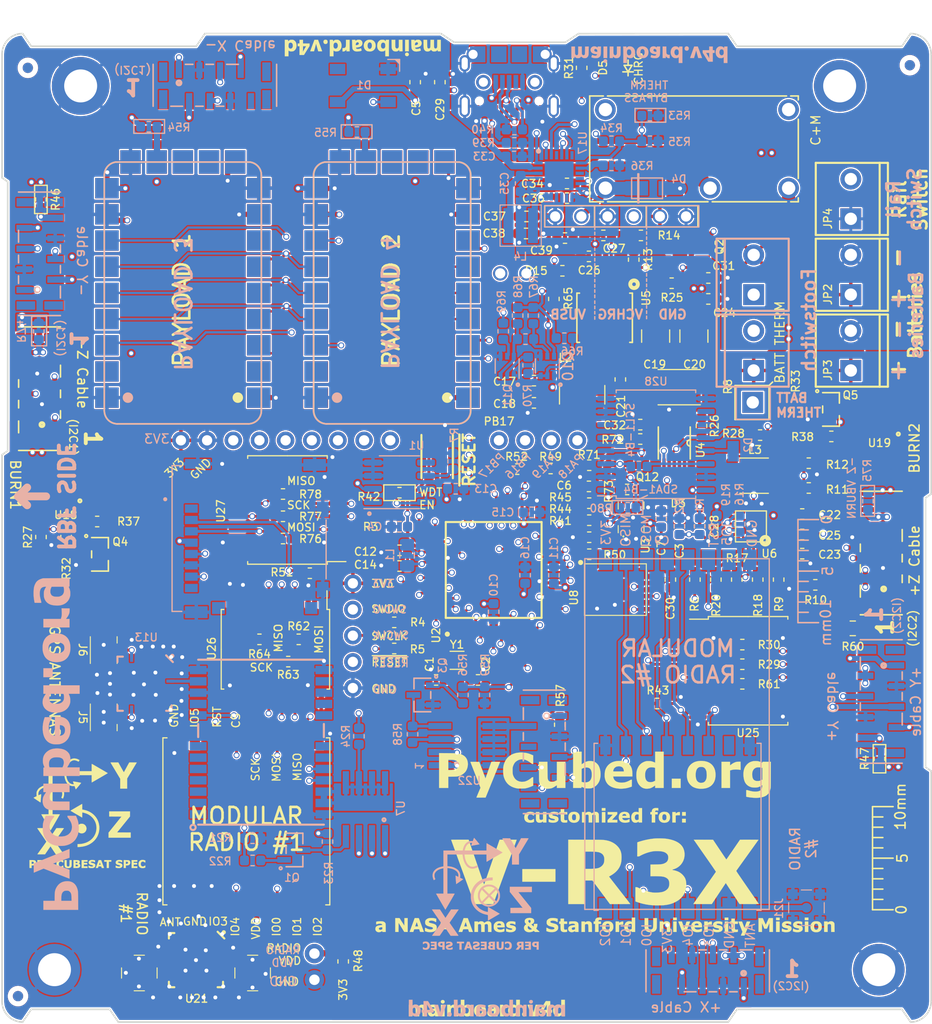
<source format=kicad_pcb>
(kicad_pcb (version 20171130) (host pcbnew "(5.1.5)-3")
  (layers (0 F.Cu signal) (1 In1.Cu signal) (2 In2.Cu signal) (31 B.Cu signal) (34 B.Paste user hide) (35 F.Paste user hide) (36 B.SilkS user hide) (37 F.SilkS user) (38 B.Mask user hide) (39 F.Mask user hide) (44 Edge.Cuts user))
  (net 0 "")
  (net 1 GND)
  (net 2 3.3V)
  (net 3 ENAB_BURN2)
  (net 4 ENAB_BURN1)
  (net 5 ENAB_GPS)
  (net 6 SWCLK)
  (net 7 SWDIO)
  (net 8 ~RESET)
  (net 9 VSOLAR)
  (net 10 L1_PROG)
  (net 11 VBATT)
  (net 12 USB_D+)
  (net 13 USB_D-)
  (net 14 GPS_PWR_IN)
  (net 15 BURN_RELAY_A)
  (net 16 "Net-(U3-Pad11)")
  (net 17 "Net-(U3-Pad10)")
  (net 18 "Net-(U3-Pad9)")
  (net 19 "Net-(U1-Pad5)")
  (net 20 "Net-(R15-Pad1)")
  (net 21 "Net-(R13-Pad1)")
  (net 22 "Net-(R10-Pad1)")
  (net 23 "Net-(C25-Pad1)")
  (net 24 "Net-(C26-Pad1)")
  (net 25 "Net-(J1-PadDT)")
  (net 26 "Net-(J1-PadSW)")
  (net 27 "Net-(J1-Pad8)")
  (net 28 "Net-(J1-Pad1)")
  (net 29 "Net-(U14-Pad19)")
  (net 30 "Net-(U14-Pad16)")
  (net 31 "Net-(U14-Pad15)")
  (net 32 "Net-(U14-Pad14)")
  (net 33 "Net-(U14-Pad17)")
  (net 34 "Net-(U14-Pad18)")
  (net 35 "Net-(U14-Pad1)")
  (net 36 "Net-(U14-Pad3)")
  (net 37 "Net-(U14-Pad6)")
  (net 38 "Net-(U14-Pad5)")
  (net 39 "Net-(U14-Pad4)")
  (net 40 "Net-(U14-Pad2)")
  (net 41 "Net-(U14-Pad7)")
  (net 42 "Net-(U14-Pad9)")
  (net 43 "/RF and GPS/RF_IN")
  (net 44 "/Burn Wires/VBURN_A_IN")
  (net 45 "/Burn Wires/VBURN1")
  (net 46 "/Burn Wires/VBURN2")
  (net 47 "Net-(Q5-Pad1)")
  (net 48 "Net-(D4-PadA)")
  (net 49 /Avionics/XTAL1)
  (net 50 /Avionics/XTAL2)
  (net 51 "Net-(Q5-Pad3)")
  (net 52 /Avionics/BATTERY)
  (net 53 MISO)
  (net 54 SCK)
  (net 55 MOSI)
  (net 56 FLASH_CS)
  (net 57 FLASH_SCK)
  (net 58 FLASH_IO3)
  (net 59 FLASH_IO2)
  (net 60 FLASH_MISO)
  (net 61 FLASH_MOSI)
  (net 62 xSDCS)
  (net 63 "Net-(C12-Pad2)")
  (net 64 "Net-(C21-Pad1)")
  (net 65 "Net-(C27-Pad1)")
  (net 66 "Net-(L1-Pad2)")
  (net 67 "Net-(Q1-Pad1)")
  (net 68 "Net-(Q1-Pad3)")
  (net 69 "Net-(Q4-Pad1)")
  (net 70 "Net-(Q4-Pad3)")
  (net 71 "Net-(R6-Pad2)")
  (net 72 "Net-(R11-Pad1)")
  (net 73 "Net-(R16-Pad1)")
  (net 74 "Net-(R16-Pad2)")
  (net 75 "Net-(R18-Pad1)")
  (net 76 "Net-(U9-Pad17)")
  (net 77 "Net-(U9-Pad18)")
  (net 78 "Net-(U9-Pad19)")
  (net 79 "Net-(U9-Pad20)")
  (net 80 "Net-(U9-Pad21)")
  (net 81 "Net-(U9-Pad22)")
  (net 82 "Net-(U9-Pad23)")
  (net 83 "Net-(U9-Pad2)")
  (net 84 "Net-(U10-Pad17)")
  (net 85 "Net-(U10-Pad18)")
  (net 86 "Net-(U10-Pad19)")
  (net 87 "Net-(U10-Pad20)")
  (net 88 "Net-(U10-Pad21)")
  (net 89 "Net-(U10-Pad22)")
  (net 90 "Net-(U10-Pad23)")
  (net 91 "Net-(U10-Pad2)")
  (net 92 "Net-(U11-Pad17)")
  (net 93 "Net-(U11-Pad18)")
  (net 94 "Net-(U11-Pad19)")
  (net 95 "Net-(U11-Pad20)")
  (net 96 "Net-(U11-Pad21)")
  (net 97 "Net-(U11-Pad22)")
  (net 98 "Net-(U11-Pad23)")
  (net 99 "Net-(U11-Pad2)")
  (net 100 "Net-(U12-Pad17)")
  (net 101 "Net-(U12-Pad18)")
  (net 102 "Net-(U12-Pad19)")
  (net 103 "Net-(U12-Pad20)")
  (net 104 "Net-(U12-Pad21)")
  (net 105 "Net-(U12-Pad22)")
  (net 106 "Net-(U12-Pad23)")
  (net 107 "Net-(U12-Pad2)")
  (net 108 "Net-(C21-Pad2)")
  (net 109 "Net-(C23-Pad1)")
  (net 110 "Net-(L3-Pad1)")
  (net 111 "Net-(R42-Pad2)")
  (net 112 WDT_WDI)
  (net 113 ~CHRG)
  (net 114 RX)
  (net 115 TX)
  (net 116 PB17)
  (net 117 PA22)
  (net 118 PA20)
  (net 119 PB22)
  (net 120 PB23)
  (net 121 PA19)
  (net 122 PB16)
  (net 123 "Net-(R24-Pad1)")
  (net 124 "Net-(J11-Pad1)")
  (net 125 /Avionics/~RESET)
  (net 126 "Net-(U1-Pad1)")
  (net 127 RF1_RST)
  (net 128 RF1_CS)
  (net 129 RF1_IO1)
  (net 130 RF1_IO0)
  (net 131 RF2_IO1)
  (net 132 RF2_BUSY)
  (net 133 RF2_RST)
  (net 134 RF2_CS)
  (net 135 RF1_IO2)
  (net 136 "/RF and GPS/RF2_ANT")
  (net 137 RF2_IO2)
  (net 138 USB_CC2)
  (net 139 "Net-(J13-PadA8)")
  (net 140 USB_CC1)
  (net 141 "Net-(J13-PadB8)")
  (net 142 GNDREF)
  (net 143 VBUS_IN)
  (net 144 /Power/VREG_IN)
  (net 145 /Power/VCHRG_IN)
  (net 146 "Net-(C35-Pad2)")
  (net 147 VCHRG)
  (net 148 "Net-(R26-Pad1)")
  (net 149 "Net-(U17-Pad3)")
  (net 150 "Net-(C32-Pad2)")
  (net 151 "Net-(C36-Pad1)")
  (net 152 "Net-(D5-Pad1)")
  (net 153 THM)
  (net 154 "Net-(U4-Pad9)")
  (net 155 "Net-(U4-Pad8)")
  (net 156 "Net-(C34-Pad1)")
  (net 157 "Net-(C36-Pad2)")
  (net 158 "Net-(D5-Pad2)")
  (net 159 "Net-(R36-Pad2)")
  (net 160 "Net-(U17-Pad10)")
  (net 161 "Net-(U17-Pad9)")
  (net 162 "Net-(U17-Pad6)")
  (net 163 "Net-(J4-Pad4)")
  (net 164 RF1_IO4)
  (net 165 "Net-(U15-Pad7)")
  (net 166 "Net-(U15-Pad11)")
  (net 167 "Net-(U24-Pad15)")
  (net 168 "Net-(U24-Pad3)")
  (net 169 RF1_ANT)
  (net 170 "Net-(U20-Pad7)")
  (net 171 AIN5)
  (net 172 "Net-(D1-Pad2)")
  (net 173 "Net-(D1-Pad4)")
  (net 174 "Net-(U3-Pad4)")
  (net 175 "Net-(JP1-Pad2)")
  (net 176 SDA1)
  (net 177 SCL1)
  (net 178 SDA2)
  (net 179 SCL2)
  (net 180 "Net-(J12-Pad1)")
  (net 181 "Net-(J20-Pad1)")
  (net 182 "Net-(J15-PadNC)")
  (net 183 "Net-(J16-PadNC)")
  (net 184 "Net-(J17-PadNC)")
  (net 185 "Net-(J18-PadNC)")
  (net 186 "Net-(J19-PadNC)")
  (net 187 "Net-(J14-PadNC)")
  (net 188 "Net-(J14-Pad8)")
  (net 189 "Net-(J15-Pad8)")
  (net 190 "Net-(J18-Pad8)")
  (net 191 "Net-(J19-Pad8)")
  (net 192 "Net-(C25-Pad2)")
  (net 193 "Net-(C37-Pad2)")
  (net 194 "Net-(R54-Pad1)")
  (net 195 "Net-(R55-Pad1)")
  (net 196 "Net-(J5-Pad3)")
  (net 197 "Net-(J6-Pad3)")
  (net 198 CS_EX)
  (net 199 "Net-(J7-PadNC)")
  (net 200 "Net-(Q3-Pad3)")
  (net 201 "Net-(Q3-Pad1)")
  (net 202 ENAB_EX)
  (net 203 "Net-(J7-Pad4)")
  (net 204 "Net-(C39-Pad2)")
  (net 205 "/Burn Wires/VBATT_SW1")
  (net 206 "Net-(R41-Pad2)")
  (net 207 /Power/REG_EN)
  (net 208 VBUS_RESET)
  (net 209 "Net-(U4-Pad10)")
  (net 210 "Net-(C8-Pad2)")
  (net 211 "Net-(C8-Pad1)")
  (net 212 "Net-(Q10-Pad2)")
  (net 213 "Net-(Q11-Pad2)")
  (net 214 "Net-(Q11-Pad5)")
  (net 215 "Net-(Q12-Pad1)")
  (net 216 /Avionics/SDA1-b4iso)
  (net 217 "Net-(Q12-Pad3)")
  (net 218 "Net-(D3-Pad2)")
  (net 219 /Avionics/SCL1-b4iso)
  (net 220 RF1_SCK)
  (net 221 RF1_MOSI)
  (net 222 RF1_MISO)
  (net 223 "Net-(U25-Pad6)")
  (net 224 "Net-(U25-Pad10)")
  (net 225 "Net-(U25-Pad11)")
  (net 226 RF2_MISO)
  (net 227 RF2_MOSI)
  (net 228 RF2_SCK)
  (net 229 "Net-(U26-Pad6)")
  (net 230 "Net-(U26-Pad10)")
  (net 231 "Net-(U26-Pad11)")
  (net 232 "Net-(U27-Pad6)")
  (net 233 "Net-(U27-Pad10)")
  (net 234 "Net-(U27-Pad11)")
  (net 235 "Net-(D3-Pad1)")
  (net 236 "Net-(U28-Pad6)")
  (net 237 "Net-(U28-Pad10)")
  (net 238 "Net-(U28-Pad11)")
  (net 239 "Net-(D2-Pad1)")
  (net 240 "Net-(J16-Pad8)")
  (net 241 "Net-(J17-Pad8)")
  (net 242 PAYLOAD_MOSI)
  (net 243 PAYLOAD_SCK)
  (net 244 PAYLOAD_MISO)
  (net 245 "Net-(U20-Pad11)")
  (net 246 "Net-(U10-Pad7)")
  (module Package_TO_SOT_SMD:SOT-363_SC-70-6 (layer B.Cu) (at 151.257 84.7369 90)
    (fp_text reference Q10 (at 0 2 90) (layer B.SilkS) (effects (justify mirror)))
    (fp_text value MBT2222ADW1T1)
    (pad 6 smd rect (at 0.95 0.65 90) (size 0.65 0.4) (layers B.Cu B.Paste B.Mask) (net 207 /Power/REG_EN))
    (pad 4 smd rect (at 0.95 -0.65 90) (size 0.65 0.4) (layers B.Cu B.Paste B.Mask) (net 1 GND))
    (pad 2 smd rect (at -0.95 0 90) (size 0.65 0.4) (layers B.Cu B.Paste B.Mask) (net 212 "Net-(Q10-Pad2)"))
    (pad 5 smd rect (at 0.95 0 90) (size 0.65 0.4) (layers B.Cu B.Paste B.Mask) (net 211 "Net-(C8-Pad1)"))
    (pad 3 smd rect (at -0.95 -0.65 90) (size 0.65 0.4) (layers B.Cu B.Paste B.Mask) (net 212 "Net-(Q10-Pad2)"))
    (pad 1 smd rect (at -0.95 0.65 90) (size 0.65 0.4) (layers B.Cu B.Paste B.Mask) (net 1 GND))
  )
  (module custom-footprints:vr3x-mainboard (layer F.Cu) (at 156.845 131.064)
    (fp_text reference Ref** hide)
    (fp_text value Val** hide)
  )
  (module custom-footprints:PinHeader_1x02_P2.54mm_Vertical_SLIM (layer F.Cu) (at 149.225 75.7555 270)
    (fp_text reference J24 hide)
    (fp_text value Conn_01x02)
    (pad 1 thru_hole oval (at 0 0 270) (size 1.4 1.4) (drill 1) (layers *.Cu *.Mask) (net 176 SDA1))
    (pad 2 thru_hole oval (at 0 2.54 270) (size 1.4 1.4) (drill 1) (layers *.Cu *.Mask) (net 177 SCL1))
  )
  (module custom-footprints:SOD-323HE (layer B.Cu) (at 169.291 92.456 90)
    (fp_text reference D2 (at 0.0635 1.4605 270) (layer B.SilkS) (effects (font (size 0.762 0.762) (thickness 0.127)) (justify mirror)))
    (fp_text value RB550VAM)
    (pad 2 smd rect (at 1.35 0 90) (size 0.8 1.1) (layers B.Cu B.Paste B.Mask) (net 176 SDA1))
    (pad 1 smd rect (at -0.55 0 90) (size 2 1.1) (layers B.Cu B.Paste B.Mask) (net 239 "Net-(D2-Pad1)"))
  )
  (module custom-footprints:SOD-323HE (layer F.Cu) (at 162.814 96.7105 180)
    (fp_text reference D3 (at -1.143 -1.3335) (layer F.SilkS) (effects (font (size 0.762 0.762) (thickness 0.127))))
    (fp_text value RB550VAM)
    (pad 1 smd rect (at -0.55 0 180) (size 2 1.1) (layers F.Cu F.Paste F.Mask) (net 235 "Net-(D3-Pad1)"))
    (pad 2 smd rect (at 1.35 0 180) (size 0.8 1.1) (layers F.Cu F.Paste F.Mask) (net 218 "Net-(D3-Pad2)"))
  )
  (module Resistor_SMD:R_0603_1608Metric (layer B.Cu) (at 159.0675 98.4885 180)
    (fp_text reference R80 (at 2.6035 -0.0635) (layer B.SilkS) (effects (font (size 0.762 0.762) (thickness 0.127)) (justify mirror)))
    (fp_text value 0)
    (pad 2 smd roundrect (at 0.7875 0 180) (size 0.875 0.95) (layers B.Cu B.Paste B.Mask) (net 176 SDA1))
    (pad 1 smd roundrect (at -0.7875 0 180) (size 0.875 0.95) (layers B.Cu B.Paste B.Mask) (net 216 /Avionics/SDA1-b4iso))
  )
  (module Resistor_SMD:R_0603_1608Metric (layer B.Cu) (at 160.147 94.488)
    (fp_text reference R79 hide)
    (fp_text value 0)
    (pad 2 smd roundrect (at 0.7875 0) (size 0.875 0.95) (layers B.Cu B.Paste B.Mask) (net 177 SCL1))
    (pad 1 smd roundrect (at -0.7875 0) (size 0.875 0.95) (layers B.Cu B.Paste B.Mask) (net 219 /Avionics/SCL1-b4iso))
  )
  (module Resistor_SMD:R_0603_1608Metric (layer F.Cu) (at 125.603 97.155 180)
    (fp_text reference R78 (at -2.667 -0.033) (layer F.SilkS) (effects (font (size 0.762 0.762) (thickness 0.127))))
    (fp_text value 0)
    (pad 2 smd roundrect (at 0.7875 0 180) (size 0.875 0.95) (layers F.Cu F.Paste F.Mask) (net 244 PAYLOAD_MISO))
    (pad 1 smd roundrect (at -0.7875 0 180) (size 0.875 0.95) (layers F.Cu F.Paste F.Mask) (net 53 MISO))
  )
  (module Resistor_SMD:R_0603_1608Metric (layer F.Cu) (at 125.603 99.314 180)
    (fp_text reference R77 (at -2.667 -0.033) (layer F.SilkS) (effects (font (size 0.762 0.762) (thickness 0.127))))
    (fp_text value 0)
    (pad 2 smd roundrect (at 0.7875 0 180) (size 0.875 0.95) (layers F.Cu F.Paste F.Mask) (net 243 PAYLOAD_SCK))
    (pad 1 smd roundrect (at -0.7875 0 180) (size 0.875 0.95) (layers F.Cu F.Paste F.Mask) (net 54 SCK))
  )
  (module Resistor_SMD:R_0603_1608Metric (layer F.Cu) (at 125.603 101.473 180)
    (fp_text reference R76 (at -2.667 -0.033) (layer F.SilkS) (effects (font (size 0.762 0.762) (thickness 0.127))))
    (fp_text value 0)
    (pad 2 smd roundrect (at 0.7875 0 180) (size 0.875 0.95) (layers F.Cu F.Paste F.Mask) (net 242 PAYLOAD_MOSI))
    (pad 1 smd roundrect (at -0.7875 0 180) (size 0.875 0.95) (layers F.Cu F.Paste F.Mask) (net 55 MOSI))
  )
  (module Resistor_SMD:R_0603_1608Metric (layer F.Cu) (at 123.317 111.252 180)
    (fp_text reference R64 (at 0 -1.43) (layer F.SilkS) (effects (font (size 0.762 0.762) (thickness 0.127))))
    (fp_text value 0)
    (pad 2 smd roundrect (at 0.7875 0 180) (size 0.875 0.95) (layers F.Cu F.Paste F.Mask) (net 222 RF1_MISO))
    (pad 1 smd roundrect (at -0.7875 0 180) (size 0.875 0.95) (layers F.Cu F.Paste F.Mask) (net 53 MISO))
  )
  (module Resistor_SMD:R_0603_1608Metric (layer F.Cu) (at 126.111 113.411)
    (fp_text reference R63 (at 0 1.27) (layer F.SilkS) (effects (font (size 0.762 0.762) (thickness 0.127))))
    (fp_text value 0)
    (pad 2 smd roundrect (at 0.7875 0) (size 0.875 0.95) (layers F.Cu F.Paste F.Mask) (net 221 RF1_MOSI))
    (pad 1 smd roundrect (at -0.7875 0) (size 0.875 0.95) (layers F.Cu F.Paste F.Mask) (net 54 SCK))
  )
  (module Resistor_SMD:R_0603_1608Metric (layer F.Cu) (at 127.127 111.252 180)
    (fp_text reference R62 (at 0 1.27) (layer F.SilkS) (effects (font (size 0.762 0.762) (thickness 0.127))))
    (fp_text value 0)
    (pad 2 smd roundrect (at 0.7875 0 180) (size 0.875 0.95) (layers F.Cu F.Paste F.Mask) (net 220 RF1_SCK))
    (pad 1 smd roundrect (at -0.7875 0 180) (size 0.875 0.95) (layers F.Cu F.Paste F.Mask) (net 55 MOSI))
  )
  (module Resistor_SMD:R_0603_1608Metric (layer F.Cu) (at 170.18 115.57)
    (fp_text reference R61 (at 2.6035 0.0305) (layer F.SilkS) (effects (font (size 0.762 0.762) (thickness 0.127))))
    (fp_text value 0)
    (pad 2 smd roundrect (at 0.7875 0) (size 0.875 0.95) (layers F.Cu F.Paste F.Mask) (net 226 RF2_MISO))
    (pad 1 smd roundrect (at -0.7875 0) (size 0.875 0.95) (layers F.Cu F.Paste F.Mask) (net 53 MISO))
  )
  (module Resistor_SMD:R_0603_1608Metric (layer F.Cu) (at 170.18 111.76)
    (fp_text reference R30 (at 2.6035 0.0305) (layer F.SilkS) (effects (font (size 0.762 0.762) (thickness 0.127))))
    (fp_text value 0)
    (pad 2 smd roundrect (at 0.7875 0) (size 0.875 0.95) (layers F.Cu F.Paste F.Mask) (net 228 RF2_SCK))
    (pad 1 smd roundrect (at -0.7875 0) (size 0.875 0.95) (layers F.Cu F.Paste F.Mask) (net 54 SCK))
  )
  (module Resistor_SMD:R_0603_1608Metric (layer F.Cu) (at 170.18 113.665)
    (fp_text reference R29 (at 2.6035 0.0305) (layer F.SilkS) (effects (font (size 0.762 0.762) (thickness 0.127))))
    (fp_text value 0)
    (pad 2 smd roundrect (at 0.7875 0) (size 0.875 0.95) (layers F.Cu F.Paste F.Mask) (net 227 RF2_MOSI))
    (pad 1 smd roundrect (at -0.7875 0) (size 0.875 0.95) (layers F.Cu F.Paste F.Mask) (net 55 MOSI))
  )
  (module RF_Module:HOPERF_RFM9XW_SMD (layer B.Cu) (at 163.89312 129.4384 270)
    (fp_text reference U15 hide)
    (fp_text value RFM9xBreakout)
    (pad 16 smd rect (at 7.9 7 270) (size 1.8 1) (layers B.Cu B.Paste B.Mask) (net 137 RF2_IO2))
    (pad 15 smd rect (at 7.9 5 270) (size 1.8 1) (layers B.Cu B.Paste B.Mask) (net 131 RF2_IO1))
    (pad 14 smd rect (at 7.9 3 270) (size 1.8 1) (layers B.Cu B.Paste B.Mask) (net 130 RF1_IO0))
    (pad 13 smd rect (at 7.9 1 270) (size 1.8 1) (layers B.Cu B.Paste B.Mask) (net 2 3.3V))
    (pad 12 smd rect (at 7.9 -1 270) (size 1.8 1) (layers B.Cu B.Paste B.Mask) (net 132 RF2_BUSY))
    (pad 11 smd rect (at 7.9 -3 270) (size 1.8 1) (layers B.Cu B.Paste B.Mask) (net 166 "Net-(U15-Pad11)"))
    (pad 10 smd rect (at 7.9 -5 270) (size 1.8 1) (layers B.Cu B.Paste B.Mask) (net 1 GND))
    (pad 9 smd rect (at 7.9 -7 270) (size 1.8 1) (layers B.Cu B.Paste B.Mask) (net 136 "/RF and GPS/RF2_ANT"))
    (pad 8 smd rect (at -7.9 -7 270) (size 1.8 1) (layers B.Cu B.Paste B.Mask) (net 1 GND))
    (pad 7 smd rect (at -7.9 -5 270) (size 1.8 1) (layers B.Cu B.Paste B.Mask) (net 165 "Net-(U15-Pad7)"))
    (pad 6 smd rect (at -7.9 -3 270) (size 1.8 1) (layers B.Cu B.Paste B.Mask) (net 133 RF2_RST))
    (pad 5 smd rect (at -7.9 -1 270) (size 1.8 1) (layers B.Cu B.Paste B.Mask) (net 134 RF2_CS))
    (pad 4 smd rect (at -7.9 1 270) (size 1.8 1) (layers B.Cu B.Paste B.Mask) (net 228 RF2_SCK))
    (pad 3 smd rect (at -7.9 3 270) (size 1.8 1) (layers B.Cu B.Paste B.Mask) (net 227 RF2_MOSI))
    (pad 2 smd rect (at -7.9 5 270) (size 1.8 1) (layers B.Cu B.Paste B.Mask) (net 226 RF2_MISO))
    (pad 1 smd rect (at -7.9 7 270) (size 1.8 1) (layers B.Cu B.Paste B.Mask) (net 1 GND))
  )
  (module custom-footprints:RFM98PW (layer B.Cu) (at 163.39312 119.936096 270)
    (fp_text reference U24 hide)
    (fp_text value RFM98PW hide)
    (pad 8 smd rect (at 17.408 6.5 270) (size 2 1.3) (layers B.Cu B.Paste B.Mask) (net 137 RF2_IO2))
    (pad 7 smd rect (at 17.408 4.5 270) (size 2 1.3) (layers B.Cu B.Paste B.Mask) (net 131 RF2_IO1))
    (pad 6 smd rect (at 17.408 2.5 270) (size 2 1.3) (layers B.Cu B.Paste B.Mask) (net 130 RF1_IO0))
    (pad 5 smd rect (at 17.408 0.5 270) (size 2 1.3) (layers B.Cu B.Paste B.Mask) (net 2 3.3V))
    (pad 4 smd rect (at 17.408 -1.5 270) (size 2 1.3) (layers B.Cu B.Paste B.Mask) (net 132 RF2_BUSY))
    (pad 3 smd rect (at 17.408 -3.5 270) (size 2 1.3) (layers B.Cu B.Paste B.Mask) (net 168 "Net-(U24-Pad3)"))
    (pad 2 smd rect (at 17.408 -5.5 270) (size 2 1.3) (layers B.Cu B.Paste B.Mask) (net 1 GND))
    (pad 1 smd rect (at 17.408 -7.5 270) (size 2 1.3) (layers B.Cu B.Paste B.Mask) (net 136 "/RF and GPS/RF2_ANT"))
    (pad 9 smd rect (at -16.408 6.5 270) (size 2 1.3) (layers B.Cu B.Paste B.Mask) (net 2 3.3V))
    (pad 10 smd rect (at -16.408 4.5 270) (size 2 1.3) (layers B.Cu B.Paste B.Mask) (net 226 RF2_MISO))
    (pad 11 smd rect (at -16.408 2.5 270) (size 2 1.3) (layers B.Cu B.Paste B.Mask) (net 227 RF2_MOSI))
    (pad 12 smd rect (at -16.408 0.5 270) (size 2 1.3) (layers B.Cu B.Paste B.Mask) (net 228 RF2_SCK))
    (pad 13 smd rect (at -16.408 -1.5 270) (size 2 1.3) (layers B.Cu B.Paste B.Mask) (net 134 RF2_CS))
    (pad 14 smd rect (at -16.408 -3.5 270) (size 2 1.3) (layers B.Cu B.Paste B.Mask) (net 133 RF2_RST))
    (pad 15 smd rect (at -16.408 -5.5 270) (size 2 1.3) (layers B.Cu B.Paste B.Mask) (net 167 "Net-(U24-Pad15)"))
    (pad 16 smd rect (at -16.408 -7.5 270) (size 2 1.3) (layers B.Cu B.Paste B.Mask) (net 1 GND))
  )
  (module custom-footprints:pycubed_twothirds (layer B.Cu) (at 103.632 121.412 90)
    (fp_text reference Ref** hide)
    (fp_text value Val** hide)
  )
  (module custom-footprints:vr3x-version (layer B.Cu) (at 145.3896 147.0152 180)
    (fp_text reference Ref** hide)
    (fp_text value Val** hide)
  )
  (module custom-footprints:vr3x-version (layer F.Cu) (at 145.3896 147.0152)
    (fp_text reference Ref** hide)
    (fp_text value Val** hide)
  )
  (module custom-footprints:vr3x-version (layer B.Cu) (at 161.163 54.5465)
    (fp_text reference Ref** hide)
    (fp_text value Val** hide)
  )
  (module custom-footprints:vr3x-version (layer F.Cu) (at 133.35 53.8988 180)
    (fp_text reference Ref** hide)
    (fp_text value Val** hide)
  )
  (module Resistor_SMD:R_0603_1608Metric (layer B.Cu) (at 182.372 97.8535 270)
    (fp_text reference R75 (at -2.9845 0.0635 90) (layer B.SilkS) (effects (font (size 0.762 0.762) (thickness 0.127)) (justify mirror)))
    (fp_text value 0)
    (pad 2 smd roundrect (at 0.7875 0 270) (size 0.875 0.95) (layers B.Cu B.Paste B.Mask) (net 241 "Net-(J17-Pad8)"))
    (pad 1 smd roundrect (at -0.7875 0 270) (size 0.875 0.95) (layers B.Cu B.Paste B.Mask) (net 46 "/Burn Wires/VBURN2"))
  )
  (module Resistor_SMD:R_0603_1608Metric (layer B.Cu) (at 101.9048 81.3816 270)
    (fp_text reference R74 (at 0 1.7272 270 unlocked) (layer B.SilkS) (effects (font (size 0.762 0.762) (thickness 0.127)) (justify mirror)))
    (fp_text value 0)
    (pad 2 smd roundrect (at 0.7875 0 270) (size 0.875 0.95) (layers B.Cu B.Paste B.Mask) (net 240 "Net-(J16-Pad8)"))
    (pad 1 smd roundrect (at -0.7875 0 270) (size 0.875 0.95) (layers B.Cu B.Paste B.Mask) (net 45 "/Burn Wires/VBURN1"))
  )
  (module custom-footprints:SOIC-16_IL5xx (layer B.Cu) (at 161.798 92.329)
    (fp_text reference U28 (at 0 -6.096 180) (layer B.SilkS) (effects (font (size 0.762 0.762) (thickness 0.127)) (justify mirror)))
    (fp_text value IL5xx)
    (pad 1 smd roundrect (at -4.8625 4.445) (size 1.675 0.51) (layers B.Cu B.Paste B.Mask) (net 2 3.3V))
    (pad 2 smd roundrect (at -4.8625 3.175) (size 1.675 0.51) (layers B.Cu B.Paste B.Mask) (net 1 GND))
    (pad 3 smd roundrect (at -4.8625 1.905) (size 1.675 0.51) (layers B.Cu B.Paste B.Mask) (net 219 /Avionics/SCL1-b4iso))
    (pad 4 smd roundrect (at -4.8625 0.635) (size 1.675 0.51) (layers B.Cu B.Paste B.Mask) (net 217 "Net-(Q12-Pad3)"))
    (pad 5 smd roundrect (at -4.8625 -0.635) (size 1.675 0.51) (layers B.Cu B.Paste B.Mask) (net 235 "Net-(D3-Pad1)"))
    (pad 6 smd roundrect (at -4.8625 -1.905) (size 1.675 0.51) (layers B.Cu B.Paste B.Mask) (net 236 "Net-(U28-Pad6)"))
    (pad 7 smd roundrect (at -4.8625 -3.175) (size 1.675 0.51) (layers B.Cu B.Paste B.Mask) (net 1 GND))
    (pad 8 smd roundrect (at -4.8625 -4.445) (size 1.675 0.51) (layers B.Cu B.Paste B.Mask) (net 1 GND))
    (pad 9 smd roundrect (at 4.8625 -4.445) (size 1.675 0.51) (layers B.Cu B.Paste B.Mask) (net 1 GND))
    (pad 10 smd roundrect (at 4.8625 -3.175) (size 1.675 0.51) (layers B.Cu B.Paste B.Mask) (net 237 "Net-(U28-Pad10)"))
    (pad 11 smd roundrect (at 4.8625 -1.905) (size 1.675 0.51) (layers B.Cu B.Paste B.Mask) (net 238 "Net-(U28-Pad11)"))
    (pad 12 smd roundrect (at 4.8625 -0.635) (size 1.675 0.51) (layers B.Cu B.Paste B.Mask) (net 176 SDA1))
    (pad 13 smd roundrect (at 4.8625 0.635) (size 1.675 0.51) (layers B.Cu B.Paste B.Mask) (net 239 "Net-(D2-Pad1)"))
    (pad 14 smd roundrect (at 4.8625 1.905) (size 1.675 0.51) (layers B.Cu B.Paste B.Mask) (net 177 SCL1))
    (pad 15 smd roundrect (at 4.8625 3.175) (size 1.675 0.51) (layers B.Cu B.Paste B.Mask) (net 1 GND))
    (pad 16 smd roundrect (at 4.8625 4.445) (size 1.675 0.51) (layers B.Cu B.Paste B.Mask) (net 2 3.3V))
  )
  (module custom-footprints:SOIC-16_IL5xx (layer F.Cu) (at 126.0348 98.7044 180)
    (fp_text reference U27 (at 6.4643 -0.1016 270) (layer F.SilkS) (effects (font (size 0.762 0.762) (thickness 0.127))))
    (fp_text value IL5xx)
    (pad 1 smd roundrect (at -4.8625 -4.445 180) (size 1.675 0.51) (layers F.Cu F.Paste F.Mask) (net 2 3.3V))
    (pad 2 smd roundrect (at -4.8625 -3.175 180) (size 1.675 0.51) (layers F.Cu F.Paste F.Mask) (net 1 GND))
    (pad 3 smd roundrect (at -4.8625 -1.905 180) (size 1.675 0.51) (layers F.Cu F.Paste F.Mask) (net 55 MOSI))
    (pad 4 smd roundrect (at -4.8625 -0.635 180) (size 1.675 0.51) (layers F.Cu F.Paste F.Mask) (net 54 SCK))
    (pad 5 smd roundrect (at -4.8625 0.635 180) (size 1.675 0.51) (layers F.Cu F.Paste F.Mask) (net 53 MISO))
    (pad 6 smd roundrect (at -4.8625 1.905 180) (size 1.675 0.51) (layers F.Cu F.Paste F.Mask) (net 232 "Net-(U27-Pad6)"))
    (pad 7 smd roundrect (at -4.8625 3.175 180) (size 1.675 0.51) (layers F.Cu F.Paste F.Mask) (net 1 GND))
    (pad 8 smd roundrect (at -4.8625 4.445 180) (size 1.675 0.51) (layers F.Cu F.Paste F.Mask) (net 1 GND))
    (pad 9 smd roundrect (at 4.8625 4.445 180) (size 1.675 0.51) (layers F.Cu F.Paste F.Mask) (net 1 GND))
    (pad 10 smd roundrect (at 4.8625 3.175 180) (size 1.675 0.51) (layers F.Cu F.Paste F.Mask) (net 233 "Net-(U27-Pad10)"))
    (pad 11 smd roundrect (at 4.8625 1.905 180) (size 1.675 0.51) (layers F.Cu F.Paste F.Mask) (net 234 "Net-(U27-Pad11)"))
    (pad 12 smd roundrect (at 4.8625 0.635 180) (size 1.675 0.51) (layers F.Cu F.Paste F.Mask) (net 244 PAYLOAD_MISO))
    (pad 13 smd roundrect (at 4.8625 -0.635 180) (size 1.675 0.51) (layers F.Cu F.Paste F.Mask) (net 243 PAYLOAD_SCK))
    (pad 14 smd roundrect (at 4.8625 -1.905 180) (size 1.675 0.51) (layers F.Cu F.Paste F.Mask) (net 242 PAYLOAD_MOSI))
    (pad 15 smd roundrect (at 4.8625 -3.175 180) (size 1.675 0.51) (layers F.Cu F.Paste F.Mask) (net 1 GND))
    (pad 16 smd roundrect (at 4.8625 -4.445 180) (size 1.675 0.51) (layers F.Cu F.Paste F.Mask) (net 2 3.3V))
  )
  (module custom-footprints:SOIC-16_IL5xx (layer F.Cu) (at 124.8664 112.2172 270)
    (fp_text reference U26 (at -0.0762 6.1849 90) (layer F.SilkS) (effects (font (size 0.762 0.762) (thickness 0.127))))
    (fp_text value IL5xx)
    (pad 1 smd roundrect (at -4.8625 -4.445 270) (size 1.675 0.51) (layers F.Cu F.Paste F.Mask) (net 2 3.3V))
    (pad 2 smd roundrect (at -4.8625 -3.175 270) (size 1.675 0.51) (layers F.Cu F.Paste F.Mask) (net 1 GND))
    (pad 3 smd roundrect (at -4.8625 -1.905 270) (size 1.675 0.51) (layers F.Cu F.Paste F.Mask) (net 55 MOSI))
    (pad 4 smd roundrect (at -4.8625 -0.635 270) (size 1.675 0.51) (layers F.Cu F.Paste F.Mask) (net 54 SCK))
    (pad 5 smd roundrect (at -4.8625 0.635 270) (size 1.675 0.51) (layers F.Cu F.Paste F.Mask) (net 53 MISO))
    (pad 6 smd roundrect (at -4.8625 1.905 270) (size 1.675 0.51) (layers F.Cu F.Paste F.Mask) (net 229 "Net-(U26-Pad6)"))
    (pad 7 smd roundrect (at -4.8625 3.175 270) (size 1.675 0.51) (layers F.Cu F.Paste F.Mask) (net 1 GND))
    (pad 8 smd roundrect (at -4.8625 4.445 270) (size 1.675 0.51) (layers F.Cu F.Paste F.Mask) (net 1 GND))
    (pad 9 smd roundrect (at 4.8625 4.445 270) (size 1.675 0.51) (layers F.Cu F.Paste F.Mask) (net 1 GND))
    (pad 10 smd roundrect (at 4.8625 3.175 270) (size 1.675 0.51) (layers F.Cu F.Paste F.Mask) (net 230 "Net-(U26-Pad10)"))
    (pad 11 smd roundrect (at 4.8625 1.905 270) (size 1.675 0.51) (layers F.Cu F.Paste F.Mask) (net 231 "Net-(U26-Pad11)"))
    (pad 12 smd roundrect (at 4.8625 0.635 270) (size 1.675 0.51) (layers F.Cu F.Paste F.Mask) (net 222 RF1_MISO))
    (pad 13 smd roundrect (at 4.8625 -0.635 270) (size 1.675 0.51) (layers F.Cu F.Paste F.Mask) (net 220 RF1_SCK))
    (pad 14 smd roundrect (at 4.8625 -1.905 270) (size 1.675 0.51) (layers F.Cu F.Paste F.Mask) (net 221 RF1_MOSI))
    (pad 15 smd roundrect (at 4.8625 -3.175 270) (size 1.675 0.51) (layers F.Cu F.Paste F.Mask) (net 1 GND))
    (pad 16 smd roundrect (at 4.8625 -4.445 270) (size 1.675 0.51) (layers F.Cu F.Paste F.Mask) (net 2 3.3V))
  )
  (module custom-footprints:SOIC-16_IL5xx (layer F.Cu) (at 170.7388 114.3)
    (fp_text reference U25 (at 0 6.0325) (layer F.SilkS) (effects (font (size 0.762 0.762) (thickness 0.127))))
    (fp_text value IL5xx)
    (pad 1 smd roundrect (at -4.8625 -4.445) (size 1.675 0.51) (layers F.Cu F.Paste F.Mask) (net 2 3.3V))
    (pad 2 smd roundrect (at -4.8625 -3.175) (size 1.675 0.51) (layers F.Cu F.Paste F.Mask) (net 1 GND))
    (pad 3 smd roundrect (at -4.8625 -1.905) (size 1.675 0.51) (layers F.Cu F.Paste F.Mask) (net 54 SCK))
    (pad 4 smd roundrect (at -4.8625 -0.635) (size 1.675 0.51) (layers F.Cu F.Paste F.Mask) (net 55 MOSI))
    (pad 5 smd roundrect (at -4.8625 0.635) (size 1.675 0.51) (layers F.Cu F.Paste F.Mask) (net 53 MISO))
    (pad 6 smd roundrect (at -4.8625 1.905) (size 1.675 0.51) (layers F.Cu F.Paste F.Mask) (net 223 "Net-(U25-Pad6)"))
    (pad 7 smd roundrect (at -4.8625 3.175) (size 1.675 0.51) (layers F.Cu F.Paste F.Mask) (net 1 GND))
    (pad 8 smd roundrect (at -4.8625 4.445) (size 1.675 0.51) (layers F.Cu F.Paste F.Mask) (net 1 GND))
    (pad 9 smd roundrect (at 4.8625 4.445) (size 1.675 0.51) (layers F.Cu F.Paste F.Mask) (net 1 GND))
    (pad 10 smd roundrect (at 4.8625 3.175) (size 1.675 0.51) (layers F.Cu F.Paste F.Mask) (net 224 "Net-(U25-Pad10)"))
    (pad 11 smd roundrect (at 4.8625 1.905) (size 1.675 0.51) (layers F.Cu F.Paste F.Mask) (net 225 "Net-(U25-Pad11)"))
    (pad 12 smd roundrect (at 4.8625 0.635) (size 1.675 0.51) (layers F.Cu F.Paste F.Mask) (net 226 RF2_MISO))
    (pad 13 smd roundrect (at 4.8625 -0.635) (size 1.675 0.51) (layers F.Cu F.Paste F.Mask) (net 227 RF2_MOSI))
    (pad 14 smd roundrect (at 4.8625 -1.905) (size 1.675 0.51) (layers F.Cu F.Paste F.Mask) (net 228 RF2_SCK))
    (pad 15 smd roundrect (at 4.8625 -3.175) (size 1.675 0.51) (layers F.Cu F.Paste F.Mask) (net 1 GND))
    (pad 16 smd roundrect (at 4.8625 -4.445) (size 1.675 0.51) (layers F.Cu F.Paste F.Mask) (net 2 3.3V))
  )
  (module Resistor_SMD:R_0603_1608Metric (layer F.Cu) (at 159.004 96.7105 180)
    (fp_text reference R73 (at 1.778 -0.1905 90) (layer F.SilkS) (effects (font (size 0.762 0.762) (thickness 0.127))))
    (fp_text value 5.1K)
    (pad 2 smd roundrect (at 0.7875 0 180) (size 0.875 0.95) (layers F.Cu F.Paste F.Mask) (net 216 /Avionics/SDA1-b4iso))
    (pad 1 smd roundrect (at -0.7875 0 180) (size 0.875 0.95) (layers F.Cu F.Paste F.Mask) (net 218 "Net-(D3-Pad2)"))
  )
  (module Resistor_SMD:R_0603_1608Metric (layer F.Cu) (at 160.274 91.821)
    (fp_text reference R72 (at -2.667 0.0635) (layer F.SilkS) (effects (font (size 0.762 0.762) (thickness 0.127))))
    (fp_text value 10K)
    (pad 2 smd roundrect (at 0.7875 0) (size 0.875 0.95) (layers F.Cu F.Paste F.Mask) (net 217 "Net-(Q12-Pad3)"))
    (pad 1 smd roundrect (at -0.7875 0) (size 0.875 0.95) (layers F.Cu F.Paste F.Mask) (net 2 3.3V))
  )
  (module Resistor_SMD:R_0603_1608Metric (layer F.Cu) (at 155.321 94.361 180)
    (fp_text reference R71 (at 0 1.016) (layer F.SilkS) (effects (font (size 0.762 0.762) (thickness 0.127))))
    (fp_text value 10K)
    (pad 2 smd roundrect (at 0.7875 0 180) (size 0.875 0.95) (layers F.Cu F.Paste F.Mask) (net 2 3.3V))
    (pad 1 smd roundrect (at -0.7875 0 180) (size 0.875 0.95) (layers F.Cu F.Paste F.Mask) (net 215 "Net-(Q12-Pad1)"))
  )
  (module mainboard:SOT23 (layer F.Cu) (at 159.3215 94.234 270)
    (fp_text reference Q12 (at 0.8255 -0.4445) (layer F.SilkS) (effects (font (size 0.762 0.762) (thickness 0.127)) (justify left top)))
    (fp_text value MMBT2222ALT1G)
    (pad 1 smd rect (at -0.95 1.1 270) (size 1 1.4) (layers F.Cu F.Paste F.Mask) (net 215 "Net-(Q12-Pad1)"))
    (pad 2 smd rect (at 0.95 1.1 270) (size 1 1.4) (layers F.Cu F.Paste F.Mask) (net 216 /Avionics/SDA1-b4iso))
    (pad 3 smd rect (at 0 -1.1 270) (size 1 1.4) (layers F.Cu F.Paste F.Mask) (net 217 "Net-(Q12-Pad3)"))
  )
  (module custom-footprints:PinHeader_1x02_P2.54mm_Vertical_SLIM (layer F.Cu) (at 164.719 70.231 270)
    (fp_text reference J23 hide)
    (fp_text value Conn_01x02)
    (pad 1 thru_hole oval (at 0 0 270) (size 1.4 1.4) (drill 1) (layers *.Cu *.Mask) (net 142 GNDREF))
    (pad 2 thru_hole oval (at 0 2.54 270) (size 1.4 1.4) (drill 1) (layers *.Cu *.Mask) (net 1 GND))
  )
  (module Resistor_SMD:R_0603_1608Metric (layer B.Cu) (at 149.3901 84.6709 270)
    (fp_text reference R70 (at 2.9464 0.0508 90) (layer B.SilkS) (effects (font (size 0.762 0.762) (thickness 0.127)) (justify mirror)))
    (fp_text value 20K)
    (pad 2 smd roundrect (at 0.7875 0 270) (size 0.875 0.95) (layers B.Cu B.Paste B.Mask) (net 212 "Net-(Q10-Pad2)"))
    (pad 1 smd roundrect (at -0.7875 0 270) (size 0.875 0.95) (layers B.Cu B.Paste B.Mask) (net 213 "Net-(Q11-Pad2)"))
  )
  (module Resistor_SMD:R_0603_1608Metric (layer B.Cu) (at 146.9771 81.3689 270)
    (fp_text reference R69 (at -2.8829 0.1651 90) (layer B.SilkS) (effects (font (size 0.762 0.762) (thickness 0.127)) (justify mirror)))
    (fp_text value 10K)
    (pad 2 smd roundrect (at 0.7875 0 270) (size 0.875 0.95) (layers B.Cu B.Paste B.Mask) (net 214 "Net-(Q11-Pad5)"))
    (pad 1 smd roundrect (at -0.7875 0 270) (size 0.875 0.95) (layers B.Cu B.Paste B.Mask) (net 208 VBUS_RESET))
  )
  (module Resistor_SMD:R_0603_1608Metric (layer B.Cu) (at 148.3741 79.8449 270)
    (fp_text reference R68 (at -2.794 -0.0432 90) (layer B.SilkS) (effects (font (size 0.762 0.762) (thickness 0.127)) (justify mirror)))
    (fp_text value 10K)
    (pad 2 smd roundrect (at 0.7875 0 270) (size 0.875 0.95) (layers B.Cu B.Paste B.Mask) (net 210 "Net-(C8-Pad2)"))
    (pad 1 smd roundrect (at -0.7875 0 270) (size 0.875 0.95) (layers B.Cu B.Paste B.Mask) (net 11 VBATT))
  )
  (module Resistor_SMD:R_0603_1608Metric (layer B.Cu) (at 149.8981 79.8449 270)
    (fp_text reference R67 (at -2.794 -0.0432 90) (layer B.SilkS) (effects (font (size 0.762 0.762) (thickness 0.127)) (justify mirror)))
    (fp_text value 20K)
    (pad 2 smd roundrect (at 0.7875 0 270) (size 0.875 0.95) (layers B.Cu B.Paste B.Mask) (net 211 "Net-(C8-Pad1)"))
    (pad 1 smd roundrect (at -0.7875 0 270) (size 0.875 0.95) (layers B.Cu B.Paste B.Mask) (net 11 VBATT))
  )
  (module Resistor_SMD:R_0603_1608Metric (layer B.Cu) (at 152.908 82.042)
    (fp_text reference R66 (at 0.762 1.27) (layer B.SilkS) (effects (font (size 0.762 0.762) (thickness 0.127)) (justify mirror)))
    (fp_text value 10K)
    (pad 1 smd roundrect (at -0.7875 0) (size 0.875 0.95) (layers B.Cu B.Paste B.Mask) (net 11 VBATT))
    (pad 2 smd roundrect (at 0.7875 0) (size 0.875 0.95) (layers B.Cu B.Paste B.Mask) (net 212 "Net-(Q10-Pad2)"))
  )
  (module Resistor_SMD:R_0603_1608Metric (layer F.Cu) (at 151.892 78.232 270)
    (fp_text reference R65 (at -0.0635 -1.397 270) (layer F.SilkS) (effects (font (size 0.762 0.762) (thickness 0.127))))
    (fp_text value 10K)
    (pad 2 smd roundrect (at 0.7875 0 270) (size 0.875 0.95) (layers F.Cu F.Paste F.Mask) (net 207 /Power/REG_EN))
    (pad 1 smd roundrect (at -0.7875 0 270) (size 0.875 0.95) (layers F.Cu F.Paste F.Mask) (net 11 VBATT))
  )
  (module Package_TO_SOT_SMD:SOT-363_SC-70-6 (layer B.Cu) (at 147.3581 84.7369 90)
    (fp_text reference Q11 (at -2.8804 0.0508 90) (layer B.SilkS) (effects (font (size 0.762 0.762) (thickness 0.127)) (justify mirror)))
    (fp_text value MBT2222ADW1T1)
    (pad 6 smd rect (at 0.95 0.65 90) (size 0.65 0.4) (layers B.Cu B.Paste B.Mask) (net 210 "Net-(C8-Pad2)"))
    (pad 4 smd rect (at 0.95 -0.65 90) (size 0.65 0.4) (layers B.Cu B.Paste B.Mask) (net 1 GND))
    (pad 2 smd rect (at -0.95 0 90) (size 0.65 0.4) (layers B.Cu B.Paste B.Mask) (net 213 "Net-(Q11-Pad2)"))
    (pad 5 smd rect (at 0.95 0 90) (size 0.65 0.4) (layers B.Cu B.Paste B.Mask) (net 214 "Net-(Q11-Pad5)"))
    (pad 3 smd rect (at -0.95 -0.65 90) (size 0.65 0.4) (layers B.Cu B.Paste B.Mask) (net 210 "Net-(C8-Pad2)"))
    (pad 1 smd rect (at -0.95 0.65 90) (size 0.65 0.4) (layers B.Cu B.Paste B.Mask) (net 1 GND))
  )
  (module Capacitor_SMD:C_0603_1608Metric (layer B.Cu) (at 149.1361 82.1309 180)
    (fp_text reference C8 hide)
    (fp_text value 1uF)
    (pad 2 smd roundrect (at 0.7875 0 180) (size 0.875 0.95) (layers B.Cu B.Paste B.Mask) (net 210 "Net-(C8-Pad2)"))
    (pad 1 smd roundrect (at -0.7875 0 180) (size 0.875 0.95) (layers B.Cu B.Paste B.Mask) (net 211 "Net-(C8-Pad1)"))
  )
  (module mainboard:SCREWTERMINAL-3.5MM-2_LOCK (layer B.Cu) (at 171.2821 84.994096 90)
    (fp_text reference JP1 hide)
    (fp_text value M023.5MM_LOCK)
    (pad 2 thru_hole circle (at 3.6778 0 90) (size 2.032 2.032) (drill 1.2) (layers *.Cu *.Mask) (net 175 "Net-(JP1-Pad2)"))
    (pad 1 thru_hole rect (at -0.1778 0 90) (size 2.032 2.032) (drill 1.2) (layers *.Cu *.Mask) (net 11 VBATT))
  )
  (module mainboard:SCREWTERMINAL-3.5MM-2_LOCK (layer F.Cu) (at 180.7081 77.638496 90)
    (fp_text reference JP2 (at -1.27 -1.778 90) (layer F.SilkS) (effects (font (size 0.762 0.762) (thickness 0.127)) (justify left bottom)))
    (fp_text value M023.5MM_LOCK)
    (pad 2 thru_hole circle (at 3.6778 0 90) (size 2.032 2.032) (drill 1.2) (layers *.Cu *.Mask) (net 142 GNDREF))
    (pad 1 thru_hole rect (at -0.1778 0 90) (size 2.032 2.032) (drill 1.2) (layers *.Cu *.Mask) (net 147 VCHRG))
  )
  (module mainboard:SCREWTERMINAL-3.5MM-2_LOCK (layer F.Cu) (at 180.7081 84.994096 90)
    (fp_text reference JP3 (at -1.27 -1.778 90) (layer F.SilkS) (effects (font (size 0.762 0.762) (thickness 0.127)) (justify left bottom)))
    (fp_text value M023.5MM_LOCK)
    (pad 2 thru_hole circle (at 3.6778 0 90) (size 2.032 2.032) (drill 1.2) (layers *.Cu *.Mask) (net 142 GNDREF))
    (pad 1 thru_hole rect (at -0.1778 0 90) (size 2.032 2.032) (drill 1.2) (layers *.Cu *.Mask) (net 147 VCHRG))
  )
  (module mainboard:SCREWTERMINAL-3.5MM-2_LOCK (layer B.Cu) (at 171.2821 77.638496 90)
    (fp_text reference JP5 hide)
    (fp_text value M023.5MM_LOCK)
    (pad 2 thru_hole circle (at 3.6778 0 90) (size 2.032 2.032) (drill 1.2) (layers *.Cu *.Mask) (net 147 VCHRG))
    (pad 1 thru_hole rect (at -0.1778 0 90) (size 2.032 2.032) (drill 1.2) (layers *.Cu *.Mask) (net 175 "Net-(JP1-Pad2)"))
  )
  (module mainboard:SCREWTERMINAL-3.5MM-2_LOCK (layer F.Cu) (at 180.7081 70.282896 90)
    (fp_text reference JP4 (at -1.27 -1.778 90) (layer F.SilkS) (effects (font (size 0.762 0.762) (thickness 0.127)) (justify left bottom)))
    (fp_text value M023.5MM_LOCK)
    (pad 2 thru_hole circle (at 3.6778 0 90) (size 2.032 2.032) (drill 1.2) (layers *.Cu *.Mask) (net 1 GND))
    (pad 1 thru_hole rect (at -0.1778 0 90) (size 2.032 2.032) (drill 1.2) (layers *.Cu *.Mask) (net 142 GNDREF))
  )
  (module LED_SMD:LED_0603_1608Metric (layer F.Cu) (at 157.7975 55.8165 270)
    (fp_text reference D5 (at 0 1.143 270) (layer F.SilkS) (effects (font (size 0.762 0.762) (thickness 0.127))))
    (fp_text value "GREEN LED")
    (pad 2 smd roundrect (at 0.7875 0 270) (size 0.875 0.95) (layers F.Cu F.Paste F.Mask) (net 158 "Net-(D5-Pad2)"))
    (pad 1 smd roundrect (at -0.7875 0 270) (size 0.875 0.95) (layers F.Cu F.Paste F.Mask) (net 152 "Net-(D5-Pad1)"))
  )
  (module Resistor_SMD:R_0805_2012Metric (layer F.Cu) (at 180.8988 110.1852)
    (fp_text reference R60 (at 0.0127 1.7653) (layer F.SilkS) (effects (font (size 0.762 0.762) (thickness 0.127))))
    (fp_text value 0)
    (pad 2 smd roundrect (at 0.9375 0) (size 0.975 1.4) (layers F.Cu F.Paste F.Mask) (net 9 VSOLAR))
    (pad 1 smd roundrect (at -0.9375 0) (size 0.975 1.4) (layers F.Cu F.Paste F.Mask) (net 145 /Power/VCHRG_IN))
  )
  (module Resistor_SMD:R_0603_1608Metric (layer F.Cu) (at 155.321 101.346)
    (fp_text reference R41 (at -2.794 -1.5875) (layer F.SilkS) (effects (font (size 0.762 0.762) (thickness 0.127))))
    (fp_text value 10K)
    (pad 2 smd roundrect (at 0.7875 0) (size 0.875 0.95) (layers F.Cu F.Paste F.Mask) (net 206 "Net-(R41-Pad2)"))
    (pad 1 smd roundrect (at -0.7875 0) (size 0.875 0.95) (layers F.Cu F.Paste F.Mask) (net 1 GND))
  )
  (module custom-footprints:PinHeader_1x02_P2.54mm_Vertical_SLIM (layer F.Cu) (at 152.019 70.231 90)
    (fp_text reference J22 hide)
    (fp_text value Conn_01x02)
    (pad 1 thru_hole oval (at 0 0 90) (size 1.4 1.4) (drill 1) (layers *.Cu *.Mask) (net 193 "Net-(C37-Pad2)"))
    (pad 2 thru_hole oval (at 0 2.54 90) (size 1.4 1.4) (drill 1) (layers *.Cu *.Mask) (net 11 VBATT))
  )
  (module custom-footprints:PinHeader_1x02_P2.54mm_Vertical_SLIM (layer F.Cu) (at 157.099 70.231 90)
    (fp_text reference J10 hide)
    (fp_text value Conn_01x02)
    (pad 1 thru_hole oval (at 0 0 90) (size 1.4 1.4) (drill 1) (layers *.Cu *.Mask) (net 204 "Net-(C39-Pad2)"))
    (pad 2 thru_hole oval (at 0 2.54 90) (size 1.4 1.4) (drill 1) (layers *.Cu *.Mask) (net 147 VCHRG))
  )
  (module custom-footprints:NDS8434 (layer B.Cu) (at 143.4465 121.5644 90)
    (fp_text reference U22 (at -3.39344 0.23114 180) (layer B.SilkS) (effects (font (size 0.762 0.762) (thickness 0.127)) (justify mirror)))
    (fp_text value NDS8434 hide)
    (pad 8 smd rect (at -1.905 2.6162 90) (size 0.6096 2.2098) (layers B.Cu B.Paste B.Mask) (net 205 "/Burn Wires/VBATT_SW1"))
    (pad 7 smd rect (at -0.635 2.6162 90) (size 0.6096 2.2098) (layers B.Cu B.Paste B.Mask) (net 205 "/Burn Wires/VBATT_SW1"))
    (pad 6 smd rect (at 0.635 2.6162 90) (size 0.6096 2.2098) (layers B.Cu B.Paste B.Mask) (net 205 "/Burn Wires/VBATT_SW1"))
    (pad 5 smd rect (at 1.905 2.6162 90) (size 0.6096 2.2098) (layers B.Cu B.Paste B.Mask) (net 205 "/Burn Wires/VBATT_SW1"))
    (pad 4 smd rect (at 1.905 -2.6162 90) (size 0.6096 2.2098) (layers B.Cu B.Paste B.Mask) (net 200 "Net-(Q3-Pad3)"))
    (pad 3 smd rect (at 0.635 -2.6162 90) (size 0.6096 2.2098) (layers B.Cu B.Paste B.Mask) (net 11 VBATT))
    (pad 2 smd rect (at -0.635 -2.6162 90) (size 0.6096 2.2098) (layers B.Cu B.Paste B.Mask) (net 11 VBATT))
    (pad 1 smd rect (at -1.905 -2.6162 90) (size 0.6096 2.2098) (layers B.Cu B.Paste B.Mask) (net 11 VBATT))
  )
  (module Resistor_SMD:R_0603_1608Metric (layer B.Cu) (at 145.161 116.6495 270)
    (fp_text reference R59 (at -2.921 -0.0635 90) (layer B.SilkS) (effects (font (size 0.762 0.762) (thickness 0.127)) (justify mirror)))
    (fp_text value 10k)
    (pad 2 smd roundrect (at 0.7875 0 270) (size 0.875 0.95) (layers B.Cu B.Paste B.Mask) (net 1 GND))
    (pad 1 smd roundrect (at -0.7875 0 270) (size 0.875 0.95) (layers B.Cu B.Paste B.Mask) (net 202 ENAB_EX))
  )
  (module Resistor_SMD:R_0603_1608Metric (layer B.Cu) (at 138.176 120.4595 270)
    (fp_text reference R58 (at 0 1.43 90) (layer B.SilkS) (effects (font (size 0.762 0.762) (thickness 0.127)) (justify mirror)))
    (fp_text value 100k)
    (pad 2 smd roundrect (at 0.7875 0 270) (size 0.875 0.95) (layers B.Cu B.Paste B.Mask) (net 11 VBATT))
    (pad 1 smd roundrect (at -0.7875 0 270) (size 0.875 0.95) (layers B.Cu B.Paste B.Mask) (net 200 "Net-(Q3-Pad3)"))
  )
  (module Resistor_SMD:R_0603_1608Metric (layer F.Cu) (at 152.4635 119.5324 90)
    (fp_text reference R57 (at 2.8194 0.0635 270) (layer F.SilkS) (effects (font (size 0.762 0.762) (thickness 0.127))))
    (fp_text value 10k)
    (pad 2 smd roundrect (at 0.7875 0 90) (size 0.875 0.95) (layers F.Cu F.Paste F.Mask) (net 198 CS_EX))
    (pad 1 smd roundrect (at -0.7875 0 90) (size 0.875 0.95) (layers F.Cu F.Paste F.Mask) (net 2 3.3V))
  )
  (module Resistor_SMD:R_0603_1608Metric (layer B.Cu) (at 143.0655 116.6495 90)
    (fp_text reference R56 (at 2.921 0 90) (layer B.SilkS) (effects (font (size 0.762 0.762) (thickness 0.127)) (justify mirror)))
    (fp_text value 4.7k)
    (pad 2 smd roundrect (at 0.7875 0 90) (size 0.875 0.95) (layers B.Cu B.Paste B.Mask) (net 202 ENAB_EX))
    (pad 1 smd roundrect (at -0.7875 0 90) (size 0.875 0.95) (layers B.Cu B.Paste B.Mask) (net 201 "Net-(Q3-Pad1)"))
  )
  (module mainboard:SOT-23 (layer B.Cu) (at 139.1285 116.6495 270)
    (fp_text reference Q3 (at -2.032 -2.413 270) (layer B.SilkS) (effects (font (size 0.762 0.762) (thickness 0.127)) (justify right bottom mirror)))
    (fp_text value IRLML2803 hide)
    (pad 3 smd rect (at 0 0.8763 270) (size 0.5588 1.3208) (layers B.Cu B.Paste B.Mask) (net 200 "Net-(Q3-Pad3)"))
    (pad 2 smd rect (at 0.9525 -1.0033 270) (size 0.5588 1.3208) (layers B.Cu B.Paste B.Mask) (net 1 GND))
    (pad 1 smd rect (at -0.9525 -1.0033 270) (size 0.5588 1.3208) (layers B.Cu B.Paste B.Mask) (net 201 "Net-(Q3-Pad1)"))
  )
  (module custom-footprints:FH12-8S-1SV (layer B.Cu) (at 150.9395 122.2375 90)
    (fp_text reference J7 hide)
    (fp_text value FH12-8S-1SV54 hide)
    (pad 8 smd rect (at -3.43 -1.5028 90) (size 0.6096 1.524) (layers B.Cu B.Paste B.Mask) (net 227 RF2_MOSI))
    (pad 7 smd rect (at -2.43 1.4944 90) (size 0.6096 1.524) (layers B.Cu B.Paste B.Mask) (net 226 RF2_MISO))
    (pad 1 smd rect (at 3.57 1.4944 90) (size 0.6096 1.524) (layers B.Cu B.Paste B.Mask) (net 198 CS_EX))
    (pad 2 smd rect (at 2.569999 -1.5028 90) (size 0.6096 1.524) (layers B.Cu B.Paste B.Mask) (net 205 "/Burn Wires/VBATT_SW1"))
    (pad 3 smd rect (at 1.569999 1.4944 90) (size 0.6096 1.524) (layers B.Cu B.Paste B.Mask) (net 1 GND))
    (pad 4 smd rect (at 0.570001 -1.5028 90) (size 0.6096 1.524) (layers B.Cu B.Paste B.Mask) (net 203 "Net-(J7-Pad4)"))
    (pad 5 smd rect (at -0.43 1.4944 90) (size 0.6096 1.524) (layers B.Cu B.Paste B.Mask) (net 171 AIN5))
    (pad 6 smd rect (at -1.43 -1.5028 90) (size 0.6096 1.524) (layers B.Cu B.Paste B.Mask) (net 228 RF2_SCK))
    (pad NC smd rect (at -4.93 -1.3504 90) (size 0.8128 1.8034) (layers B.Cu B.Paste B.Mask) (net 199 "Net-(J7-PadNC)"))
    (pad NC smd rect (at 5.0832 -1.3504 90) (size 0.8128 1.8034) (layers B.Cu B.Paste B.Mask) (net 199 "Net-(J7-PadNC)"))
    (pad NC smd rect (at -4.93 1.342 90) (size 0.8128 1.8034) (layers B.Cu B.Paste B.Mask) (net 199 "Net-(J7-PadNC)"))
    (pad NC smd rect (at 5.0832 1.342 90) (size 0.8128 1.8034) (layers B.Cu B.Paste B.Mask) (net 199 "Net-(J7-PadNC)"))
  )
  (module custom-footprints:XYZ_cubesat-bot (layer F.Cu) (at 143.7005 136.652)
    (fp_text reference REF** hide)
    (fp_text value VAL** hide)
  )
  (module Calibration_Scale:Gauge_10mm_Type1_SilkScreenTop (layer B.Cu) (at 175.5775 99.6315 270)
    (fp_text reference REF** hide)
    (fp_text value Gauge_10mm_Type1_SilkScreenTop)
    (fp_text user 10mm (at 9.99998 -2.70002 270) (layer B.SilkS) (effects (justify mirror)))
    (fp_text user 0 (at 0 -2.79908 270) (layer B.SilkS) (effects (justify mirror)))
    (fp_text user 5 (at 4.99872 -2.90068 270) (layer B.SilkS) (effects (justify mirror)))
  )
  (module custom-footprints:XYZ_cubesat-top (layer F.Cu) (at 106.553 128.524)
    (fp_text reference REF** hide)
    (fp_text value VAL** hide)
  )
  (module Calibration_Scale:Gauge_10mm_Type1_SilkScreenTop (layer F.Cu) (at 182.8165 137.4775 90)
    (fp_text reference REF** hide)
    (fp_text value Gauge_10mm_Type1_SilkScreenTop)
    (fp_text user 10mm (at 9.99998 2.70002 90 unlocked) (layer F.SilkS))
    (fp_text user 0 (at 0 2.79908 90) (layer F.SilkS))
    (fp_text user 5 (at 4.99872 2.90068 90 unlocked) (layer F.SilkS))
  )
  (module Fiducial:Fiducial_1mm_Mask2mm (layer B.Cu) (at 186.436 55.5625)
    (fp_text reference REF** hide)
    (fp_text value Fiducial_1mm_Mask2mm)
    (pad "" smd circle (at 0 0) (size 1 1) (layers B.Cu B.Mask) (clearance 0.5))
  )
  (module Fiducial:Fiducial_1mm_Mask2mm (layer F.Cu) (at 186.436 55.5625)
    (fp_text reference REF** hide)
    (fp_text value Fiducial_1mm_Mask2mm)
    (pad "" smd circle (at 0 0) (size 1 1) (layers F.Cu F.Mask) (clearance 0.5))
  )
  (module Fiducial:Fiducial_1mm_Mask2mm (layer B.Cu) (at 100.838 55.8165)
    (fp_text reference REF** hide)
    (fp_text value Fiducial_1mm_Mask2mm)
    (pad "" smd circle (at 0 0) (size 1 1) (layers B.Cu B.Mask) (clearance 0.5))
  )
  (module Fiducial:Fiducial_1mm_Mask2mm (layer F.Cu) (at 100.838 55.8165)
    (fp_text reference REF** hide)
    (fp_text value Fiducial_1mm_Mask2mm)
    (pad "" smd circle (at 0 0) (size 1 1) (layers F.Cu F.Mask) (clearance 0.5))
  )
  (module Fiducial:Fiducial_1mm_Mask2mm (layer B.Cu) (at 99.8855 145.8595)
    (fp_text reference REF** hide)
    (fp_text value Fiducial_1mm_Mask2mm)
    (pad "" smd circle (at 0 0) (size 1 1) (layers B.Cu B.Mask) (clearance 0.5))
  )
  (module Fiducial:Fiducial_1mm_Mask2mm (layer F.Cu) (at 99.8855 145.8595)
    (fp_text reference REF** hide)
    (fp_text value Fiducial_1mm_Mask2mm)
    (pad "" smd circle (at 0 0) (size 1 1) (layers F.Cu F.Mask) (clearance 0.5))
  )
  (module Resistor_SMD:R_0603_1608Metric (layer F.Cu) (at 183.4896 122.8344 90)
    (fp_text reference R47 (at 0 -1.43 90) (layer F.SilkS) (effects (font (size 0.762 0.762) (thickness 0.127))))
    (fp_text value 0)
    (pad 2 smd roundrect (at 0.7875 0 90) (size 0.875 0.95) (layers F.Cu F.Paste F.Mask) (net 191 "Net-(J19-Pad8)"))
    (pad 1 smd roundrect (at -0.7875 0 90) (size 0.875 0.95) (layers F.Cu F.Paste F.Mask) (net 46 "/Burn Wires/VBURN2"))
  )
  (module Resistor_SMD:R_0603_1608Metric (layer F.Cu) (at 102.108 68.58 270)
    (fp_text reference R46 (at 0 -1.43 90) (layer F.SilkS) (effects (font (size 0.762 0.762) (thickness 0.127))))
    (fp_text value 0)
    (pad 2 smd roundrect (at 0.7875 0 270) (size 0.875 0.95) (layers F.Cu F.Paste F.Mask) (net 190 "Net-(J18-Pad8)"))
    (pad 1 smd roundrect (at -0.7875 0 270) (size 0.875 0.95) (layers F.Cu F.Paste F.Mask) (net 45 "/Burn Wires/VBURN1"))
  )
  (module custom-footprints:U.FL-R-SMT-1 (layer F.Cu) (at 108.204 112.2934 90)
    (fp_text reference J6 (at 0.0254 -2.032 270 unlocked) (layer F.SilkS) (effects (font (size 0.762 0.762) (thickness 0.127))))
    (fp_text value U.FL-R-SMT-1 hide)
    (pad 3 smd rect (at 0 1.525 180) (size 1.05 1.05) (layers F.Cu F.Paste F.Mask) (net 197 "Net-(J6-Pad3)"))
    (pad 2 smd rect (at 1.475 0 90) (size 1.05 2.25) (layers F.Cu F.Paste F.Mask) (net 1 GND))
    (pad 1 smd rect (at -1.475 0 90) (size 1.05 2.25) (layers F.Cu F.Paste F.Mask) (net 1 GND))
  )
  (module custom-footprints:U.FL-R-SMT-1 (layer F.Cu) (at 108.204 118.8212 90)
    (fp_text reference J5 (at 0.0127 -2.032 270 unlocked) (layer F.SilkS) (effects (font (size 0.762 0.762) (thickness 0.127))))
    (fp_text value U.FL-R-SMT-1 hide)
    (pad 3 smd rect (at 0 1.525 180) (size 1.05 1.05) (layers F.Cu F.Paste F.Mask) (net 196 "Net-(J5-Pad3)"))
    (pad 2 smd rect (at 1.475 0 90) (size 1.05 2.25) (layers F.Cu F.Paste F.Mask) (net 1 GND))
    (pad 1 smd rect (at -1.475 0 90) (size 1.05 2.25) (layers F.Cu F.Paste F.Mask) (net 1 GND))
  )
  (module custom-footprints:QFN50P400X400X100-25N-D (layer B.Cu) (at 152.4 66.294 270)
    (fp_text reference U17 (at -3.2004 -2.286 270) (layer B.SilkS) (effects (font (size 0.762 0.762) (thickness 0.127)) (justify mirror)))
    (fp_text value BQ25883RGER hide)
    (pad 25 smd rect (at 0 0 270) (size 2.8 2.8) (layers B.Cu B.Paste B.Mask) (net 142 GNDREF))
    (pad 24 smd rect (at -1.25 2 270) (size 0.3 0.8) (layers B.Cu B.Paste B.Mask) (net 12 USB_D+))
    (pad 23 smd rect (at -0.75 2 270) (size 0.3 0.8) (layers B.Cu B.Paste B.Mask) (net 143 VBUS_IN))
    (pad 22 smd rect (at -0.25 2 270) (size 0.3 0.8) (layers B.Cu B.Paste B.Mask) (net 146 "Net-(C35-Pad2)"))
    (pad 21 smd rect (at 0.25 2 270) (size 0.3 0.8) (layers B.Cu B.Paste B.Mask) (net 146 "Net-(C35-Pad2)"))
    (pad 20 smd rect (at 0.75 2 270) (size 0.3 0.8) (layers B.Cu B.Paste B.Mask) (net 142 GNDREF))
    (pad 19 smd rect (at 1.25 2 270) (size 0.3 0.8) (layers B.Cu B.Paste B.Mask) (net 142 GNDREF))
    (pad 18 smd rect (at 2 1.25 180) (size 0.3 0.8) (layers B.Cu B.Paste B.Mask) (net 151 "Net-(C36-Pad1)"))
    (pad 17 smd rect (at 2 0.75 180) (size 0.3 0.8) (layers B.Cu B.Paste B.Mask) (net 151 "Net-(C36-Pad1)"))
    (pad 16 smd rect (at 2 0.25 180) (size 0.3 0.8) (layers B.Cu B.Paste B.Mask) (net 193 "Net-(C37-Pad2)"))
    (pad 15 smd rect (at 2 -0.25 180) (size 0.3 0.8) (layers B.Cu B.Paste B.Mask) (net 193 "Net-(C37-Pad2)"))
    (pad 14 smd rect (at 2 -0.75 180) (size 0.3 0.8) (layers B.Cu B.Paste B.Mask) (net 204 "Net-(C39-Pad2)"))
    (pad 13 smd rect (at 2 -1.25 180) (size 0.3 0.8) (layers B.Cu B.Paste B.Mask) (net 204 "Net-(C39-Pad2)"))
    (pad 12 smd rect (at 1.25 -2 270) (size 0.3 0.8) (layers B.Cu B.Paste B.Mask) (net 157 "Net-(C36-Pad2)"))
    (pad 11 smd rect (at 0.75 -2 270) (size 0.3 0.8) (layers B.Cu B.Paste B.Mask) (net 156 "Net-(C34-Pad1)"))
    (pad 10 smd rect (at 0.25 -2 270) (size 0.3 0.8) (layers B.Cu B.Paste B.Mask) (net 160 "Net-(U17-Pad10)"))
    (pad 9 smd rect (at -0.25 -2 270) (size 0.3 0.8) (layers B.Cu B.Paste B.Mask) (net 161 "Net-(U17-Pad9)"))
    (pad 8 smd rect (at -0.75 -2 270) (size 0.3 0.8) (layers B.Cu B.Paste B.Mask) (net 159 "Net-(R36-Pad2)"))
    (pad 7 smd rect (at -1.25 -2 270) (size 0.3 0.8) (layers B.Cu B.Paste B.Mask) (net 153 THM))
    (pad 6 smd rect (at -2 -1.25 180) (size 0.3 0.8) (layers B.Cu B.Paste B.Mask) (net 162 "Net-(U17-Pad6)"))
    (pad 5 smd rect (at -2 -0.75 180) (size 0.3 0.8) (layers B.Cu B.Paste B.Mask) (net 177 SCL1))
    (pad 4 smd rect (at -2 -0.25 180) (size 0.3 0.8) (layers B.Cu B.Paste B.Mask) (net 176 SDA1))
    (pad 3 smd rect (at -2 0.25 180) (size 0.3 0.8) (layers B.Cu B.Paste B.Mask) (net 149 "Net-(U17-Pad3)"))
    (pad 2 smd rect (at -2 0.75 180) (size 0.3 0.8) (layers B.Cu B.Paste B.Mask) (net 158 "Net-(D5-Pad2)"))
    (pad 1 smd rect (at -2 1.25 180) (size 0.3 0.8) (layers B.Cu B.Paste B.Mask) (net 13 USB_D-))
  )
  (module custom-footprints:BMX160 (layer F.Cu) (at 159.385 99.4156 270)
    (fp_text reference U3 (at 2.7559 -1.397 90) (layer F.SilkS) (effects (font (size 0.762 0.762) (thickness 0.127))))
    (fp_text value BMX160 hide)
    (pad 14 smd rect (at 0.5 1.012 270) (size 0.25 0.675) (layers F.Cu F.Paste F.Mask) (net 176 SDA1))
    (pad 13 smd rect (at 0 1.012 270) (size 0.25 0.675) (layers F.Cu F.Paste F.Mask) (net 177 SCL1))
    (pad 12 smd rect (at -0.5 1.012 270) (size 0.25 0.675) (layers F.Cu F.Paste F.Mask) (net 2 3.3V))
    (pad 11 smd rect (at -1.262 0.75) (size 0.25 0.675) (layers F.Cu F.Paste F.Mask) (net 16 "Net-(U3-Pad11)"))
    (pad 10 smd rect (at -1.262 0.25) (size 0.25 0.675) (layers F.Cu F.Paste F.Mask) (net 17 "Net-(U3-Pad10)"))
    (pad 9 smd rect (at -1.262 -0.25) (size 0.25 0.675) (layers F.Cu F.Paste F.Mask) (net 18 "Net-(U3-Pad9)"))
    (pad 8 smd rect (at -1.262 -0.75) (size 0.25 0.675) (layers F.Cu F.Paste F.Mask) (net 2 3.3V))
    (pad 7 smd rect (at -0.5 -1.012 270) (size 0.25 0.675) (layers F.Cu F.Paste F.Mask) (net 1 GND))
    (pad 6 smd rect (at 0 -1.012 270) (size 0.25 0.675) (layers F.Cu F.Paste F.Mask) (net 1 GND))
    (pad 5 smd rect (at 0.5 -1.012 270) (size 0.25 0.675) (layers F.Cu F.Paste F.Mask) (net 2 3.3V))
    (pad 4 smd rect (at 1.262 -0.75) (size 0.25 0.675) (layers F.Cu F.Paste F.Mask) (net 174 "Net-(U3-Pad4)"))
    (pad 3 smd rect (at 1.262 -0.25) (size 0.25 0.675) (layers F.Cu F.Paste F.Mask) (net 1 GND))
    (pad 2 smd rect (at 1.262 0.25) (size 0.25 0.675) (layers F.Cu F.Paste F.Mask) (net 1 GND))
    (pad 1 smd rect (at 1.262 0.75) (size 0.25 0.675) (layers F.Cu F.Paste F.Mask) (net 206 "Net-(R41-Pad2)"))
  )
  (module custom-footprints:0734152063 (layer B.Cu) (at 176.403 137.287)
    (fp_text reference J21 (at -2.667 0.0635 90 unlocked) (layer B.SilkS) (effects (font (size 0.762 0.762) (thickness 0.127)) (justify mirror)))
    (fp_text value MMCX_SMD hide)
    (pad 5 smd rect (at 1.32 1.32 270) (size 0.94 0.94) (layers B.Cu B.Paste B.Mask) (net 1 GND))
    (pad 4 smd rect (at 1.32 -1.32 270) (size 0.94 0.94) (layers B.Cu B.Paste B.Mask) (net 1 GND))
    (pad 3 smd rect (at -1.32 -1.32 270) (size 0.94 0.94) (layers B.Cu B.Paste B.Mask) (net 1 GND))
    (pad 2 smd rect (at -1.32 1.32 270) (size 0.94 0.94) (layers B.Cu B.Paste B.Mask) (net 1 GND))
    (pad 1 smd circle (at 0 0 270) (size 0.94 0.94) (layers B.Cu B.Paste B.Mask) (net 136 "/RF and GPS/RF2_ANT"))
  )
  (module Connector_PinHeader_2.54mm:PinHeader_1x04_P2.54mm_Vertical (layer F.Cu) (at 146.558 91.948 90)
    (fp_text reference J9 hide)
    (fp_text value Conn_01x04)
    (pad 4 thru_hole oval (at 0 7.62 90) (size 1.7 1.7) (drill 1) (layers *.Cu *.Mask) (net 208 VBUS_RESET))
    (pad 3 thru_hole oval (at 0 5.08 90) (size 1.7 1.7) (drill 1) (layers *.Cu *.Mask) (net 121 PA19))
    (pad 2 thru_hole oval (at 0 2.54 90) (size 1.7 1.7) (drill 1) (layers *.Cu *.Mask) (net 122 PB16))
    (pad 1 thru_hole oval (at 0 0 90) (size 1.7 1.7) (drill 1) (layers *.Cu *.Mask) (net 116 PB17))
  )
  (module Resistor_SMD:R_0603_1608Metric (layer B.Cu) (at 132.7785 62.0395 180)
    (fp_text reference R55 (at 3.048 -0.0635) (layer B.SilkS) (effects (font (size 0.762 0.762) (thickness 0.127)) (justify mirror)))
    (fp_text value 0)
    (pad 2 smd roundrect (at 0.7875 0 180) (size 0.875 0.95) (layers B.Cu B.Paste B.Mask) (net 11 VBATT))
    (pad 1 smd roundrect (at -0.7875 0 180) (size 0.875 0.95) (layers B.Cu B.Paste B.Mask) (net 195 "Net-(R55-Pad1)"))
  )
  (module Resistor_SMD:R_0603_1608Metric (layer B.Cu) (at 112.5855 61.5315 180)
    (fp_text reference R54 (at -2.921 -0.0635) (layer B.SilkS) (effects (font (size 0.762 0.762) (thickness 0.127)) (justify mirror)))
    (fp_text value 0)
    (pad 2 smd roundrect (at 0.7875 0 180) (size 0.875 0.95) (layers B.Cu B.Paste B.Mask) (net 11 VBATT))
    (pad 1 smd roundrect (at -0.7875 0 180) (size 0.875 0.95) (layers B.Cu B.Paste B.Mask) (net 194 "Net-(R54-Pad1)"))
  )
  (module Resistor_SMD:R_0603_1608Metric (layer B.Cu) (at 161.2138 60.452)
    (fp_text reference R53 (at 2.8702 0) (layer B.SilkS) (effects (font (size 0.762 0.762) (thickness 0.127)) (justify mirror)))
    (fp_text value 10K)
    (pad 2 smd roundrect (at 0.7875 0) (size 0.875 0.95) (layers B.Cu B.Paste B.Mask) (net 142 GNDREF))
    (pad 1 smd roundrect (at -0.7875 0) (size 0.875 0.95) (layers B.Cu B.Paste B.Mask) (net 153 THM))
  )
  (module Capacitor_SMD:C_0603_1608Metric (layer F.Cu) (at 138.43 57.20588 90)
    (fp_text reference C5 (at -2.53492 0.1016 90) (layer F.SilkS) (effects (font (size 0.762 0.762) (thickness 0.127))))
    (fp_text value 0.1uF)
    (pad 2 smd roundrect (at 0.7875 0 90) (size 0.875 0.95) (layers F.Cu F.Paste F.Mask) (net 1 GND))
    (pad 1 smd roundrect (at -0.7875 0 90) (size 0.875 0.95) (layers F.Cu F.Paste F.Mask) (net 2 3.3V))
  )
  (module Resistor_SMD:R_0603_1608Metric (layer F.Cu) (at 148.336 94.742)
    (fp_text reference R52 (at -0.0635 -1.2065) (layer F.SilkS) (effects (font (size 0.762 0.762) (thickness 0.127))))
    (fp_text value 10K)
    (pad 1 smd roundrect (at -0.7875 0) (size 0.875 0.95) (layers F.Cu F.Paste F.Mask) (net 2 3.3V))
    (pad 2 smd roundrect (at 0.7875 0) (size 0.875 0.95) (layers F.Cu F.Paste F.Mask) (net 178 SDA2))
  )
  (module Resistor_SMD:R_0603_1608Metric (layer F.Cu) (at 151.5745 94.6785 180)
    (fp_text reference R49 (at 0 1.143) (layer F.SilkS) (effects (font (size 0.762 0.762) (thickness 0.127))))
    (fp_text value 10K)
    (pad 1 smd roundrect (at -0.7875 0 180) (size 0.875 0.95) (layers F.Cu F.Paste F.Mask) (net 2 3.3V))
    (pad 2 smd roundrect (at 0.7875 0 180) (size 0.875 0.95) (layers F.Cu F.Paste F.Mask) (net 179 SCL2))
  )
  (module custom-footprints:FH12-8S-1SV (layer B.Cu) (at 166.751 143.383)
    (fp_text reference J14 hide)
    (fp_text value FH12-8S-1SV54 hide)
    (pad NC smd rect (at 5.0832 1.342) (size 0.8128 1.8034) (layers B.Cu B.Paste B.Mask) (net 187 "Net-(J14-PadNC)"))
    (pad NC smd rect (at -4.93 1.342) (size 0.8128 1.8034) (layers B.Cu B.Paste B.Mask) (net 187 "Net-(J14-PadNC)"))
    (pad NC smd rect (at 5.0832 -1.3504) (size 0.8128 1.8034) (layers B.Cu B.Paste B.Mask) (net 187 "Net-(J14-PadNC)"))
    (pad NC smd rect (at -4.93 -1.3504) (size 0.8128 1.8034) (layers B.Cu B.Paste B.Mask) (net 187 "Net-(J14-PadNC)"))
    (pad 6 smd rect (at -1.43 -1.5028) (size 0.6096 1.524) (layers B.Cu B.Paste B.Mask) (net 1 GND))
    (pad 5 smd rect (at -0.43 1.4944) (size 0.6096 1.524) (layers B.Cu B.Paste B.Mask) (net 178 SDA2))
    (pad 4 smd rect (at 0.570001 -1.5028) (size 0.6096 1.524) (layers B.Cu B.Paste B.Mask) (net 179 SCL2))
    (pad 3 smd rect (at 1.569999 1.4944) (size 0.6096 1.524) (layers B.Cu B.Paste B.Mask) (net 1 GND))
    (pad 2 smd rect (at 2.569999 -1.5028) (size 0.6096 1.524) (layers B.Cu B.Paste B.Mask) (net 11 VBATT))
    (pad 1 smd rect (at 3.57 1.4944) (size 0.6096 1.524) (layers B.Cu B.Paste B.Mask) (net 2 3.3V))
    (pad 7 smd rect (at -2.43 1.4944) (size 0.6096 1.524) (layers B.Cu B.Paste B.Mask) (net 9 VSOLAR))
    (pad 8 smd rect (at -3.43 -1.5028) (size 0.6096 1.524) (layers B.Cu B.Paste B.Mask) (net 188 "Net-(J14-Pad8)"))
  )
  (module custom-footprints:FH12-8S-1SV (layer B.Cu) (at 183.642 117.348 90)
    (fp_text reference J19 hide)
    (fp_text value FH12-8S-1SV54 hide)
    (pad 8 smd rect (at -3.43 -1.5028 90) (size 0.6096 1.524) (layers B.Cu B.Paste B.Mask) (net 191 "Net-(J19-Pad8)"))
    (pad 7 smd rect (at -2.43 1.4944 90) (size 0.6096 1.524) (layers B.Cu B.Paste B.Mask) (net 9 VSOLAR))
    (pad 1 smd rect (at 3.57 1.4944 90) (size 0.6096 1.524) (layers B.Cu B.Paste B.Mask) (net 2 3.3V))
    (pad 2 smd rect (at 2.569999 -1.5028 90) (size 0.6096 1.524) (layers B.Cu B.Paste B.Mask) (net 11 VBATT))
    (pad 3 smd rect (at 1.569999 1.4944 90) (size 0.6096 1.524) (layers B.Cu B.Paste B.Mask) (net 1 GND))
    (pad 4 smd rect (at 0.570001 -1.5028 90) (size 0.6096 1.524) (layers B.Cu B.Paste B.Mask) (net 179 SCL2))
    (pad 5 smd rect (at -0.43 1.4944 90) (size 0.6096 1.524) (layers B.Cu B.Paste B.Mask) (net 178 SDA2))
    (pad 6 smd rect (at -1.43 -1.5028 90) (size 0.6096 1.524) (layers B.Cu B.Paste B.Mask) (net 1 GND))
    (pad NC smd rect (at -4.93 -1.3504 90) (size 0.8128 1.8034) (layers B.Cu B.Paste B.Mask) (net 186 "Net-(J19-PadNC)"))
    (pad NC smd rect (at 5.0832 -1.3504 90) (size 0.8128 1.8034) (layers B.Cu B.Paste B.Mask) (net 186 "Net-(J19-PadNC)"))
    (pad NC smd rect (at -4.93 1.342 90) (size 0.8128 1.8034) (layers B.Cu B.Paste B.Mask) (net 186 "Net-(J19-PadNC)"))
    (pad NC smd rect (at 5.0832 1.342 90) (size 0.8128 1.8034) (layers B.Cu B.Paste B.Mask) (net 186 "Net-(J19-PadNC)"))
  )
  (module custom-footprints:FH12-8S-1SV (layer B.Cu) (at 101.989399 73.787 270)
    (fp_text reference J18 hide)
    (fp_text value FH12-8S-1SV54 hide)
    (pad NC smd rect (at 5.0832 1.342 270) (size 0.8128 1.8034) (layers B.Cu B.Paste B.Mask) (net 185 "Net-(J18-PadNC)"))
    (pad NC smd rect (at -4.93 1.342 270) (size 0.8128 1.8034) (layers B.Cu B.Paste B.Mask) (net 185 "Net-(J18-PadNC)"))
    (pad NC smd rect (at 5.0832 -1.3504 270) (size 0.8128 1.8034) (layers B.Cu B.Paste B.Mask) (net 185 "Net-(J18-PadNC)"))
    (pad NC smd rect (at -4.93 -1.3504 270) (size 0.8128 1.8034) (layers B.Cu B.Paste B.Mask) (net 185 "Net-(J18-PadNC)"))
    (pad 6 smd rect (at -1.43 -1.5028 270) (size 0.6096 1.524) (layers B.Cu B.Paste B.Mask) (net 1 GND))
    (pad 5 smd rect (at -0.43 1.4944 270) (size 0.6096 1.524) (layers B.Cu B.Paste B.Mask) (net 176 SDA1))
    (pad 4 smd rect (at 0.570001 -1.5028 270) (size 0.6096 1.524) (layers B.Cu B.Paste B.Mask) (net 177 SCL1))
    (pad 3 smd rect (at 1.569999 1.4944 270) (size 0.6096 1.524) (layers B.Cu B.Paste B.Mask) (net 1 GND))
    (pad 2 smd rect (at 2.569999 -1.5028 270) (size 0.6096 1.524) (layers B.Cu B.Paste B.Mask) (net 11 VBATT))
    (pad 1 smd rect (at 3.57 1.4944 270) (size 0.6096 1.524) (layers B.Cu B.Paste B.Mask) (net 2 3.3V))
    (pad 7 smd rect (at -2.43 1.4944 270) (size 0.6096 1.524) (layers B.Cu B.Paste B.Mask) (net 9 VSOLAR))
    (pad 8 smd rect (at -3.43 -1.5028 270) (size 0.6096 1.524) (layers B.Cu B.Paste B.Mask) (net 190 "Net-(J18-Pad8)"))
  )
  (module custom-footprints:FH12-8S-1SV (layer F.Cu) (at 183.642 102.8065 270)
    (fp_text reference J17 hide)
    (fp_text value FH12-8S-1SV54 hide)
    (pad 8 smd rect (at -3.43 1.5028 270) (size 0.6096 1.524) (layers F.Cu F.Paste F.Mask) (net 241 "Net-(J17-Pad8)"))
    (pad 7 smd rect (at -2.43 -1.4944 270) (size 0.6096 1.524) (layers F.Cu F.Paste F.Mask) (net 9 VSOLAR))
    (pad 1 smd rect (at 3.57 -1.4944 270) (size 0.6096 1.524) (layers F.Cu F.Paste F.Mask) (net 2 3.3V))
    (pad 2 smd rect (at 2.569999 1.5028 270) (size 0.6096 1.524) (layers F.Cu F.Paste F.Mask) (net 11 VBATT))
    (pad 3 smd rect (at 1.569999 -1.4944 270) (size 0.6096 1.524) (layers F.Cu F.Paste F.Mask) (net 1 GND))
    (pad 4 smd rect (at 0.570001 1.5028 270) (size 0.6096 1.524) (layers F.Cu F.Paste F.Mask) (net 179 SCL2))
    (pad 5 smd rect (at -0.43 -1.4944 270) (size 0.6096 1.524) (layers F.Cu F.Paste F.Mask) (net 178 SDA2))
    (pad 6 smd rect (at -1.43 1.5028 270) (size 0.6096 1.524) (layers F.Cu F.Paste F.Mask) (net 1 GND))
    (pad NC smd rect (at -4.93 1.3504 270) (size 0.8128 1.8034) (layers F.Cu F.Paste F.Mask) (net 184 "Net-(J17-PadNC)"))
    (pad NC smd rect (at 5.0832 1.3504 270) (size 0.8128 1.8034) (layers F.Cu F.Paste F.Mask) (net 184 "Net-(J17-PadNC)"))
    (pad NC smd rect (at -4.93 -1.342 270) (size 0.8128 1.8034) (layers F.Cu F.Paste F.Mask) (net 184 "Net-(J17-PadNC)"))
    (pad NC smd rect (at 5.0832 -1.342 270) (size 0.8128 1.8034) (layers F.Cu F.Paste F.Mask) (net 184 "Net-(J17-PadNC)"))
  )
  (module custom-footprints:FH12-8S-1SV (layer F.Cu) (at 101.9556 86.868 270)
    (fp_text reference J16 hide)
    (fp_text value FH12-8S-1SV54 hide)
    (pad 8 smd rect (at -3.43 1.5028 270) (size 0.6096 1.524) (layers F.Cu F.Paste F.Mask) (net 240 "Net-(J16-Pad8)"))
    (pad 7 smd rect (at -2.43 -1.4944 270) (size 0.6096 1.524) (layers F.Cu F.Paste F.Mask) (net 9 VSOLAR))
    (pad 1 smd rect (at 3.57 -1.4944 270) (size 0.6096 1.524) (layers F.Cu F.Paste F.Mask) (net 2 3.3V))
    (pad 2 smd rect (at 2.569999 1.5028 270) (size 0.6096 1.524) (layers F.Cu F.Paste F.Mask) (net 11 VBATT))
    (pad 3 smd rect (at 1.569999 -1.4944 270) (size 0.6096 1.524) (layers F.Cu F.Paste F.Mask) (net 1 GND))
    (pad 4 smd rect (at 0.570001 1.5028 270) (size 0.6096 1.524) (layers F.Cu F.Paste F.Mask) (net 177 SCL1))
    (pad 5 smd rect (at -0.43 -1.4944 270) (size 0.6096 1.524) (layers F.Cu F.Paste F.Mask) (net 176 SDA1))
    (pad 6 smd rect (at -1.43 1.5028 270) (size 0.6096 1.524) (layers F.Cu F.Paste F.Mask) (net 1 GND))
    (pad NC smd rect (at -4.93 1.3504 270) (size 0.8128 1.8034) (layers F.Cu F.Paste F.Mask) (net 183 "Net-(J16-PadNC)"))
    (pad NC smd rect (at 5.0832 1.3504 270) (size 0.8128 1.8034) (layers F.Cu F.Paste F.Mask) (net 183 "Net-(J16-PadNC)"))
    (pad NC smd rect (at -4.93 -1.342 270) (size 0.8128 1.8034) (layers F.Cu F.Paste F.Mask) (net 183 "Net-(J16-PadNC)"))
    (pad NC smd rect (at 5.0832 -1.342 270) (size 0.8128 1.8034) (layers F.Cu F.Paste F.Mask) (net 183 "Net-(J16-PadNC)"))
  )
  (module custom-footprints:FH12-8S-1SV (layer B.Cu) (at 119.0625 57.531 180)
    (fp_text reference J15 hide)
    (fp_text value FH12-8S-1SV54 hide)
    (pad 8 smd rect (at -3.43 -1.5028 180) (size 0.6096 1.524) (layers B.Cu B.Paste B.Mask) (net 189 "Net-(J15-Pad8)"))
    (pad 7 smd rect (at -2.43 1.4944 180) (size 0.6096 1.524) (layers B.Cu B.Paste B.Mask) (net 9 VSOLAR))
    (pad 1 smd rect (at 3.57 1.4944 180) (size 0.6096 1.524) (layers B.Cu B.Paste B.Mask) (net 2 3.3V))
    (pad 2 smd rect (at 2.569999 -1.5028 180) (size 0.6096 1.524) (layers B.Cu B.Paste B.Mask) (net 11 VBATT))
    (pad 3 smd rect (at 1.569999 1.4944 180) (size 0.6096 1.524) (layers B.Cu B.Paste B.Mask) (net 1 GND))
    (pad 4 smd rect (at 0.570001 -1.5028 180) (size 0.6096 1.524) (layers B.Cu B.Paste B.Mask) (net 177 SCL1))
    (pad 5 smd rect (at -0.43 1.4944 180) (size 0.6096 1.524) (layers B.Cu B.Paste B.Mask) (net 176 SDA1))
    (pad 6 smd rect (at -1.43 -1.5028 180) (size 0.6096 1.524) (layers B.Cu B.Paste B.Mask) (net 1 GND))
    (pad NC smd rect (at -4.93 -1.3504 180) (size 0.8128 1.8034) (layers B.Cu B.Paste B.Mask) (net 182 "Net-(J15-PadNC)"))
    (pad NC smd rect (at 5.0832 -1.3504 180) (size 0.8128 1.8034) (layers B.Cu B.Paste B.Mask) (net 182 "Net-(J15-PadNC)"))
    (pad NC smd rect (at -4.93 1.342 180) (size 0.8128 1.8034) (layers B.Cu B.Paste B.Mask) (net 182 "Net-(J15-PadNC)"))
    (pad NC smd rect (at 5.0832 1.342 180) (size 0.8128 1.8034) (layers B.Cu B.Paste B.Mask) (net 182 "Net-(J15-PadNC)"))
  )
  (module custom-footprints:0734152063 (layer F.Cu) (at 122.6575 143.617 270)
    (fp_text reference J20 hide)
    (fp_text value MMCX_SMD hide)
    (pad 5 smd rect (at 1.32 -1.32) (size 0.94 0.94) (layers F.Cu F.Paste F.Mask) (net 1 GND))
    (pad 4 smd rect (at 1.32 1.32) (size 0.94 0.94) (layers F.Cu F.Paste F.Mask) (net 1 GND))
    (pad 3 smd rect (at -1.32 1.32) (size 0.94 0.94) (layers F.Cu F.Paste F.Mask) (net 1 GND))
    (pad 2 smd rect (at -1.32 -1.32) (size 0.94 0.94) (layers F.Cu F.Paste F.Mask) (net 1 GND))
    (pad 1 smd circle (at 0 0) (size 0.94 0.94) (layers F.Cu F.Paste F.Mask) (net 181 "Net-(J20-Pad1)"))
  )
  (module custom-footprints:0734152063 (layer F.Cu) (at 111.6575 143.617 270)
    (fp_text reference J12 hide)
    (fp_text value MMCX_SMD hide)
    (pad 5 smd rect (at 1.32 -1.32) (size 0.94 0.94) (layers F.Cu F.Paste F.Mask) (net 1 GND))
    (pad 4 smd rect (at 1.32 1.32) (size 0.94 0.94) (layers F.Cu F.Paste F.Mask) (net 1 GND))
    (pad 3 smd rect (at -1.32 1.32) (size 0.94 0.94) (layers F.Cu F.Paste F.Mask) (net 1 GND))
    (pad 2 smd rect (at -1.32 -1.32) (size 0.94 0.94) (layers F.Cu F.Paste F.Mask) (net 1 GND))
    (pad 1 smd circle (at 0 0) (size 0.94 0.94) (layers F.Cu F.Paste F.Mask) (net 180 "Net-(J12-Pad1)"))
  )
  (module mainboard:QFN32-5X5MM (layer F.Cu) (at 117.1575 142.367 270)
    (fp_text reference U21 (at 4.1783 -1.27) (layer F.SilkS) (effects (font (size 0.762 0.762) (thickness 0.127)) (justify right bottom)))
    (fp_text value EP2W+)
    (pad EP smd rect (at 0 0 270) (size 2.794 2.794) (layers F.Cu F.Mask) (net 1 GND))
    (pad 32 smd rect (at -1.75 -2.5 180) (size 0.762 0.3048) (layers F.Cu F.Paste F.Mask) (net 1 GND))
    (pad 31 smd rect (at -1.25 -2.5 180) (size 0.762 0.3048) (layers F.Cu F.Paste F.Mask) (net 1 GND))
    (pad 30 smd rect (at -0.75 -2.5 180) (size 0.762 0.3048) (layers F.Cu F.Paste F.Mask) (net 1 GND))
    (pad 29 smd rect (at -0.25 -2.5 180) (size 0.762 0.3048) (layers F.Cu F.Paste F.Mask) (net 1 GND))
    (pad 28 smd rect (at 0.25 -2.5 180) (size 0.762 0.3048) (layers F.Cu F.Paste F.Mask) (net 1 GND))
    (pad 27 smd rect (at 0.75 -2.5 180) (size 0.762 0.3048) (layers F.Cu F.Paste F.Mask) (net 1 GND))
    (pad 26 smd rect (at 1.25 -2.5 180) (size 0.762 0.3048) (layers F.Cu F.Paste F.Mask) (net 181 "Net-(J20-Pad1)"))
    (pad 25 smd rect (at 1.75 -2.5 180) (size 0.762 0.3048) (layers F.Cu F.Paste F.Mask) (net 1 GND))
    (pad 24 smd rect (at 2.5 -1.75 90) (size 0.762 0.3048) (layers F.Cu F.Paste F.Mask) (net 1 GND))
    (pad 23 smd rect (at 2.5 -1.25 90) (size 0.762 0.3048) (layers F.Cu F.Paste F.Mask) (net 1 GND))
    (pad 22 smd rect (at 2.5 -0.75 90) (size 0.762 0.3048) (layers F.Cu F.Paste F.Mask) (net 1 GND))
    (pad 21 smd rect (at 2.5 -0.25 90) (size 0.762 0.3048) (layers F.Cu F.Paste F.Mask) (net 1 GND))
    (pad 20 smd rect (at 2.5 0.25 90) (size 0.762 0.3048) (layers F.Cu F.Paste F.Mask) (net 1 GND))
    (pad 19 smd rect (at 2.5 0.75 90) (size 0.762 0.3048) (layers F.Cu F.Paste F.Mask) (net 1 GND))
    (pad 18 smd rect (at 2.5 1.25 90) (size 0.762 0.3048) (layers F.Cu F.Paste F.Mask) (net 1 GND))
    (pad 17 smd rect (at 2.5 1.75 90) (size 0.762 0.3048) (layers F.Cu F.Paste F.Mask) (net 1 GND))
    (pad 16 smd rect (at 1.75 2.5) (size 0.762 0.3048) (layers F.Cu F.Paste F.Mask) (net 1 GND))
    (pad 15 smd rect (at 1.25 2.5) (size 0.762 0.3048) (layers F.Cu F.Paste F.Mask) (net 180 "Net-(J12-Pad1)"))
    (pad 14 smd rect (at 0.75 2.5) (size 0.762 0.3048) (layers F.Cu F.Paste F.Mask) (net 1 GND))
    (pad 13 smd rect (at 0.25 2.5) (size 0.762 0.3048) (layers F.Cu F.Paste F.Mask) (net 1 GND))
    (pad 12 smd rect (at -0.25 2.5) (size 0.762 0.3048) (layers F.Cu F.Paste F.Mask) (net 1 GND))
    (pad 11 smd rect (at -0.75 2.5) (size 0.762 0.3048) (layers F.Cu F.Paste F.Mask) (net 1 GND))
    (pad 10 smd rect (at -1.25 2.5) (size 0.762 0.3048) (layers F.Cu F.Paste F.Mask) (net 1 GND))
    (pad 9 smd rect (at -1.75 2.5) (size 0.762 0.3048) (layers F.Cu F.Paste F.Mask) (net 1 GND))
    (pad 8 smd rect (at -2.5 1.75 270) (size 0.762 0.3048) (layers F.Cu F.Paste F.Mask) (net 1 GND))
    (pad 7 smd rect (at -2.5 1.25 270) (size 0.762 0.3048) (layers F.Cu F.Paste F.Mask) (net 1 GND))
    (pad 6 smd rect (at -2.5 0.75 270) (size 0.762 0.3048) (layers F.Cu F.Paste F.Mask) (net 1 GND))
    (pad 5 smd rect (at -2.5 0.25 270) (size 0.762 0.3048) (layers F.Cu F.Paste F.Mask) (net 1 GND))
    (pad 4 smd rect (at -2.5 -0.25 270) (size 0.762 0.3048) (layers F.Cu F.Paste F.Mask) (net 169 RF1_ANT))
    (pad 3 smd rect (at -2.5 -0.75 270) (size 0.762 0.3048) (layers F.Cu F.Paste F.Mask) (net 1 GND))
    (pad 2 smd rect (at -2.5 -1.25 270) (size 0.762 0.3048) (layers F.Cu F.Paste F.Mask) (net 1 GND))
    (pad 1 smd rect (at -2.5 -1.75 270) (size 0.762 0.3048) (layers F.Cu F.Paste F.Mask) (net 1 GND))
  )
  (module custom-footprints:L_2141 (layer F.Cu) (at 154.6352 87.5284 270)
    (fp_text reference L2 (at -3.6068 1.6256) (layer F.SilkS) (effects (font (size 0.762 0.762) (thickness 0.127))))
    (fp_text value 3.3uH)
    (pad 1 smd roundrect (at -1.8 0 270) (size 1.5 4.2) (layers F.Cu F.Paste F.Mask) (roundrect_rratio 0.222) (net 64 "Net-(C21-Pad1)"))
    (pad 2 smd roundrect (at 1.8 0 270) (size 1.5 4.2) (layers F.Cu F.Paste F.Mask) (roundrect_rratio 0.222) (net 2 3.3V))
  )
  (module Inductor_SMD:L_0805_2012Metric_Pad1.15x1.40mm_HandSolder (layer B.Cu) (at 137.6426 103.0986 270)
    (fp_text reference L1 (at 0 1.65 90) (layer B.SilkS) (effects (font (size 0.762 0.762) (thickness 0.127)) (justify mirror)))
    (fp_text value 10uH)
    (pad 2 smd roundrect (at 1.025 0 270) (size 1.15 1.4) (layers B.Cu B.Paste B.Mask) (roundrect_rratio 0.217391) (net 66 "Net-(L1-Pad2)"))
    (pad 1 smd roundrect (at -1.025 0 270) (size 1.15 1.4) (layers B.Cu B.Paste B.Mask) (roundrect_rratio 0.217391) (net 63 "Net-(C12-Pad2)"))
  )
  (module LED_SMD:LED_WS2812B_PLCC4_5.0x5.0mm_P3.2mm (layer B.Cu) (at 133.35 57.531)
    (fp_text reference D1 (at 0.1016 -0.0254 180) (layer B.SilkS) (effects (font (size 0.762 0.762) (thickness 0.127)) (justify mirror)))
    (fp_text value WS2812B)
    (pad 1 smd rect (at -2.45 1.6) (size 1.5 1) (layers B.Cu B.Paste B.Mask) (net 2 3.3V))
    (pad 2 smd rect (at -2.45 -1.6) (size 1.5 1) (layers B.Cu B.Paste B.Mask) (net 172 "Net-(D1-Pad2)"))
    (pad 4 smd rect (at 2.45 1.6) (size 1.5 1) (layers B.Cu B.Paste B.Mask) (net 173 "Net-(D1-Pad4)"))
    (pad 3 smd rect (at 2.45 -1.6) (size 1.5 1) (layers B.Cu B.Paste B.Mask) (net 1 GND))
  )
  (module custom-footprints:ADM1176-1ARMZ-R7 (layer F.Cu) (at 163.576 92.202 270)
    (fp_text reference U4 (at 0.6985 -2.54 90) (layer F.SilkS) (effects (font (size 0.762 0.762) (thickness 0.127))))
    (fp_text value ADM1176-1ARMZ-R7 hide)
    (pad 10 smd rect (at 2.18 -1.000001 270) (size 1.35 0.3302) (layers F.Cu F.Paste F.Mask) (net 209 "Net-(U4-Pad10)"))
    (pad 9 smd rect (at 2.18 -0.499999 270) (size 1.35 0.3302) (layers F.Cu F.Paste F.Mask) (net 154 "Net-(U4-Pad9)"))
    (pad 8 smd rect (at 2.18 0 270) (size 1.35 0.3302) (layers F.Cu F.Paste F.Mask) (net 155 "Net-(U4-Pad8)"))
    (pad 7 smd rect (at 2.18 0.499999 270) (size 1.35 0.3302) (layers F.Cu F.Paste F.Mask) (net 176 SDA1))
    (pad 6 smd rect (at 2.18 1.000001 270) (size 1.35 0.3302) (layers F.Cu F.Paste F.Mask) (net 177 SCL1))
    (pad 5 smd rect (at -2.17 1.000001 270) (size 1.35 0.3302) (layers F.Cu F.Paste F.Mask) (net 150 "Net-(C32-Pad2)"))
    (pad 4 smd rect (at -2.17 0.499999 270) (size 1.35 0.3302) (layers F.Cu F.Paste F.Mask) (net 1 GND))
    (pad 3 smd rect (at -2.17 0 270) (size 1.35 0.3302) (layers F.Cu F.Paste F.Mask) (net 148 "Net-(R26-Pad1)"))
    (pad 2 smd rect (at -2.17 -0.499999 270) (size 1.35 0.3302) (layers F.Cu F.Paste F.Mask) (net 144 /Power/VREG_IN))
    (pad 1 smd rect (at -2.17 -1.000001 270) (size 1.35 0.3302) (layers F.Cu F.Paste F.Mask) (net 11 VBATT))
  )
  (module Resistor_SMD:R_0603_1608Metric (layer B.Cu) (at 164.0713 100.289196 270)
    (fp_text reference R2 (at -1.991196 -0.0127 270) (layer B.SilkS) (effects (font (size 0.762 0.762) (thickness 0.127)) (justify mirror)))
    (fp_text value 110K)
    (pad 1 smd roundrect (at -0.7875 0 270) (size 0.875 0.95) (layers B.Cu B.Paste B.Mask) (net 1 GND))
    (pad 2 smd roundrect (at 0.7875 0 270) (size 0.875 0.95) (layers B.Cu B.Paste B.Mask) (net 52 /Avionics/BATTERY))
  )
  (module Resistor_SMD:R_0603_1608Metric (layer B.Cu) (at 166.0398 100.2919 270)
    (fp_text reference R1 (at -1.9939 -0.0127 270) (layer B.SilkS) (effects (font (size 0.762 0.762) (thickness 0.127)) (justify mirror)))
    (fp_text value 316K)
    (pad 1 smd roundrect (at -0.7875 0 270) (size 0.875 0.95) (layers B.Cu B.Paste B.Mask) (net 11 VBATT))
    (pad 2 smd roundrect (at 0.7875 0 270) (size 0.875 0.95) (layers B.Cu B.Paste B.Mask) (net 52 /Avionics/BATTERY))
  )
  (module mainboard:SON127P600X500X90-9N (layer F.Cu) (at 157.861 106.426)
    (fp_text reference U8 (at -3.5814 1.6256 90) (layer F.SilkS) (effects (font (size 0.762 0.762) (thickness 0.127)) (justify left bottom)))
    (fp_text value MR25H40MDF)
    (pad 1 smd rect (at -2.865 -1.905) (size 1.2 0.45) (layers F.Cu F.Paste F.Mask) (net 56 FLASH_CS))
    (pad 2 smd rect (at -2.865 -0.635) (size 1.2 0.45) (layers F.Cu F.Paste F.Mask) (net 60 FLASH_MISO))
    (pad 3 smd rect (at -2.865 0.635) (size 1.2 0.45) (layers F.Cu F.Paste F.Mask) (net 59 FLASH_IO2))
    (pad 4 smd rect (at -2.865 1.905) (size 1.2 0.45) (layers F.Cu F.Paste F.Mask) (net 1 GND))
    (pad 5 smd rect (at 2.865 1.905) (size 1.2 0.45) (layers F.Cu F.Paste F.Mask) (net 61 FLASH_MOSI))
    (pad 6 smd rect (at 2.865 0.635) (size 1.2 0.45) (layers F.Cu F.Paste F.Mask) (net 57 FLASH_SCK))
    (pad 7 smd rect (at 2.865 -0.635) (size 1.2 0.45) (layers F.Cu F.Paste F.Mask) (net 58 FLASH_IO3))
    (pad 8 smd rect (at 2.865 -1.905) (size 1.2 0.45) (layers F.Cu F.Paste F.Mask) (net 2 3.3V))
    (pad 9 smd rect (at 0 0 90) (size 2.1 2.1) (layers F.Cu F.Paste F.Mask) (net 1 GND))
  )
  (module custom-footprints:USB_C_Receptacle_XKB_U262-161N-4BVC11 (layer F.Cu) (at 148.0566 54.991 180)
    (fp_text reference J13 hide)
    (fp_text value USB_C_Receptacle_USB2.0)
    (pad "" np_thru_hole circle (at 3.39 -4.045 180) (size 0.65 0.65) (drill 0.65) (layers *.Cu *.Mask))
    (pad A9 smd rect (at 2.9 -5.02 180) (size 0.6 1.15) (layers F.Cu F.Paste F.Mask) (net 143 VBUS_IN))
    (pad A12 smd rect (at 3.7 -5.02 180) (size 0.6 1.15) (layers F.Cu F.Paste F.Mask) (net 142 GNDREF))
    (pad B5 smd rect (at 2.25 -5.02 180) (size 0.3 1.15) (layers F.Cu F.Paste F.Mask) (net 138 USB_CC2))
    (pad A8 smd rect (at 1.75 -5.02 180) (size 0.3 1.15) (layers F.Cu F.Paste F.Mask) (net 139 "Net-(J13-PadA8)"))
    (pad B6 smd rect (at 1.25 -5.02 180) (size 0.3 1.15) (layers F.Cu F.Paste F.Mask) (net 12 USB_D+))
    (pad A7 smd rect (at 0.75 -5.02 180) (size 0.3 1.15) (layers F.Cu F.Paste F.Mask) (net 13 USB_D-))
    (pad A6 smd rect (at 0.25 -5.02 180) (size 0.3 1.15) (layers F.Cu F.Paste F.Mask) (net 12 USB_D+))
    (pad B7 smd rect (at -0.25 -5.02 180) (size 0.3 1.15) (layers F.Cu F.Paste F.Mask) (net 13 USB_D-))
    (pad A5 smd rect (at -0.75 -5.02 180) (size 0.3 1.15) (layers F.Cu F.Paste F.Mask) (net 140 USB_CC1))
    (pad S1 thru_hole oval (at -3.82 -4.545 180) (size 1 2.1) (drill oval 0.6 1.7) (layers *.Cu *.Mask) (net 142 GNDREF))
    (pad A1 smd rect (at -2.7 -5.02 180) (size 0.6 1.15) (layers F.Cu F.Paste F.Mask) (net 142 GNDREF))
    (pad S1 thru_hole oval (at 4.82 -4.545 180) (size 1 2.1) (drill oval 0.6 1.7) (layers *.Cu *.Mask) (net 142 GNDREF))
    (pad S1 thru_hole oval (at 4.82 -0.395 180) (size 1 1.6) (drill oval 0.6 1.2) (layers *.Cu *.Mask) (net 142 GNDREF))
    (pad S1 thru_hole oval (at -3.82 -0.395 180) (size 1 1.6) (drill oval 0.6 1.2) (layers *.Cu *.Mask) (net 142 GNDREF))
    (pad "" np_thru_hole circle (at -2.39 -4.045 180) (size 0.65 0.65) (drill 0.65) (layers *.Cu *.Mask))
    (pad A4 smd rect (at -1.9 -5.02 180) (size 0.6 1.15) (layers F.Cu F.Paste F.Mask) (net 143 VBUS_IN))
    (pad B8 smd rect (at -1.25 -5.02 180) (size 0.3 1.15) (layers F.Cu F.Paste F.Mask) (net 141 "Net-(J13-PadB8)"))
  )
  (module Resistor_SMD:R_0603_1608Metric (layer F.Cu) (at 128.2065 104.8385)
    (fp_text reference R51 (at -2.7051 -0.0889 180) (layer F.SilkS) (effects (font (size 0.762 0.762) (thickness 0.127))))
    (fp_text value 10k)
    (pad 2 smd roundrect (at 0.7875 0) (size 0.875 0.95) (layers F.Cu F.Paste F.Mask) (net 2 3.3V))
    (pad 1 smd roundrect (at -0.7875 0) (size 0.875 0.95) (layers F.Cu F.Paste F.Mask) (net 62 xSDCS))
  )
  (module Resistor_SMD:R_0603_1608Metric (layer F.Cu) (at 155.321 102.997 180)
    (fp_text reference R50 (at -2.4765 -0.0635) (layer F.SilkS) (effects (font (size 0.762 0.762) (thickness 0.127))))
    (fp_text value 10k)
    (pad 2 smd roundrect (at 0.7875 0 180) (size 0.875 0.95) (layers F.Cu F.Paste F.Mask) (net 2 3.3V))
    (pad 1 smd roundrect (at -0.7875 0 180) (size 0.875 0.95) (layers F.Cu F.Paste F.Mask) (net 56 FLASH_CS))
  )
  (module Resistor_SMD:R_0603_1608Metric (layer F.Cu) (at 161.925 117.475)
    (fp_text reference R43 (at 0.0635 -1.27) (layer F.SilkS) (effects (font (size 0.762 0.762) (thickness 0.127))))
    (fp_text value 10k)
    (pad 1 smd roundrect (at -0.7875 0) (size 0.875 0.95) (layers F.Cu F.Paste F.Mask) (net 2 3.3V))
    (pad 2 smd roundrect (at 0.7875 0) (size 0.875 0.95) (layers F.Cu F.Paste F.Mask) (net 134 RF2_CS))
  )
  (module Resistor_SMD:R_0603_1608Metric (layer F.Cu) (at 136.398 112.141 180)
    (fp_text reference R5 (at -2.2606 -0.0762) (layer F.SilkS) (effects (font (size 0.762 0.762) (thickness 0.127))))
    (fp_text value 10k)
    (pad 2 smd roundrect (at 0.7875 0 180) (size 0.875 0.95) (layers F.Cu F.Paste F.Mask) (net 128 RF1_CS))
    (pad 1 smd roundrect (at -0.7875 0 180) (size 0.875 0.95) (layers F.Cu F.Paste F.Mask) (net 2 3.3V))
  )
  (module RF_Module:HOPERF_RFM9XW_SMD (layer F.Cu) (at 122.047 128.905 270)
    (fp_text reference U20 hide)
    (fp_text value RFM9xBreakout)
    (pad 16 smd rect (at 7.9 -7 270) (size 1.8 1) (layers F.Cu F.Paste F.Mask) (net 135 RF1_IO2))
    (pad 15 smd rect (at 7.9 -5 270) (size 1.8 1) (layers F.Cu F.Paste F.Mask) (net 129 RF1_IO1))
    (pad 14 smd rect (at 7.9 -3 270) (size 1.8 1) (layers F.Cu F.Paste F.Mask) (net 130 RF1_IO0))
    (pad 13 smd rect (at 7.9 -1 270) (size 1.8 1) (layers F.Cu F.Paste F.Mask) (net 124 "Net-(J11-Pad1)"))
    (pad 12 smd rect (at 7.9 1 270) (size 1.8 1) (layers F.Cu F.Paste F.Mask) (net 164 RF1_IO4))
    (pad 11 smd rect (at 7.9 3 270) (size 1.8 1) (layers F.Cu F.Paste F.Mask) (net 245 "Net-(U20-Pad11)"))
    (pad 10 smd rect (at 7.9 5 270) (size 1.8 1) (layers F.Cu F.Paste F.Mask) (net 1 GND))
    (pad 9 smd rect (at 7.9 7 270) (size 1.8 1) (layers F.Cu F.Paste F.Mask) (net 169 RF1_ANT))
    (pad 8 smd rect (at -7.9 7 270) (size 1.8 1) (layers F.Cu F.Paste F.Mask) (net 1 GND))
    (pad 7 smd rect (at -7.9 5 270) (size 1.8 1) (layers F.Cu F.Paste F.Mask) (net 170 "Net-(U20-Pad7)"))
    (pad 6 smd rect (at -7.9 3 270) (size 1.8 1) (layers F.Cu F.Paste F.Mask) (net 127 RF1_RST))
    (pad 5 smd rect (at -7.9 1 270) (size 1.8 1) (layers F.Cu F.Paste F.Mask) (net 128 RF1_CS))
    (pad 4 smd rect (at -7.9 -1 270) (size 1.8 1) (layers F.Cu F.Paste F.Mask) (net 220 RF1_SCK))
    (pad 3 smd rect (at -7.9 -3 270) (size 1.8 1) (layers F.Cu F.Paste F.Mask) (net 221 RF1_MOSI))
    (pad 2 smd rect (at -7.9 -5 270) (size 1.8 1) (layers F.Cu F.Paste F.Mask) (net 222 RF1_MISO))
    (pad 1 smd rect (at -7.9 -7 270) (size 1.8 1) (layers F.Cu F.Paste F.Mask) (net 1 GND))
  )
  (module "" (layer F.Cu) (at 159.0929 56.1721 270)
    (fp_text reference "" (at 0 0 90) (layer F.SilkS) (effects (font (size 0.762 0.762) (thickness 0.127))))
    (fp_text value "" (at 0 0 90) (layer F.SilkS) (effects (font (size 1.27 1.27))))
  )
  (module custom-footprints:QFP50P1200X1200X120-64N (layer F.Cu) (at 146.05 104.521 90)
    (fp_text reference U2 (at -6.35 -5.588 90) (layer F.SilkS) (effects (font (size 0.762 0.762) (thickness 0.127))))
    (fp_text value ATSAMD51J20A-AU hide)
    (pad 64 smd rect (at -3.75 -5.738 90) (size 0.3 1.475) (layers F.Cu F.Paste F.Mask) (net 114 RX))
    (pad 63 smd rect (at -3.25 -5.738 90) (size 0.3 1.475) (layers F.Cu F.Paste F.Mask) (net 115 TX))
    (pad 62 smd rect (at -2.75 -5.738 90) (size 0.3 1.475) (layers F.Cu F.Paste F.Mask) (net 5 ENAB_GPS))
    (pad 61 smd rect (at -2.25 -5.738 90) (size 0.3 1.475) (layers F.Cu F.Paste F.Mask) (net 127 RF1_RST))
    (pad 60 smd rect (at -1.75 -5.738 90) (size 0.3 1.475) (layers F.Cu F.Paste F.Mask) (net 128 RF1_CS))
    (pad 59 smd rect (at -1.25 -5.738 90) (size 0.3 1.475) (layers F.Cu F.Paste F.Mask) (net 4 ENAB_BURN1))
    (pad 58 smd rect (at -0.75 -5.738 90) (size 0.3 1.475) (layers F.Cu F.Paste F.Mask) (net 7 SWDIO))
    (pad 57 smd rect (at -0.25 -5.738 90) (size 0.3 1.475) (layers F.Cu F.Paste F.Mask) (net 6 SWCLK))
    (pad 56 smd rect (at 0.25 -5.738 90) (size 0.3 1.475) (layers F.Cu F.Paste F.Mask) (net 2 3.3V))
    (pad 55 smd rect (at 0.75 -5.738 90) (size 0.3 1.475) (layers F.Cu F.Paste F.Mask) (net 66 "Net-(L1-Pad2)"))
    (pad 54 smd rect (at 1.25 -5.738 90) (size 0.3 1.475) (layers F.Cu F.Paste F.Mask) (net 1 GND))
    (pad 53 smd rect (at 1.75 -5.738 90) (size 0.3 1.475) (layers F.Cu F.Paste F.Mask) (net 63 "Net-(C12-Pad2)"))
    (pad 52 smd rect (at 2.25 -5.738 90) (size 0.3 1.475) (layers F.Cu F.Paste F.Mask) (net 125 /Avionics/~RESET))
    (pad 51 smd rect (at 2.75 -5.738 90) (size 0.3 1.475) (layers F.Cu F.Paste F.Mask) (net 62 xSDCS))
    (pad 50 smd rect (at 3.25 -5.738 90) (size 0.3 1.475) (layers F.Cu F.Paste F.Mask) (net 120 PB23))
    (pad 49 smd rect (at 3.75 -5.738 90) (size 0.3 1.475) (layers F.Cu F.Paste F.Mask) (net 119 PB22))
    (pad 48 smd rect (at 5.738 -3.75 180) (size 0.3 1.475) (layers F.Cu F.Paste F.Mask) (net 2 3.3V))
    (pad 47 smd rect (at 5.738 -3.25 180) (size 0.3 1.475) (layers F.Cu F.Paste F.Mask) (net 1 GND))
    (pad 46 smd rect (at 5.738 -2.75 180) (size 0.3 1.475) (layers F.Cu F.Paste F.Mask) (net 12 USB_D+))
    (pad 45 smd rect (at 5.738 -2.25 180) (size 0.3 1.475) (layers F.Cu F.Paste F.Mask) (net 13 USB_D-))
    (pad 44 smd rect (at 5.738 -1.75 180) (size 0.3 1.475) (layers F.Cu F.Paste F.Mask) (net 112 WDT_WDI))
    (pad 43 smd rect (at 5.738 -1.25 180) (size 0.3 1.475) (layers F.Cu F.Paste F.Mask) (net 117 PA22))
    (pad 42 smd rect (at 5.738 -0.75 180) (size 0.3 1.475) (layers F.Cu F.Paste F.Mask) (net 173 "Net-(D1-Pad4)"))
    (pad 41 smd rect (at 5.738 -0.25 180) (size 0.3 1.475) (layers F.Cu F.Paste F.Mask) (net 118 PA20))
    (pad 40 smd rect (at 5.738 0.25 180) (size 0.3 1.475) (layers F.Cu F.Paste F.Mask) (net 116 PB17))
    (pad 39 smd rect (at 5.738 0.75 180) (size 0.3 1.475) (layers F.Cu F.Paste F.Mask) (net 122 PB16))
    (pad 38 smd rect (at 5.738 1.25 180) (size 0.3 1.475) (layers F.Cu F.Paste F.Mask) (net 121 PA19))
    (pad 37 smd rect (at 5.738 1.75 180) (size 0.3 1.475) (layers F.Cu F.Paste F.Mask) (net 208 VBUS_RESET))
    (pad 36 smd rect (at 5.738 2.25 180) (size 0.3 1.475) (layers F.Cu F.Paste F.Mask) (net 178 SDA2))
    (pad 35 smd rect (at 5.738 2.75 180) (size 0.3 1.475) (layers F.Cu F.Paste F.Mask) (net 179 SCL2))
    (pad 34 smd rect (at 5.738 3.25 180) (size 0.3 1.475) (layers F.Cu F.Paste F.Mask) (net 2 3.3V))
    (pad 33 smd rect (at 5.738 3.75 180) (size 0.3 1.475) (layers F.Cu F.Paste F.Mask) (net 1 GND))
    (pad 32 smd rect (at 3.75 5.738 90) (size 0.3 1.475) (layers F.Cu F.Paste F.Mask) (net 3 ENAB_BURN2))
    (pad 31 smd rect (at 3.25 5.738 90) (size 0.3 1.475) (layers F.Cu F.Paste F.Mask) (net 53 MISO))
    (pad 30 smd rect (at 2.75 5.738 90) (size 0.3 1.475) (layers F.Cu F.Paste F.Mask) (net 54 SCK))
    (pad 29 smd rect (at 2.25 5.738 90) (size 0.3 1.475) (layers F.Cu F.Paste F.Mask) (net 55 MOSI))
    (pad 28 smd rect (at 1.75 5.738 90) (size 0.3 1.475) (layers F.Cu F.Paste F.Mask) (net 15 BURN_RELAY_A))
    (pad 27 smd rect (at 1.25 5.738 90) (size 0.3 1.475) (layers F.Cu F.Paste F.Mask) (net 133 RF2_RST))
    (pad 26 smd rect (at 0.75 5.738 90) (size 0.3 1.475) (layers F.Cu F.Paste F.Mask) (net 219 /Avionics/SCL1-b4iso))
    (pad 25 smd rect (at 0.25 5.738 90) (size 0.3 1.475) (layers F.Cu F.Paste F.Mask) (net 216 /Avionics/SDA1-b4iso))
    (pad 24 smd rect (at -0.25 5.738 90) (size 0.3 1.475) (layers F.Cu F.Paste F.Mask) (net 56 FLASH_CS))
    (pad 23 smd rect (at -0.75 5.738 90) (size 0.3 1.475) (layers F.Cu F.Paste F.Mask) (net 57 FLASH_SCK))
    (pad 22 smd rect (at -1.25 5.738 90) (size 0.3 1.475) (layers F.Cu F.Paste F.Mask) (net 1 GND))
    (pad 21 smd rect (at -1.75 5.738 90) (size 0.3 1.475) (layers F.Cu F.Paste F.Mask) (net 2 3.3V))
    (pad 20 smd rect (at -2.25 5.738 90) (size 0.3 1.475) (layers F.Cu F.Paste F.Mask) (net 58 FLASH_IO3))
    (pad 19 smd rect (at -2.75 5.738 90) (size 0.3 1.475) (layers F.Cu F.Paste F.Mask) (net 59 FLASH_IO2))
    (pad 18 smd rect (at -3.25 5.738 90) (size 0.3 1.475) (layers F.Cu F.Paste F.Mask) (net 60 FLASH_MISO))
    (pad 17 smd rect (at -3.75 5.738 90) (size 0.3 1.475) (layers F.Cu F.Paste F.Mask) (net 61 FLASH_MOSI))
    (pad 16 smd rect (at -5.738 3.75 180) (size 0.3 1.475) (layers F.Cu F.Paste F.Mask) (net 71 "Net-(R6-Pad2)"))
    (pad 15 smd rect (at -5.738 3.25 180) (size 0.3 1.475) (layers F.Cu F.Paste F.Mask) (net 52 /Avionics/BATTERY))
    (pad 14 smd rect (at -5.738 2.75 180) (size 0.3 1.475) (layers F.Cu F.Paste F.Mask) (net 171 AIN5))
    (pad 13 smd rect (at -5.738 2.25 180) (size 0.3 1.475) (layers F.Cu F.Paste F.Mask) (net 202 ENAB_EX))
    (pad 12 smd rect (at -5.738 1.75 180) (size 0.3 1.475) (layers F.Cu F.Paste F.Mask) (net 134 RF2_CS))
    (pad 11 smd rect (at -5.738 1.25 180) (size 0.3 1.475) (layers F.Cu F.Paste F.Mask) (net 113 ~CHRG))
    (pad 10 smd rect (at -5.738 0.75 180) (size 0.3 1.475) (layers F.Cu F.Paste F.Mask) (net 132 RF2_BUSY))
    (pad 9 smd rect (at -5.738 0.25 180) (size 0.3 1.475) (layers F.Cu F.Paste F.Mask) (net 131 RF2_IO1))
    (pad 8 smd rect (at -5.738 -0.25 180) (size 0.3 1.475) (layers F.Cu F.Paste F.Mask) (net 2 3.3V))
    (pad 7 smd rect (at -5.738 -0.75 180) (size 0.3 1.475) (layers F.Cu F.Paste F.Mask) (net 1 GND))
    (pad 6 smd rect (at -5.738 -1.25 180) (size 0.3 1.475) (layers F.Cu F.Paste F.Mask) (net 130 RF1_IO0))
    (pad 5 smd rect (at -5.738 -1.75 180) (size 0.3 1.475) (layers F.Cu F.Paste F.Mask) (net 164 RF1_IO4))
    (pad 4 smd rect (at -5.738 -2.25 180) (size 0.3 1.475) (layers F.Cu F.Paste F.Mask) (net 2 3.3V))
    (pad 3 smd rect (at -5.738 -2.75 180) (size 0.3 1.475) (layers F.Cu F.Paste F.Mask) (net 198 CS_EX))
    (pad 2 smd rect (at -5.738 -3.25 180) (size 0.3 1.475) (layers F.Cu F.Paste F.Mask) (net 50 /Avionics/XTAL2))
    (pad 1 smd rect (at -5.738 -3.75 180) (size 0.3 1.475) (layers F.Cu F.Paste F.Mask) (net 49 /Avionics/XTAL1))
  )
  (module Connector_PinHeader_2.54mm:PinHeader_1x01_P2.54mm_Vertical (layer F.Cu) (at 171.1921 88.264)
    (fp_text reference J3 hide)
    (fp_text value Conn_01x01)
    (pad 1 thru_hole rect (at 0 0) (size 2.032 2.032) (drill 1.2) (layers *.Cu *.Mask) (net 153 THM))
  )
  (module custom-footprints:10118194-0001LF (layer B.Cu) (at 147.5486 54.5084)
    (fp_text reference J4 hide)
    (fp_text value 10118194-0001LF hide)
    (pad 13 smd rect (at 3.05 0) (size 1.5 1.55) (layers B.Cu B.Paste B.Mask))
    (pad 12 smd rect (at -3.05 0) (size 1.5 1.55) (layers B.Cu B.Paste B.Mask))
    (pad 11 smd rect (at 1 0) (size 1.5 1.55) (layers B.Cu B.Paste B.Mask))
    (pad 10 smd rect (at -1 0) (size 1.5 1.55) (layers B.Cu B.Paste B.Mask))
    (pad 9 thru_hole circle (at 3.5 0) (size 1.27 1.27) (drill 0.889) (layers *.Cu *.Mask) (net 142 GNDREF))
    (pad 8 thru_hole circle (at -3.5 0) (size 1.27 1.27) (drill 0.889) (layers *.Cu *.Mask) (net 142 GNDREF))
    (pad 7 thru_hole circle (at 2.5 2.7) (size 1.408 1.408) (drill 0.9) (layers *.Cu *.Mask))
    (pad 6 thru_hole circle (at -2.5 2.7) (size 1.408 1.408) (drill 0.9) (layers *.Cu *.Mask))
    (pad 5 smd rect (at 1.3 2.675 180) (size 0.45 1.35) (layers B.Cu B.Paste B.Mask) (net 142 GNDREF))
    (pad 4 smd rect (at 0.65 2.675 180) (size 0.45 1.35) (layers B.Cu B.Paste B.Mask) (net 163 "Net-(J4-Pad4)"))
    (pad 3 smd rect (at 0 2.675 180) (size 0.45 1.35) (layers B.Cu B.Paste B.Mask) (net 12 USB_D+))
    (pad 2 smd rect (at -0.65 2.675 180) (size 0.45 1.35) (layers B.Cu B.Paste B.Mask) (net 13 USB_D-))
    (pad 1 smd rect (at -1.3 2.675 180) (size 0.45 1.35) (layers B.Cu B.Paste B.Mask) (net 143 VBUS_IN))
  )
  (module Resistor_SMD:R_0603_1608Metric (layer B.Cu) (at 148.0566 61.7982)
    (fp_text reference R40 (at -3.0734 0 180) (layer B.SilkS) (effects (font (size 0.762 0.762) (thickness 0.127)) (justify mirror)))
    (fp_text value 5.1k)
    (pad 2 smd roundrect (at 0.7875 0) (size 0.875 0.95) (layers B.Cu B.Paste B.Mask) (net 140 USB_CC1))
    (pad 1 smd roundrect (at -0.7875 0) (size 0.875 0.95) (layers B.Cu B.Paste B.Mask) (net 142 GNDREF))
  )
  (module Resistor_SMD:R_0603_1608Metric (layer B.Cu) (at 148.0566 63.0936 180)
    (fp_text reference R39 (at 2.9972 0) (layer B.SilkS) (effects (font (size 0.762 0.762) (thickness 0.127)) (justify mirror)))
    (fp_text value 5.1k)
    (pad 2 smd roundrect (at 0.7875 0 180) (size 0.875 0.95) (layers B.Cu B.Paste B.Mask) (net 138 USB_CC2))
    (pad 1 smd roundrect (at -0.7875 0 180) (size 0.875 0.95) (layers B.Cu B.Paste B.Mask) (net 142 GNDREF))
  )
  (module Capacitor_SMD:C_0603_1608Metric (layer F.Cu) (at 166.878 76.2)
    (fp_text reference C31 (at 1.4986 -1.1684) (layer F.SilkS) (effects (font (size 0.762 0.762) (thickness 0.127))))
    (fp_text value 22uF)
    (pad 2 smd roundrect (at 0.7875 0) (size 0.875 0.95) (layers F.Cu F.Paste F.Mask) (net 142 GNDREF))
    (pad 1 smd roundrect (at -0.7875 0) (size 0.875 0.95) (layers F.Cu F.Paste F.Mask) (net 147 VCHRG))
  )
  (module Capacitor_SMD:C_0603_1608Metric (layer F.Cu) (at 166.878 78.232)
    (fp_text reference C24 (at 1.5748 1.3462) (layer F.SilkS) (effects (font (size 0.762 0.762) (thickness 0.127))))
    (fp_text value 0.1uF)
    (pad 2 smd roundrect (at 0.7875 0) (size 0.875 0.95) (layers F.Cu F.Paste F.Mask) (net 142 GNDREF))
    (pad 1 smd roundrect (at -0.7875 0) (size 0.875 0.95) (layers F.Cu F.Paste F.Mask) (net 147 VCHRG))
  )
  (module Resistor_SMD:R_0603_1608Metric (layer B.Cu) (at 157.48 65.278 180)
    (fp_text reference R36 (at -2.9718 -0.0508 180) (layer B.SilkS) (effects (font (size 0.762 0.762) (thickness 0.127)) (justify mirror)))
    (fp_text value 3.16K)
    (pad 1 smd roundrect (at -0.7875 0 180) (size 0.875 0.95) (layers B.Cu B.Paste B.Mask) (net 142 GNDREF))
    (pad 2 smd roundrect (at 0.7875 0 180) (size 0.875 0.95) (layers B.Cu B.Paste B.Mask) (net 159 "Net-(R36-Pad2)"))
  )
  (module Resistor_SMD:R_0603_1608Metric (layer B.Cu) (at 161.2138 62.9412 180)
    (fp_text reference R35 (at -2.8702 -0.0508 180) (layer B.SilkS) (effects (font (size 0.762 0.762) (thickness 0.127)) (justify mirror)))
    (fp_text value 30.1K)
    (pad 1 smd roundrect (at -0.7875 0 180) (size 0.875 0.95) (layers B.Cu B.Paste B.Mask) (net 142 GNDREF))
    (pad 2 smd roundrect (at 0.7875 0 180) (size 0.875 0.95) (layers B.Cu B.Paste B.Mask) (net 153 THM))
  )
  (module Resistor_SMD:R_0603_1608Metric (layer B.Cu) (at 157.48 62.9412)
    (fp_text reference R34 (at 0 -1.27 180) (layer B.SilkS) (effects (font (size 0.762 0.762) (thickness 0.127)) (justify mirror)))
    (fp_text value 5.23K)
    (pad 1 smd roundrect (at -0.7875 0) (size 0.875 0.95) (layers B.Cu B.Paste B.Mask) (net 143 VBUS_IN))
    (pad 2 smd roundrect (at 0.7875 0) (size 0.875 0.95) (layers B.Cu B.Paste B.Mask) (net 153 THM))
  )
  (module Resistor_SMD:R_0603_1608Metric (layer F.Cu) (at 154.58948 55.8165 270)
    (fp_text reference R31 (at 0 1.23698 90) (layer F.SilkS) (effects (font (size 0.762 0.762) (thickness 0.127))))
    (fp_text value 1K)
    (pad 2 smd roundrect (at 0.7875 0 270) (size 0.875 0.95) (layers F.Cu F.Paste F.Mask) (net 143 VBUS_IN))
    (pad 1 smd roundrect (at -0.7875 0 270) (size 0.875 0.95) (layers F.Cu F.Paste F.Mask) (net 152 "Net-(D5-Pad1)"))
  )
  (module custom-footprints:XFL4030472MEB (layer B.Cu) (at 148.6662 71.12)
    (fp_text reference L4 (at -0.0254 2.9972) (layer B.SilkS) (effects (font (size 0.762 0.762) (thickness 0.127)) (justify mirror)))
    (fp_text value 1uH hide)
    (pad 1 smd rect (at -1.185 0) (size 0.98 3.4) (layers B.Cu B.Paste B.Mask) (net 146 "Net-(C35-Pad2)"))
    (pad 2 smd rect (at 1.185 0) (size 0.98 3.4) (layers B.Cu B.Paste B.Mask) (net 151 "Net-(C36-Pad1)"))
  )
  (module Capacitor_SMD:C_0603_1608Metric (layer F.Cu) (at 152.9715 72.3265)
    (fp_text reference C39 (at -2.286 1.2065) (layer F.SilkS) (effects (font (size 0.762 0.762) (thickness 0.127))))
    (fp_text value 10uF)
    (pad 1 smd roundrect (at -0.7875 0) (size 0.875 0.95) (layers F.Cu F.Paste F.Mask) (net 142 GNDREF))
    (pad 2 smd roundrect (at 0.7875 0) (size 0.875 0.95) (layers F.Cu F.Paste F.Mask) (net 204 "Net-(C39-Pad2)"))
  )
  (module Capacitor_SMD:C_0603_1608Metric (layer F.Cu) (at 149.187 71.882)
    (fp_text reference C38 (at -3.0988 -0.0076) (layer F.SilkS) (effects (font (size 0.762 0.762) (thickness 0.127))))
    (fp_text value 22uF)
    (pad 1 smd roundrect (at -0.7875 0) (size 0.875 0.95) (layers F.Cu F.Paste F.Mask) (net 142 GNDREF))
    (pad 2 smd roundrect (at 0.7875 0) (size 0.875 0.95) (layers F.Cu F.Paste F.Mask) (net 193 "Net-(C37-Pad2)"))
  )
  (module Capacitor_SMD:C_0603_1608Metric (layer F.Cu) (at 149.225 70.231)
    (fp_text reference C37 (at -3.0988 -0.0076 180) (layer F.SilkS) (effects (font (size 0.762 0.762) (thickness 0.127))))
    (fp_text value 22uF)
    (pad 1 smd roundrect (at -0.7875 0) (size 0.875 0.95) (layers F.Cu F.Paste F.Mask) (net 142 GNDREF))
    (pad 2 smd roundrect (at 0.7875 0) (size 0.875 0.95) (layers F.Cu F.Paste F.Mask) (net 193 "Net-(C37-Pad2)"))
  )
  (module Capacitor_SMD:C_0603_1608Metric (layer F.Cu) (at 153.162 68.453)
    (fp_text reference C36 (at -3.2512 0.0254 180) (layer F.SilkS) (effects (font (size 0.762 0.762) (thickness 0.127))))
    (fp_text value 47nF)
    (pad 1 smd roundrect (at -0.7875 0) (size 0.875 0.95) (layers F.Cu F.Paste F.Mask) (net 151 "Net-(C36-Pad1)"))
    (pad 2 smd roundrect (at 0.7875 0) (size 0.875 0.95) (layers F.Cu F.Paste F.Mask) (net 157 "Net-(C36-Pad2)"))
  )
  (module Capacitor_SMD:C_0603_1608Metric (layer B.Cu) (at 148.6662 67.0306 90)
    (fp_text reference C35 (at 0 -1.5494 90) (layer B.SilkS) (effects (font (size 0.762 0.762) (thickness 0.127)) (justify mirror)))
    (fp_text value 10uF)
    (pad 1 smd roundrect (at -0.7875 0 90) (size 0.875 0.95) (layers B.Cu B.Paste B.Mask) (net 142 GNDREF))
    (pad 2 smd roundrect (at 0.7875 0 90) (size 0.875 0.95) (layers B.Cu B.Paste B.Mask) (net 146 "Net-(C35-Pad2)"))
  )
  (module Capacitor_SMD:C_0603_1608Metric (layer F.Cu) (at 153.162 67.0306 180)
    (fp_text reference C34 (at 3.3528 -0.0254) (layer F.SilkS) (effects (font (size 0.762 0.762) (thickness 0.127))))
    (fp_text value 4.7uF)
    (pad 1 smd roundrect (at -0.7875 0 180) (size 0.875 0.95) (layers F.Cu F.Paste F.Mask) (net 156 "Net-(C34-Pad1)"))
    (pad 2 smd roundrect (at 0.7875 0 180) (size 0.875 0.95) (layers F.Cu F.Paste F.Mask) (net 142 GNDREF))
  )
  (module Capacitor_SMD:C_0603_1608Metric (layer B.Cu) (at 148.0312 64.4144 180)
    (fp_text reference C33 (at 2.8956 0 180) (layer B.SilkS) (effects (font (size 0.762 0.762) (thickness 0.127)) (justify mirror)))
    (fp_text value 1uF)
    (pad 1 smd roundrect (at -0.7875 0 180) (size 0.875 0.95) (layers B.Cu B.Paste B.Mask) (net 142 GNDREF))
    (pad 2 smd roundrect (at 0.7875 0 180) (size 0.875 0.95) (layers B.Cu B.Paste B.Mask) (net 143 VBUS_IN))
  )
  (module Resistor_SMD:R_0603_1608Metric (layer F.Cu) (at 166.2176 90.551 90)
    (fp_text reference R26 (at 0 1.27 90) (layer F.SilkS) (effects (font (size 0.762 0.762) (thickness 0.127))))
    (fp_text value 1K)
    (pad 2 smd roundrect (at 0.7875 0 90) (size 0.875 0.95) (layers F.Cu F.Paste F.Mask) (net 11 VBATT))
    (pad 1 smd roundrect (at -0.7875 0 90) (size 0.875 0.95) (layers F.Cu F.Paste F.Mask) (net 148 "Net-(R26-Pad1)"))
  )
  (module Capacitor_SMD:C_0603_1608Metric (layer F.Cu) (at 160.274 90.424)
    (fp_text reference C32 (at -2.4765 0.0635) (layer F.SilkS) (effects (font (size 0.762 0.762) (thickness 0.127))))
    (fp_text value 3.9nF)
    (pad 2 smd roundrect (at 0.7875 0) (size 0.875 0.95) (layers F.Cu F.Paste F.Mask) (net 150 "Net-(C32-Pad2)"))
    (pad 1 smd roundrect (at -0.7875 0) (size 0.875 0.95) (layers F.Cu F.Paste F.Mask) (net 1 GND))
  )
  (module Capacitor_SMD:C_0603_1608Metric (layer F.Cu) (at 140.82776 57.20588 90)
    (fp_text reference C29 (at -2.647 0.0254 270) (layer F.SilkS) (effects (font (size 0.762 0.762) (thickness 0.127))))
    (fp_text value 4.7uF)
    (pad 2 smd roundrect (at 0.7875 0 90) (size 0.875 0.95) (layers F.Cu F.Paste F.Mask) (net 142 GNDREF))
    (pad 1 smd roundrect (at -0.7875 0 90) (size 0.875 0.95) (layers F.Cu F.Paste F.Mask) (net 143 VBUS_IN))
  )
  (module Resistor_SMD:R_0603_1608Metric (layer F.Cu) (at 136.906 97.028 180)
    (fp_text reference R42 (at 2.9718 -0.3937) (layer F.SilkS) (effects (font (size 0.762 0.762) (thickness 0.127))))
    (fp_text value 10k)
    (pad 2 smd roundrect (at 0.7875 0 180) (size 0.875 0.95) (layers F.Cu F.Paste F.Mask) (net 111 "Net-(R42-Pad2)"))
    (pad 1 smd roundrect (at -0.7875 0 180) (size 0.875 0.95) (layers F.Cu F.Paste F.Mask) (net 125 /Avionics/~RESET))
  )
  (module MountingHole:MountingHole_3.2mm_M3_DIN965_Pad (layer F.Cu) (at 105.9661 57.5691)
    (fp_text reference H1 hide)
    (fp_text value MountingHole_Pad)
    (pad 1 thru_hole circle (at 0 0) (size 5.6 5.6) (drill 3.2) (layers *.Cu *.Mask) (net 1 GND))
  )
  (module custom-footprints:XTB28_MEZ (layer F.Cu) (at 143.82496 64.9478 180)
    (fp_text reference U12 hide)
    (fp_text value XTB-40 hide)
    (pad 10 smd rect (at 2.54 0 90) (size 2.286 1.9812) (layers F.Cu F.Mask) (net 1 GND))
    (pad 11 smd rect (at 5.08 0 90) (size 2.286 1.9812) (layers F.Cu F.Mask) (net 11 VBATT))
    (pad 12 smd rect (at 7.62 0 90) (size 2.286 1.9812) (layers F.Cu F.Mask))
    (pad 13 smd rect (at 10.16 0 90) (size 2.286 1.9812) (layers F.Cu F.Mask))
    (pad 14 smd rect (at 12.7 0 90) (size 2.286 1.9812) (layers F.Cu F.Mask))
    (pad 15 smd rect (at 14.986 -2.54 180) (size 2.286 1.9812) (layers F.Cu F.Mask) (net 1 GND))
    (pad 16 smd rect (at 14.986 -5.08 180) (size 2.286 1.9812) (layers F.Cu F.Mask) (net 11 VBATT))
    (pad 17 smd rect (at 14.986 -7.62 180) (size 2.286 1.9812) (layers F.Cu F.Mask) (net 100 "Net-(U12-Pad17)"))
    (pad 18 smd rect (at 14.986 -10.16 180) (size 2.286 1.9812) (layers F.Cu F.Mask) (net 101 "Net-(U12-Pad18)"))
    (pad 19 smd rect (at 14.986 -12.7 180) (size 2.286 1.9812) (layers F.Cu F.Mask) (net 102 "Net-(U12-Pad19)"))
    (pad 20 smd rect (at 14.986 -15.24 180) (size 2.286 1.9812) (layers F.Cu F.Mask) (net 103 "Net-(U12-Pad20)"))
    (pad 21 smd rect (at 14.986 -17.78 180) (size 2.286 1.9812) (layers F.Cu F.Mask) (net 104 "Net-(U12-Pad21)"))
    (pad 22 smd rect (at 14.986 -20.32 180) (size 2.286 1.9812) (layers F.Cu F.Mask) (net 105 "Net-(U12-Pad22)"))
    (pad 23 smd rect (at 14.986 -22.86 180) (size 2.286 1.9812) (layers F.Cu F.Mask) (net 106 "Net-(U12-Pad23)"))
    (pad 1 smd rect (at 0.254 -22.86 180) (size 2.286 1.9812) (layers F.Cu F.Mask) (net 1 GND))
    (pad 2 smd rect (at 0.254 -20.32 180) (size 2.286 1.9812) (layers F.Cu F.Mask) (net 107 "Net-(U12-Pad2)"))
    (pad 3 smd rect (at 0.254 -17.78 180) (size 2.286 1.9812) (layers F.Cu F.Mask) (net 122 PB16))
    (pad 4 smd rect (at 0.254 -15.24 180) (size 2.286 1.9812) (layers F.Cu F.Mask) (net 242 PAYLOAD_MOSI))
    (pad 5 smd rect (at 0.254 -12.7 180) (size 2.286 1.9812) (layers F.Cu F.Mask) (net 243 PAYLOAD_SCK))
    (pad 6 smd rect (at 0.254 -10.16 180) (size 2.286 1.9812) (layers F.Cu F.Mask) (net 244 PAYLOAD_MISO))
    (pad 7 smd rect (at 0.254 -7.62 180) (size 2.286 1.9812) (layers F.Cu F.Mask) (net 121 PA19))
    (pad 8 smd rect (at 0.254 -5.08 180) (size 2.286 1.9812) (layers F.Cu F.Mask) (net 1 GND))
    (pad 9 smd rect (at 0.254 -2.54 180) (size 2.286 1.9812) (layers F.Cu F.Mask) (net 2 3.3V))
  )
  (module custom-footprints:XTB28_MEZ (layer B.Cu) (at 128.56096 64.9478)
    (fp_text reference U11 hide)
    (fp_text value XTB-40 hide)
    (pad 10 smd rect (at 2.54 0 90) (size 2.286 1.9812) (layers B.Cu B.Mask) (net 1 GND))
    (pad 11 smd rect (at 5.08 0 90) (size 2.286 1.9812) (layers B.Cu B.Mask) (net 195 "Net-(R55-Pad1)"))
    (pad 12 smd rect (at 7.62 0 90) (size 2.286 1.9812) (layers B.Cu B.Mask))
    (pad 13 smd rect (at 10.16 0 90) (size 2.286 1.9812) (layers B.Cu B.Mask))
    (pad 14 smd rect (at 12.7 0 90) (size 2.286 1.9812) (layers B.Cu B.Mask))
    (pad 15 smd rect (at 14.986 2.54) (size 2.286 1.9812) (layers B.Cu B.Mask) (net 1 GND))
    (pad 16 smd rect (at 14.986 5.08) (size 2.286 1.9812) (layers B.Cu B.Mask) (net 195 "Net-(R55-Pad1)"))
    (pad 17 smd rect (at 14.986 7.62) (size 2.286 1.9812) (layers B.Cu B.Mask) (net 92 "Net-(U11-Pad17)"))
    (pad 18 smd rect (at 14.986 10.16) (size 2.286 1.9812) (layers B.Cu B.Mask) (net 93 "Net-(U11-Pad18)"))
    (pad 19 smd rect (at 14.986 12.7) (size 2.286 1.9812) (layers B.Cu B.Mask) (net 94 "Net-(U11-Pad19)"))
    (pad 20 smd rect (at 14.986 15.24) (size 2.286 1.9812) (layers B.Cu B.Mask) (net 95 "Net-(U11-Pad20)"))
    (pad 21 smd rect (at 14.986 17.78) (size 2.286 1.9812) (layers B.Cu B.Mask) (net 96 "Net-(U11-Pad21)"))
    (pad 22 smd rect (at 14.986 20.32) (size 2.286 1.9812) (layers B.Cu B.Mask) (net 97 "Net-(U11-Pad22)"))
    (pad 23 smd rect (at 14.986 22.86) (size 2.286 1.9812) (layers B.Cu B.Mask) (net 98 "Net-(U11-Pad23)"))
    (pad 1 smd rect (at 0.254 22.86) (size 2.286 1.9812) (layers B.Cu B.Mask) (net 1 GND))
    (pad 2 smd rect (at 0.254 20.32) (size 2.286 1.9812) (layers B.Cu B.Mask) (net 99 "Net-(U11-Pad2)"))
    (pad 3 smd rect (at 0.254 17.78) (size 2.286 1.9812) (layers B.Cu B.Mask) (net 119 PB22))
    (pad 4 smd rect (at 0.254 15.24) (size 2.286 1.9812) (layers B.Cu B.Mask) (net 242 PAYLOAD_MOSI))
    (pad 5 smd rect (at 0.254 12.7) (size 2.286 1.9812) (layers B.Cu B.Mask) (net 243 PAYLOAD_SCK))
    (pad 6 smd rect (at 0.254 10.16) (size 2.286 1.9812) (layers B.Cu B.Mask) (net 244 PAYLOAD_MISO))
    (pad 7 smd rect (at 0.254 7.62) (size 2.286 1.9812) (layers B.Cu B.Mask) (net 117 PA22))
    (pad 8 smd rect (at 0.254 5.08) (size 2.286 1.9812) (layers B.Cu B.Mask) (net 1 GND))
    (pad 9 smd rect (at 0.254 2.54) (size 2.286 1.9812) (layers B.Cu B.Mask) (net 2 3.3V))
  )
  (module custom-footprints:XTB28_MEZ (layer B.Cu) (at 108.26496 64.9478)
    (fp_text reference U9 hide)
    (fp_text value XTB-40 hide)
    (pad 10 smd rect (at 2.54 0 90) (size 2.286 1.9812) (layers B.Cu B.Mask) (net 1 GND))
    (pad 11 smd rect (at 5.08 0 90) (size 2.286 1.9812) (layers B.Cu B.Mask) (net 194 "Net-(R54-Pad1)"))
    (pad 12 smd rect (at 7.62 0 90) (size 2.286 1.9812) (layers B.Cu B.Mask))
    (pad 13 smd rect (at 10.16 0 90) (size 2.286 1.9812) (layers B.Cu B.Mask))
    (pad 14 smd rect (at 12.7 0 90) (size 2.286 1.9812) (layers B.Cu B.Mask))
    (pad 15 smd rect (at 14.986 2.54) (size 2.286 1.9812) (layers B.Cu B.Mask) (net 1 GND))
    (pad 16 smd rect (at 14.986 5.08) (size 2.286 1.9812) (layers B.Cu B.Mask) (net 194 "Net-(R54-Pad1)"))
    (pad 17 smd rect (at 14.986 7.62) (size 2.286 1.9812) (layers B.Cu B.Mask) (net 76 "Net-(U9-Pad17)"))
    (pad 18 smd rect (at 14.986 10.16) (size 2.286 1.9812) (layers B.Cu B.Mask) (net 77 "Net-(U9-Pad18)"))
    (pad 19 smd rect (at 14.986 12.7) (size 2.286 1.9812) (layers B.Cu B.Mask) (net 78 "Net-(U9-Pad19)"))
    (pad 20 smd rect (at 14.986 15.24) (size 2.286 1.9812) (layers B.Cu B.Mask) (net 79 "Net-(U9-Pad20)"))
    (pad 21 smd rect (at 14.986 17.78) (size 2.286 1.9812) (layers B.Cu B.Mask) (net 80 "Net-(U9-Pad21)"))
    (pad 22 smd rect (at 14.986 20.32) (size 2.286 1.9812) (layers B.Cu B.Mask) (net 81 "Net-(U9-Pad22)"))
    (pad 23 smd rect (at 14.986 22.86) (size 2.286 1.9812) (layers B.Cu B.Mask) (net 82 "Net-(U9-Pad23)"))
    (pad 1 smd rect (at 0.254 22.86) (size 2.286 1.9812) (layers B.Cu B.Mask) (net 1 GND))
    (pad 2 smd rect (at 0.254 20.32) (size 2.286 1.9812) (layers B.Cu B.Mask) (net 83 "Net-(U9-Pad2)"))
    (pad 3 smd rect (at 0.254 17.78) (size 2.286 1.9812) (layers B.Cu B.Mask) (net 120 PB23))
    (pad 4 smd rect (at 0.254 15.24) (size 2.286 1.9812) (layers B.Cu B.Mask) (net 242 PAYLOAD_MOSI))
    (pad 5 smd rect (at 0.254 12.7) (size 2.286 1.9812) (layers B.Cu B.Mask) (net 243 PAYLOAD_SCK))
    (pad 6 smd rect (at 0.254 10.16) (size 2.286 1.9812) (layers B.Cu B.Mask) (net 244 PAYLOAD_MISO))
    (pad 7 smd rect (at 0.254 7.62) (size 2.286 1.9812) (layers B.Cu B.Mask) (net 118 PA20))
    (pad 8 smd rect (at 0.254 5.08) (size 2.286 1.9812) (layers B.Cu B.Mask) (net 1 GND))
    (pad 9 smd rect (at 0.254 2.54) (size 2.286 1.9812) (layers B.Cu B.Mask) (net 2 3.3V))
  )
  (module custom-footprints:XTB28_MEZ (layer F.Cu) (at 123.50496 64.9478 180)
    (fp_text reference U10 hide)
    (fp_text value XTB-40 hide)
    (pad 10 smd rect (at 2.54 0 90) (size 2.286 1.9812) (layers F.Cu F.Mask) (net 1 GND))
    (pad 11 smd rect (at 5.08 0 90) (size 2.286 1.9812) (layers F.Cu F.Mask) (net 11 VBATT))
    (pad 12 smd rect (at 7.62 0 90) (size 2.286 1.9812) (layers F.Cu F.Mask))
    (pad 13 smd rect (at 10.16 0 90) (size 2.286 1.9812) (layers F.Cu F.Mask))
    (pad 14 smd rect (at 12.7 0 90) (size 2.286 1.9812) (layers F.Cu F.Mask))
    (pad 15 smd rect (at 14.986 -2.54 180) (size 2.286 1.9812) (layers F.Cu F.Mask) (net 1 GND))
    (pad 16 smd rect (at 14.986 -5.08 180) (size 2.286 1.9812) (layers F.Cu F.Mask) (net 11 VBATT))
    (pad 17 smd rect (at 14.986 -7.62 180) (size 2.286 1.9812) (layers F.Cu F.Mask) (net 84 "Net-(U10-Pad17)"))
    (pad 18 smd rect (at 14.986 -10.16 180) (size 2.286 1.9812) (layers F.Cu F.Mask) (net 85 "Net-(U10-Pad18)"))
    (pad 19 smd rect (at 14.986 -12.7 180) (size 2.286 1.9812) (layers F.Cu F.Mask) (net 86 "Net-(U10-Pad19)"))
    (pad 20 smd rect (at 14.986 -15.24 180) (size 2.286 1.9812) (layers F.Cu F.Mask) (net 87 "Net-(U10-Pad20)"))
    (pad 21 smd rect (at 14.986 -17.78 180) (size 2.286 1.9812) (layers F.Cu F.Mask) (net 88 "Net-(U10-Pad21)"))
    (pad 22 smd rect (at 14.986 -20.32 180) (size 2.286 1.9812) (layers F.Cu F.Mask) (net 89 "Net-(U10-Pad22)"))
    (pad 23 smd rect (at 14.986 -22.86 180) (size 2.286 1.9812) (layers F.Cu F.Mask) (net 90 "Net-(U10-Pad23)"))
    (pad 1 smd rect (at 0.254 -22.86 180) (size 2.286 1.9812) (layers F.Cu F.Mask) (net 1 GND))
    (pad 2 smd rect (at 0.254 -20.32 180) (size 2.286 1.9812) (layers F.Cu F.Mask) (net 91 "Net-(U10-Pad2)"))
    (pad 3 smd rect (at 0.254 -17.78 180) (size 2.286 1.9812) (layers F.Cu F.Mask) (net 116 PB17))
    (pad 4 smd rect (at 0.254 -15.24 180) (size 2.286 1.9812) (layers F.Cu F.Mask) (net 242 PAYLOAD_MOSI))
    (pad 5 smd rect (at 0.254 -12.7 180) (size 2.286 1.9812) (layers F.Cu F.Mask) (net 243 PAYLOAD_SCK))
    (pad 6 smd rect (at 0.254 -10.16 180) (size 2.286 1.9812) (layers F.Cu F.Mask) (net 244 PAYLOAD_MISO))
    (pad 7 smd rect (at 0.254 -7.62 180) (size 2.286 1.9812) (layers F.Cu F.Mask) (net 246 "Net-(U10-Pad7)"))
    (pad 8 smd rect (at 0.254 -5.08 180) (size 2.286 1.9812) (layers F.Cu F.Mask) (net 1 GND))
    (pad 9 smd rect (at 0.254 -2.54 180) (size 2.286 1.9812) (layers F.Cu F.Mask) (net 2 3.3V))
  )
  (module Connector_PinHeader_2.54mm:PinHeader_1x02_P2.54mm_Vertical (layer F.Cu) (at 128.651 141.732)
    (fp_text reference J11 hide)
    (fp_text value Conn_01x02)
    (pad 2 thru_hole circle (at 0 2.54) (size 1.8796 1.8796) (drill 1.016) (layers *.Cu *.Mask) (net 1 GND))
    (pad 1 thru_hole circle (at 0 0) (size 1.8796 1.8796) (drill 1.016) (layers *.Cu *.Mask) (net 124 "Net-(J11-Pad1)"))
  )
  (module Resistor_SMD:R_0603_1608Metric (layer F.Cu) (at 131.445 142.494 90)
    (fp_text reference R48 (at 0.0635 1.4605 90) (layer F.SilkS) (effects (font (size 0.762 0.762) (thickness 0.127))))
    (fp_text value 0)
    (pad 2 smd roundrect (at 0.7875 0 90) (size 0.875 0.95) (layers F.Cu F.Paste F.Mask) (net 124 "Net-(J11-Pad1)"))
    (pad 1 smd roundrect (at -0.7875 0 90) (size 0.875 0.95) (layers F.Cu F.Paste F.Mask) (net 2 3.3V))
  )
  (module MountingHole:MountingHole_3.2mm_M3_DIN965_Pad (layer F.Cu) (at 179.6261 57.5691)
    (fp_text reference H4 hide)
    (fp_text value MountingHole_Pad)
    (pad 1 thru_hole circle (at 0 0) (size 5 5) (drill 3.2) (layers *.Cu *.Mask) (net 1 GND))
  )
  (module MountingHole:MountingHole_3.2mm_M3_DIN965_Pad (layer F.Cu) (at 183.4261 143.2941)
    (fp_text reference H3 hide)
    (fp_text value MountingHole_Pad)
    (pad 1 thru_hole circle (at 0 0) (size 5 5) (drill 3.2) (layers *.Cu *.Mask) (net 1 GND))
  )
  (module MountingHole:MountingHole_3.2mm_M3_DIN965_Pad (layer F.Cu) (at 103.4261 143.2941)
    (fp_text reference H2 hide)
    (fp_text value MountingHole_Pad)
    (pad 1 thru_hole circle (at 0 0) (size 5 5) (drill 3.2) (layers *.Cu *.Mask) (net 1 GND))
  )
  (module Connector_PinHeader_2.54mm:PinHeader_1x09_P2.54mm_Vertical (layer F.Cu) (at 115.697 91.948 90)
    (fp_text reference J8 hide)
    (fp_text value Conn_01x09)
    (pad 9 thru_hole oval (at 0 20.32 90) (size 1.7 1.7) (drill 1) (layers *.Cu *.Mask) (net 117 PA22))
    (pad 8 thru_hole oval (at 0 17.78 90) (size 1.7 1.7) (drill 1) (layers *.Cu *.Mask) (net 118 PA20))
    (pad 7 thru_hole oval (at 0 15.24 90) (size 1.7 1.7) (drill 1) (layers *.Cu *.Mask) (net 119 PB22))
    (pad 6 thru_hole oval (at 0 12.7 90) (size 1.7 1.7) (drill 1) (layers *.Cu *.Mask) (net 120 PB23))
    (pad 5 thru_hole oval (at 0 10.16 90) (size 1.7 1.7) (drill 1) (layers *.Cu *.Mask) (net 244 PAYLOAD_MISO))
    (pad 4 thru_hole oval (at 0 7.62 90) (size 1.7 1.7) (drill 1) (layers *.Cu *.Mask) (net 242 PAYLOAD_MOSI))
    (pad 3 thru_hole oval (at 0 5.08 90) (size 1.7 1.7) (drill 1) (layers *.Cu *.Mask) (net 243 PAYLOAD_SCK))
    (pad 2 thru_hole oval (at 0 2.54 90) (size 1.7 1.7) (drill 1) (layers *.Cu *.Mask) (net 1 GND))
    (pad 1 thru_hole oval (at 0 0 90) (size 1.7 1.7) (drill 1) (layers *.Cu *.Mask) (net 2 3.3V))
  )
  (module Connector_PinHeader_2.54mm:PinHeader_1x05_P2.54mm_Vertical (layer F.Cu) (at 132.3848 105.8164)
    (fp_text reference J2 hide)
    (fp_text value Conn_01x05)
    (pad 1 thru_hole oval (at 0 0) (size 1.7 1.7) (drill 1) (layers *.Cu *.Mask) (net 2 3.3V))
    (pad 2 thru_hole oval (at 0 2.54) (size 1.7 1.7) (drill 1) (layers *.Cu *.Mask) (net 7 SWDIO))
    (pad 3 thru_hole oval (at 0 5.08) (size 1.7 1.7) (drill 1) (layers *.Cu *.Mask) (net 6 SWCLK))
    (pad 4 thru_hole oval (at 0 7.62) (size 1.7 1.7) (drill 1) (layers *.Cu *.Mask) (net 8 ~RESET))
    (pad 5 thru_hole oval (at 0 10.16) (size 1.7 1.7) (drill 1) (layers *.Cu *.Mask) (net 1 GND))
  )
  (module Package_SO:SO-8_3.9x4.9mm_P1.27mm (layer B.Cu) (at 136.906 96.012)
    (fp_text reference U1 (at 1.651 -3.556) (layer B.SilkS) (effects (font (size 0.762 0.762) (thickness 0.127)) (justify mirror)))
    (fp_text value MAX706RS-T)
    (pad 8 smd roundrect (at 2.575 1.905) (size 1.75 0.6) (layers B.Cu B.Paste B.Mask) (net 111 "Net-(R42-Pad2)"))
    (pad 7 smd roundrect (at 2.575 0.635) (size 1.75 0.6) (layers B.Cu B.Paste B.Mask) (net 111 "Net-(R42-Pad2)"))
    (pad 6 smd roundrect (at 2.575 -0.635) (size 1.75 0.6) (layers B.Cu B.Paste B.Mask) (net 112 WDT_WDI))
    (pad 5 smd roundrect (at 2.575 -1.905) (size 1.75 0.6) (layers B.Cu B.Paste B.Mask) (net 19 "Net-(U1-Pad5)"))
    (pad 4 smd roundrect (at -2.575 -1.905) (size 1.75 0.6) (layers B.Cu B.Paste B.Mask) (net 1 GND))
    (pad 3 smd roundrect (at -2.575 -0.635) (size 1.75 0.6) (layers B.Cu B.Paste B.Mask) (net 1 GND))
    (pad 2 smd roundrect (at -2.575 0.635) (size 1.75 0.6) (layers B.Cu B.Paste B.Mask) (net 2 3.3V))
    (pad 1 smd roundrect (at -2.575 1.905) (size 1.75 0.6) (layers B.Cu B.Paste B.Mask) (net 126 "Net-(U1-Pad1)"))
  )
  (module custom-footprints:QFN-16-PAD (layer F.Cu) (at 171.0161 100.296496 180)
    (fp_text reference U6 (at -0.9419 -3.081504) (layer F.SilkS) (effects (font (size 0.762 0.762) (thickness 0.127)) (justify left bottom)))
    (fp_text value LTC4121 hide)
    (pad P$16 smd rect (at -0.75 -1.3) (size 0.25 0.7) (layers F.Cu F.Paste F.Mask) (net 22 "Net-(R10-Pad1)"))
    (pad P$15 smd rect (at -0.25 -1.3) (size 0.25 0.7) (layers F.Cu F.Paste F.Mask) (net 75 "Net-(R18-Pad1)"))
    (pad P$14 smd rect (at 0.25 -1.3) (size 0.25 0.7) (layers F.Cu F.Paste F.Mask) (net 113 ~CHRG))
    (pad P$13 smd rect (at 0.75 -1.3) (size 0.25 0.7) (layers F.Cu F.Paste F.Mask) (net 10 L1_PROG))
    (pad P$12 smd rect (at 1.3 -0.75 90) (size 0.25 0.7) (layers F.Cu F.Paste F.Mask) (net 1 GND))
    (pad P$11 smd rect (at 1.3 -0.25 90) (size 0.25 0.7) (layers F.Cu F.Paste F.Mask) (net 73 "Net-(R16-Pad1)"))
    (pad P$9 smd rect (at 1.3 0.75 90) (size 0.25 0.7) (layers F.Cu F.Paste F.Mask) (net 11 VBATT))
    (pad P$10 smd rect (at 1.3 0.25 90) (size 0.25 0.7) (layers F.Cu F.Paste F.Mask) (net 74 "Net-(R16-Pad2)"))
    (pad P$8 smd rect (at 0.75 1.3 180) (size 0.25 0.7) (layers F.Cu F.Paste F.Mask) (net 110 "Net-(L3-Pad1)"))
    (pad P$7 smd rect (at 0.25 1.3 180) (size 0.25 0.7) (layers F.Cu F.Paste F.Mask) (net 1 GND))
    (pad P$6 smd rect (at -0.25 1.3 180) (size 0.25 0.7) (layers F.Cu F.Paste F.Mask) (net 72 "Net-(R11-Pad1)"))
    (pad P$5 smd rect (at -0.75 1.3 180) (size 0.25 0.7) (layers F.Cu F.Paste F.Mask) (net 1 GND))
    (pad P$4 smd rect (at -1.3 0.75 270) (size 0.25 0.7) (layers F.Cu F.Paste F.Mask) (net 192 "Net-(C25-Pad2)"))
    (pad P$3 smd rect (at -1.3 0.25 270) (size 0.25 0.7) (layers F.Cu F.Paste F.Mask) (net 145 /Power/VCHRG_IN))
    (pad P$1 smd rect (at -1.3 -0.75 270) (size 0.25 0.7) (layers F.Cu F.Paste F.Mask) (net 109 "Net-(C23-Pad1)"))
    (pad P$2 smd rect (at -1.3 -0.25 270) (size 0.25 0.7) (layers F.Cu F.Paste F.Mask) (net 23 "Net-(C25-Pad1)"))
    (pad P$17 smd rect (at 0 0 90) (size 1.45 1.45) (layers F.Cu F.Paste F.Mask) (net 1 GND))
  )
  (module Resistor_SMD:R_0603_1608Metric (layer F.Cu) (at 155.321 98.044)
    (fp_text reference R45 (at -2.794 -0.5715) (layer F.SilkS) (effects (font (size 0.762 0.762) (thickness 0.127))))
    (fp_text value 10K)
    (pad 2 smd roundrect (at 0.7875 0) (size 0.875 0.95) (layers F.Cu F.Paste F.Mask) (net 177 SCL1))
    (pad 1 smd roundrect (at -0.7875 0) (size 0.875 0.95) (layers F.Cu F.Paste F.Mask) (net 2 3.3V))
  )
  (module Resistor_SMD:R_0603_1608Metric (layer F.Cu) (at 155.321 99.695)
    (fp_text reference R44 (at -2.794 -1.0795) (layer F.SilkS) (effects (font (size 0.762 0.762) (thickness 0.127))))
    (fp_text value 10K)
    (pad 2 smd roundrect (at 0.7875 0) (size 0.875 0.95) (layers F.Cu F.Paste F.Mask) (net 176 SDA1))
    (pad 1 smd roundrect (at -0.7875 0) (size 0.875 0.95) (layers F.Cu F.Paste F.Mask) (net 2 3.3V))
  )
  (module Resistor_SMD:R_0603_1608Metric (layer B.Cu) (at 132.969 120.65 270)
    (fp_text reference R24 (at 0 1.27 270) (layer B.SilkS) (effects (font (size 0.762 0.762) (thickness 0.127)) (justify mirror)))
    (fp_text value 10K)
    (pad 1 smd roundrect (at -0.7875 0 270) (size 0.875 0.95) (layers B.Cu B.Paste B.Mask) (net 123 "Net-(R24-Pad1)"))
    (pad 2 smd roundrect (at 0.7875 0 270) (size 0.875 0.95) (layers B.Cu B.Paste B.Mask) (net 14 GPS_PWR_IN))
  )
  (module Inductor_SMD:L_1812_4532Metric (layer F.Cu) (at 171.323 95.377)
    (fp_text reference L3 (at 0.084 -2.512) (layer F.SilkS) (effects (font (size 0.762 0.762) (thickness 0.127))))
    (fp_text value 33uH)
    (pad 2 smd roundrect (at 2.1375 0) (size 1.125 3.4) (layers F.Cu F.Paste F.Mask) (roundrect_rratio 0.222222) (net 192 "Net-(C25-Pad2)"))
    (pad 1 smd roundrect (at -2.1375 0) (size 1.125 3.4) (layers F.Cu F.Paste F.Mask) (roundrect_rratio 0.222222) (net 110 "Net-(L3-Pad1)"))
  )
  (module Capacitor_SMD:C_0603_1608Metric (layer F.Cu) (at 163.195 105.458096 270)
    (fp_text reference C30 (at 2.794 0 270) (layer F.SilkS) (effects (font (size 0.762 0.762) (thickness 0.127))))
    (fp_text value 0.1uF)
    (pad 2 smd roundrect (at 0.7875 0 270) (size 0.875 0.95) (layers F.Cu F.Paste F.Mask) (net 1 GND))
    (pad 1 smd roundrect (at -0.7875 0 270) (size 0.875 0.95) (layers F.Cu F.Paste F.Mask) (net 2 3.3V))
  )
  (module mainboard:PWP14_2P31X2P46-L (layer F.Cu) (at 156.8161 80.058096 270)
    (fp_text reference U5 (at -1.064096 -4.4739 270) (layer F.SilkS) (effects (font (size 0.762 0.762) (thickness 0.127)) (justify left bottom)))
    (fp_text value TPS54226PWPRPWP14_2P31X2P46-L hide)
    (pad 1 smd rect (at -2.7686 -1.950034 270) (size 1.6002 0.3048) (layers F.Cu F.Paste F.Mask) (net 2 3.3V))
    (pad 2 smd rect (at -2.7686 -1.300021 270) (size 1.6002 0.3048) (layers F.Cu F.Paste F.Mask) (net 21 "Net-(R13-Pad1)"))
    (pad 3 smd rect (at -2.7686 -0.650012 270) (size 1.6002 0.3048) (layers F.Cu F.Paste F.Mask) (net 65 "Net-(C27-Pad1)"))
    (pad 4 smd rect (at -2.7686 0 270) (size 1.6002 0.3048) (layers F.Cu F.Paste F.Mask) (net 24 "Net-(C26-Pad1)"))
    (pad 5 smd rect (at -2.7686 0.650012 270) (size 1.6002 0.3048) (layers F.Cu F.Paste F.Mask) (net 1 GND))
    (pad 6 smd rect (at -2.7686 1.300021 270) (size 1.6002 0.3048) (layers F.Cu F.Paste F.Mask) (net 20 "Net-(R15-Pad1)"))
    (pad 7 smd rect (at -2.7686 1.950034 270) (size 1.6002 0.3048) (layers F.Cu F.Paste F.Mask) (net 207 /Power/REG_EN))
    (pad 8 smd rect (at 2.7686 1.950034 270) (size 1.6002 0.3048) (layers F.Cu F.Paste F.Mask) (net 1 GND))
    (pad 9 smd rect (at 2.7686 1.300021 270) (size 1.6002 0.3048) (layers F.Cu F.Paste F.Mask) (net 1 GND))
    (pad 10 smd rect (at 2.7686 0.650012 270) (size 1.6002 0.3048) (layers F.Cu F.Paste F.Mask) (net 64 "Net-(C21-Pad1)"))
    (pad 11 smd rect (at 2.7686 0 270) (size 1.6002 0.3048) (layers F.Cu F.Paste F.Mask) (net 64 "Net-(C21-Pad1)"))
    (pad 12 smd rect (at 2.7686 -0.650012 270) (size 1.6002 0.3048) (layers F.Cu F.Paste F.Mask) (net 108 "Net-(C21-Pad2)"))
    (pad 13 smd rect (at 2.7686 -1.300021 270) (size 1.6002 0.3048) (layers F.Cu F.Paste F.Mask) (net 144 /Power/VREG_IN))
    (pad 14 smd rect (at 2.7686 -1.950034 270) (size 1.6002 0.3048) (layers F.Cu F.Paste F.Mask) (net 144 /Power/VREG_IN))
    (pad 15 smd rect (at 0 0 270) (size 2.31 2.46) (layers F.Cu F.Paste F.Mask) (net 1 GND))
  )
  (module Capacitor_SMD:C_0603_1608Metric (layer B.Cu) (at 146.04492 108.57992 270)
    (fp_text reference C10 (at -2.59842 -0.00508 270) (layer B.SilkS) (effects (font (size 0.762 0.762) (thickness 0.127)) (justify mirror)))
    (fp_text value 0.1uF)
    (pad 2 smd roundrect (at 0.7875 0 270) (size 0.875 0.95) (layers B.Cu B.Paste B.Mask) (net 1 GND))
    (pad 1 smd roundrect (at -0.7875 0 270) (size 0.875 0.95) (layers B.Cu B.Paste B.Mask) (net 2 3.3V))
  )
  (module Capacitor_SMD:C_0603_1608Metric (layer F.Cu) (at 164.0713 100.289196 90)
    (fp_text reference C3 (at -2.390304 0.0127 90) (layer F.SilkS) (effects (font (size 0.762 0.762) (thickness 0.127))))
    (fp_text value 0.1uF)
    (pad 2 smd roundrect (at 0.7875 0 90) (size 0.875 0.95) (layers F.Cu F.Paste F.Mask) (net 1 GND))
    (pad 1 smd roundrect (at -0.7875 0 90) (size 0.875 0.95) (layers F.Cu F.Paste F.Mask) (net 52 /Avionics/BATTERY))
  )
  (module Crystal:Crystal_SMD_3215-2Pin_3.2x1.5mm (layer F.Cu) (at 142.494 113.284 180)
    (fp_text reference Y1 (at 0 1.524 180) (layer F.SilkS) (effects (font (size 0.762 0.762) (thickness 0.127))))
    (fp_text value 32.768kHz)
    (pad 1 smd rect (at 1.25 0 180) (size 1 1.8) (layers F.Cu F.Paste F.Mask) (net 49 /Avionics/XTAL1))
    (pad 2 smd rect (at -1.25 0 180) (size 1 1.8) (layers F.Cu F.Paste F.Mask) (net 50 /Avionics/XTAL2))
  )
  (module Resistor_SMD:R_0603_1608Metric (layer F.Cu) (at 136.398 109.601 180)
    (fp_text reference R4 (at -2.286 0) (layer F.SilkS) (effects (font (size 0.762 0.762) (thickness 0.127))))
    (fp_text value 10K)
    (pad 1 smd roundrect (at -0.7875 0 180) (size 0.875 0.95) (layers F.Cu F.Paste F.Mask) (net 2 3.3V))
    (pad 2 smd roundrect (at 0.7875 0 180) (size 0.875 0.95) (layers F.Cu F.Paste F.Mask) (net 6 SWCLK))
  )
  (module Resistor_SMD:R_0603_1608Metric (layer F.Cu) (at 136.906 100.33)
    (fp_text reference R3 (at -2.794 0) (layer F.SilkS) (effects (font (size 0.762 0.762) (thickness 0.127))))
    (fp_text value 10K)
    (pad 1 smd roundrect (at -0.7875 0) (size 0.875 0.95) (layers F.Cu F.Paste F.Mask) (net 2 3.3V))
    (pad 2 smd roundrect (at 0.7875 0) (size 0.875 0.95) (layers F.Cu F.Paste F.Mask) (net 125 /Avionics/~RESET))
  )
  (module Capacitor_SMD:C_0603_1608Metric (layer B.Cu) (at 149.098 105.029 90)
    (fp_text reference C16 (at 2.667 0 90) (layer B.SilkS) (effects (font (size 0.762 0.762) (thickness 0.127)) (justify mirror)))
    (fp_text value 10uF)
    (pad 1 smd roundrect (at -0.7875 0 90) (size 0.875 0.95) (layers B.Cu B.Paste B.Mask) (net 2 3.3V))
    (pad 2 smd roundrect (at 0.7875 0 90) (size 0.875 0.95) (layers B.Cu B.Paste B.Mask) (net 1 GND))
  )
  (module Capacitor_SMD:C_0603_1608Metric (layer F.Cu) (at 136.906 104.14 180)
    (fp_text reference C14 (at 3.302 0.127 180) (layer F.SilkS) (effects (font (size 0.762 0.762) (thickness 0.127))))
    (fp_text value 10uF)
    (pad 2 smd roundrect (at 0.7875 0 180) (size 0.875 0.95) (layers F.Cu F.Paste F.Mask) (net 1 GND))
    (pad 1 smd roundrect (at -0.7875 0 180) (size 0.875 0.95) (layers F.Cu F.Paste F.Mask) (net 63 "Net-(C12-Pad2)"))
  )
  (module Capacitor_SMD:C_0603_1608Metric (layer B.Cu) (at 149.733 98.933)
    (fp_text reference C15 (at -2.794 0) (layer B.SilkS) (effects (font (size 0.762 0.762) (thickness 0.127)) (justify mirror)))
    (fp_text value 1uF)
    (pad 1 smd roundrect (at -0.7875 0) (size 0.875 0.95) (layers B.Cu B.Paste B.Mask) (net 2 3.3V))
    (pad 2 smd roundrect (at 0.7875 0) (size 0.875 0.95) (layers B.Cu B.Paste B.Mask) (net 1 GND))
  )
  (module Capacitor_SMD:C_0603_1608Metric (layer F.Cu) (at 136.906 102.616)
    (fp_text reference C12 (at -3.302 0.127) (layer F.SilkS) (effects (font (size 0.762 0.762) (thickness 0.127))))
    (fp_text value 1uF)
    (pad 2 smd roundrect (at 0.7875 0) (size 0.875 0.95) (layers F.Cu F.Paste F.Mask) (net 63 "Net-(C12-Pad2)"))
    (pad 1 smd roundrect (at -0.7875 0) (size 0.875 0.95) (layers F.Cu F.Paste F.Mask) (net 1 GND))
  )
  (module Capacitor_SMD:C_0603_1608Metric (layer B.Cu) (at 142.367 96.647)
    (fp_text reference C13 (at 2.921 0) (layer B.SilkS) (effects (font (size 0.762 0.762) (thickness 0.127)) (justify mirror)))
    (fp_text value 1uF)
    (pad 1 smd roundrect (at -0.7875 0) (size 0.875 0.95) (layers B.Cu B.Paste B.Mask) (net 2 3.3V))
    (pad 2 smd roundrect (at 0.7875 0) (size 0.875 0.95) (layers B.Cu B.Paste B.Mask) (net 1 GND))
  )
  (module Capacitor_SMD:C_0603_1608Metric (layer B.Cu) (at 151.892 105.029 90)
    (fp_text reference C11 (at 2.6035 0 90) (layer B.SilkS) (effects (font (size 0.762 0.762) (thickness 0.127)) (justify mirror)))
    (fp_text value 0.1uF)
    (pad 1 smd roundrect (at -0.7875 0 90) (size 0.875 0.95) (layers B.Cu B.Paste B.Mask) (net 2 3.3V))
    (pad 2 smd roundrect (at 0.7875 0 90) (size 0.875 0.95) (layers B.Cu B.Paste B.Mask) (net 1 GND))
  )
  (module Capacitor_SMD:C_0603_1608Metric (layer B.Cu) (at 136.906 100.33)
    (fp_text reference C4 (at -2.413 0) (layer B.SilkS) (effects (font (size 0.762 0.762) (thickness 0.127)) (justify mirror)))
    (fp_text value 1uF)
    (pad 1 smd roundrect (at -0.7875 0) (size 0.875 0.95) (layers B.Cu B.Paste B.Mask) (net 1 GND))
    (pad 2 smd roundrect (at 0.7875 0) (size 0.875 0.95) (layers B.Cu B.Paste B.Mask) (net 125 /Avionics/~RESET))
  )
  (module Capacitor_SMD:C_0603_1608Metric (layer F.Cu) (at 144.526 115.189)
    (fp_text reference C2 (at 0.762 -1.524 90) (layer F.SilkS) (effects (font (size 0.762 0.762) (thickness 0.127))))
    (fp_text value 22pF)
    (pad 1 smd roundrect (at -0.7875 0) (size 0.875 0.95) (layers F.Cu F.Paste F.Mask) (net 50 /Avionics/XTAL2))
    (pad 2 smd roundrect (at 0.7875 0) (size 0.875 0.95) (layers F.Cu F.Paste F.Mask) (net 1 GND))
  )
  (module Capacitor_SMD:C_0603_1608Metric (layer F.Cu) (at 140.462 115.189 180)
    (fp_text reference C1 (at 0.635 1.524 270) (layer F.SilkS) (effects (font (size 0.762 0.762) (thickness 0.127))))
    (fp_text value 22pF)
    (pad 1 smd roundrect (at -0.7875 0 180) (size 0.875 0.95) (layers F.Cu F.Paste F.Mask) (net 49 /Avionics/XTAL1))
    (pad 2 smd roundrect (at 0.7875 0 180) (size 0.875 0.95) (layers F.Cu F.Paste F.Mask) (net 1 GND))
  )
  (module custom-footprints:NDS8434 (layer F.Cu) (at 183.515 92.329 180)
    (fp_text reference U19 (at 0.0254 0.127 180) (layer F.SilkS) (effects (font (size 0.762 0.762) (thickness 0.127))))
    (fp_text value NDS8434 hide)
    (pad 1 smd rect (at -1.905 2.6162 180) (size 0.6096 2.2098) (layers F.Cu F.Paste F.Mask) (net 44 "/Burn Wires/VBURN_A_IN"))
    (pad 2 smd rect (at -0.635 2.6162 180) (size 0.6096 2.2098) (layers F.Cu F.Paste F.Mask) (net 44 "/Burn Wires/VBURN_A_IN"))
    (pad 3 smd rect (at 0.635 2.6162 180) (size 0.6096 2.2098) (layers F.Cu F.Paste F.Mask) (net 44 "/Burn Wires/VBURN_A_IN"))
    (pad 4 smd rect (at 1.905 2.6162 180) (size 0.6096 2.2098) (layers F.Cu F.Paste F.Mask) (net 51 "Net-(Q5-Pad3)"))
    (pad 5 smd rect (at 1.905 -2.6162 180) (size 0.6096 2.2098) (layers F.Cu F.Paste F.Mask) (net 46 "/Burn Wires/VBURN2"))
    (pad 6 smd rect (at 0.635 -2.6162 180) (size 0.6096 2.2098) (layers F.Cu F.Paste F.Mask) (net 46 "/Burn Wires/VBURN2"))
    (pad 7 smd rect (at -0.635 -2.6162 180) (size 0.6096 2.2098) (layers F.Cu F.Paste F.Mask) (net 46 "/Burn Wires/VBURN2"))
    (pad 8 smd rect (at -1.905 -2.6162 180) (size 0.6096 2.2098) (layers F.Cu F.Paste F.Mask) (net 46 "/Burn Wires/VBURN2"))
  )
  (module custom-footprints:NDS8434 (layer F.Cu) (at 104.902 96.012 90)
    (fp_text reference U18 (at -3.175 -0.381 180) (layer F.SilkS) (effects (font (size 0.762 0.762) (thickness 0.127))))
    (fp_text value NDS8434 hide)
    (pad 1 smd rect (at -1.905 2.6162 90) (size 0.6096 2.2098) (layers F.Cu F.Paste F.Mask) (net 44 "/Burn Wires/VBURN_A_IN"))
    (pad 2 smd rect (at -0.635 2.6162 90) (size 0.6096 2.2098) (layers F.Cu F.Paste F.Mask) (net 44 "/Burn Wires/VBURN_A_IN"))
    (pad 3 smd rect (at 0.635 2.6162 90) (size 0.6096 2.2098) (layers F.Cu F.Paste F.Mask) (net 44 "/Burn Wires/VBURN_A_IN"))
    (pad 4 smd rect (at 1.905 2.6162 90) (size 0.6096 2.2098) (layers F.Cu F.Paste F.Mask) (net 70 "Net-(Q4-Pad3)"))
    (pad 5 smd rect (at 1.905 -2.6162 90) (size 0.6096 2.2098) (layers F.Cu F.Paste F.Mask) (net 45 "/Burn Wires/VBURN1"))
    (pad 6 smd rect (at 0.635 -2.6162 90) (size 0.6096 2.2098) (layers F.Cu F.Paste F.Mask) (net 45 "/Burn Wires/VBURN1"))
    (pad 7 smd rect (at -0.635 -2.6162 90) (size 0.6096 2.2098) (layers F.Cu F.Paste F.Mask) (net 45 "/Burn Wires/VBURN1"))
    (pad 8 smd rect (at -1.905 -2.6162 90) (size 0.6096 2.2098) (layers F.Cu F.Paste F.Mask) (net 45 "/Burn Wires/VBURN1"))
  )
  (module custom-footprints:NDS8434 (layer B.Cu) (at 133.604 127.762 180)
    (fp_text reference U7 (at -3.429 0.127 270) (layer B.SilkS) (effects (font (size 0.762 0.762) (thickness 0.127)) (justify mirror)))
    (fp_text value NDS8434 hide)
    (pad 1 smd rect (at -1.905 -2.6162 180) (size 0.6096 2.2098) (layers B.Cu B.Paste B.Mask) (net 2 3.3V))
    (pad 2 smd rect (at -0.635 -2.6162 180) (size 0.6096 2.2098) (layers B.Cu B.Paste B.Mask) (net 2 3.3V))
    (pad 3 smd rect (at 0.635 -2.6162 180) (size 0.6096 2.2098) (layers B.Cu B.Paste B.Mask) (net 2 3.3V))
    (pad 4 smd rect (at 1.905 -2.6162 180) (size 0.6096 2.2098) (layers B.Cu B.Paste B.Mask) (net 68 "Net-(Q1-Pad3)"))
    (pad 5 smd rect (at 1.905 2.6162 180) (size 0.6096 2.2098) (layers B.Cu B.Paste B.Mask) (net 14 GPS_PWR_IN))
    (pad 6 smd rect (at 0.635 2.6162 180) (size 0.6096 2.2098) (layers B.Cu B.Paste B.Mask) (net 14 GPS_PWR_IN))
    (pad 7 smd rect (at -0.635 2.6162 180) (size 0.6096 2.2098) (layers B.Cu B.Paste B.Mask) (net 14 GPS_PWR_IN))
    (pad 8 smd rect (at -1.905 2.6162 180) (size 0.6096 2.2098) (layers B.Cu B.Paste B.Mask) (net 14 GPS_PWR_IN))
  )
  (module "Adafruit Feather M4 Express:BTN_KMR2_4.6X2.8" (layer F.Cu) (at 140.5636 93.5228 90)
    (fp_text reference SW1 hide)
    (fp_text value "KMR231NG LFS" hide)
    (pad A smd rect (at 2.05 -0.8 90) (size 0.9 0.9) (layers F.Cu F.Paste F.Mask) (net 125 /Avionics/~RESET))
    (pad B smd rect (at 2.05 0.8 90) (size 0.9 0.9) (layers F.Cu F.Paste F.Mask) (net 1 GND))
    (pad B' smd rect (at -2.05 0.8 90) (size 0.9 0.9) (layers F.Cu F.Paste F.Mask) (net 1 GND))
    (pad A' smd rect (at -2.05 -0.8 90) (size 0.9 0.9) (layers F.Cu F.Paste F.Mask) (net 125 /Avionics/~RESET))
  )
  (module Resistor_SMD:R_0603_1608Metric (layer B.Cu) (at 142.113 93.98 270)
    (fp_text reference R7 (at -2.54 -0.127 270) (layer B.SilkS) (effects (font (size 0.762 0.762) (thickness 0.127)) (justify mirror)))
    (fp_text value 10k)
    (pad 1 smd roundrect (at -0.7875 0 270) (size 0.875 0.95) (layers B.Cu B.Paste B.Mask) (net 1 GND))
    (pad 2 smd roundrect (at 0.7875 0 270) (size 0.875 0.95) (layers B.Cu B.Paste B.Mask) (net 112 WDT_WDI))
  )
  (module Resistor_SMD:R_0603_1608Metric (layer B.Cu) (at 169.926 100.076 90)
    (fp_text reference R16 (at 2.8956 -0.0254 270) (layer B.SilkS) (effects (font (size 0.762 0.762) (thickness 0.127)) (justify mirror)))
    (fp_text value 845K)
    (pad 1 smd roundrect (at -0.7875 0 90) (size 0.875 0.95) (layers B.Cu B.Paste B.Mask) (net 73 "Net-(R16-Pad1)"))
    (pad 2 smd roundrect (at 0.7875 0 90) (size 0.875 0.95) (layers B.Cu B.Paste B.Mask) (net 74 "Net-(R16-Pad2)"))
  )
  (module Resistor_SMD:R_0603_1608Metric (layer B.Cu) (at 167.7035 100.0125 270)
    (fp_text reference R19 (at -2.794 -0.889 90) (layer B.SilkS) (effects (font (size 0.762 0.762) (thickness 0.127)) (justify mirror)))
    (fp_text value 2.1M)
    (pad 1 smd roundrect (at -0.7875 0 270) (size 0.875 0.95) (layers B.Cu B.Paste B.Mask) (net 11 VBATT))
    (pad 2 smd roundrect (at 0.7875 0 270) (size 0.875 0.95) (layers B.Cu B.Paste B.Mask) (net 74 "Net-(R16-Pad2)"))
  )
  (module Resistor_SMD:R_0603_1608Metric (layer F.Cu) (at 163.322 76.708 180)
    (fp_text reference R25 (at -0.0254 -1.397 180) (layer F.SilkS) (effects (font (size 0.762 0.762) (thickness 0.127))))
    (fp_text value 10k)
    (pad 1 smd roundrect (at -0.7875 0 180) (size 0.875 0.95) (layers F.Cu F.Paste F.Mask) (net 15 BURN_RELAY_A))
    (pad 2 smd roundrect (at 0.7875 0 180) (size 0.875 0.95) (layers F.Cu F.Paste F.Mask) (net 1 GND))
  )
  (module Resistor_SMD:R_2512_6332Metric (layer F.Cu) (at 164.0551 86.7918)
    (fp_text reference R8 (at 4.7279 -0.0508 90) (layer F.SilkS) (effects (font (size 0.762 0.762) (thickness 0.127))))
    (fp_text value 0.025)
    (pad 1 smd roundrect (at -2.9 0) (size 1.35 3.35) (layers F.Cu F.Paste F.Mask) (roundrect_rratio 0.185185) (net 144 /Power/VREG_IN))
    (pad 2 smd roundrect (at 2.9 0) (size 1.35 3.35) (layers F.Cu F.Paste F.Mask) (roundrect_rratio 0.185185) (net 11 VBATT))
  )
  (module Resistor_SMD:R_0603_1608Metric (layer F.Cu) (at 107.569 99.822 180)
    (fp_text reference R37 (at -3.048 0 180) (layer F.SilkS) (effects (font (size 0.762 0.762) (thickness 0.127))))
    (fp_text value 100k)
    (pad 1 smd roundrect (at -0.7875 0 180) (size 0.875 0.95) (layers F.Cu F.Paste F.Mask) (net 70 "Net-(Q4-Pad3)"))
    (pad 2 smd roundrect (at 0.7875 0 180) (size 0.875 0.95) (layers F.Cu F.Paste F.Mask) (net 44 "/Burn Wires/VBURN_A_IN"))
  )
  (module Resistor_SMD:R_0603_1608Metric (layer F.Cu) (at 178.816 91.567)
    (fp_text reference R38 (at -2.794 0.0508) (layer F.SilkS) (effects (font (size 0.762 0.762) (thickness 0.127))))
    (fp_text value 100k)
    (pad 2 smd roundrect (at 0.7875 0) (size 0.875 0.95) (layers F.Cu F.Paste F.Mask) (net 44 "/Burn Wires/VBURN_A_IN"))
    (pad 1 smd roundrect (at -0.7875 0) (size 0.875 0.95) (layers F.Cu F.Paste F.Mask) (net 51 "Net-(Q5-Pad3)"))
  )
  (module Resistor_SMD:R_0603_1608Metric (layer F.Cu) (at 175.3581 88.948096 270)
    (fp_text reference R33 (at -2.740496 -0.0035 270) (layer F.SilkS) (effects (font (size 0.762 0.762) (thickness 0.127))))
    (fp_text value 4.7k)
    (pad 2 smd roundrect (at 0.7875 0 270) (size 0.875 0.95) (layers F.Cu F.Paste F.Mask) (net 3 ENAB_BURN2))
    (pad 1 smd roundrect (at -0.7875 0 270) (size 0.875 0.95) (layers F.Cu F.Paste F.Mask) (net 47 "Net-(Q5-Pad1)"))
  )
  (module Resistor_SMD:R_0603_1608Metric (layer F.Cu) (at 104.5535 101.326096 90)
    (fp_text reference R32 (at -3.067904 0.031 90) (layer F.SilkS) (effects (font (size 0.762 0.762) (thickness 0.127))))
    (fp_text value 4.7k)
    (pad 1 smd roundrect (at -0.7875 0 90) (size 0.875 0.95) (layers F.Cu F.Paste F.Mask) (net 69 "Net-(Q4-Pad1)"))
    (pad 2 smd roundrect (at 0.7875 0 90) (size 0.875 0.95) (layers F.Cu F.Paste F.Mask) (net 4 ENAB_BURN1))
  )
  (module Resistor_SMD:R_0603_1608Metric (layer F.Cu) (at 102.1151 101.326096 270)
    (fp_text reference R27 (at 0.019904 1.2771 270) (layer F.SilkS) (effects (font (size 0.762 0.762) (thickness 0.127))))
    (fp_text value 10k)
    (pad 1 smd roundrect (at -0.7875 0 270) (size 0.875 0.95) (layers F.Cu F.Paste F.Mask) (net 4 ENAB_BURN1))
    (pad 2 smd roundrect (at 0.7875 0 270) (size 0.875 0.95) (layers F.Cu F.Paste F.Mask) (net 1 GND))
  )
  (module Resistor_SMD:R_0603_1608Metric (layer F.Cu) (at 171.9072 91.44 180)
    (fp_text reference R28 (at 2.5908 0.1524) (layer F.SilkS) (effects (font (size 0.762 0.762) (thickness 0.127))))
    (fp_text value 10k)
    (pad 2 smd roundrect (at 0.7875 0 180) (size 0.875 0.95) (layers F.Cu F.Paste F.Mask) (net 1 GND))
    (pad 1 smd roundrect (at -0.7875 0 180) (size 0.875 0.95) (layers F.Cu F.Paste F.Mask) (net 3 ENAB_BURN2))
  )
  (module Resistor_SMD:R_0603_1608Metric (layer B.Cu) (at 129.921 130.8735 270)
    (fp_text reference R23 (at 3.048 -0.127 270) (layer B.SilkS) (effects (font (size 0.762 0.762) (thickness 0.127)) (justify mirror)))
    (fp_text value 3.3K)
    (pad 1 smd roundrect (at -0.7875 0 270) (size 0.875 0.95) (layers B.Cu B.Paste B.Mask) (net 2 3.3V))
    (pad 2 smd roundrect (at 0.7875 0 270) (size 0.875 0.95) (layers B.Cu B.Paste B.Mask) (net 68 "Net-(Q1-Pad3)"))
  )
  (module Resistor_SMD:R_0603_1608Metric (layer B.Cu) (at 122.6531 132.699596)
    (fp_text reference R22 (at -3.1461 0.078904) (layer B.SilkS) (effects (font (size 0.762 0.762) (thickness 0.127)) (justify mirror)))
    (fp_text value 4.7K)
    (pad 1 smd roundrect (at -0.7875 0) (size 0.875 0.95) (layers B.Cu B.Paste B.Mask) (net 5 ENAB_GPS))
    (pad 2 smd roundrect (at 0.7875 0) (size 0.875 0.95) (layers B.Cu B.Paste B.Mask) (net 67 "Net-(Q1-Pad1)"))
  )
  (module Resistor_SMD:R_0603_1608Metric (layer B.Cu) (at 122.6531 130.540596)
    (fp_text reference R21 (at -3.1461 -0.048096) (layer B.SilkS) (effects (font (size 0.762 0.762) (thickness 0.127)) (justify mirror)))
    (fp_text value 10K)
    (pad 1 smd roundrect (at -0.7875 0) (size 0.875 0.95) (layers B.Cu B.Paste B.Mask) (net 5 ENAB_GPS))
    (pad 2 smd roundrect (at 0.7875 0) (size 0.875 0.95) (layers B.Cu B.Paste B.Mask) (net 1 GND))
  )
  (module Resistor_SMD:R_0603_1608Metric (layer F.Cu) (at 152.7175 75.5015 180)
    (fp_text reference R15 (at 2.54 0) (layer F.SilkS) (effects (font (size 0.762 0.762) (thickness 0.127))))
    (fp_text value 100K)
    (pad 1 smd roundrect (at -0.7875 0 180) (size 0.875 0.95) (layers F.Cu F.Paste F.Mask) (net 20 "Net-(R15-Pad1)"))
    (pad 2 smd roundrect (at 0.7875 0 180) (size 0.875 0.95) (layers F.Cu F.Paste F.Mask) (net 65 "Net-(C27-Pad1)"))
  )
  (module Resistor_SMD:R_0603_1608Metric (layer F.Cu) (at 167.6111 105.458096 90)
    (fp_text reference R20 (at -2.491904 0.0289 90) (layer F.SilkS) (effects (font (size 0.762 0.762) (thickness 0.127))))
    (fp_text value 3.01K)
    (pad 1 smd roundrect (at -0.7875 0 90) (size 0.875 0.95) (layers F.Cu F.Paste F.Mask) (net 1 GND))
    (pad 2 smd roundrect (at 0.7875 0 90) (size 0.875 0.95) (layers F.Cu F.Paste F.Mask) (net 10 L1_PROG))
  )
  (module Resistor_SMD:R_0603_1608Metric (layer F.Cu) (at 171.6751 105.458096 270)
    (fp_text reference R18 (at 2.491904 -0.0289 270) (layer F.SilkS) (effects (font (size 0.762 0.762) (thickness 0.127))))
    (fp_text value 100k)
    (pad 1 smd roundrect (at -0.7875 0 270) (size 0.875 0.95) (layers F.Cu F.Paste F.Mask) (net 75 "Net-(R18-Pad1)"))
    (pad 2 smd roundrect (at 0.7875 0 270) (size 0.875 0.95) (layers F.Cu F.Paste F.Mask) (net 2 3.3V))
  )
  (module Resistor_SMD:R_0603_1608Metric (layer F.Cu) (at 160.3375 72.0725 180)
    (fp_text reference R14 (at -2.7305 0 180) (layer F.SilkS) (effects (font (size 0.762 0.762) (thickness 0.127))))
    (fp_text value 22.1k)
    (pad 1 smd roundrect (at -0.7875 0 180) (size 0.875 0.95) (layers F.Cu F.Paste F.Mask) (net 1 GND))
    (pad 2 smd roundrect (at 0.7875 0 180) (size 0.875 0.95) (layers F.Cu F.Paste F.Mask) (net 21 "Net-(R13-Pad1)"))
  )
  (module Resistor_SMD:R_0603_1608Metric (layer F.Cu) (at 169.6431 105.458096 270)
    (fp_text reference R17 (at -2.080096 -0.0289) (layer F.SilkS) (effects (font (size 0.762 0.762) (thickness 0.127))))
    (fp_text value 100k)
    (pad 1 smd roundrect (at -0.7875 0 270) (size 0.875 0.95) (layers F.Cu F.Paste F.Mask) (net 113 ~CHRG))
    (pad 2 smd roundrect (at 0.7875 0 270) (size 0.875 0.95) (layers F.Cu F.Paste F.Mask) (net 2 3.3V))
  )
  (module Resistor_SMD:R_0603_1608Metric (layer F.Cu) (at 159.639 74.422 270)
    (fp_text reference R13 (at 0 -1.397 90) (layer F.SilkS) (effects (font (size 0.762 0.762) (thickness 0.127))))
    (fp_text value 73.2K)
    (pad 2 smd roundrect (at 0.7875 0 270) (size 0.875 0.95) (layers F.Cu F.Paste F.Mask) (net 2 3.3V))
    (pad 1 smd roundrect (at -0.7875 0 270) (size 0.875 0.95) (layers F.Cu F.Paste F.Mask) (net 21 "Net-(R13-Pad1)"))
  )
  (module Resistor_SMD:R_0603_1608Metric (layer F.Cu) (at 176.6281 94.164496 180)
    (fp_text reference R12 (at -2.7721 -0.145704 180) (layer F.SilkS) (effects (font (size 0.762 0.762) (thickness 0.127))))
    (fp_text value 121K)
    (pad 1 smd roundrect (at -0.7875 0 180) (size 0.875 0.95) (layers F.Cu F.Paste F.Mask) (net 1 GND))
    (pad 2 smd roundrect (at 0.7875 0 180) (size 0.875 0.95) (layers F.Cu F.Paste F.Mask) (net 72 "Net-(R11-Pad1)"))
  )
  (module Resistor_SMD:R_0603_1608Metric (layer F.Cu) (at 176.6281 96.568096)
    (fp_text reference R11 (at 2.7721 0.155104) (layer F.SilkS) (effects (font (size 0.762 0.762) (thickness 0.127))))
    (fp_text value 787K)
    (pad 1 smd roundrect (at -0.7875 0) (size 0.875 0.95) (layers F.Cu F.Paste F.Mask) (net 72 "Net-(R11-Pad1)"))
    (pad 2 smd roundrect (at 0.7875 0) (size 0.875 0.95) (layers F.Cu F.Paste F.Mask) (net 145 /Power/VCHRG_IN))
  )
  (module Resistor_SMD:R_0603_1608Metric (layer F.Cu) (at 177.2631 105.966096)
    (fp_text reference R10 (at 0.0289 1.475904) (layer F.SilkS) (effects (font (size 0.762 0.762) (thickness 0.127))))
    (fp_text value "0 or 464K")
    (pad 1 smd roundrect (at -0.7875 0) (size 0.875 0.95) (layers F.Cu F.Paste F.Mask) (net 22 "Net-(R10-Pad1)"))
    (pad 2 smd roundrect (at 0.7875 0) (size 0.875 0.95) (layers F.Cu F.Paste F.Mask) (net 145 /Power/VCHRG_IN))
  )
  (module Resistor_SMD:R_0603_1608Metric (layer F.Cu) (at 173.7071 105.458096 270)
    (fp_text reference R9 (at 2.370667 -0.033 270) (layer F.SilkS) (effects (font (size 0.762 0.762) (thickness 0.127))))
    (fp_text value 107K)
    (pad 1 smd roundrect (at -0.7875 0 270) (size 0.875 0.95) (layers F.Cu F.Paste F.Mask) (net 22 "Net-(R10-Pad1)"))
    (pad 2 smd roundrect (at 0.7875 0 270) (size 0.875 0.95) (layers F.Cu F.Paste F.Mask) (net 1 GND))
  )
  (module Resistor_SMD:R_0603_1608Metric (layer F.Cu) (at 165.5791 105.458096 270)
    (fp_text reference R6 (at 2.370667 0.0346 270) (layer F.SilkS) (effects (font (size 0.762 0.762) (thickness 0.127))))
    (fp_text value 10k)
    (pad 1 smd roundrect (at -0.7875 0 270) (size 0.875 0.95) (layers F.Cu F.Paste F.Mask) (net 10 L1_PROG))
    (pad 2 smd roundrect (at 0.7875 0 270) (size 0.875 0.95) (layers F.Cu F.Paste F.Mask) (net 71 "Net-(R6-Pad2)"))
  )
  (module Capacitor_SMD:C_1210_3225Metric (layer F.Cu) (at 161.7691 81.836096 90)
    (fp_text reference C19 (at -2.745904 -0.0981 180) (layer F.SilkS) (effects (font (size 0.762 0.762) (thickness 0.127))))
    (fp_text value 220UF)
    (pad 1 smd roundrect (at -1.4 0 90) (size 1.25 2.65) (layers F.Cu F.Paste F.Mask) (roundrect_rratio 0.2) (net 144 /Power/VREG_IN))
    (pad 2 smd roundrect (at 1.4 0 90) (size 1.25 2.65) (layers F.Cu F.Paste F.Mask) (roundrect_rratio 0.2) (net 1 GND))
  )
  (module Capacitor_SMD:C_1210_3225Metric (layer F.Cu) (at 165.481 81.836096 90)
    (fp_text reference C20 (at -2.745904 0.0635 180) (layer F.SilkS) (effects (font (size 0.762 0.762) (thickness 0.127))))
    (fp_text value 220UF)
    (pad 1 smd roundrect (at -1.4 0 90) (size 1.25 2.65) (layers F.Cu F.Paste F.Mask) (roundrect_rratio 0.2) (net 144 /Power/VREG_IN))
    (pad 2 smd roundrect (at 1.4 0 90) (size 1.25 2.65) (layers F.Cu F.Paste F.Mask) (roundrect_rratio 0.2) (net 1 GND))
  )
  (module Capacitor_SMD:C_0603_1608Metric (layer F.Cu) (at 156.6925 72.0725 180)
    (fp_text reference C27 (at -1.0415 -1.27 180) (layer F.SilkS) (effects (font (size 0.762 0.762) (thickness 0.127))))
    (fp_text value 1.0uF)
    (pad 1 smd roundrect (at -0.7875 0 180) (size 0.875 0.95) (layers F.Cu F.Paste F.Mask) (net 65 "Net-(C27-Pad1)"))
    (pad 2 smd roundrect (at 0.7875 0 180) (size 0.875 0.95) (layers F.Cu F.Paste F.Mask) (net 1 GND))
  )
  (module Capacitor_SMD:C_0603_1608Metric (layer F.Cu) (at 155.2921 74.1045 180)
    (fp_text reference C26 (at -0.0289 -1.348904 180) (layer F.SilkS) (effects (font (size 0.762 0.762) (thickness 0.127))))
    (fp_text value 3.3nF)
    (pad 1 smd roundrect (at -0.7875 0 180) (size 0.875 0.95) (layers F.Cu F.Paste F.Mask) (net 24 "Net-(C26-Pad1)"))
    (pad 2 smd roundrect (at 0.7875 0 180) (size 0.875 0.95) (layers F.Cu F.Paste F.Mask) (net 1 GND))
  )
  (module Capacitor_SMD:C_0603_1608Metric (layer F.Cu) (at 166.037134 100.289196 270)
    (fp_text reference C28 (at 0 -1.43 270) (layer F.SilkS) (effects (font (size 0.762 0.762) (thickness 0.127))))
    (fp_text value 22uF)
    (pad 1 smd roundrect (at -0.7875 0 270) (size 0.875 0.95) (layers F.Cu F.Paste F.Mask) (net 11 VBATT))
    (pad 2 smd roundrect (at 0.7875 0 270) (size 0.875 0.95) (layers F.Cu F.Paste F.Mask) (net 1 GND))
  )
  (module Capacitor_SMD:C_0603_1608Metric (layer F.Cu) (at 158.3436 86.0425 90)
    (fp_text reference C21 (at -2.6035 0.0635 90) (layer F.SilkS) (effects (font (size 0.762 0.762) (thickness 0.127))))
    (fp_text value 0.1uF)
    (pad 1 smd roundrect (at -0.7875 0 90) (size 0.875 0.95) (layers F.Cu F.Paste F.Mask) (net 64 "Net-(C21-Pad1)"))
    (pad 2 smd roundrect (at 0.7875 0 90) (size 0.875 0.95) (layers F.Cu F.Paste F.Mask) (net 108 "Net-(C21-Pad2)"))
  )
  (module Capacitor_SMD:C_0603_1608Metric (layer F.Cu) (at 175.9931 101.081296)
    (fp_text reference C25 (at 2.667 0.094) (layer F.SilkS) (effects (font (size 0.762 0.762) (thickness 0.127))))
    (fp_text value 22nF)
    (pad 1 smd roundrect (at -0.7875 0) (size 0.875 0.95) (layers F.Cu F.Paste F.Mask) (net 23 "Net-(C25-Pad1)"))
    (pad 2 smd roundrect (at 0.7875 0) (size 0.875 0.95) (layers F.Cu F.Paste F.Mask) (net 192 "Net-(C25-Pad2)"))
  )
  (module Capacitor_SMD:C_0603_1608Metric (layer F.Cu) (at 175.9931 102.937696)
    (fp_text reference C23 (at 2.667 0.094) (layer F.SilkS) (effects (font (size 0.762 0.762) (thickness 0.127))))
    (fp_text value 2.2uF)
    (pad 1 smd roundrect (at -0.7875 0) (size 0.875 0.95) (layers F.Cu F.Paste F.Mask) (net 109 "Net-(C23-Pad1)"))
    (pad 2 smd roundrect (at 0.7875 0) (size 0.875 0.95) (layers F.Cu F.Paste F.Mask) (net 1 GND))
  )
  (module Capacitor_SMD:C_0603_1608Metric (layer F.Cu) (at 175.9931 99.097896)
    (fp_text reference C22 (at 2.667 0.094) (layer F.SilkS) (effects (font (size 0.762 0.762) (thickness 0.127))))
    (fp_text value 10uF)
    (pad 1 smd roundrect (at -0.7875 0) (size 0.875 0.95) (layers F.Cu F.Paste F.Mask) (net 145 /Power/VCHRG_IN))
    (pad 2 smd roundrect (at 0.7875 0) (size 0.875 0.95) (layers F.Cu F.Paste F.Mask) (net 1 GND))
  )
  (module Capacitor_SMD:C_0603_1608Metric (layer F.Cu) (at 149.9581 88.313096)
    (fp_text reference C18 (at -2.8575 0.094) (layer F.SilkS) (effects (font (size 0.762 0.762) (thickness 0.127))))
    (fp_text value 22uF)
    (pad 1 smd roundrect (at -0.7875 0) (size 0.875 0.95) (layers F.Cu F.Paste F.Mask) (net 1 GND))
    (pad 2 smd roundrect (at 0.7875 0) (size 0.875 0.95) (layers F.Cu F.Paste F.Mask) (net 2 3.3V))
  )
  (module Capacitor_SMD:C_0603_1608Metric (layer F.Cu) (at 149.9581 86.154096)
    (fp_text reference C17 (at -2.8575 0.094) (layer F.SilkS) (effects (font (size 0.762 0.762) (thickness 0.127))))
    (fp_text value 22uF)
    (pad 1 smd roundrect (at -0.7875 0) (size 0.875 0.95) (layers F.Cu F.Paste F.Mask) (net 1 GND))
    (pad 2 smd roundrect (at 0.7875 0) (size 0.875 0.95) (layers F.Cu F.Paste F.Mask) (net 2 3.3V))
  )
  (module Capacitor_SMD:C_0603_1608Metric (layer B.Cu) (at 162.306 99.577996 270)
    (fp_text reference C9 (at 2.085504 -0.0635 180) (layer B.SilkS) (effects (font (size 0.762 0.762) (thickness 0.127)) (justify mirror)))
    (fp_text value 0.1uF)
    (pad 1 smd roundrect (at -0.7875 0 270) (size 0.875 0.95) (layers B.Cu B.Paste B.Mask) (net 1 GND))
    (pad 2 smd roundrect (at 0.7875 0 270) (size 0.875 0.95) (layers B.Cu B.Paste B.Mask) (net 2 3.3V))
  )
  (module Capacitor_SMD:C_0603_1608Metric (layer F.Cu) (at 162.306 99.568 270)
    (fp_text reference C7 (at 2.834804 -0.0127 270) (layer F.SilkS) (effects (font (size 0.762 0.762) (thickness 0.127))))
    (fp_text value 0.1uF)
    (pad 1 smd roundrect (at -0.7875 0 270) (size 0.875 0.95) (layers F.Cu F.Paste F.Mask) (net 2 3.3V))
    (pad 2 smd roundrect (at 0.7875 0 270) (size 0.875 0.95) (layers F.Cu F.Paste F.Mask) (net 1 GND))
  )
  (module Capacitor_SMD:C_0603_1608Metric (layer F.Cu) (at 155.2921 96.415696 180)
    (fp_text reference C6 (at 2.4095 0.086196 180) (layer F.SilkS) (effects (font (size 0.762 0.762) (thickness 0.127))))
    (fp_text value 0.1uF)
    (pad 1 smd roundrect (at -0.7875 0 180) (size 0.875 0.95) (layers F.Cu F.Paste F.Mask) (net 2 3.3V))
    (pad 2 smd roundrect (at 0.7875 0 180) (size 0.875 0.95) (layers F.Cu F.Paste F.Mask) (net 1 GND))
  )
  (module mainboard:S1216_24PIN_PACKAGE (layer B.Cu) (at 123.220562 120.604543 180)
    (fp_text reference U14 hide)
    (fp_text value S1216V8 hide)
    (pad 8 smd rect (at 5.85 1.98 90) (size 0.8128 1.6256) (layers B.Cu B.Paste B.Mask) (net 123 "Net-(R24-Pad1)"))
    (pad 11 smd rect (at 5.85 5.28 90) (size 0.8128 1.6256) (layers B.Cu B.Paste B.Mask) (net 43 "/RF and GPS/RF_IN"))
    (pad 10 smd rect (at 5.85 4.18 90) (size 0.8128 1.6256) (layers B.Cu B.Paste B.Mask) (net 1 GND))
    (pad 9 smd rect (at 5.85 3.08 90) (size 0.8128 1.6256) (layers B.Cu B.Paste B.Mask) (net 42 "Net-(U14-Pad9)"))
    (pad 7 smd rect (at 5.85 -1.02 90) (size 0.8128 1.6256) (layers B.Cu B.Paste B.Mask) (net 41 "Net-(U14-Pad7)"))
    (pad 2 smd rect (at 5.85 -6.52 90) (size 0.8128 1.6256) (layers B.Cu B.Paste B.Mask) (net 40 "Net-(U14-Pad2)"))
    (pad 4 smd rect (at 5.85 -4.32 90) (size 0.8128 1.6256) (layers B.Cu B.Paste B.Mask) (net 39 "Net-(U14-Pad4)"))
    (pad 5 smd rect (at 5.85 -3.22 90) (size 0.8128 1.6256) (layers B.Cu B.Paste B.Mask) (net 38 "Net-(U14-Pad5)"))
    (pad 6 smd rect (at 5.85 -2.12 90) (size 0.8128 1.6256) (layers B.Cu B.Paste B.Mask) (net 37 "Net-(U14-Pad6)"))
    (pad 12 smd rect (at 5.85 6.38 90) (size 0.8128 1.6256) (layers B.Cu B.Paste B.Mask) (net 1 GND))
    (pad 3 smd rect (at 5.85 -5.42 90) (size 0.8128 1.6256) (layers B.Cu B.Paste B.Mask) (net 36 "Net-(U14-Pad3)"))
    (pad 1 smd rect (at 5.85 -7.62 90) (size 0.8128 1.6256) (layers B.Cu B.Paste B.Mask) (net 35 "Net-(U14-Pad1)"))
    (pad 24 smd rect (at -6.35 -7.62 90) (size 0.8128 1.6256) (layers B.Cu B.Paste B.Mask) (net 1 GND))
    (pad 20 smd rect (at -6.35 -3.22 90) (size 0.8128 1.6256) (layers B.Cu B.Paste B.Mask) (net 114 RX))
    (pad 21 smd rect (at -6.35 -4.32 90) (size 0.8128 1.6256) (layers B.Cu B.Paste B.Mask) (net 115 TX))
    (pad 22 smd rect (at -6.35 -5.42 90) (size 0.8128 1.6256) (layers B.Cu B.Paste B.Mask) (net 14 GPS_PWR_IN))
    (pad 23 smd rect (at -6.35 -6.52 90) (size 0.8128 1.6256) (layers B.Cu B.Paste B.Mask) (net 14 GPS_PWR_IN))
    (pad 18 smd rect (at -6.35 -1.02 90) (size 0.8128 1.6256) (layers B.Cu B.Paste B.Mask) (net 34 "Net-(U14-Pad18)"))
    (pad 17 smd rect (at -6.35 1.98 90) (size 0.8128 1.6256) (layers B.Cu B.Paste B.Mask) (net 33 "Net-(U14-Pad17)"))
    (pad 13 smd rect (at -6.35 6.38 90) (size 0.8128 1.6256) (layers B.Cu B.Paste B.Mask) (net 1 GND))
    (pad 14 smd rect (at -6.35 5.28 90) (size 0.8128 1.6256) (layers B.Cu B.Paste B.Mask) (net 32 "Net-(U14-Pad14)"))
    (pad 15 smd rect (at -6.35 4.18 90) (size 0.8128 1.6256) (layers B.Cu B.Paste B.Mask) (net 31 "Net-(U14-Pad15)"))
    (pad 16 smd rect (at -6.35 3.08 90) (size 0.8128 1.6256) (layers B.Cu B.Paste B.Mask) (net 30 "Net-(U14-Pad16)"))
    (pad 19 smd rect (at -6.35 -2.12 90) (size 0.8128 1.6256) (layers B.Cu B.Paste B.Mask) (net 29 "Net-(U14-Pad19)"))
  )
  (module mainboard:QFN32-5X5MM (layer B.Cu) (at 112.161878 115.55615 180)
    (fp_text reference U13 (at -1.376122 4.05015) (layer B.SilkS) (effects (font (size 0.762 0.762) (thickness 0.127)) (justify left bottom mirror)))
    (fp_text value EP2W+)
    (pad 1 smd rect (at -2.5 1.75 180) (size 0.762 0.3048) (layers B.Cu B.Paste B.Mask) (net 1 GND))
    (pad 2 smd rect (at -2.5 1.25 180) (size 0.762 0.3048) (layers B.Cu B.Paste B.Mask) (net 1 GND))
    (pad 3 smd rect (at -2.5 0.75 180) (size 0.762 0.3048) (layers B.Cu B.Paste B.Mask) (net 1 GND))
    (pad 4 smd rect (at -2.5 0.25 180) (size 0.762 0.3048) (layers B.Cu B.Paste B.Mask) (net 43 "/RF and GPS/RF_IN"))
    (pad 5 smd rect (at -2.5 -0.25 180) (size 0.762 0.3048) (layers B.Cu B.Paste B.Mask) (net 1 GND))
    (pad 6 smd rect (at -2.5 -0.75 180) (size 0.762 0.3048) (layers B.Cu B.Paste B.Mask) (net 1 GND))
    (pad 7 smd rect (at -2.5 -1.25 180) (size 0.762 0.3048) (layers B.Cu B.Paste B.Mask) (net 1 GND))
    (pad 8 smd rect (at -2.5 -1.75 180) (size 0.762 0.3048) (layers B.Cu B.Paste B.Mask) (net 1 GND))
    (pad 9 smd rect (at -1.75 -2.5 90) (size 0.762 0.3048) (layers B.Cu B.Paste B.Mask) (net 1 GND))
    (pad 10 smd rect (at -1.25 -2.5 90) (size 0.762 0.3048) (layers B.Cu B.Paste B.Mask) (net 1 GND))
    (pad 11 smd rect (at -0.75 -2.5 90) (size 0.762 0.3048) (layers B.Cu B.Paste B.Mask) (net 1 GND))
    (pad 12 smd rect (at -0.25 -2.5 90) (size 0.762 0.3048) (layers B.Cu B.Paste B.Mask) (net 1 GND))
    (pad 13 smd rect (at 0.25 -2.5 90) (size 0.762 0.3048) (layers B.Cu B.Paste B.Mask) (net 1 GND))
    (pad 14 smd rect (at 0.75 -2.5 90) (size 0.762 0.3048) (layers B.Cu B.Paste B.Mask) (net 1 GND))
    (pad 15 smd rect (at 1.25 -2.5 90) (size 0.762 0.3048) (layers B.Cu B.Paste B.Mask) (net 196 "Net-(J5-Pad3)"))
    (pad 16 smd rect (at 1.75 -2.5 90) (size 0.762 0.3048) (layers B.Cu B.Paste B.Mask) (net 1 GND))
    (pad 17 smd rect (at 2.5 -1.75) (size 0.762 0.3048) (layers B.Cu B.Paste B.Mask) (net 1 GND))
    (pad 18 smd rect (at 2.5 -1.25) (size 0.762 0.3048) (layers B.Cu B.Paste B.Mask) (net 1 GND))
    (pad 19 smd rect (at 2.5 -0.75) (size 0.762 0.3048) (layers B.Cu B.Paste B.Mask) (net 1 GND))
    (pad 20 smd rect (at 2.5 -0.25) (size 0.762 0.3048) (layers B.Cu B.Paste B.Mask) (net 1 GND))
    (pad 21 smd rect (at 2.5 0.25) (size 0.762 0.3048) (layers B.Cu B.Paste B.Mask) (net 1 GND))
    (pad 22 smd rect (at 2.5 0.75) (size 0.762 0.3048) (layers B.Cu B.Paste B.Mask) (net 1 GND))
    (pad 23 smd rect (at 2.5 1.25) (size 0.762 0.3048) (layers B.Cu B.Paste B.Mask) (net 1 GND))
    (pad 24 smd rect (at 2.5 1.75) (size 0.762 0.3048) (layers B.Cu B.Paste B.Mask) (net 1 GND))
    (pad 25 smd rect (at 1.75 2.5 270) (size 0.762 0.3048) (layers B.Cu B.Paste B.Mask) (net 1 GND))
    (pad 26 smd rect (at 1.25 2.5 270) (size 0.762 0.3048) (layers B.Cu B.Paste B.Mask) (net 197 "Net-(J6-Pad3)"))
    (pad 27 smd rect (at 0.75 2.5 270) (size 0.762 0.3048) (layers B.Cu B.Paste B.Mask) (net 1 GND))
    (pad 28 smd rect (at 0.25 2.5 270) (size 0.762 0.3048) (layers B.Cu B.Paste B.Mask) (net 1 GND))
    (pad 29 smd rect (at -0.25 2.5 270) (size 0.762 0.3048) (layers B.Cu B.Paste B.Mask) (net 1 GND))
    (pad 30 smd rect (at -0.75 2.5 270) (size 0.762 0.3048) (layers B.Cu B.Paste B.Mask) (net 1 GND))
    (pad 31 smd rect (at -1.25 2.5 270) (size 0.762 0.3048) (layers B.Cu B.Paste B.Mask) (net 1 GND))
    (pad 32 smd rect (at -1.75 2.5 270) (size 0.762 0.3048) (layers B.Cu B.Paste B.Mask) (net 1 GND))
    (pad EP smd rect (at 0 0 180) (size 2.794 2.794) (layers B.Cu B.Mask) (net 1 GND))
  )
  (module mainboard:MOLEX_503182-1852 (layer B.Cu) (at 123.063 101.473 270)
    (fp_text reference J1 hide)
    (fp_text value 503182-1852)
    (pad 1 smd rect (at -2.9 6.355 270) (size 0.8 1.24) (layers B.Cu B.Paste B.Mask) (net 28 "Net-(J1-Pad1)"))
    (pad 2 smd rect (at -1.8 6.355 270) (size 0.8 1.24) (layers B.Cu B.Paste B.Mask) (net 62 xSDCS))
    (pad 3 smd rect (at -0.7 6.355 270) (size 0.8 1.24) (layers B.Cu B.Paste B.Mask) (net 242 PAYLOAD_MOSI))
    (pad 4 smd rect (at 0.4 6.355 270) (size 0.8 1.24) (layers B.Cu B.Paste B.Mask) (net 2 3.3V))
    (pad 5 smd rect (at 1.5 6.355 270) (size 0.8 1.24) (layers B.Cu B.Paste B.Mask) (net 243 PAYLOAD_SCK))
    (pad 6 smd rect (at 2.6 6.355 270) (size 0.8 1.24) (layers B.Cu B.Paste B.Mask) (net 1 GND))
    (pad 7 smd rect (at 3.7 6.355 270) (size 0.8 1.24) (layers B.Cu B.Paste B.Mask) (net 244 PAYLOAD_MISO))
    (pad 8 smd rect (at 4.8 6.355 270) (size 0.8 1.24) (layers B.Cu B.Paste B.Mask) (net 27 "Net-(J1-Pad8)"))
    (pad P1 smd rect (at -7.245 5.725 270) (size 0.95 2.5) (layers B.Cu B.Paste B.Mask) (net 1 GND))
    (pad P2 smd rect (at 7.145 5.875 270) (size 1.15 2.2) (layers B.Cu B.Paste B.Mask) (net 1 GND))
    (pad SW smd rect (at 6.74 3.725 270) (size 1.16 1.25) (layers B.Cu B.Paste B.Mask) (net 26 "Net-(J1-PadSW)"))
    (pad DT smd rect (at 6.74 -5.275 270) (size 1.16 1.2) (layers B.Cu B.Paste B.Mask) (net 25 "Net-(J1-PadDT)"))
    (pad P3 smd rect (at -7.145 -5.605 270) (size 1.15 2.2) (layers B.Cu B.Paste B.Mask) (net 1 GND))
    (pad P4 smd rect (at -2.84 -6.4 270) (size 1.5 1.15) (layers B.Cu B.Paste B.Mask) (net 1 GND))
    (pad P5 smd rect (at 4.94 -6.4 270) (size 1.5 1.15) (layers B.Cu B.Paste B.Mask) (net 1 GND))
  )
  (module mainboard:SOT-23 (layer B.Cu) (at 126.7171 131.683596 90)
    (fp_text reference Q1 (at -3.126904 0.6004) (layer B.SilkS) (effects (font (size 0.762 0.762) (thickness 0.127)) (justify left bottom mirror)))
    (fp_text value IRLML2803 hide)
    (pad 1 smd rect (at -0.9525 -1.0033 90) (size 0.5588 1.3208) (layers B.Cu B.Paste B.Mask) (net 67 "Net-(Q1-Pad1)"))
    (pad 2 smd rect (at 0.9525 -1.0033 90) (size 0.5588 1.3208) (layers B.Cu B.Paste B.Mask) (net 1 GND))
    (pad 3 smd rect (at 0 0.8763 90) (size 0.5588 1.3208) (layers B.Cu B.Paste B.Mask) (net 68 "Net-(Q1-Pad3)"))
  )
  (module mainboard:SOT-23 (layer F.Cu) (at 107.842904 103.0041 270)
    (fp_text reference Q4 (at -0.7691 -1.123096) (layer F.SilkS) (effects (font (size 0.762 0.762) (thickness 0.127)) (justify left bottom)))
    (fp_text value IRLML2803 hide)
    (pad 1 smd rect (at -0.9525 1.0033 270) (size 0.5588 1.3208) (layers F.Cu F.Paste F.Mask) (net 69 "Net-(Q4-Pad1)"))
    (pad 2 smd rect (at 0.9525 1.0033 270) (size 0.5588 1.3208) (layers F.Cu F.Paste F.Mask) (net 1 GND))
    (pad 3 smd rect (at 0 -0.8763 270) (size 0.5588 1.3208) (layers F.Cu F.Paste F.Mask) (net 70 "Net-(Q4-Pad3)"))
  )
  (module mainboard:SOT-23 (layer F.Cu) (at 178.7871 88.948096 270)
    (fp_text reference Q5 (at -0.937096 -1.0449) (layer F.SilkS) (effects (font (size 0.762 0.762) (thickness 0.127)) (justify left bottom)))
    (fp_text value IRLML2803 hide)
    (pad 3 smd rect (at 0 -0.8763 270) (size 0.5588 1.3208) (layers F.Cu F.Paste F.Mask) (net 51 "Net-(Q5-Pad3)"))
    (pad 2 smd rect (at 0.9525 1.0033 270) (size 0.5588 1.3208) (layers F.Cu F.Paste F.Mask) (net 1 GND))
    (pad 1 smd rect (at -0.9525 1.0033 270) (size 0.5588 1.3208) (layers F.Cu F.Paste F.Mask) (net 47 "Net-(Q5-Pad1)"))
  )
  (module mainboard:RELAY5-PE_CO (layer F.Cu) (at 174.0881 59.865096 90)
    (fp_text reference U16 hide)
    (fp_text value PE014006 hide)
    (pad 1 thru_hole circle (at -7.62 -17.1958 90) (size 2.0066 2.0066) (drill 1.2954) (layers *.Cu *.Mask) (net 11 VBATT))
    (pad 11 thru_hole circle (at -7.62 -7.0358 90) (size 2.0066 2.0066) (drill 1.2954) (layers *.Cu *.Mask) (net 44 "/Burn Wires/VBURN_A_IN"))
    (pad 14 thru_hole circle (at -7.62 0.5842 90) (size 2.0066 2.0066) (drill 1.2954) (layers *.Cu *.Mask) (net 11 VBATT))
    (pad 12 thru_hole circle (at 0 0.5842 270) (size 2.0066 2.0066) (drill 1.2954) (layers *.Cu *.Mask) (net 1 GND))
    (pad 5 thru_hole circle (at 0 -17.1958 90) (size 2.0066 2.0066) (drill 1.2954) (layers *.Cu *.Mask) (net 48 "Net-(D4-PadA)"))
  )
  (module mainboard:SOT23 (layer F.Cu) (at 165.227 73.555696 90)
    (fp_text reference Q2 (at -0.459904 3.175 270) (layer F.SilkS) (effects (font (size 0.762 0.762) (thickness 0.127)) (justify left bottom)))
    (fp_text value MMBT2222ALT1G)
    (pad 3 smd rect (at 0 -1.1 90) (size 1 1.4) (layers F.Cu F.Paste F.Mask) (net 48 "Net-(D4-PadA)"))
    (pad 2 smd rect (at 0.95 1.1 90) (size 1 1.4) (layers F.Cu F.Paste F.Mask) (net 1 GND))
    (pad 1 smd rect (at -0.95 1.1 90) (size 1 1.4) (layers F.Cu F.Paste F.Mask) (net 15 BURN_RELAY_A))
  )
  (module mainboard:PWRDI-123 (layer B.Cu) (at 161.036 67.5005)
    (fp_text reference D4 (at 2.1625 -0.434504) (layer B.SilkS) (effects (font (size 0.762 0.762) (thickness 0.127)) (justify right bottom mirror)))
    (fp_text value SBR2A40P1Q-7 hide)
    (pad C smd rect (at -1.1 0) (size 2.2 1.4) (layers B.Cu B.Paste B.Mask) (net 11 VBATT))
    (pad A smd rect (at 1.45 0) (size 0.9 1.4) (layers B.Cu B.Paste B.Mask) (net 48 "Net-(D4-PadA)"))
  )
  (module LOGO (layer F.Cu) (at 150.622 123.698)
    (fp_text reference G*** hide)
    (fp_text value LOGO hide)
  )
  (module LOGO (layer F.Cu) (at 157.48 120.396)
    (fp_text reference G*** hide)
    (fp_text value LOGO hide)
  )
  (module LOGO (layer F.Cu) (at 153.924 120.8532)
    (fp_text reference G*** hide)
    (fp_text value LOGO hide)
  )
  (module LOGO (layer F.Cu) (at 158.496 120.6754)
    (fp_text reference G*** hide)
    (fp_text value LOGO hide)
  )
  (module LOGO (layer F.Cu) (at 163.2204 130.5306)
    (fp_text reference G*** hide)
    (fp_text value LOGO hide)
  )
  (gr_text "GPS ANTENNAS" (at 102.87 120.777 270) (layer F.SilkS) (effects (font (size 0.9652 0.9652) (thickness 0.1524)) (justify right bottom)))
  (gr_line (start 108.7755 147.1422) (end 109.6188 148.3741) (layer Edge.Cuts) (width 0.15))
  (gr_line (start 101.1794 147.1422) (end 100.3361 148.3741) (layer Edge.Cuts) (width 0.15))
  (gr_line (start 169.6628 147.1422) (end 168.8195 148.3741) (layer Edge.Cuts) (width 0.15))
  (gr_line (start 185.6628 147.1422) (end 186.5061 148.3741) (layer Edge.Cuts) (width 0.15))
  (gr_line (start 169.6628 53.721) (end 168.8195 52.4891) (layer Edge.Cuts) (width 0.15))
  (gr_line (start 185.6628 53.721) (end 186.5061 52.4891) (layer Edge.Cuts) (width 0.15))
  (gr_line (start 101.1794 53.721) (end 100.3361 52.4891) (layer Edge.Cuts) (width 0.15))
  (gr_line (start 117.1794 53.721) (end 118.0227 52.4891) (layer Edge.Cuts) (width 0.15))
  (gr_line (start 101.1794 53.721) (end 117.1794 53.721) (layer Edge.Cuts) (width 0.15))
  (gr_line (start 169.6628 53.721) (end 185.6628 53.721) (layer Edge.Cuts) (width 0.15))
  (gr_line (start 101.1794 147.1422) (end 108.7755 147.1422) (layer Edge.Cuts) (width 0.15))
  (gr_text SCK (at 124.714 114.427) (layer F.SilkS) (effects (font (size 0.762 0.762) (thickness 0.127)) (justify right bottom)))
  (gr_text MOSI (at 129.54 109.7915 90) (layer F.SilkS) (effects (font (size 0.762 0.762) (thickness 0.127)) (justify right bottom)))
  (gr_text MISO (at 125.603 109.6645 90) (layer F.SilkS) (effects (font (size 0.762 0.762) (thickness 0.127)) (justify right bottom)))
  (gr_text MOSI (at 128.8415 100.838) (layer F.SilkS) (effects (font (size 0.762 0.762) (thickness 0.127)) (justify right bottom)))
  (gr_text SCK (at 128.3335 98.679) (layer F.SilkS) (effects (font (size 0.762 0.762) (thickness 0.127)) (justify right bottom)))
  (gr_text MISO (at 128.8415 96.3295) (layer F.SilkS) (effects (font (size 0.762 0.762) (thickness 0.127)) (justify right bottom)))
  (gr_line (start 160.9725 97.282) (end 159.8295 97.79) (layer B.SilkS) (width 0.127))
  (gr_text SDA1-B4 (at 158.5595 97.155) (layer B.SilkS) (effects (font (size 0.762 0.762) (thickness 0.127)) (justify right bottom mirror)))
  (gr_text SCL1-B4 (at 159.766 93.6625 90) (layer B.SilkS) (effects (font (size 0.762 0.762) (thickness 0.127)) (justify right bottom mirror)))
  (gr_line (start 155.829 69.1896) (end 155.829 71.247) (layer F.SilkS) (width 0.127))
  (gr_line (start 160.8455 69.1896) (end 160.8455 71.247) (layer F.SilkS) (width 0.127))
  (gr_circle (center 148.3995 86.5505) (end 148.5265 86.5505) (layer B.SilkS) (width 0.2))
  (gr_circle (center 152.527 86.5505) (end 152.654 86.5505) (layer B.SilkS) (width 0.2))
  (gr_line (start 131.2545 62.6745) (end 134.239 62.6745) (layer B.SilkS) (width 0.127))
  (gr_line (start 134.239 61.341) (end 131.2545 61.341) (layer B.SilkS) (width 0.127))
  (gr_line (start 131.2545 61.341) (end 131.2545 62.6745) (layer B.SilkS) (width 0.127))
  (gr_line (start 134.239 62.6745) (end 134.239 61.341) (layer B.SilkS) (width 0.127))
  (gr_line (start 111.125 62.1665) (end 114.1095 62.1665) (layer B.SilkS) (width 0.127))
  (gr_line (start 114.1095 60.833) (end 111.125 60.833) (layer B.SilkS) (width 0.127))
  (gr_line (start 111.125 60.833) (end 111.125 62.1665) (layer B.SilkS) (width 0.127))
  (gr_line (start 114.1095 62.1665) (end 114.1095 60.833) (layer B.SilkS) (width 0.127))
  (gr_text "+Y Cable" (at 178.3715 121.285 270) (layer B.SilkS) (effects (font (size 0.9652 0.9652) (thickness 0.1524)) (justify left bottom mirror)))
  (gr_text "-Z VBURN" (at 181.229 93.472 90) (layer B.SilkS) (effects (font (size 0.762 0.762) (thickness 0.127)) (justify left bottom mirror)))
  (gr_line (start 159.766 61.087) (end 162.7505 61.087) (layer B.SilkS) (width 0.127))
  (gr_line (start 162.7505 59.7535) (end 159.766 59.7535) (layer B.SilkS) (width 0.127))
  (gr_line (start 159.766 59.7535) (end 159.766 61.087) (layer B.SilkS) (width 0.127))
  (gr_line (start 162.7505 61.087) (end 162.7505 59.7535) (layer B.SilkS) (width 0.127))
  (gr_line (start 157.5435 99.1235) (end 160.528 99.1235) (layer B.SilkS) (width 0.127))
  (gr_line (start 160.528 97.79) (end 157.5435 97.79) (layer B.SilkS) (width 0.127))
  (gr_line (start 157.5435 97.79) (end 157.5435 99.1235) (layer B.SilkS) (width 0.127))
  (gr_line (start 160.528 99.1235) (end 160.528 97.79) (layer B.SilkS) (width 0.127))
  (gr_text "(I2C2)" (at 176.784 145.3388) (layer B.SilkS) (effects (font (size 0.762 0.762) (thickness 0.127)) (justify left bottom mirror)))
  (gr_text "(I2C2)" (at 185.6232 107.0737 90) (layer B.SilkS) (effects (font (size 0.762 0.762) (thickness 0.127)) (justify left bottom mirror)))
  (gr_text 1 (at 184.0484 110.0836 90) (layer F.SilkS) (effects (font (size 1.5 1.5) (thickness 0.375))))
  (gr_text "(I2C2)" (at 187.1472 112.0648 90) (layer F.SilkS) (effects (font (size 0.762 0.762) (thickness 0.127)) (justify left bottom)))
  (gr_text 1 (at 107.1372 91.7956 270) (layer F.SilkS) (effects (font (size 1.5 1.5) (thickness 0.375))))
  (gr_text "(I2C1)" (at 104.8004 89.7636 270) (layer F.SilkS) (effects (font (size 0.762 0.762) (thickness 0.127)) (justify left bottom)))
  (gr_text "(I2C1)" (at 103.5685 83.9089 270) (layer B.SilkS) (effects (font (size 0.762 0.762) (thickness 0.127)) (justify left bottom mirror)))
  (gr_text "(I2C1)" (at 109.1311 55.5752 180) (layer B.SilkS) (effects (font (size 0.762 0.762) (thickness 0.127)) (justify left bottom mirror)))
  (gr_line (start 160.88995 74.2442) (end 160.88995 74.4982) (layer B.SilkS) (width 0.127))
  (gr_line (start 160.88995 73.7362) (end 160.88995 73.9902) (layer B.SilkS) (width 0.127))
  (gr_line (start 160.88995 75.7682) (end 160.88995 76.0222) (layer B.SilkS) (width 0.127))
  (gr_line (start 160.88995 74.7522) (end 160.88995 75.0062) (layer B.SilkS) (width 0.127))
  (gr_line (start 160.88995 72.7202) (end 160.88995 72.9742) (layer B.SilkS) (width 0.127))
  (gr_line (start 160.88995 75.2602) (end 160.88995 75.5142) (layer B.SilkS) (width 0.127))
  (gr_line (start 160.88995 71.7042) (end 160.88995 71.9582) (layer B.SilkS) (width 0.127))
  (gr_line (start 160.88995 76.2762) (end 160.88995 76.5302) (layer B.SilkS) (width 0.127))
  (gr_line (start 160.88995 72.2122) (end 160.88995 72.4662) (layer B.SilkS) (width 0.127))
  (gr_line (start 160.88995 73.2282) (end 160.88995 73.4822) (layer B.SilkS) (width 0.127))
  (gr_line (start 160.88995 77.8002) (end 160.88995 78.0542) (layer B.SilkS) (width 0.127))
  (gr_line (start 160.88995 71.4502) (end 160.88995 69.1642) (layer B.SilkS) (width 0.127))
  (gr_line (start 160.88995 79.3877) (end 160.88995 79.6417) (layer B.SilkS) (width 0.127))
  (gr_line (start 160.88995 78.3717) (end 160.88995 78.6257) (layer B.SilkS) (width 0.127))
  (gr_line (start 160.88995 78.8797) (end 160.88995 79.1337) (layer B.SilkS) (width 0.127))
  (gr_line (start 160.88995 79.8957) (end 160.88995 80.1497) (layer B.SilkS) (width 0.127))
  (gr_line (start 160.88995 76.7842) (end 160.88995 77.0382) (layer B.SilkS) (width 0.127))
  (gr_line (start 160.88995 77.2922) (end 160.88995 77.5462) (layer B.SilkS) (width 0.127))
  (gr_text GND (at 164.900267 80.264) (layer B.SilkS) (effects (font (size 0.889 0.889) (thickness 0.2032)) (justify left bottom mirror)))
  (gr_line (start 155.86075 78.4225) (end 155.86075 78.6765) (layer B.SilkS) (width 0.127))
  (gr_line (start 155.86075 79.9465) (end 155.86075 80.2005) (layer B.SilkS) (width 0.127))
  (gr_line (start 155.86075 78.9305) (end 155.86075 79.1845) (layer B.SilkS) (width 0.127))
  (gr_line (start 155.86075 79.4385) (end 155.86075 79.6925) (layer B.SilkS) (width 0.127))
  (gr_line (start 100.7745 98.2472) (end 99.8855 97.3836) (layer B.SilkS) (width 0.762))
  (gr_line (start 100.7745 96.52) (end 99.8855 97.3836) (layer B.SilkS) (width 0.762))
  (gr_line (start 102.616 97.3836) (end 99.8855 97.3836) (layer B.SilkS) (width 0.762))
  (gr_text "RBF SIDE" (at 104.521 97.3836 270) (layer B.SilkS) (effects (font (size 1.5 1.5) (thickness 0.375)) (justify mirror)))
  (gr_line (start 183.007 99.314) (end 183.007 96.3295) (layer B.SilkS) (width 0.127))
  (gr_line (start 181.6735 99.314) (end 183.007 99.314) (layer B.SilkS) (width 0.127))
  (gr_line (start 181.6735 96.3295) (end 181.6735 99.314) (layer B.SilkS) (width 0.127))
  (gr_line (start 183.007 96.3295) (end 181.6735 96.3295) (layer B.SilkS) (width 0.127))
  (gr_line (start 102.6668 79.9211) (end 102.5398 79.9211) (layer B.SilkS) (width 0.127))
  (gr_line (start 102.6668 82.7786) (end 102.6668 79.9211) (layer B.SilkS) (width 0.127))
  (gr_line (start 101.2063 82.7786) (end 102.6668 82.7786) (layer B.SilkS) (width 0.127))
  (gr_line (start 101.2063 79.9211) (end 101.2063 82.7786) (layer B.SilkS) (width 0.127))
  (gr_line (start 102.5398 79.9211) (end 101.2063 79.9211) (layer B.SilkS) (width 0.127))
  (gr_text 1 (at 105.7529 82.0801 270) (layer B.SilkS) (effects (font (size 1.5 1.5) (thickness 0.375)) (justify mirror)))
  (gr_text 1 (at 111.0615 57.673949 180) (layer B.SilkS) (effects (font (size 1.5 1.5) (thickness 0.375)) (justify mirror)))
  (gr_text 1 (at 182.9816 108.8517 90) (layer B.SilkS) (effects (font (size 1.5 1.5) (thickness 0.375)) (justify mirror)))
  (gr_line (start 155.86075 71.501) (end 155.86075 69.215) (layer B.SilkS) (width 0.127))
  (gr_line (start 155.86075 77.851) (end 155.86075 78.105) (layer B.SilkS) (width 0.127))
  (gr_line (start 155.86075 77.343) (end 155.86075 77.597) (layer B.SilkS) (width 0.127))
  (gr_line (start 155.86075 76.835) (end 155.86075 77.089) (layer B.SilkS) (width 0.127))
  (gr_line (start 155.86075 76.327) (end 155.86075 76.581) (layer B.SilkS) (width 0.127))
  (gr_line (start 155.86075 75.819) (end 155.86075 76.073) (layer B.SilkS) (width 0.127))
  (gr_line (start 155.86075 75.311) (end 155.86075 75.565) (layer B.SilkS) (width 0.127))
  (gr_line (start 155.86075 74.803) (end 155.86075 75.057) (layer B.SilkS) (width 0.127))
  (gr_line (start 155.86075 74.295) (end 155.86075 74.549) (layer B.SilkS) (width 0.127))
  (gr_line (start 155.86075 73.787) (end 155.86075 74.041) (layer B.SilkS) (width 0.127))
  (gr_line (start 155.86075 73.279) (end 155.86075 73.533) (layer B.SilkS) (width 0.127))
  (gr_line (start 155.86075 72.771) (end 155.86075 73.025) (layer B.SilkS) (width 0.127))
  (gr_line (start 155.86075 72.263) (end 155.86075 72.517) (layer B.SilkS) (width 0.127))
  (gr_line (start 155.86075 71.755) (end 155.86075 72.009) (layer B.SilkS) (width 0.127))
  (gr_text 1 (at 138.35888 123.06808 270) (layer B.SilkS) (effects (font (size 0.77216 0.77216) (thickness 0.12192)) (justify right bottom mirror)))
  (gr_line (start 165.9636 69.1896) (end 165.9636 71.247) (layer B.SilkS) (width 0.127))
  (gr_line (start 151.003 71.247) (end 165.9636 71.247) (layer B.SilkS) (width 0.127))
  (gr_line (start 151.003 69.1896) (end 151.003 71.247) (layer B.SilkS) (width 0.127))
  (gr_line (start 151.003 69.1896) (end 165.9636 69.1896) (layer B.SilkS) (width 0.127))
  (gr_line (start 151.003 69.1896) (end 151.003 71.247) (layer F.SilkS) (width 0.127))
  (gr_line (start 151.003 71.247) (end 165.862 71.247) (layer F.SilkS) (width 0.127))
  (gr_text VUSB (at 155.1101 80.264) (layer B.SilkS) (effects (font (size 0.889 0.889) (thickness 0.2032)) (justify left bottom mirror)))
  (gr_text VCHRG (at 160.655767 80.264) (layer B.SilkS) (effects (font (size 0.889 0.889) (thickness 0.2032)) (justify left bottom mirror)))
  (gr_line (start 182.88 124.206) (end 182.88 121.4628) (layer F.SilkS) (width 0.127))
  (gr_line (start 184.0992 124.206) (end 182.88 124.206) (layer F.SilkS) (width 0.127))
  (gr_line (start 184.0992 121.4628) (end 184.0992 124.206) (layer F.SilkS) (width 0.127))
  (gr_line (start 182.88 121.4628) (end 184.0992 121.4628) (layer F.SilkS) (width 0.127))
  (gr_line (start 101.4984 67.2084) (end 101.4984 69.9516) (layer F.SilkS) (width 0.127))
  (gr_line (start 102.7176 67.2084) (end 101.4984 67.2084) (layer F.SilkS) (width 0.127))
  (gr_line (start 102.7176 69.9516) (end 102.7176 67.2084) (layer F.SilkS) (width 0.127))
  (gr_line (start 101.4984 69.9516) (end 102.7176 69.9516) (layer F.SilkS) (width 0.127))
  (gr_line (start 165.862 69.1896) (end 165.862 71.247) (layer F.SilkS) (width 0.127))
  (gr_line (start 151.003 69.1896) (end 165.862 69.1896) (layer F.SilkS) (width 0.127))
  (gr_text 3V3 (at 131.8895 144.0815 90) (layer F.SilkS) (effects (font (size 0.77216 0.77216) (thickness 0.12192)) (justify right bottom)))
  (gr_text 1 (at 175.006 143.24005) (layer B.SilkS) (effects (font (size 1.5 1.5) (thickness 0.375)) (justify mirror)))
  (gr_line (start 98.8822 66.86245) (end 98.3361 66.48755) (layer Edge.Cuts) (width 0.15))
  (gr_text "-X Cable" (at 117.9195 53.086 180) (layer B.SilkS) (effects (font (size 0.9652 0.9652) (thickness 0.1524)) (justify left bottom mirror)))
  (gr_text "+X Cable" (at 168.275 147.5105) (layer B.SilkS) (effects (font (size 0.9652 0.9652) (thickness 0.1524)) (justify left bottom mirror)))
  (gr_text "-Y Cable" (at 105.537 78.0415 270) (layer B.SilkS) (effects (font (size 0.9652 0.9652) (thickness 0.1524)) (justify left bottom mirror)))
  (gr_text "-Z Cable" (at 105.5624 81.8896 270) (layer F.SilkS) (effects (font (size 0.9652 0.9652) (thickness 0.1524)) (justify left bottom)))
  (gr_text "+Y Cable" (at 187.579 113.800619 90) (layer B.SilkS) (effects (font (size 0.9652 0.9652) (thickness 0.1524)) (justify left bottom mirror)))
  (gr_text "+Z Cable" (at 187.452 107.188 90) (layer F.SilkS) (effects (font (size 0.9652 0.9652) (thickness 0.1524)) (justify left bottom)))
  (gr_line (start 98.8822 92.9701) (end 98.3361 93.345) (layer Edge.Cuts) (width 0.15))
  (gr_line (start 98.8822 92.9701) (end 98.8822 66.86245) (layer Edge.Cuts) (width 0.15))
  (gr_line (start 188.5061 124.01855) (end 187.96 123.64365) (layer Edge.Cuts) (width 0.15))
  (gr_line (start 169.6628 147.1422) (end 185.6628 147.1422) (layer Edge.Cuts) (width 0.15))
  (gr_text "THERM\nBYPASS" (at 163.068 59.182) (layer B.SilkS) (effects (font (size 0.762 0.762) (thickness 0.127)) (justify left bottom mirror)))
  (gr_line (start 188.5061 124.01855) (end 188.5061 146.3741) (layer Edge.Cuts) (width 0.15))
  (gr_line (start 187.96 97.536) (end 187.96 123.64365) (layer Edge.Cuts) (width 0.15))
  (gr_line (start 187.96 97.536) (end 188.5061 97.1611) (layer Edge.Cuts) (width 0.15))
  (gr_line (start 98.3361 146.3741) (end 98.3361 93.345) (layer Edge.Cuts) (width 0.15))
  (gr_text MOSI (at 161.3916 102.4255 90) (layer B.SilkS) (effects (font (size 0.889 0.889) (thickness 0.127)) (justify right bottom mirror)))
  (gr_text MISO (at 159.385 102.362 90) (layer B.SilkS) (effects (font (size 0.889 0.889) (thickness 0.127)) (justify right bottom mirror)))
  (gr_line (start 140.931103 52.4891) (end 118.0227 52.4891) (layer Edge.Cuts) (width 0.15))
  (gr_line (start 142.2111 53.34) (end 140.931103 52.4891) (layer Edge.Cuts) (width 0.15))
  (gr_line (start 154.2761 52.499096) (end 153.0061 53.34) (layer Edge.Cuts) (width 0.15))
  (gr_line (start 153.0061 53.34) (end 142.2111 53.34) (layer Edge.Cuts) (width 0.15))
  (gr_line (start 172.7732 89.933) (end 169.4712 89.933) (layer F.SilkS) (width 0.15))
  (gr_line (start 172.7732 86.631) (end 172.7732 89.933) (layer F.SilkS) (width 0.15))
  (gr_line (start 169.4712 89.933) (end 169.4712 86.631) (layer F.SilkS) (width 0.15))
  (gr_line (start 169.4712 86.631) (end 172.7732 86.631) (layer F.SilkS) (width 0.15))
  (gr_text GND (at 124.18314 144.96034) (layer B.SilkS) (effects (font (size 0.889 0.889) (thickness 0.127)) (justify right bottom mirror)))
  (gr_text "RADIO\nVDD" (at 125.58776 143.06804) (layer B.SilkS) (effects (font (size 0.762 0.762) (thickness 0.12192)) (justify bottom mirror)))
  (gr_text GND (at 134.239 116.586) (layer B.SilkS) (effects (font (size 0.77216 0.77216) (thickness 0.12192)) (justify right bottom mirror)))
  (gr_text SWDIO (at 134.239 108.782866) (layer B.SilkS) (effects (font (size 0.7112 0.7112) (thickness 0.12192)) (justify right bottom mirror)))
  (gr_text 3V3 (at 134.239 106.299) (layer B.SilkS) (effects (font (size 0.77216 0.77216) (thickness 0.12192)) (justify right bottom mirror)))
  (gr_text SWCLK (at 134.239 111.249663) (layer B.SilkS) (effects (font (size 0.7112 0.7112) (thickness 0.12192)) (justify right bottom mirror)))
  (gr_text ~RESET (at 134.239 114.027762) (layer B.SilkS) (effects (font (size 0.77216 0.77216) (thickness 0.12192)) (justify right bottom mirror)))
  (gr_text PA18 (at 152.792538 95.885 45) (layer B.SilkS) (effects (font (size 0.77216 0.77216) (thickness 0.12192)) (justify right bottom mirror)))
  (gr_text PA19 (at 150.242788 95.885 45) (layer B.SilkS) (effects (font (size 0.77216 0.77216) (thickness 0.12192)) (justify right bottom mirror)))
  (gr_text PB16 (at 147.611979 95.885 45) (layer B.SilkS) (effects (font (size 0.77216 0.77216) (thickness 0.12192)) (justify right bottom mirror)))
  (gr_text PB17 (at 145.071979 95.885 45) (layer B.SilkS) (effects (font (size 0.77216 0.77216) (thickness 0.12192)) (justify right bottom mirror)))
  (gr_line (start 169.582 89.915) (end 172.884 89.915) (layer B.SilkS) (width 0.15))
  (gr_line (start 135.382 97.79) (end 135.382 96.266) (layer F.SilkS) (width 0.127))
  (gr_line (start 138.43 97.79) (end 135.382 97.79) (layer F.SilkS) (width 0.127))
  (gr_line (start 138.43 96.266) (end 138.43 97.79) (layer F.SilkS) (width 0.127))
  (gr_line (start 135.382 96.266) (end 138.43 96.266) (layer F.SilkS) (width 0.127))
  (gr_text - (at 184.644574 75.4099 270) (layer B.SilkS) (effects (font (size 1.59258 1.59258) (thickness 0.25146)) (justify left bottom mirror)))
  (gr_text + (at 184.191939 84.503096 180) (layer B.SilkS) (effects (font (size 1.59258 1.59258) (thickness 0.25146)) (justify left bottom mirror)))
  (gr_text + (at 184.191939 77.501165 180) (layer B.SilkS) (effects (font (size 1.59258 1.59258) (thickness 0.25146)) (justify left bottom mirror)))
  (gr_text - (at 184.644574 82.3468 270) (layer B.SilkS) (effects (font (size 1.59258 1.59258) (thickness 0.25146)) (justify left bottom mirror)))
  (gr_text "WDT\nEN" (at 138.7475 98.679) (layer F.SilkS) (effects (font (size 0.77216 0.77216) (thickness 0.12192)) (justify left bottom)))
  (gr_text "RADIO\nVDD" (at 127.4445 142.875) (layer F.SilkS) (effects (font (size 0.762 0.762) (thickness 0.12192)) (justify right bottom)))
  (gr_text "RADIO\n#1" (at 109.7915 137.8585 270) (layer F.SilkS) (effects (font (size 0.9652 0.9652) (thickness 0.1524)) (justify bottom)))
  (gr_text "RADIO\n#2" (at 177.419 131.572 90) (layer B.SilkS) (effects (font (size 0.9652 0.9652) (thickness 0.1524)) (justify bottom mirror)))
  (gr_text CHRG (at 160.5661 54.2417 90) (layer F.SilkS) (effects (font (size 0.77216 0.77216) (thickness 0.12192)) (justify right bottom)))
  (gr_text IO5 (at 169.2148 102.2604 90) (layer B.SilkS) (effects (font (size 0.889 0.889) (thickness 0.127)) (justify right bottom mirror)))
  (gr_text RST (at 167.9448 102.4128 90) (layer B.SilkS) (effects (font (size 0.889 0.889) (thickness 0.127)) (justify right bottom mirror)))
  (gr_text 3V3 (at 157.48 102.2096 90) (layer B.SilkS) (effects (font (size 0.889 0.889) (thickness 0.127)) (justify right bottom mirror)))
  (gr_text GND (at 171.6532 102.4128 90) (layer B.SilkS) (effects (font (size 0.889 0.889) (thickness 0.127)) (justify right bottom mirror)))
  (gr_text 3V3 (at 163.4236 141.7828 90) (layer B.SilkS) (effects (font (size 0.889 0.889) (thickness 0.127)) (justify right bottom mirror)))
  (gr_text IO0 (at 161.424256 141.1224 90) (layer B.SilkS) (effects (font (size 0.889 0.889) (thickness 0.127)) (justify right bottom mirror)))
  (gr_text IO3 (at 167.45494 141.1224 90) (layer B.SilkS) (effects (font (size 0.889 0.889) (thickness 0.127)) (justify right bottom mirror)))
  (gr_text IO1 (at 159.414028 141.1224 90) (layer B.SilkS) (effects (font (size 0.889 0.889) (thickness 0.127)) (justify right bottom mirror)))
  (gr_text IO4 (at 165.444712 141.1224 90) (layer B.SilkS) (effects (font (size 0.889 0.889) (thickness 0.127)) (justify right bottom mirror)))
  (gr_text IO2 (at 157.4038 141.1224 90) (layer B.SilkS) (effects (font (size 0.889 0.889) (thickness 0.127)) (justify right bottom mirror)))
  (gr_text GND (at 169.4434 141.351 90) (layer B.SilkS) (effects (font (size 0.889 0.889) (thickness 0.127)) (justify right bottom mirror)))
  (gr_text ANT (at 171.4754 141.267543 90) (layer B.SilkS) (effects (font (size 0.889 0.889) (thickness 0.127)) (justify right bottom mirror)))
  (gr_text SCK (at 123.3805 122.682 90) (layer F.SilkS) (effects (font (size 0.762 0.762) (thickness 0.12192)) (justify right bottom)))
  (gr_text MOSI (at 125.4125 122.2375 90) (layer F.SilkS) (effects (font (size 0.762 0.762) (thickness 0.12192)) (justify right bottom)))
  (gr_text RST (at 119.6467 117.670942 90) (layer F.SilkS) (effects (font (size 0.762 0.762) (thickness 0.12192)) (justify right bottom)))
  (gr_text MISO (at 127.4445 122.174 90) (layer F.SilkS) (effects (font (size 0.762 0.762) (thickness 0.12192)) (justify right bottom)))
  (gr_text CS (at 121.479126 118.302314 90) (layer F.SilkS) (effects (font (size 0.762 0.762) (thickness 0.12192)) (justify right bottom)))
  (gr_text IO5 (at 117.480442 117.852371 90) (layer F.SilkS) (effects (font (size 0.762 0.762) (thickness 0.12192)) (justify right bottom)))
  (gr_text GND (at 115.4811 117.416942 90) (layer F.SilkS) (effects (font (size 0.762 0.762) (thickness 0.12192)) (justify right bottom)))
  (gr_text VDD (at 123.414968 138.0998 90) (layer F.SilkS) (effects (font (size 0.762 0.762) (thickness 0.12192)) (justify right bottom)))
  (gr_text IO2 (at 129.413 138.0998 90) (layer F.SilkS) (effects (font (size 0.762 0.762) (thickness 0.12192)) (justify right bottom)))
  (gr_text IO1 (at 127.413652 138.0998 90) (layer F.SilkS) (effects (font (size 0.762 0.762) (thickness 0.12192)) (justify right bottom)))
  (gr_text IO0 (at 125.41431 138.0998 90) (layer F.SilkS) (effects (font (size 0.762 0.762) (thickness 0.12192)) (justify right bottom)))
  (gr_text IO4 (at 121.415626 138.0998 90) (layer F.SilkS) (effects (font (size 0.762 0.762) (thickness 0.12192)) (justify right bottom)))
  (gr_text IO3 (at 120.3325 139.065) (layer F.SilkS) (effects (font (size 0.762 0.762) (thickness 0.12192)) (justify right bottom)))
  (gr_text ANT (at 115.7605 139.1285) (layer F.SilkS) (effects (font (size 0.762 0.762) (thickness 0.12192)) (justify right bottom)))
  (gr_text GND (at 118.3005 139.065) (layer F.SilkS) (effects (font (size 0.762 0.762) (thickness 0.12192)) (justify right bottom)))
  (gr_line (start 172.884 86.74) (end 169.582 86.74) (layer B.SilkS) (width 0.15))
  (gr_line (start 172.884 89.915) (end 172.884 86.74) (layer B.SilkS) (width 0.15))
  (gr_line (start 169.582 86.74) (end 169.582 89.915) (layer B.SilkS) (width 0.15))
  (gr_text "BATT\nTHERM" (at 173.355 89.789) (layer B.SilkS) (effects (font (size 0.889 0.889) (thickness 0.2032)) (justify right bottom mirror)))
  (gr_text 3V3 (at 112.045448 92.329) (layer B.SilkS) (effects (font (size 0.889 0.889) (thickness 0.127)) (justify right bottom mirror)))
  (gr_text Batteries (at 187.788127 75.438 90) (layer B.SilkS) (effects (font (size 1.27 1.27) (thickness 0.254)) (justify left bottom mirror)))
  (gr_text "Rail\nSwitch" (at 187.6425 68.58 90) (layer B.SilkS) (effects (font (size 1.27 1.27) (thickness 0.254)) (justify bottom mirror)))
  (gr_line (start 173.12 86.29) (end 172.7732 86.631) (layer F.SilkS) (width 0.15))
  (gr_text "BATT THERM" (at 174.34 86.51 90) (layer F.SilkS) (effects (font (size 0.889 0.889) (thickness 0.127)) (justify left bottom)))
  (gr_text "MODULAR\nRADIO #2" (at 163.9316 111.2012) (layer B.SilkS) (effects (font (size 1.59258 1.59258) (thickness 0.254)) (justify top mirror)))
  (gr_text "MODULAR\nRADIO #1" (at 122.047 127.4445) (layer F.SilkS) (effects (font (size 1.59258 1.59258) (thickness 0.25146)) (justify top)))
  (gr_circle (center 133.985 99.06) (end 134.112 99.06) (layer B.SilkS) (width 0.2))
  (gr_text GND (at 127.2413 144.907) (layer F.SilkS) (effects (font (size 0.77216 0.77216) (thickness 0.12192)) (justify right bottom)))
  (gr_text PB17 (at 148.1455 90.551) (layer F.SilkS) (effects (font (size 0.762 0.762) (thickness 0.127)) (justify right bottom)))
  (gr_text GND (at 118.820625 94.147 45) (layer F.SilkS) (effects (font (size 0.77216 0.77216) (thickness 0.12192)) (justify right bottom)))
  (gr_text 3V3 (at 116.205 94.147 45) (layer F.SilkS) (effects (font (size 0.77216 0.77216) (thickness 0.12192)) (justify right bottom)))
  (gr_text ~RESET (at 144.3355 91.1225 90) (layer F.SilkS) (effects (font (size 1.143 1.143) (thickness 0.2286)) (justify right bottom)))
  (gr_text ~RESET (at 137.758473 113.919) (layer F.SilkS) (effects (font (size 0.77216 0.77216) (thickness 0.12192)) (justify right bottom)))
  (gr_text "PAYLOAD 1 " (at 114.852298 77.724 90) (layer F.SilkS) (effects (font (size 1.59258 1.59258) (thickness 0.25146)) (justify top)))
  (gr_line (start 98.3361 54.4891) (end 98.3361 66.48755) (layer Edge.Cuts) (width 0.15))
  (gr_arc (start 100.3361 146.3741) (end 98.3361 146.3741) (angle -90) (layer Edge.Cuts) (width 0.15))
  (gr_line (start 109.6188 148.3741) (end 168.8195 148.3741) (layer Edge.Cuts) (width 0.15))
  (gr_arc (start 186.5061 146.3741) (end 186.5061 148.3741) (angle -90) (layer Edge.Cuts) (width 0.15))
  (gr_line (start 188.5061 97.1611) (end 188.5061 54.4891) (layer Edge.Cuts) (width 0.15))
  (gr_arc (start 186.5061 54.4891) (end 188.5061 54.4891) (angle -90) (layer Edge.Cuts) (width 0.15))
  (gr_line (start 168.8195 52.4891) (end 154.2761 52.499096) (layer Edge.Cuts) (width 0.15))
  (gr_arc (start 100.3361 54.4891) (end 100.3361 52.4891) (angle -90) (layer Edge.Cuts) (width 0.15))
  (gr_text Batteries (at 187.706 84.201 90) (layer F.SilkS) (effects (font (size 1.27 1.27) (thickness 0.25146)) (justify left bottom)))
  (gr_text "Rail\nSwitch" (at 188.214 68.58 90) (layer F.SilkS) (effects (font (size 1.27 1.27) (thickness 0.25146)) (justify bottom)))
  (gr_text + (at 184.1973 85.874696) (layer F.SilkS) (effects (font (size 1.59258 1.59258) (thickness 0.25146)) (justify left bottom)))
  (gr_text - (at 186.0042 82.3214 90) (layer F.SilkS) (effects (font (size 1.59258 1.59258) (thickness 0.25146)) (justify left bottom)))
  (gr_text + (at 184.2481 78.872765) (layer F.SilkS) (effects (font (size 1.59258 1.59258) (thickness 0.25146)) (justify left bottom)))
  (gr_text - (at 186.055 75.3845 90) (layer F.SilkS) (effects (font (size 1.59258 1.59258) (thickness 0.25146)) (justify left bottom)))
  (gr_text SWDIO (at 137.550435 108.712) (layer F.SilkS) (effects (font (size 0.7112 0.7112) (thickness 0.12192)) (justify right bottom)))
  (gr_text SWCLK (at 137.753635 111.379) (layer F.SilkS) (effects (font (size 0.7112 0.7112) (thickness 0.12192)) (justify right bottom)))
  (gr_text 3V3 (at 136.398 106.299) (layer F.SilkS) (effects (font (size 0.77216 0.77216) (thickness 0.12192)) (justify right bottom)))
  (gr_text Footswitch (at 177.3809 75.1078 90) (layer B.SilkS) (effects (font (size 1.27 1.27) (thickness 0.254)) (justify left bottom mirror)))
  (gr_text BURN2 (at 187.452 95.25 90) (layer F.SilkS) (effects (font (size 0.9652 0.9652) (thickness 0.1524)) (justify left bottom)))
  (gr_text BURN1 (at 99.06 93.726 270) (layer F.SilkS) (effects (font (size 0.9652 0.9652) (thickness 0.1524)) (justify left bottom)))
  (gr_text C+M (at 177.8254 63.4492 90) (layer F.SilkS) (effects (font (size 0.889 0.889) (thickness 0.127)) (justify left bottom)))
  (gr_text GND (at 136.618618 116.507096) (layer F.SilkS) (effects (font (size 0.77216 0.77216) (thickness 0.12192)) (justify right bottom)))
  (gr_text "PAYLOAD 2" (at 135.172298 78.359 90) (layer F.SilkS) (effects (font (size 1.59258 1.59258) (thickness 0.25146)) (justify top)))
  (gr_text "PAYLOAD 3" (at 116.7765 72.0725 -90) (layer B.SilkS) (effects (font (size 1.59258 1.59258) (thickness 0.254)) (justify right top mirror)))
  (gr_text "PAYLOAD 4" (at 136.8425 71.9455 -90) (layer B.SilkS) (effects (font (size 1.59258 1.59258) (thickness 0.254)) (justify right top mirror)))
  (via (at 115.7697 116.078) (size 0.5842) (drill 0.381) (layers F.Cu B.Cu) (net 1))
  (via (at 129.5781 113.3475) (size 0.5842) (drill 0.381) (layers F.Cu B.Cu) (net 1))
  (segment (start 170.7661 98.996496) (end 170.7661 98.326096) (width 0.2794) (layer F.Cu) (net 1))
  (segment (start 170.7661 98.326096) (end 170.536365 98.057978) (width 0.2794) (layer F.Cu) (net 1))
  (via (at 170.536365 98.057978) (size 0.5842) (drill 0.381) (layers F.Cu B.Cu) (net 1))
  (segment (start 171.7661 98.996496) (end 171.7661 98.382096) (width 0.2794) (layer F.Cu) (net 1))
  (segment (start 171.7661 98.382096) (end 172.0561 98.092096) (width 0.2794) (layer F.Cu) (net 1))
  (via (at 172.0561 98.092096) (size 0.5842) (drill 0.381) (layers F.Cu B.Cu) (net 1))
  (via (at 115.8205 112.976496) (size 0.5842) (drill 0.381) (layers F.Cu B.Cu) (net 1))
  (via (at 115.7697 114.554) (size 0.5842) (drill 0.381) (layers F.Cu B.Cu) (net 1))
  (via (at 114.6556 119.123296) (size 0.5842) (drill 0.381) (layers F.Cu B.Cu) (net 1))
  (segment (start 170.7661 98.996496) (end 170.7661 100.046496) (width 0.2794) (layer F.Cu) (net 1))
  (segment (start 171.0161 100.296496) (end 170.7661 100.046496) (width 0.2794) (layer F.Cu) (net 1))
  (via (at 170.7661 100.046496) (size 0.5842) (drill 0.381) (layers F.Cu B.Cu) (net 1))
  (segment (start 171.0161 100.296496) (end 171.361237 100.641634) (width 0.2794) (layer F.Cu) (net 1))
  (segment (start 171.361237 100.641634) (end 171.361237 100.649596) (width 0.2794) (layer F.Cu) (net 1))
  (via (at 171.361237 100.649596) (size 0.5842) (drill 0.381) (layers F.Cu B.Cu) (net 1))
  (segment (start 154.4421 73.962096) (end 154.4031 73.923096) (width 0.508) (layer F.Cu) (net 1))
  (segment (start 156.166087 78.531784) (end 156.166087 77.289496) (width 0.4064) (layer F.Cu) (net 1))
  (segment (start 173.7071 106.308096) (end 174.6841 106.308096) (width 0.4064) (layer F.Cu) (net 1))
  (segment (start 174.6841 106.308096) (end 174.7231 106.347096) (width 0.4064) (layer F.Cu) (net 1))
  (via (at 174.7231 106.347096) (size 0.5842) (drill 0.381) (layers F.Cu B.Cu) (net 1))
  (segment (start 176.8431 99.097896) (end 177.8879 99.097896) (width 0.271781) (layer F.Cu) (net 1))
  (segment (start 177.8879 99.097896) (end 177.8981 99.108096) (width 0.271781) (layer F.Cu) (net 1))
  (via (at 177.8981 99.108096) (size 0.5842) (drill 0.381) (layers F.Cu B.Cu) (net 1))
  (segment (start 113.411878 114.30615) (end 114.661878 114.30615) (width 0.271781) (layer B.Cu) (net 1))
  (segment (start 112.911878 113.05615) (end 112.8741 113.018371) (width 0.271781) (layer B.Cu) (net 1))
  (via (at 113.2551 116.634096) (size 0.5842) (drill 0.381) (layers F.Cu B.Cu) (net 1))
  (via (at 113.2205 114.475096) (size 0.5842) (drill 0.381) (layers F.Cu B.Cu) (net 1))
  (via (at 111.125 114.4905) (size 0.5842) (drill 0.381) (layers F.Cu B.Cu) (net 1))
  (via (at 112.1121 115.618096) (size 0.5842) (drill 0.381) (layers F.Cu B.Cu) (net 1))
  (via (at 111.0961 116.634096) (size 0.5842) (drill 0.381) (layers F.Cu B.Cu) (net 1))
  (segment (start 115.504046 117.30615) (end 115.7697 117.040496) (width 0.271781) (layer B.Cu) (net 1))
  (segment (start 113.911878 113.05615) (end 114.6521 113.05615) (width 0.271781) (layer B.Cu) (net 1))
  (segment (start 114.6521 113.05615) (end 114.801046 113.05615) (width 0.271781) (layer B.Cu) (net 1))
  (segment (start 114.801046 113.05615) (end 114.9061 112.951096) (width 0.271781) (layer B.Cu) (net 1))
  (segment (start 114.661878 113.80615) (end 114.6521 113.796371) (width 0.271781) (layer B.Cu) (net 1))
  (segment (start 114.6521 113.796371) (end 114.6521 113.05615) (width 0.271781) (layer B.Cu) (net 1))
  (segment (start 113.924046 113.068318) (end 113.911878 113.05615) (width 0.271781) (layer B.Cu) (net 1))
  (segment (start 115.538846 116.30615) (end 115.7697 116.075296) (width 0.271781) (layer B.Cu) (net 1))
  (segment (start 114.661878 114.30615) (end 115.760846 114.30615) (width 0.271781) (layer B.Cu) (net 1))
  (segment (start 115.760846 114.30615) (end 115.8205 114.246496) (width 0.271781) (layer B.Cu) (net 1))
  (segment (start 113.411878 116.790875) (end 113.2551 116.634096) (width 0.271781) (layer B.Cu) (net 1))
  (segment (start 114.6521 118.158096) (end 114.550153 118.05615) (width 0.271781) (layer B.Cu) (net 1))
  (segment (start 114.661878 117.30615) (end 114.6521 117.315928) (width 0.271781) (layer B.Cu) (net 1))
  (segment (start 114.6521 117.315928) (end 114.6521 118.158096) (width 0.271781) (layer B.Cu) (net 1))
  (segment (start 150.546768 87.709271) (end 150.514443 87.741596) (width 0.271781) (layer B.Cu) (net 1))
  (segment (start 150.514443 87.741596) (end 149.8946 87.741596) (width 0.271781) (layer B.Cu) (net 1))
  (segment (start 149.8946 87.741596) (end 149.8946 89.265596) (width 0.271781) (layer B.Cu) (net 1))
  (segment (start 149.8946 89.265596) (end 149.7676 89.392596) (width 0.271781) (layer B.Cu) (net 1))
  (segment (start 165.481 80.436096) (end 161.7691 80.436096) (width 1.27) (layer F.Cu) (net 1))
  (segment (start 129.544737 101.989375) (end 129.391671 102.14244) (width 0.271781) (layer B.Cu) (net 1))
  (segment (start 127.754662 102.14244) (end 129.391671 102.14244) (width 0.271781) (layer B.Cu) (net 1))
  (segment (start 121.3612 70.0278) (end 121.3485 70.0405) (width 0.508) (layer F.Cu) (net 1))
  (segment (start 123.12396 70.0278) (end 121.3612 70.0278) (width 0.508) (layer F.Cu) (net 1))
  (via (at 121.3485 70.0405) (size 0.5842) (drill 0.381) (layers F.Cu B.Cu) (net 1))
  (segment (start 130.6068 67.5132) (end 130.6195 67.5005) (width 0.508) (layer F.Cu) (net 1))
  (segment (start 128.84404 67.5132) (end 130.6068 67.5132) (width 0.508) (layer F.Cu) (net 1))
  (via (at 130.6195 67.5005) (size 0.5842) (drill 0.381) (layers F.Cu B.Cu) (net 1))
  (via (at 141.605 103.352613) (size 0.5842) (drill 0.381) (layers F.Cu B.Cu) (net 1))
  (segment (start 141.523387 103.271) (end 141.605 103.352613) (width 0.27178) (layer F.Cu) (net 1))
  (segment (start 140.38 103.271) (end 141.523387 103.271) (width 0.27178) (layer F.Cu) (net 1))
  (via (at 142.748 97.663) (size 0.5842) (drill 0.381) (layers F.Cu B.Cu) (net 1))
  (segment (start 142.8 97.715) (end 142.748 97.663) (width 0.27178) (layer F.Cu) (net 1))
  (segment (start 142.8 98.851) (end 142.8 97.715) (width 0.27178) (layer F.Cu) (net 1))
  (segment (start 136.1185 104.14) (end 135.186199 104.14) (width 0.27178) (layer F.Cu) (net 1))
  (segment (start 135.186199 104.14) (end 135.136288 104.090089) (width 0.27178) (layer F.Cu) (net 1))
  (via (at 135.136288 104.090089) (size 0.5842) (drill 0.381) (layers F.Cu B.Cu) (net 1))
  (via (at 135.136288 102.820089) (size 0.5842) (drill 0.381) (layers F.Cu B.Cu) (net 1))
  (segment (start 136.1185 102.87) (end 135.186199 102.87) (width 0.27178) (layer F.Cu) (net 1))
  (segment (start 135.186199 102.87) (end 135.136288 102.820089) (width 0.27178) (layer F.Cu) (net 1))
  (via (at 176.53 89.916) (size 0.5842) (drill 0.381) (layers F.Cu B.Cu) (net 1))
  (segment (start 176.545404 89.900596) (end 176.53 89.916) (width 0.508) (layer F.Cu) (net 1))
  (segment (start 177.7838 89.900596) (end 176.545404 89.900596) (width 0.508) (layer F.Cu) (net 1))
  (segment (start 118.237 91.948) (end 117.221 91.948) (width 0.27178) (layer B.Cu) (net 1))
  (segment (start 118.237 91.948) (end 119.253 91.948) (width 0.27178) (layer B.Cu) (net 1))
  (via (at 149.352 89.281) (size 0.5842) (drill 0.381) (layers F.Cu B.Cu) (net 1))
  (via (at 150.241 97.79) (size 0.5842) (drill 0.381) (layers F.Cu B.Cu) (net 1))
  (segment (start 149.8 98.851) (end 149.8 98.256) (width 0.27178) (layer F.Cu) (net 1))
  (segment (start 150.241 97.815) (end 150.241 97.79) (width 0.27178) (layer F.Cu) (net 1))
  (segment (start 149.8 98.256) (end 150.241 97.815) (width 0.27178) (layer F.Cu) (net 1))
  (segment (start 154.4421 96.415696) (end 154.432 96.405596) (width 0.4064) (layer F.Cu) (net 1))
  (segment (start 154.432 96.405596) (end 154.432 95.917095) (width 0.4064) (layer F.Cu) (net 1))
  (segment (start 154.432 95.917095) (end 154.432 95.504004) (width 0.4064) (layer F.Cu) (net 1))
  (via (at 154.432 95.504004) (size 0.5842) (drill 0.381) (layers F.Cu B.Cu) (net 1))
  (via (at 145.109398 108.964855) (size 0.5842) (drill 0.381) (layers F.Cu B.Cu) (net 1))
  (segment (start 145.3 109.155457) (end 145.109398 108.964855) (width 0.27178) (layer F.Cu) (net 1))
  (segment (start 145.3 110.191) (end 145.3 109.155457) (width 0.27178) (layer F.Cu) (net 1))
  (segment (start 112.911878 118.907075) (end 113.1281 119.123296) (width 0.271781) (layer B.Cu) (net 1))
  (segment (start 113.411878 118.839518) (end 113.1281 119.123296) (width 0.271781) (layer B.Cu) (net 1))
  (via (at 145.042223 114.173) (size 0.5842) (drill 0.381) (layers F.Cu B.Cu) (net 1))
  (segment (start 145.042223 114.917723) (end 145.042223 114.173) (width 0.27178) (layer F.Cu) (net 1))
  (segment (start 145.3135 115.189) (end 145.042223 114.917723) (width 0.27178) (layer F.Cu) (net 1))
  (via (at 167.386 71.676096) (size 0.5842) (drill 0.381) (layers F.Cu B.Cu) (net 1))
  (segment (start 167.093901 71.968195) (end 167.386 71.676096) (width 0.508) (layer F.Cu) (net 1))
  (segment (start 166.2219 72.605696) (end 166.4564 72.605696) (width 0.508) (layer F.Cu) (net 1))
  (segment (start 166.4564 72.605696) (end 167.093901 71.968195) (width 0.508) (layer F.Cu) (net 1))
  (segment (start 141.66724 66.100531) (end 141.66724 66.513622) (width 0.27178) (layer F.Cu) (net 1))
  (segment (start 141.45768 64.9478) (end 141.66724 65.15736) (width 0.27178) (layer F.Cu) (net 1))
  (segment (start 141.66724 65.15736) (end 141.66724 66.100531) (width 0.27178) (layer F.Cu) (net 1))
  (via (at 141.66724 66.513622) (size 0.5842) (drill 0.381) (layers F.Cu B.Cu) (net 1))
  (via (at 120.2309 66.763898) (size 0.5842) (drill 0.381) (layers F.Cu B.Cu) (net 1))
  (segment (start 120.9802 64.95796) (end 120.97004 64.9478) (width 0.508) (layer F.Cu) (net 1))
  (segment (start 120.97004 64.9478) (end 120.96496 64.9478) (width 0.508) (layer F.Cu) (net 1))
  (segment (start 120.2309 65.68186) (end 120.2309 66.763898) (width 0.508) (layer F.Cu) (net 1))
  (segment (start 120.96496 64.9478) (end 120.2309 65.68186) (width 0.508) (layer F.Cu) (net 1))
  (via (at 176.784 103.886) (size 0.5842) (drill 0.381) (layers F.Cu B.Cu) (net 1))
  (segment (start 176.8431 102.937696) (end 176.784 102.996796) (width 0.271781) (layer F.Cu) (net 1))
  (segment (start 176.784 103.472909) (end 176.784 103.886) (width 0.271781) (layer F.Cu) (net 1))
  (segment (start 176.784 102.996796) (end 176.784 103.472909) (width 0.271781) (layer F.Cu) (net 1))
  (via (at 114.681 118.0846) (size 0.5842) (drill 0.381) (layers F.Cu B.Cu) (net 1))
  (via (at 150.495 105.613194) (size 0.5842) (drill 0.381) (layers F.Cu B.Cu) (net 1))
  (segment (start 151.72 105.771) (end 150.652806 105.771) (width 0.27178) (layer F.Cu) (net 1))
  (segment (start 150.652806 105.771) (end 150.495 105.613194) (width 0.27178) (layer F.Cu) (net 1))
  (via (at 156.083 108.2675) (size 0.5842) (drill 0.381) (layers F.Cu B.Cu) (net 1))
  (segment (start 154.996 108.331) (end 156.0195 108.331) (width 0.2794) (layer F.Cu) (net 1))
  (segment (start 156.0195 108.331) (end 156.083 108.2675) (width 0.2794) (layer F.Cu) (net 1))
  (segment (start 149.352 88.385696) (end 149.352 89.281) (width 0.27178) (layer F.Cu) (net 1))
  (segment (start 149.4246 88.313096) (end 149.352 88.385696) (width 0.27178) (layer F.Cu) (net 1))
  (via (at 177.419 95.249992) (size 0.5842) (drill 0.381) (layers F.Cu B.Cu) (net 1))
  (segment (start 177.4781 94.164496) (end 177.419 94.223596) (width 0.2794) (layer F.Cu) (net 1))
  (segment (start 177.419 94.836901) (end 177.419 95.249992) (width 0.2794) (layer F.Cu) (net 1))
  (segment (start 177.419 94.223596) (end 177.419 94.836901) (width 0.2794) (layer F.Cu) (net 1))
  (via (at 159.8676 101.4984) (size 0.5842) (drill 0.381) (layers F.Cu B.Cu) (net 1))
  (segment (start 159.635 100.6776) (end 159.635 101.2658) (width 0.2794) (layer F.Cu) (net 1))
  (segment (start 159.635 101.2658) (end 159.8676 101.4984) (width 0.2794) (layer F.Cu) (net 1))
  (via (at 158.9024 101.5492) (size 0.5842) (drill 0.381) (layers F.Cu B.Cu) (net 1))
  (segment (start 159.135 101.3166) (end 158.9024 101.5492) (width 0.2794) (layer F.Cu) (net 1))
  (segment (start 159.135 100.6776) (end 159.135 101.3166) (width 0.2794) (layer F.Cu) (net 1))
  (via (at 161.036 98.4504) (size 0.5842) (drill 0.381) (layers F.Cu B.Cu) (net 1))
  (segment (start 160.397 98.9156) (end 160.5708 98.9156) (width 0.2794) (layer F.Cu) (net 1))
  (segment (start 160.5708 98.9156) (end 161.036 98.4504) (width 0.2794) (layer F.Cu) (net 1))
  (via (at 162.306 101.346) (size 0.5842) (drill 0.381) (layers F.Cu B.Cu) (net 1))
  (segment (start 162.306 100.3555) (end 162.306 101.346) (width 0.2794) (layer F.Cu) (net 1))
  (via (at 163.5252 107.187996) (size 0.5842) (drill 0.381) (layers F.Cu B.Cu) (net 1))
  (segment (start 163.233101 106.895897) (end 163.5252 107.187996) (width 0.2794) (layer F.Cu) (net 1))
  (segment (start 163.195 106.245596) (end 163.195 106.857796) (width 0.2794) (layer F.Cu) (net 1))
  (segment (start 163.195 106.857796) (end 163.233101 106.895897) (width 0.2794) (layer F.Cu) (net 1))
  (segment (start 123.5031 130.540596) (end 123.443994 130.48149) (width 0.4064) (layer B.Cu) (net 1))
  (segment (start 123.443994 130.016591) (end 123.443994 129.6035) (width 0.4064) (layer B.Cu) (net 1))
  (segment (start 123.443994 130.48149) (end 123.443994 130.016591) (width 0.4064) (layer B.Cu) (net 1))
  (via (at 183.8325 104.3305) (size 0.5842) (drill 0.381) (layers F.Cu B.Cu) (net 1))
  (segment (start 185.1364 104.376499) (end 183.878499 104.376499) (width 0.508) (layer F.Cu) (net 1))
  (segment (start 183.878499 104.376499) (end 183.8325 104.3305) (width 0.508) (layer F.Cu) (net 1))
  (segment (start 180.848 101.3553) (end 180.848 101.346) (width 0.508) (layer F.Cu) (net 1))
  (segment (start 182.1392 101.3765) (end 180.8692 101.3765) (width 0.508) (layer F.Cu) (net 1))
  (via (at 180.848 101.346) (size 0.5842) (drill 0.381) (layers F.Cu B.Cu) (net 1))
  (segment (start 180.8692 101.3765) (end 180.848 101.3553) (width 0.508) (layer F.Cu) (net 1))
  (via (at 103.124 102.107978) (size 0.5842) (drill 0.381) (layers F.Cu B.Cu) (net 1))
  (segment (start 102.1151 102.176096) (end 102.183218 102.107978) (width 0.271781) (layer F.Cu) (net 1))
  (segment (start 102.710909 102.107978) (end 103.124 102.107978) (width 0.271781) (layer F.Cu) (net 1))
  (segment (start 102.183218 102.107978) (end 102.710909 102.107978) (width 0.271781) (layer F.Cu) (net 1))
  (segment (start 108.51896 67.4878) (end 108.51896 65.98158) (width 0.508) (layer F.Cu) (net 1))
  (via (at 108.55198 65.94856) (size 0.5842) (drill 0.381) (layers F.Cu B.Cu) (net 1))
  (segment (start 108.51896 65.98158) (end 108.55198 65.94856) (width 0.508) (layer F.Cu) (net 1))
  (segment (start 157.80766 106.47934) (end 157.80766 107.488649) (width 0.508) (layer F.Cu) (net 1))
  (segment (start 157.861 106.426) (end 157.80766 106.47934) (width 0.508) (layer F.Cu) (net 1))
  (segment (start 157.80766 107.488649) (end 157.80766 107.90174) (width 0.508) (layer F.Cu) (net 1))
  (via (at 157.80766 107.90174) (size 0.5842) (drill 0.381) (layers F.Cu B.Cu) (net 1))
  (via (at 139.446 56.388) (size 0.5842) (drill 0.381) (layers F.Cu B.Cu) (net 1))
  (segment (start 138.43 56.41838) (end 139.41562 56.41838) (width 0.508) (layer F.Cu) (net 1))
  (segment (start 139.41562 56.41838) (end 139.446 56.388) (width 0.508) (layer F.Cu) (net 1))
  (segment (start 105.59341 103.9566) (end 105.513662 104.036348) (width 0.4064) (layer F.Cu) (net 1))
  (segment (start 106.839604 103.9566) (end 105.59341 103.9566) (width 0.4064) (layer F.Cu) (net 1))
  (via (at 105.513662 104.036348) (size 0.5842) (drill 0.381) (layers F.Cu B.Cu) (net 1))
  (via (at 117.1575 142.367) (size 0.5842) (drill 0.381) (layers F.Cu B.Cu) (net 1))
  (via (at 118.11 141.4145) (size 0.5842) (drill 0.381) (layers F.Cu B.Cu) (net 1))
  (via (at 116.1415 141.351) (size 0.5842) (drill 0.381) (layers F.Cu B.Cu) (net 1))
  (via (at 116.1415 143.383) (size 0.5842) (drill 0.381) (layers F.Cu B.Cu) (net 1))
  (via (at 118.1735 143.383) (size 0.5842) (drill 0.381) (layers F.Cu B.Cu) (net 1))
  (via (at 139.954 114.173) (size 0.5842) (drill 0.381) (layers F.Cu B.Cu) (net 1))
  (segment (start 139.954 114.9095) (end 139.954 114.173) (width 0.2794) (layer F.Cu) (net 1))
  (segment (start 139.6745 115.189) (end 139.954 114.9095) (width 0.2794) (layer F.Cu) (net 1))
  (segment (start 117.352169 114.03615) (end 117.370562 114.054543) (width 0.3048) (layer B.Cu) (net 1))
  (segment (start 114.661878 114.03615) (end 117.352169 114.03615) (width 0.3048) (layer B.Cu) (net 1))
  (via (at 112.9665 111.9505) (size 0.5842) (drill 0.381) (layers F.Cu B.Cu) (net 1))
  (via (at 113.9825 111.9505) (size 0.5842) (drill 0.381) (layers F.Cu B.Cu) (net 1))
  (via (at 114.7445 112.9665) (size 0.5842) (drill 0.381) (layers F.Cu B.Cu) (net 1))
  (via (at 114.9985 111.9505) (size 0.5842) (drill 0.381) (layers F.Cu B.Cu) (net 1))
  (via (at 111.8616 111.9632) (size 0.5842) (drill 0.381) (layers F.Cu B.Cu) (net 1))
  (via (at 113.1824 119.126) (size 0.5842) (drill 0.381) (layers F.Cu B.Cu) (net 1))
  (via (at 107.5944 116.459) (size 0.5842) (drill 0.381) (layers F.Cu B.Cu) (net 1))
  (segment (start 107.569 117.3462) (end 107.569 116.4844) (width 0.508) (layer F.Cu) (net 1))
  (segment (start 107.569 116.4844) (end 107.5944 116.459) (width 0.508) (layer F.Cu) (net 1))
  (via (at 107.5436 114.681) (size 0.5842) (drill 0.381) (layers F.Cu B.Cu) (net 1))
  (segment (start 107.5436 114.267909) (end 107.5436 114.681) (width 0.508) (layer F.Cu) (net 1))
  (segment (start 107.569 113.7684) (end 107.5436 113.7938) (width 0.508) (layer F.Cu) (net 1))
  (segment (start 107.5436 113.7938) (end 107.5436 114.267909) (width 0.508) (layer F.Cu) (net 1))
  (via (at 108.204 119.3292) (size 0.5842) (drill 0.381) (layers F.Cu B.Cu) (net 1))
  (segment (start 108.204 120.2962) (end 108.204 119.3292) (width 0.508) (layer F.Cu) (net 1))
  (via (at 108.204 118.2878) (size 0.5842) (drill 0.381) (layers F.Cu B.Cu) (net 1))
  (segment (start 108.204 117.3462) (end 108.204 118.2878) (width 0.508) (layer F.Cu) (net 1))
  (via (at 108.204 111.7854) (size 0.5842) (drill 0.381) (layers F.Cu B.Cu) (net 1))
  (segment (start 108.204 110.8184) (end 108.204 111.7854) (width 0.508) (layer F.Cu) (net 1))
  (via (at 108.8136 116.6114) (size 0.5842) (drill 0.381) (layers F.Cu B.Cu) (net 1))
  (via (at 108.8136 115.57) (size 0.5842) (drill 0.381) (layers F.Cu B.Cu) (net 1))
  (via (at 108.8136 114.5286) (size 0.5842) (drill 0.381) (layers F.Cu B.Cu) (net 1))
  (via (at 110.9218 111.3028) (size 0.5842) (drill 0.381) (layers F.Cu B.Cu) (net 1))
  (via (at 110.9218 119.8626) (size 0.5842) (drill 0.381) (layers F.Cu B.Cu) (net 1))
  (via (at 111.9378 119.1514) (size 0.5842) (drill 0.381) (layers F.Cu B.Cu) (net 1))
  (via (at 115.7478 117.221) (size 0.5842) (drill 0.381) (layers F.Cu B.Cu) (net 1))
  (via (at 115.7732 118.5926) (size 0.5842) (drill 0.381) (layers F.Cu B.Cu) (net 1))
  (segment (start 100.1056 85.488501) (end 100.139498 85.454603) (width 0.508) (layer F.Cu) (net 1))
  (segment (start 100.139498 85.454603) (end 101.732809 85.454603) (width 0.508) (layer F.Cu) (net 1))
  (via (at 101.7486 85.470394) (size 0.5842) (drill 0.381) (layers F.Cu B.Cu) (net 1))
  (segment (start 101.732809 85.454603) (end 101.7486 85.470394) (width 0.508) (layer F.Cu) (net 1))
  (via (at 114.5159 138.6205) (size 0.5842) (drill 0.381) (layers F.Cu B.Cu) (net 1))
  (via (at 114.6175 139.8397) (size 0.5842) (drill 0.381) (layers F.Cu B.Cu) (net 1))
  (via (at 113.4999 141.0589) (size 0.5842) (drill 0.381) (layers F.Cu B.Cu) (net 1))
  (via (at 111.6203 142.2273) (size 0.5842) (drill 0.381) (layers F.Cu B.Cu) (net 1))
  (via (at 111.6203 144.9197) (size 0.5842) (drill 0.381) (layers F.Cu B.Cu) (net 1))
  (via (at 114.5667 144.9197) (size 0.5842) (drill 0.381) (layers F.Cu B.Cu) (net 1))
  (via (at 110.3503 143.5989) (size 0.5842) (drill 0.381) (layers F.Cu B.Cu) (net 1))
  (via (at 118.0719 138.9761) (size 0.5842) (drill 0.381) (layers F.Cu B.Cu) (net 1))
  (via (at 115.0366 135.1788) (size 0.5842) (drill 0.381) (layers F.Cu B.Cu) (net 1))
  (via (at 116.967 135.1788) (size 0.5842) (drill 0.381) (layers F.Cu B.Cu) (net 1))
  (via (at 113.6142 136.5504) (size 0.5842) (drill 0.381) (layers F.Cu B.Cu) (net 1))
  (via (at 113.6142 137.7188) (size 0.5842) (drill 0.381) (layers F.Cu B.Cu) (net 1))
  (via (at 113.6142 135.1788) (size 0.5842) (drill 0.381) (layers F.Cu B.Cu) (net 1))
  (via (at 119.6975 139.8397) (size 0.5842) (drill 0.381) (layers F.Cu B.Cu) (net 1))
  (via (at 120.7643 141.1605) (size 0.5842) (drill 0.381) (layers F.Cu B.Cu) (net 1))
  (via (at 122.6439 145.0213) (size 0.5842) (drill 0.381) (layers F.Cu B.Cu) (net 1))
  (via (at 123.9139 143.7005) (size 0.5842) (drill 0.381) (layers F.Cu B.Cu) (net 1))
  (via (at 122.6439 142.3289) (size 0.5842) (drill 0.381) (layers F.Cu B.Cu) (net 1))
  (via (at 119.7991 144.9197) (size 0.5842) (drill 0.381) (layers F.Cu B.Cu) (net 1))
  (via (at 115.6335 145.9865) (size 0.5842) (drill 0.381) (layers F.Cu B.Cu) (net 1))
  (via (at 116.768033 145.9865) (size 0.5842) (drill 0.381) (layers F.Cu B.Cu) (net 1))
  (via (at 117.902566 145.9865) (size 0.5842) (drill 0.381) (layers F.Cu B.Cu) (net 1))
  (via (at 119.0371 145.9865) (size 0.5842) (drill 0.381) (layers F.Cu B.Cu) (net 1))
  (via (at 121.3231 145.9865) (size 0.5842) (drill 0.381) (layers F.Cu B.Cu) (net 1))
  (via (at 112.9919 145.9865) (size 0.5842) (drill 0.381) (layers F.Cu B.Cu) (net 1))
  (via (at 124.9045 87.8205) (size 0.5842) (drill 0.381) (layers F.Cu B.Cu) (net 1))
  (segment (start 123.25096 87.8078) (end 124.8918 87.8078) (width 0.508) (layer F.Cu) (net 1))
  (segment (start 124.8918 87.8078) (end 124.9045 87.8205) (width 0.508) (layer F.Cu) (net 1))
  (via (at 141.9225 87.8205) (size 0.5842) (drill 0.381) (layers F.Cu B.Cu) (net 1))
  (segment (start 143.57096 87.8078) (end 141.9352 87.8078) (width 0.508) (layer F.Cu) (net 1))
  (segment (start 141.9352 87.8078) (end 141.9225 87.8205) (width 0.508) (layer F.Cu) (net 1))
  (via (at 155.8925 72.898) (size 0.5842) (drill 0.381) (layers F.Cu B.Cu) (net 1))
  (segment (start 155.905 72.0725) (end 155.905 72.8855) (width 0.6096) (layer F.Cu) (net 1))
  (segment (start 155.905 72.8855) (end 155.8925 72.898) (width 0.6096) (layer F.Cu) (net 1))
  (via (at 153.7335 101.346) (size 0.5842) (drill 0.381) (layers F.Cu B.Cu) (net 1))
  (segment (start 154.5335 101.346) (end 153.7335 101.346) (width 0.2794) (layer F.Cu) (net 1))
  (via (at 102.2096 88.4428) (size 0.5842) (drill 0.381) (layers F.Cu B.Cu) (net 1))
  (segment (start 103.45 88.437999) (end 102.214401 88.437999) (width 0.508) (layer F.Cu) (net 1))
  (segment (start 102.214401 88.437999) (end 102.2096 88.4428) (width 0.508) (layer F.Cu) (net 1))
  (via (at 115.062 122.275592) (size 0.5842) (drill 0.381) (layers F.Cu B.Cu) (net 1))
  (segment (start 115.047 120.5478) (end 115.062 120.5628) (width 0.508) (layer F.Cu) (net 1))
  (segment (start 115.062 121.862501) (end 115.062 122.275592) (width 0.508) (layer F.Cu) (net 1))
  (segment (start 115.062 120.5628) (end 115.062 121.862501) (width 0.508) (layer F.Cu) (net 1))
  (via (at 141.3256 90.4748) (size 0.5842) (drill 0.381) (layers F.Cu B.Cu) (net 1))
  (segment (start 141.3636 91.4728) (end 141.3636 90.5128) (width 0.2794) (layer F.Cu) (net 1))
  (segment (start 141.3636 90.5128) (end 141.3256 90.4748) (width 0.2794) (layer F.Cu) (net 1))
  (segment (start 141.3636 95.5728) (end 141.3636 91.4728) (width 0.2794) (layer F.Cu) (net 1))
  (segment (start 130.8973 101.8794) (end 129.6162 101.8794) (width 0.2794) (layer F.Cu) (net 1))
  (via (at 129.5908 101.854) (size 0.5842) (drill 0.381) (layers F.Cu B.Cu) (net 1))
  (segment (start 129.6162 101.8794) (end 129.5908 101.854) (width 0.2794) (layer F.Cu) (net 1))
  (via (at 129.6416 95.504) (size 0.5842) (drill 0.381) (layers F.Cu B.Cu) (net 1))
  (segment (start 130.8973 95.5294) (end 129.667 95.5294) (width 0.2794) (layer F.Cu) (net 1))
  (segment (start 129.667 95.5294) (end 129.6416 95.504) (width 0.2794) (layer F.Cu) (net 1))
  (via (at 130.4036 93.5736) (size 0.5842) (drill 0.381) (layers F.Cu B.Cu) (net 1))
  (segment (start 130.4036 94.234) (end 130.4036 93.5736) (width 0.2794) (layer F.Cu) (net 1))
  (segment (start 130.8973 94.2594) (end 130.429 94.2594) (width 0.2794) (layer F.Cu) (net 1))
  (segment (start 130.429 94.2594) (end 130.4036 94.234) (width 0.2794) (layer F.Cu) (net 1))
  (via (at 120.446798 115.7224) (size 0.5842) (drill 0.381) (layers F.Cu B.Cu) (net 1))
  (segment (start 120.4214 115.747798) (end 120.446798 115.7224) (width 0.2794) (layer F.Cu) (net 1))
  (segment (start 120.4214 117.0797) (end 120.4214 115.747798) (width 0.2794) (layer F.Cu) (net 1))
  (segment (start 128.0414 107.3547) (end 128.0414 106.045) (width 0.2794) (layer F.Cu) (net 1))
  (via (at 128.0668 106.0196) (size 0.5842) (drill 0.381) (layers F.Cu B.Cu) (net 1))
  (segment (start 128.0414 106.045) (end 128.0668 106.0196) (width 0.2794) (layer F.Cu) (net 1))
  (via (at 121.7168 105.9688) (size 0.5842) (drill 0.381) (layers F.Cu B.Cu) (net 1))
  (segment (start 121.6914 107.3547) (end 121.6914 105.9942) (width 0.2794) (layer F.Cu) (net 1))
  (segment (start 121.6914 105.9942) (end 121.7168 105.9688) (width 0.2794) (layer F.Cu) (net 1))
  (segment (start 120.4214 107.3547) (end 120.4214 105.8926) (width 0.2794) (layer F.Cu) (net 1))
  (via (at 120.4468 105.8672) (size 0.5842) (drill 0.381) (layers F.Cu B.Cu) (net 1))
  (segment (start 120.4214 105.8926) (end 120.4468 105.8672) (width 0.2794) (layer F.Cu) (net 1))
  (via (at 165.862 119.507) (size 0.5842) (drill 0.381) (layers F.Cu B.Cu) (net 1))
  (segment (start 165.8763 118.745) (end 165.8763 119.4927) (width 0.2794) (layer F.Cu) (net 1))
  (segment (start 165.8763 119.4927) (end 165.862 119.507) (width 0.2794) (layer F.Cu) (net 1))
  (via (at 164.211006 116.84) (size 0.5842) (drill 0.381) (layers F.Cu B.Cu) (net 1))
  (segment (start 164.846006 117.475) (end 164.211006 116.84) (width 0.2794) (layer F.Cu) (net 1))
  (segment (start 165.8763 117.475) (end 164.846006 117.475) (width 0.2794) (layer F.Cu) (net 1))
  (via (at 174.117 111.125) (size 0.5842) (drill 0.381) (layers F.Cu B.Cu) (net 1))
  (segment (start 175.6013 111.125) (end 174.117 111.125) (width 0.2794) (layer F.Cu) (net 1))
  (via (at 174.117 118.745) (size 0.5842) (drill 0.381) (layers F.Cu B.Cu) (net 1))
  (segment (start 175.6013 118.745) (end 174.117 118.745) (width 0.2794) (layer F.Cu) (net 1))
  (via (at 167.386 111.125) (size 0.5842) (drill 0.381) (layers F.Cu B.Cu) (net 1))
  (segment (start 165.8763 111.125) (end 167.386 111.125) (width 0.2794) (layer F.Cu) (net 1))
  (via (at 167.64 107.188) (size 0.5842) (drill 0.381) (layers F.Cu B.Cu) (net 1))
  (segment (start 167.6111 106.245596) (end 167.6111 107.1591) (width 0.2794) (layer F.Cu) (net 1))
  (segment (start 167.6111 107.1591) (end 167.64 107.188) (width 0.2794) (layer F.Cu) (net 1))
  (via (at 119.6975 94.234) (size 0.5842) (drill 0.381) (layers F.Cu B.Cu) (net 1))
  (segment (start 121.1723 94.2594) (end 119.7229 94.2594) (width 0.2794) (layer F.Cu) (net 1))
  (segment (start 119.7229 94.2594) (end 119.6975 94.234) (width 0.2794) (layer F.Cu) (net 1))
  (via (at 119.761 101.854) (size 0.5842) (drill 0.381) (layers F.Cu B.Cu) (net 1))
  (segment (start 121.1723 101.8794) (end 119.7864 101.8794) (width 0.2794) (layer F.Cu) (net 1))
  (segment (start 119.7864 101.8794) (end 119.761 101.854) (width 0.2794) (layer F.Cu) (net 1))
  (via (at 166.878 101.727) (size 0.5842) (drill 0.381) (layers F.Cu B.Cu) (net 1))
  (segment (start 164.0713 99.501696) (end 164.89694 99.501696) (width 0.2794) (layer F.Cu) (net 1))
  (via (at 164.920868 99.477768) (size 0.5842) (drill 0.381) (layers F.Cu B.Cu) (net 1))
  (segment (start 164.89694 99.501696) (end 164.920868 99.477768) (width 0.2794) (layer F.Cu) (net 1))
  (segment (start 166.227696 101.076696) (end 166.878 101.727) (width 0.27178) (layer F.Cu) (net 1))
  (segment (start 166.037134 101.076696) (end 166.227696 101.076696) (width 0.27178) (layer F.Cu) (net 1))
  (segment (start 163.076001 88.971501) (end 163.068 88.9635) (width 0.2794) (layer F.Cu) (net 1))
  (segment (start 163.076001 90.032) (end 163.076001 88.971501) (width 0.2794) (layer F.Cu) (net 1))
  (via (at 163.068 88.9635) (size 0.5842) (drill 0.381) (layers F.Cu B.Cu) (net 1))
  (via (at 171.132488 92.3925) (size 0.5842) (drill 0.381) (layers F.Cu B.Cu) (net 1))
  (segment (start 171.1197 91.44) (end 171.1197 92.379712) (width 0.2794) (layer F.Cu) (net 1))
  (segment (start 171.1197 92.379712) (end 171.132488 92.3925) (width 0.2794) (layer F.Cu) (net 1))
  (via (at 159.512 89.408) (size 0.5842) (drill 0.381) (layers F.Cu B.Cu) (net 1))
  (segment (start 159.4865 90.424) (end 159.4865 89.4335) (width 0.27178) (layer F.Cu) (net 1))
  (segment (start 159.4865 89.4335) (end 159.512 89.408) (width 0.27178) (layer F.Cu) (net 1))
  (segment (start 159.602175 99.4156) (end 159.576791 99.440984) (width 0.2794) (layer F.Cu) (net 1))
  (via (at 159.576791 99.440984) (size 0.5842) (drill 0.381) (layers F.Cu B.Cu) (net 1))
  (segment (start 160.397 99.4156) (end 159.602175 99.4156) (width 0.2794) (layer F.Cu) (net 1))
  (via (at 169.037 101.53651) (size 0.5842) (drill 0.381) (layers F.Cu B.Cu) (net 1))
  (segment (start 169.037 101.433328) (end 169.037 101.53651) (width 0.271781) (layer F.Cu) (net 1))
  (segment (start 169.7161 101.046496) (end 169.423832 101.046496) (width 0.271781) (layer F.Cu) (net 1))
  (segment (start 169.423832 101.046496) (end 169.037 101.433328) (width 0.271781) (layer F.Cu) (net 1))
  (segment (start 128.0414 117.0797) (end 128.0414 115.7224) (width 0.2794) (layer F.Cu) (net 1))
  (via (at 128.016 115.697) (size 0.5842) (drill 0.381) (layers F.Cu B.Cu) (net 1))
  (segment (start 128.0414 115.7224) (end 128.016 115.697) (width 0.2794) (layer F.Cu) (net 1))
  (via (at 115.697 138.811) (size 0.5842) (drill 0.381) (layers F.Cu B.Cu) (net 1))
  (via (at 117.4115 138.1125) (size 0.5842) (drill 0.381) (layers F.Cu B.Cu) (net 1))
  (via (at 118.6815 135.1788) (size 0.5842) (drill 0.381) (layers F.Cu B.Cu) (net 1))
  (via (at 130.175 120.396) (size 0.5842) (drill 0.381) (layers F.Cu B.Cu) (net 1))
  (segment (start 129.047 120.396) (end 130.175 120.396) (width 0.508) (layer F.Cu) (net 1))
  (segment (start 129.047 121.005) (end 129.047 120.396) (width 0.508) (layer F.Cu) (net 1))
  (segment (start 143.57096 70.0278) (end 141.941556 70.0278) (width 0.508) (layer F.Cu) (net 1))
  (segment (start 141.941556 70.0278) (end 141.92886 70.040496) (width 0.508) (layer F.Cu) (net 1))
  (via (at 141.92886 70.040496) (size 0.5842) (drill 0.381) (layers F.Cu B.Cu) (net 1))
  (via (at 141.478 97.663) (size 0.5842) (drill 0.381) (layers F.Cu B.Cu) (net 2))
  (segment (start 141.4525 96.774) (end 141.4525 97.6375) (width 0.27178) (layer B.Cu) (net 2))
  (segment (start 141.4525 97.6375) (end 141.478 97.663) (width 0.27178) (layer B.Cu) (net 2))
  (via (at 148.977822 100.02889) (size 0.5842) (drill 0.381) (layers F.Cu B.Cu) (net 2))
  (segment (start 148.9455 98.933) (end 148.9455 99.996568) (width 0.27178) (layer B.Cu) (net 2))
  (segment (start 148.9455 99.996568) (end 148.977822 100.02889) (width 0.27178) (layer B.Cu) (net 2))
  (via (at 135.509 132.0165) (size 0.5842) (drill 0.381) (layers F.Cu B.Cu) (net 2))
  (segment (start 135.509 130.4163) (end 135.509 132.0165) (width 0.6096) (layer B.Cu) (net 2))
  (via (at 134.239 132.0165) (size 0.5842) (drill 0.381) (layers F.Cu B.Cu) (net 2))
  (segment (start 134.239 130.4163) (end 134.239 132.0165) (width 0.6096) (layer B.Cu) (net 2))
  (via (at 132.969 132.0165) (size 0.5842) (drill 0.381) (layers F.Cu B.Cu) (net 2))
  (segment (start 132.969 130.4163) (end 132.969 132.0165) (width 0.6096) (layer B.Cu) (net 2))
  (via (at 115.569998 101.7143) (size 0.5842) (drill 0.381) (layers F.Cu B.Cu) (net 2))
  (segment (start 116.708 101.7333) (end 115.58 101.7333) (width 0.508) (layer B.Cu) (net 2))
  (via (at 127.0635 67.5005) (size 0.5842) (drill 0.381) (layers F.Cu B.Cu) (net 2))
  (segment (start 128.81496 67.4878) (end 127.0762 67.4878) (width 0.508) (layer B.Cu) (net 2))
  (segment (start 127.0762 67.4878) (end 127.0635 67.5005) (width 0.508) (layer B.Cu) (net 2))
  (via (at 110.2995 67.5005) (size 0.5842) (drill 0.381) (layers F.Cu B.Cu) (net 2))
  (segment (start 110.2868 67.5132) (end 110.2995 67.5005) (width 0.508) (layer B.Cu) (net 2))
  (segment (start 108.54804 67.5132) (end 110.2868 67.5132) (width 0.508) (layer B.Cu) (net 2))
  (segment (start 171.046696 106.299) (end 170.942 106.299) (width 0.2794) (layer F.Cu) (net 2))
  (segment (start 171.6751 106.245596) (end 171.1001 106.245596) (width 0.2794) (layer F.Cu) (net 2))
  (segment (start 171.1001 106.245596) (end 171.046696 106.299) (width 0.2794) (layer F.Cu) (net 2))
  (segment (start 171.6751 106.783096) (end 171.524196 106.934) (width 0.2794) (layer F.Cu) (net 2))
  (segment (start 171.6751 106.245596) (end 171.6751 106.783096) (width 0.2794) (layer F.Cu) (net 2))
  (segment (start 171.6751 105.708096) (end 171.504004 105.537) (width 0.2794) (layer F.Cu) (net 2))
  (segment (start 171.6751 106.245596) (end 171.6751 105.708096) (width 0.2794) (layer F.Cu) (net 2))
  (segment (start 115.697 91.948) (end 114.681 91.948) (width 0.27178) (layer F.Cu) (net 2))
  (segment (start 115.697 91.948) (end 116.713 91.948) (width 0.27178) (layer F.Cu) (net 2))
  (segment (start 150.8581 86.154096) (end 150.8581 85.554672) (width 0.271781) (layer F.Cu) (net 2))
  (via (at 162.8902 138.9634) (size 0.5842) (drill 0.381) (layers F.Cu B.Cu) (net 2))
  (segment (start 162.8902 137.67992) (end 162.8902 138.550309) (width 0.6096) (layer B.Cu) (net 2))
  (segment (start 162.8902 138.550309) (end 162.8902 138.9634) (width 0.6096) (layer B.Cu) (net 2))
  (segment (start 162.89312 137.677) (end 162.8902 137.67992) (width 0.6096) (layer B.Cu) (net 2))
  (via (at 145.112578 107.8014) (size 0.5842) (drill 0.381) (layers F.Cu B.Cu) (net 2))
  (segment (start 146.03984 107.57652) (end 145.81496 107.8014) (width 0.27178) (layer B.Cu) (net 2))
  (segment (start 145.81496 107.8014) (end 145.525669 107.8014) (width 0.27178) (layer B.Cu) (net 2))
  (segment (start 145.525669 107.8014) (end 145.112578 107.8014) (width 0.27178) (layer B.Cu) (net 2))
  (via (at 152.984198 106.2228) (size 0.5842) (drill 0.381) (layers F.Cu B.Cu) (net 2))
  (segment (start 151.8285 105.9815) (end 152.0698 106.2228) (width 0.27178) (layer B.Cu) (net 2))
  (segment (start 152.571107 106.2228) (end 152.984198 106.2228) (width 0.27178) (layer B.Cu) (net 2))
  (segment (start 152.0698 106.2228) (end 152.571107 106.2228) (width 0.27178) (layer B.Cu) (net 2))
  (segment (start 139.58932 104.271) (end 139.2682 104.4956) (width 0.27178) (layer F.Cu) (net 2))
  (segment (start 140.38 104.271) (end 139.58932 104.271) (width 0.27178) (layer F.Cu) (net 2))
  (via (at 110.871 83.5025) (size 0.5842) (drill 0.381) (layers F.Cu B.Cu) (net 2))
  (segment (start 183.7648 106.3765) (end 183.1438 106.9975) (width 0.6096) (layer F.Cu) (net 2))
  (segment (start 181.098458 106.9975) (end 180.9115 107.184458) (width 0.6096) (layer F.Cu) (net 2))
  (segment (start 185.1364 106.3765) (end 183.7648 106.3765) (width 0.6096) (layer F.Cu) (net 2))
  (segment (start 183.1438 106.9975) (end 181.098458 106.9975) (width 0.6096) (layer F.Cu) (net 2))
  (segment (start 180.9115 107.184458) (end 180.9115 108.077) (width 0.6096) (layer F.Cu) (net 2))
  (segment (start 149.098 105.8165) (end 149.098 106.71935) (width 0.27178) (layer B.Cu) (net 2))
  (via (at 148.962058 106.855292) (size 0.5842) (drill 0.381) (layers F.Cu B.Cu) (net 2))
  (segment (start 149.098 106.71935) (end 148.962058 106.855292) (width 0.27178) (layer B.Cu) (net 2))
  (via (at 138.43 66.802) (size 0.5842) (drill 0.381) (layers F.Cu B.Cu) (net 2))
  (via (at 170.307 146.05) (size 0.5842) (drill 0.381) (layers F.Cu B.Cu) (net 2))
  (segment (start 170.321 144.8774) (end 170.321 146.036) (width 0.508) (layer B.Cu) (net 2))
  (segment (start 170.321 146.036) (end 170.307 146.05) (width 0.508) (layer B.Cu) (net 2))
  (segment (start 183.1819 113.0935) (end 181.054091 113.0935) (width 0.508) (layer B.Cu) (net 2))
  (segment (start 181.054091 113.0935) (end 180.641 113.0935) (width 0.508) (layer B.Cu) (net 2))
  (segment (start 183.8664 113.778) (end 183.1819 113.0935) (width 0.508) (layer B.Cu) (net 2))
  (segment (start 185.1364 113.778) (end 183.8664 113.778) (width 0.508) (layer B.Cu) (net 2))
  (via (at 180.641 113.0935) (size 0.5842) (drill 0.381) (layers F.Cu B.Cu) (net 2))
  (segment (start 115.4925 56.0366) (end 115.4925 54.8145) (width 0.508) (layer B.Cu) (net 2))
  (via (at 115.5065 54.8005) (size 0.5842) (drill 0.381) (layers F.Cu B.Cu) (net 2))
  (segment (start 115.4925 54.8145) (end 115.5065 54.8005) (width 0.508) (layer B.Cu) (net 2))
  (segment (start 100.494999 77.357) (end 101.764999 77.357) (width 0.508) (layer B.Cu) (net 2))
  (via (at 101.774 77.332268) (size 0.5842) (drill 0.381) (layers F.Cu B.Cu) (net 2))
  (segment (start 101.774 77.347999) (end 101.774 77.332268) (width 0.508) (layer B.Cu) (net 2))
  (segment (start 101.764999 77.357) (end 101.774 77.347999) (width 0.508) (layer B.Cu) (net 2))
  (via (at 113.3475 66.8655) (size 0.5842) (drill 0.381) (layers F.Cu B.Cu) (net 2))
  (segment (start 129.921 130.086) (end 129.0573 130.086) (width 0.6096) (layer B.Cu) (net 2))
  (segment (start 129.0573 130.086) (end 129.032 130.0607) (width 0.6096) (layer B.Cu) (net 2))
  (via (at 129.032 130.0607) (size 0.5842) (drill 0.381) (layers F.Cu B.Cu) (net 2))
  (via (at 157.1752 102.97922) (size 0.5842) (drill 0.381) (layers F.Cu B.Cu) (net 2))
  (segment (start 158.766134 77.289496) (end 158.766134 76.082366) (width 0.2794) (layer F.Cu) (net 2))
  (segment (start 158.766134 76.082366) (end 159.639 75.2095) (width 0.2794) (layer F.Cu) (net 2))
  (segment (start 159.639 75.2349) (end 159.6899 75.184) (width 0.271781) (layer F.Cu) (net 2))
  (segment (start 159.6899 75.184) (end 160.368909 75.184) (width 0.271781) (layer F.Cu) (net 2))
  (segment (start 160.368909 75.184) (end 160.782 75.184) (width 0.271781) (layer F.Cu) (net 2))
  (via (at 160.782 75.184) (size 0.5842) (drill 0.381) (layers F.Cu B.Cu) (net 2))
  (via (at 161.2392 99.9744) (size 0.5842) (drill 0.381) (layers F.Cu B.Cu) (net 2))
  (segment (start 161.1804 99.9156) (end 161.2392 99.9744) (width 0.2794) (layer F.Cu) (net 2))
  (segment (start 160.397 99.9156) (end 161.1804 99.9156) (width 0.2794) (layer F.Cu) (net 2))
  (segment (start 161.652291 99.9744) (end 161.2392 99.9744) (width 0.2794) (layer B.Cu) (net 2))
  (segment (start 161.957091 100.2792) (end 161.652291 99.9744) (width 0.2794) (layer B.Cu) (net 2))
  (segment (start 162.56 100.454396) (end 162.384804 100.2792) (width 0.2794) (layer B.Cu) (net 2))
  (segment (start 162.384804 100.2792) (end 161.957091 100.2792) (width 0.2794) (layer B.Cu) (net 2))
  (segment (start 138.43 57.99338) (end 138.43 58.9788) (width 0.508) (layer F.Cu) (net 2))
  (via (at 138.43 58.9788) (size 0.5842) (drill 0.381) (layers F.Cu B.Cu) (net 2))
  (segment (start 138.137901 58.686701) (end 138.43 58.9788) (width 0.508) (layer B.Cu) (net 2))
  (segment (start 137.3124 57.8612) (end 138.137901 58.686701) (width 0.508) (layer B.Cu) (net 2))
  (segment (start 132.4356 57.8612) (end 137.3124 57.8612) (width 0.508) (layer B.Cu) (net 2))
  (segment (start 130.9 59.131) (end 131.1658 59.131) (width 0.508) (layer B.Cu) (net 2))
  (segment (start 131.1658 59.131) (end 132.4356 57.8612) (width 0.508) (layer B.Cu) (net 2))
  (via (at 103.4796 89.7128) (size 0.5842) (drill 0.381) (layers F.Cu B.Cu) (net 2))
  (segment (start 103.45 90.438) (end 103.45 89.7424) (width 0.508) (layer F.Cu) (net 2))
  (segment (start 103.45 89.7424) (end 103.4796 89.7128) (width 0.508) (layer F.Cu) (net 2))
  (segment (start 133.3754 96.647) (end 132.842 96.1136) (width 0.27178) (layer B.Cu) (net 2))
  (via (at 132.842 96.1136) (size 0.5842) (drill 0.381) (layers F.Cu B.Cu) (net 2))
  (segment (start 134.331 96.647) (end 133.3754 96.647) (width 0.27178) (layer B.Cu) (net 2))
  (segment (start 166.6605 96.774) (end 165.354 96.774) (width 0.27178) (layer B.Cu) (net 2))
  (via (at 165.354 96.774) (size 0.5842) (drill 0.381) (layers F.Cu B.Cu) (net 2))
  (via (at 157.1625 97.4725) (size 0.5842) (drill 0.381) (layers F.Cu B.Cu) (net 2))
  (segment (start 157.1625 96.8375) (end 157.1625 97.4725) (width 0.27178) (layer B.Cu) (net 2))
  (segment (start 156.9355 96.774) (end 157.099 96.774) (width 0.27178) (layer B.Cu) (net 2))
  (segment (start 157.099 96.774) (end 157.1625 96.8375) (width 0.27178) (layer B.Cu) (net 2))
  (via (at 151.765 86.8045) (size 0.5842) (drill 0.381) (layers F.Cu B.Cu) (net 2))
  (via (at 152.4254 100.075998) (size 0.5842) (drill 0.381) (layers F.Cu B.Cu) (net 3))
  (segment (start 152.399998 100.050596) (end 152.4254 100.075998) (width 0.27178) (layer F.Cu) (net 3))
  (segment (start 152.399998 100.507802) (end 152.399998 100.050596) (width 0.27178) (layer F.Cu) (net 3))
  (segment (start 151.72 100.771) (end 152.1368 100.771) (width 0.27178) (layer F.Cu) (net 3))
  (segment (start 152.1368 100.771) (end 152.399998 100.507802) (width 0.27178) (layer F.Cu) (net 3))
  (segment (start 173.904604 89.798096) (end 173.1772 90.5255) (width 0.271781) (layer F.Cu) (net 3))
  (segment (start 175.3581 89.798096) (end 173.904604 89.798096) (width 0.271781) (layer F.Cu) (net 3))
  (via (at 172.64888 90.57386) (size 0.5842) (drill 0.381) (layers F.Cu B.Cu) (net 3))
  (segment (start 173.061971 90.57386) (end 172.64888 90.57386) (width 0.25) (layer F.Cu) (net 3))
  (segment (start 173.12884 90.57386) (end 173.061971 90.57386) (width 0.25) (layer F.Cu) (net 3))
  (segment (start 173.1772 90.5255) (end 173.12884 90.57386) (width 0.25) (layer F.Cu) (net 3))
  (segment (start 172.64888 91.39418) (end 172.64888 90.57386) (width 0.2794) (layer F.Cu) (net 3))
  (segment (start 172.6947 91.44) (end 172.64888 91.39418) (width 0.2794) (layer F.Cu) (net 3))
  (segment (start 102.1151 100.476096) (end 102.2031 100.564096) (width 0.271781) (layer F.Cu) (net 4))
  (segment (start 102.2031 100.564096) (end 103.3343 100.564096) (width 0.271781) (layer F.Cu) (net 4))
  (via (at 103.3343 100.564096) (size 0.5842) (drill 0.381) (layers F.Cu B.Cu) (net 4))
  (segment (start 104.5535 100.476096) (end 104.4655 100.564096) (width 0.271781) (layer F.Cu) (net 4))
  (segment (start 104.4655 100.564096) (end 103.3343 100.564096) (width 0.271781) (layer F.Cu) (net 4))
  (via (at 137.032986 105.41) (size 0.5842) (drill 0.381) (layers F.Cu B.Cu) (net 4))
  (segment (start 137.325085 105.702099) (end 137.032986 105.41) (width 0.27178) (layer F.Cu) (net 4))
  (segment (start 137.486388 105.863402) (end 137.325085 105.702099) (width 0.27178) (layer F.Cu) (net 4))
  (segment (start 139.216589 105.863402) (end 137.486388 105.863402) (width 0.27178) (layer F.Cu) (net 4))
  (segment (start 139.308991 105.771) (end 139.216589 105.863402) (width 0.27178) (layer F.Cu) (net 4))
  (segment (start 140.38 105.771) (end 139.308991 105.771) (width 0.27178) (layer F.Cu) (net 4))
  (via (at 142.45 107.1906) (size 0.5842) (drill 0.381) (layers F.Cu B.Cu) (net 5))
  (segment (start 142.3696 107.271) (end 142.45 107.1906) (width 0.27178) (layer F.Cu) (net 5))
  (segment (start 140.38 107.271) (end 142.3696 107.271) (width 0.27178) (layer F.Cu) (net 5))
  (segment (start 121.857754 132.644942) (end 121.857754 129.953091) (width 0.271781) (layer B.Cu) (net 5))
  (segment (start 121.857754 129.953091) (end 121.857754 129.54) (width 0.271781) (layer B.Cu) (net 5))
  (via (at 121.857754 129.54) (size 0.5842) (drill 0.381) (layers F.Cu B.Cu) (net 5))
  (segment (start 121.8031 132.699596) (end 121.857754 132.644942) (width 0.271781) (layer B.Cu) (net 5))
  (via (at 141.986 104.775) (size 0.5842) (drill 0.381) (layers F.Cu B.Cu) (net 6))
  (segment (start 140.38 104.771) (end 141.982 104.771) (width 0.27178) (layer F.Cu) (net 6))
  (segment (start 141.982 104.771) (end 141.986 104.775) (width 0.27178) (layer F.Cu) (net 6))
  (segment (start 132.4865 110.8709) (end 132.461 110.8964) (width 0.27178) (layer F.Cu) (net 6))
  (segment (start 135.6105 109.601) (end 134.3406 110.8709) (width 0.27178) (layer F.Cu) (net 6))
  (segment (start 134.3406 110.8709) (end 132.4865 110.8709) (width 0.27178) (layer F.Cu) (net 6))
  (via (at 138.938 105.28301) (size 0.5842) (drill 0.381) (layers F.Cu B.Cu) (net 7))
  (segment (start 140.38 105.271) (end 138.95001 105.271) (width 0.27178) (layer F.Cu) (net 7))
  (segment (start 138.95001 105.271) (end 138.938 105.28301) (width 0.27178) (layer F.Cu) (net 7))
  (via (at 143.00199 103.124) (size 0.5842) (drill 0.381) (layers F.Cu B.Cu) (net 8))
  (segment (start 141.38678 102.271) (end 141.423172 102.307392) (width 0.27178) (layer F.Cu) (net 8))
  (segment (start 142.185382 102.307392) (end 142.709891 102.831901) (width 0.27178) (layer F.Cu) (net 8))
  (segment (start 141.423172 102.307392) (end 142.185382 102.307392) (width 0.27178) (layer F.Cu) (net 8))
  (segment (start 142.709891 102.831901) (end 143.00199 103.124) (width 0.27178) (layer F.Cu) (net 8))
  (segment (start 140.38 102.271) (end 141.38678 102.271) (width 0.27178) (layer F.Cu) (net 8))
  (via (at 186.3725 119.761) (size 0.5842) (drill 0.381) (layers F.Cu B.Cu) (net 9))
  (segment (start 185.1364 119.778) (end 186.3555 119.778) (width 0.508) (layer B.Cu) (net 9))
  (segment (start 186.3555 119.778) (end 186.3725 119.761) (width 0.508) (layer B.Cu) (net 9))
  (via (at 121.4755 54.737) (size 0.5842) (drill 0.381) (layers F.Cu B.Cu) (net 9))
  (segment (start 121.4925 56.0366) (end 121.4925 54.754) (width 0.6096) (layer B.Cu) (net 9))
  (segment (start 121.4925 54.754) (end 121.4755 54.737) (width 0.6096) (layer B.Cu) (net 9))
  (via (at 101.803198 71.3232) (size 0.5842) (drill 0.381) (layers F.Cu B.Cu) (net 9))
  (segment (start 101.769398 71.357) (end 101.803198 71.3232) (width 0.508) (layer B.Cu) (net 9))
  (segment (start 100.494999 71.357) (end 101.769398 71.357) (width 0.508) (layer B.Cu) (net 9))
  (via (at 164.33801 143.5735) (size 0.5842) (drill 0.381) (layers F.Cu B.Cu) (net 9))
  (segment (start 164.338 143.57351) (end 164.33801 143.5735) (width 0.508) (layer B.Cu) (net 9))
  (segment (start 164.338 144.907) (end 164.338 143.57351) (width 0.508) (layer B.Cu) (net 9))
  (segment (start 167.6111 104.608096) (end 165.5791 104.608096) (width 0.271781) (layer F.Cu) (net 10))
  (segment (start 168.6661 103.553096) (end 167.6111 104.608096) (width 0.271781) (layer F.Cu) (net 10))
  (segment (start 169.750904 103.553096) (end 168.6661 103.553096) (width 0.271781) (layer F.Cu) (net 10))
  (segment (start 170.2661 101.596496) (end 170.2661 103.0379) (width 0.271781) (layer F.Cu) (net 10))
  (segment (start 170.2661 103.0379) (end 169.750904 103.553096) (width 0.271781) (layer F.Cu) (net 10))
  (segment (start 142.783049 61.468) (end 143.1925 61.468) (width 1.27) (layer F.Cu) (net 11))
  (segment (start 164.576001 90.1573) (end 164.576001 90.839801) (width 0.2794) (layer F.Cu) (net 11))
  (segment (start 174.6723 78.103896) (end 174.6723 67.485096) (width 1.27) (layer F.Cu) (net 11))
  (segment (start 172.974 83.82) (end 174.6723 82.1217) (width 1.27) (layer F.Cu) (net 11))
  (via (at 174.6723 82.1217) (size 0.5842) (drill 0.381) (layers F.Cu B.Cu) (net 11))
  (segment (start 174.6723 81.0098) (end 174.6885 81.026) (width 1.27) (layer F.Cu) (net 11))
  (segment (start 174.6885 81.026) (end 174.6723 78.103896) (width 1.27) (layer F.Cu) (net 11))
  (via (at 174.6885 81.026) (size 0.5842) (drill 0.381) (layers F.Cu B.Cu) (net 11))
  (segment (start 174.6723 82.1217) (end 174.6723 81.0098) (width 1.27) (layer F.Cu) (net 11))
  (via (at 182.118 104.521) (size 0.5842) (drill 0.381) (layers F.Cu B.Cu) (net 11))
  (segment (start 182.118 105.355299) (end 182.1392 105.376499) (width 0.508) (layer F.Cu) (net 11))
  (segment (start 182.118 104.521) (end 182.118 105.355299) (width 0.508) (layer F.Cu) (net 11))
  (via (at 173.0375 64.0715) (size 0.5842) (drill 0.381) (layers F.Cu B.Cu) (net 11))
  (via (at 172.0215 64.0715) (size 0.5842) (drill 0.381) (layers F.Cu B.Cu) (net 11))
  (via (at 182.118 106.172) (size 0.5842) (drill 0.381) (layers F.Cu B.Cu) (net 11))
  (segment (start 182.118 106.172) (end 182.118 105.397699) (width 0.508) (layer F.Cu) (net 11))
  (segment (start 182.118 105.397699) (end 182.1392 105.376499) (width 0.508) (layer F.Cu) (net 11))
  (segment (start 172.9613 63.9953) (end 172.974 64.008) (width 1.27) (layer F.Cu) (net 11))
  (segment (start 143.256 61.468) (end 146.1135 64.3255) (width 1.27) (layer F.Cu) (net 11))
  (segment (start 143.1925 61.468) (end 143.256 61.468) (width 1.27) (layer F.Cu) (net 11))
  (segment (start 146.1135 64.3255) (end 155.702 64.3255) (width 1.27) (layer F.Cu) (net 11))
  (segment (start 156.0322 63.9953) (end 172.9613 63.9953) (width 1.27) (layer F.Cu) (net 11))
  (segment (start 155.702 64.3255) (end 156.0322 63.9953) (width 1.27) (layer F.Cu) (net 11))
  (via (at 182.118 114.046) (size 0.5842) (drill 0.381) (layers F.Cu B.Cu) (net 11))
  (via (at 182.118 115.5065) (size 0.5842) (drill 0.381) (layers F.Cu B.Cu) (net 11))
  (segment (start 182.118 114.799201) (end 182.118 115.5065) (width 0.508) (layer B.Cu) (net 11))
  (segment (start 182.1392 114.778001) (end 182.118 114.799201) (width 0.508) (layer B.Cu) (net 11))
  (segment (start 182.118 114.756801) (end 182.118 114.046) (width 0.508) (layer B.Cu) (net 11))
  (segment (start 182.1392 114.778001) (end 182.118 114.756801) (width 0.508) (layer B.Cu) (net 11))
  (via (at 168.529 141.9225) (size 0.5842) (drill 0.381) (layers F.Cu B.Cu) (net 11))
  (via (at 170.1165 141.9225) (size 0.5842) (drill 0.381) (layers F.Cu B.Cu) (net 11))
  (segment (start 170.0953 141.9331) (end 170.1165 141.9119) (width 0.508) (layer B.Cu) (net 11))
  (segment (start 169.291 141.9225) (end 168.529 141.9225) (width 0.508) (layer B.Cu) (net 11))
  (segment (start 169.320999 141.892501) (end 169.291 141.9225) (width 0.508) (layer B.Cu) (net 11))
  (segment (start 169.363299 141.9225) (end 170.1165 141.9225) (width 0.508) (layer B.Cu) (net 11))
  (via (at 116.492501 60.6425) (size 0.5842) (drill 0.381) (layers F.Cu B.Cu) (net 11))
  (segment (start 116.492501 59.0338) (end 116.492501 60.6425) (width 0.6096) (layer B.Cu) (net 11))
  (via (at 105.1306 76.356999) (size 0.5842) (drill 0.381) (layers F.Cu B.Cu) (net 11))
  (segment (start 103.492199 76.356999) (end 105.1306 76.356999) (width 0.6096) (layer B.Cu) (net 11))
  (segment (start 142.6845 61.468) (end 141.859 60.6425) (width 1.27) (layer F.Cu) (net 11))
  (segment (start 141.859 60.6425) (end 131.953 60.6425) (width 1.27) (layer F.Cu) (net 11))
  (segment (start 105.1306 65.1764) (end 109.6645 60.6425) (width 1.27) (layer F.Cu) (net 11))
  (segment (start 110.521409 60.6425) (end 110.9345 60.6425) (width 1.27) (layer F.Cu) (net 11))
  (segment (start 143.1925 61.468) (end 142.6845 61.468) (width 1.27) (layer F.Cu) (net 11))
  (segment (start 109.6645 60.6425) (end 110.521409 60.6425) (width 1.27) (layer F.Cu) (net 11))
  (segment (start 111.347591 60.6425) (end 110.9345 60.6425) (width 1.27) (layer F.Cu) (net 11))
  (segment (start 105.1306 84.2264) (end 105.1306 65.1764) (width 1.27) (layer F.Cu) (net 11))
  (via (at 110.9345 60.6425) (size 0.5842) (drill 0.381) (layers F.Cu B.Cu) (net 11))
  (segment (start 111.798 61.506) (end 110.9345 60.6425) (width 0.508) (layer B.Cu) (net 11))
  (segment (start 111.798 61.5315) (end 111.798 61.506) (width 0.508) (layer B.Cu) (net 11))
  (segment (start 131.953 60.6425) (end 111.347591 60.6425) (width 1.27) (layer F.Cu) (net 11))
  (via (at 131.953 60.6425) (size 0.5842) (drill 0.381) (layers F.Cu B.Cu) (net 11))
  (segment (start 131.953 62.0015) (end 131.953 60.6425) (width 0.508) (layer B.Cu) (net 11))
  (segment (start 131.991 62.0395) (end 131.953 62.0015) (width 0.508) (layer B.Cu) (net 11))
  (segment (start 138.4555 120.9675) (end 138.176 121.247) (width 0.2794) (layer B.Cu) (net 11))
  (segment (start 140.8303 120.9675) (end 138.4555 120.9675) (width 0.2794) (layer B.Cu) (net 11))
  (via (at 142.494 123.5075) (size 0.5842) (drill 0.381) (layers F.Cu B.Cu) (net 11))
  (segment (start 140.8303 123.5075) (end 142.494 123.5075) (width 0.508) (layer B.Cu) (net 11))
  (via (at 142.494 122.2375) (size 0.5842) (drill 0.381) (layers F.Cu B.Cu) (net 11))
  (segment (start 140.8303 122.2375) (end 142.494 122.2375) (width 0.508) (layer B.Cu) (net 11))
  (via (at 142.494 120.9675) (size 0.5842) (drill 0.381) (layers F.Cu B.Cu) (net 11))
  (segment (start 140.8303 120.9675) (end 142.494 120.9675) (width 0.508) (layer B.Cu) (net 11))
  (segment (start 156.8923 67.8977) (end 154.559 70.231) (width 0.6096) (layer F.Cu) (net 11))
  (segment (start 156.8923 67.485096) (end 156.8923 67.8977) (width 0.6096) (layer F.Cu) (net 11))
  (segment (start 148.3741 79.0574) (end 149.8981 79.0574) (width 0.27178) (layer B.Cu) (net 11))
  (segment (start 156.907704 67.5005) (end 156.8923 67.485096) (width 0.6096) (layer B.Cu) (net 11))
  (segment (start 159.936 67.5005) (end 156.907704 67.5005) (width 1.27) (layer B.Cu) (net 11))
  (segment (start 105.1306 84.2264) (end 105.130601 88.138) (width 1.27) (layer F.Cu) (net 11))
  (segment (start 169.483604 99.314) (end 169.7161 99.546496) (width 0.2794) (layer F.Cu) (net 11))
  (segment (start 169.037 99.314) (end 169.483604 99.314) (width 0.2794) (layer F.Cu) (net 11))
  (via (at 150.749 77.47) (size 0.5842) (drill 0.381) (layers F.Cu B.Cu) (net 11))
  (segment (start 151.8665 77.47) (end 151.892 77.4445) (width 0.27178) (layer F.Cu) (net 11))
  (segment (start 150.749 77.47) (end 151.8665 77.47) (width 0.27178) (layer F.Cu) (net 11))
  (segment (start 150.749 78.613) (end 150.749 77.47) (width 0.27178) (layer B.Cu) (net 11))
  (segment (start 149.8981 79.0574) (end 150.3046 79.0574) (width 0.27178) (layer B.Cu) (net 11))
  (segment (start 150.3046 79.0574) (end 150.749 78.613) (width 0.27178) (layer B.Cu) (net 11))
  (segment (start 151.892 81.8135) (end 152.1205 82.042) (width 0.27178) (layer B.Cu) (net 11))
  (segment (start 149.8981 79.0574) (end 150.490789 79.0574) (width 0.27178) (layer B.Cu) (net 11))
  (segment (start 150.490789 79.0574) (end 151.892 80.458611) (width 0.27178) (layer B.Cu) (net 11))
  (segment (start 151.892 80.458611) (end 151.892 81.8135) (width 0.27178) (layer B.Cu) (net 11))
  (via (at 167.7035 98.3615) (size 0.5842) (drill 0.381) (layers F.Cu B.Cu) (net 11))
  (segment (start 167.7035 99.225) (end 167.7035 98.3615) (width 0.2794) (layer B.Cu) (net 11))
  (via (at 166.0525 98.3615) (size 0.5842) (drill 0.381) (layers F.Cu B.Cu) (net 11))
  (segment (start 166.0398 99.5044) (end 166.0398 98.3742) (width 0.2794) (layer B.Cu) (net 11))
  (segment (start 166.0398 98.3742) (end 166.0525 98.3615) (width 0.2794) (layer B.Cu) (net 11))
  (via (at 131.064 70.0405) (size 0.5842) (drill 0.381) (layers F.Cu B.Cu) (net 11))
  (segment (start 128.83896 70.0278) (end 131.0513 70.0278) (width 0.508) (layer F.Cu) (net 11))
  (segment (start 131.0513 70.0278) (end 131.064 70.0405) (width 0.508) (layer F.Cu) (net 11))
  (via (at 110.49 70.612) (size 0.5842) (drill 0.381) (layers F.Cu B.Cu) (net 11))
  (segment (start 108.839 70.612) (end 110.49 70.612) (width 0.508) (layer F.Cu) (net 11))
  (segment (start 108.51896 70.0278) (end 108.51896 70.29196) (width 0.508) (layer F.Cu) (net 11))
  (segment (start 108.51896 70.29196) (end 108.839 70.612) (width 0.508) (layer F.Cu) (net 11))
  (via (at 105.1306 74.1299) (size 0.5842) (drill 0.381) (layers F.Cu B.Cu) (net 11))
  (segment (start 143.3 99.948405) (end 143.154604 100.093801) (width 0.27178) (layer F.Cu) (net 12))
  (via (at 143.154604 100.093801) (size 0.5842) (drill 0.381) (layers F.Cu B.Cu) (net 12))
  (segment (start 143.3 98.851) (end 143.3 99.948405) (width 0.27178) (layer F.Cu) (net 12))
  (via (at 147.269194 58.9788) (size 0.5842) (drill 0.381) (layers F.Cu B.Cu) (net 12))
  (segment (start 146.8066 60.0618) (end 146.8066 59.2074) (width 0.2794) (layer F.Cu) (net 12))
  (segment (start 147.0352 58.9788) (end 147.269194 58.9788) (width 0.2794) (layer F.Cu) (net 12))
  (segment (start 146.8066 59.2074) (end 147.0352 58.9788) (width 0.2794) (layer F.Cu) (net 12))
  (segment (start 147.3708 58.877194) (end 147.269194 58.9788) (width 0.2794) (layer B.Cu) (net 12))
  (segment (start 147.3708 58.166) (end 147.3708 58.877194) (width 0.2794) (layer B.Cu) (net 12))
  (segment (start 147.5232 57.3104) (end 147.5232 58.0136) (width 0.2794) (layer B.Cu) (net 12))
  (segment (start 147.5232 58.0136) (end 147.3708 58.166) (width 0.2794) (layer B.Cu) (net 12))
  (segment (start 147.8066 60.0618) (end 147.8066 59.378028) (width 0.2794) (layer F.Cu) (net 12))
  (segment (start 147.407372 58.9788) (end 147.269194 58.9788) (width 0.2794) (layer F.Cu) (net 12))
  (segment (start 147.8066 59.378028) (end 147.407372 58.9788) (width 0.2794) (layer F.Cu) (net 12))
  (via (at 150.21814 62.1538) (size 0.5842) (drill 0.381) (layers F.Cu B.Cu) (net 12))
  (segment (start 150.21814 64.95288) (end 150.21814 62.566891) (width 0.27178) (layer B.Cu) (net 12))
  (segment (start 150.622 65.024) (end 150.28926 65.024) (width 0.27178) (layer B.Cu) (net 12))
  (segment (start 150.21814 62.566891) (end 150.21814 62.1538) (width 0.27178) (layer B.Cu) (net 12))
  (segment (start 150.28926 65.024) (end 150.21814 64.95288) (width 0.27178) (layer B.Cu) (net 12))
  (segment (start 146.8732 57.3104) (end 146.8732 58.2648) (width 0.2794) (layer B.Cu) (net 13))
  (segment (start 146.8732 58.2648) (end 146.659598 58.478402) (width 0.2794) (layer B.Cu) (net 13))
  (segment (start 146.659598 58.478402) (end 146.659598 59.664602) (width 0.2794) (layer B.Cu) (net 13))
  (segment (start 147.764497 60.769501) (end 148.056596 61.0616) (width 0.2794) (layer B.Cu) (net 13))
  (via (at 148.056596 61.0616) (size 0.5842) (drill 0.381) (layers F.Cu B.Cu) (net 13))
  (segment (start 146.659598 59.664602) (end 147.764497 60.769501) (width 0.2794) (layer B.Cu) (net 13))
  (segment (start 147.2946 60.8076) (end 147.3962 60.9092) (width 0.2794) (layer F.Cu) (net 13))
  (segment (start 147.2946 59.537601) (end 147.2946 60.8076) (width 0.2794) (layer F.Cu) (net 13))
  (segment (start 147.904196 60.9092) (end 148.056596 61.0616) (width 0.2794) (layer F.Cu) (net 13))
  (segment (start 147.3962 60.9092) (end 147.904196 60.9092) (width 0.2794) (layer F.Cu) (net 13))
  (segment (start 148.0566 61.0616) (end 148.056596 61.0616) (width 0.2794) (layer F.Cu) (net 13))
  (segment (start 148.3066 60.0618) (end 148.3066 60.8116) (width 0.2794) (layer F.Cu) (net 13))
  (segment (start 148.3066 60.8116) (end 148.0566 61.0616) (width 0.2794) (layer F.Cu) (net 13))
  (segment (start 143.8 99.985) (end 143.924147 100.109147) (width 0.27178) (layer F.Cu) (net 13))
  (segment (start 143.8 98.851) (end 143.8 99.985) (width 0.27178) (layer F.Cu) (net 13))
  (via (at 143.924147 100.109147) (size 0.5842) (drill 0.381) (layers F.Cu B.Cu) (net 13))
  (segment (start 151.15 63.325072) (end 151.09119 63.266262) (width 0.2794) (layer B.Cu) (net 13))
  (via (at 151.09119 63.266262) (size 0.5842) (drill 0.381) (layers F.Cu B.Cu) (net 13))
  (segment (start 151.15 64.294) (end 151.15 63.325072) (width 0.2794) (layer B.Cu) (net 13))
  (segment (start 129.570562 127.124543) (end 129.570562 126.024543) (width 0.6096) (layer B.Cu) (net 14))
  (segment (start 132.969 121.4375) (end 132.969 126.4158) (width 0.2794) (layer B.Cu) (net 14))
  (segment (start 131.69646 125.5776) (end 135.50646 125.5776) (width 0.2794) (layer B.Cu) (net 14))
  (via (at 164.401498 75.184) (size 0.5842) (drill 0.381) (layers F.Cu B.Cu) (net 15))
  (segment (start 164.814589 75.184) (end 164.401498 75.184) (width 0.2794) (layer F.Cu) (net 15))
  (segment (start 165.543596 75.184) (end 164.814589 75.184) (width 0.2794) (layer F.Cu) (net 15))
  (segment (start 166.2219 74.505696) (end 165.543596 75.184) (width 0.2794) (layer F.Cu) (net 15))
  (via (at 152.99944 102.56266) (size 0.5842) (drill 0.381) (layers F.Cu B.Cu) (net 15))
  (segment (start 151.72 102.771) (end 152.7911 102.771) (width 0.2794) (layer F.Cu) (net 15))
  (segment (start 152.7911 102.771) (end 152.99944 102.56266) (width 0.2794) (layer F.Cu) (net 15))
  (segment (start 164.401498 76.416002) (end 164.401498 75.184) (width 0.2794) (layer F.Cu) (net 15))
  (segment (start 164.1095 76.708) (end 164.401498 76.416002) (width 0.2794) (layer F.Cu) (net 15))
  (segment (start 154.456382 75.5015) (end 153.505 75.5015) (width 0.2794) (layer F.Cu) (net 20))
  (segment (start 155.516078 77.289496) (end 155.516078 76.561196) (width 0.2794) (layer F.Cu) (net 20))
  (segment (start 155.516078 76.561196) (end 154.456382 75.5015) (width 0.2794) (layer F.Cu) (net 20))
  (segment (start 158.116121 77.289496) (end 158.116121 73.192239) (width 0.2794) (layer F.Cu) (net 21))
  (segment (start 171.7661 101.596496) (end 171.7661 102.283096) (width 0.2794) (layer F.Cu) (net 22))
  (segment (start 171.7661 102.283096) (end 171.8021 102.283096) (width 0.2794) (layer F.Cu) (net 22))
  (segment (start 171.7661 102.283096) (end 172.0561 102.573096) (width 0.2794) (layer F.Cu) (net 22))
  (segment (start 172.0561 102.573096) (end 172.0561 102.918096) (width 0.2794) (layer F.Cu) (net 22))
  (segment (start 172.3161 100.546496) (end 172.7325 100.546496) (width 0.2794) (layer F.Cu) (net 23))
  (segment (start 172.7325 100.546496) (end 173.3261 101.140096) (width 0.2794) (layer F.Cu) (net 23))
  (segment (start 173.3261 101.140096) (end 175.0843 101.140096) (width 0.271781) (layer F.Cu) (net 23))
  (segment (start 175.0843 101.140096) (end 175.1431 101.081296) (width 0.271781) (layer F.Cu) (net 23))
  (segment (start 156.8161 76.756096) (end 156.8161 77.289496) (width 0.2794) (layer F.Cu) (net 24))
  (segment (start 156.8161 75.4091) (end 156.8161 76.756096) (width 0.2794) (layer F.Cu) (net 24))
  (segment (start 156.1421 73.962096) (end 156.1421 74.7351) (width 0.2794) (layer F.Cu) (net 24))
  (segment (start 156.1421 74.7351) (end 156.8161 75.4091) (width 0.2794) (layer F.Cu) (net 24))
  (segment (start 117.352169 115.30615) (end 117.370562 115.324543) (width 0.27178) (layer B.Cu) (net 43))
  (segment (start 114.661878 115.30615) (end 117.352169 115.30615) (width 0.3048) (layer B.Cu) (net 43))
  (segment (start 106.7815 98.0695) (end 106.807 98.044) (width 0.27178) (layer F.Cu) (net 44))
  (segment (start 106.7815 99.822) (end 106.7815 98.0695) (width 0.27178) (layer F.Cu) (net 44))
  (via (at 179.705 90.17) (size 0.5842) (drill 0.381) (layers F.Cu B.Cu) (net 44))
  (segment (start 179.705 90.583091) (end 179.705 90.17) (width 0.508) (layer F.Cu) (net 44))
  (segment (start 179.6035 91.567) (end 179.6035 90.684591) (width 0.508) (layer F.Cu) (net 44))
  (segment (start 106.527611 65.755059) (end 106.527611 88.798389) (width 1.27) (layer F.Cu) (net 44))
  (segment (start 142.04234 62.865011) (end 141.254929 62.0776) (width 1.27) (layer F.Cu) (net 44))
  (segment (start 145.534841 65.722511) (end 142.677341 62.865011) (width 1.27) (layer F.Cu) (net 44))
  (segment (start 156.40766 65.532011) (end 156.21716 65.722511) (width 1.27) (layer F.Cu) (net 44))
  (segment (start 165.099215 65.532011) (end 156.40766 65.532011) (width 1.27) (layer F.Cu) (net 44))
  (segment (start 110.20507 62.0776) (end 106.527611 65.755059) (width 1.27) (layer F.Cu) (net 44))
  (segment (start 106.527611 88.798389) (end 105.029 90.297) (width 1.27) (layer F.Cu) (net 44))
  (segment (start 105.029 90.297) (end 105.029 95.38462) (width 1.27) (layer F.Cu) (net 44))
  (segment (start 156.21716 65.722511) (end 145.534841 65.722511) (width 1.27) (layer F.Cu) (net 44))
  (segment (start 141.254929 62.0776) (end 110.20507 62.0776) (width 1.27) (layer F.Cu) (net 44))
  (segment (start 142.677341 62.865011) (end 142.04234 62.865011) (width 1.27) (layer F.Cu) (net 44))
  (segment (start 167.0523 67.485096) (end 165.099215 65.532011) (width 1.27) (layer F.Cu) (net 44))
  (via (at 101.2952 93.1164) (size 0.5842) (drill 0.381) (layers F.Cu B.Cu) (net 45))
  (via (at 102.108 66.9036) (size 0.5842) (drill 0.381) (layers F.Cu B.Cu) (net 45))
  (via (at 101.1936 66.9036) (size 0.5842) (drill 0.381) (layers F.Cu B.Cu) (net 45))
  (segment (start 102.108 67.7925) (end 102.108 66.9036) (width 0.95) (layer F.Cu) (net 45))
  (segment (start 101.2191 66.9036) (end 102.108 66.9036) (width 0.95) (layer F.Cu) (net 45))
  (via (at 102.2096 93.1164) (size 0.5842) (drill 0.381) (layers F.Cu B.Cu) (net 45))
  (via (at 100.2792 80.8228) (size 0.5842) (drill 0.381) (layers F.Cu B.Cu) (net 45))
  (via (at 100.2792 80.01) (size 0.5842) (drill 0.381) (layers F.Cu B.Cu) (net 45))
  (via (at 184.5564 96.774) (size 0.5842) (drill 0.381) (layers F.Cu B.Cu) (net 46))
  (via (at 183.7944 96.774) (size 0.5842) (drill 0.381) (layers F.Cu B.Cu) (net 46))
  (via (at 185.3184 123.6219) (size 0.5842) (drill 0.381) (layers F.Cu B.Cu) (net 46))
  (segment (start 183.4896 123.6219) (end 185.3184 123.6219) (width 0.875) (layer F.Cu) (net 46))
  (via (at 184.404 123.6219) (size 0.5842) (drill 0.381) (layers F.Cu B.Cu) (net 46))
  (segment (start 182.664 96.774) (end 182.372 97.066) (width 0.6096) (layer B.Cu) (net 46))
  (segment (start 183.7944 96.774) (end 182.664 96.774) (width 0.6096) (layer B.Cu) (net 46))
  (segment (start 175.5231 87.995596) (end 177.7838 87.995596) (width 0.271781) (layer F.Cu) (net 47))
  (segment (start 175.3581 88.160596) (end 175.5231 87.995596) (width 0.271781) (layer F.Cu) (net 47))
  (via (at 164.134804 67.5132) (size 0.5842) (drill 0.381) (layers F.Cu B.Cu) (net 48))
  (segment (start 164.134804 67.5132) (end 162.7124 67.5132) (width 1.27) (layer B.Cu) (net 48))
  (segment (start 141.244 112.883) (end 141.244 113.284) (width 0.27178) (layer F.Cu) (net 49))
  (segment (start 142.3 110.191) (end 142.3 111.827) (width 0.27178) (layer F.Cu) (net 49))
  (segment (start 142.3 111.827) (end 141.244 112.883) (width 0.27178) (layer F.Cu) (net 49))
  (segment (start 141.2495 113.2895) (end 141.244 113.284) (width 0.27178) (layer F.Cu) (net 49))
  (segment (start 141.2495 115.189) (end 141.2495 113.2895) (width 0.27178) (layer F.Cu) (net 49))
  (segment (start 143.744 112.883) (end 143.744 113.284) (width 0.27178) (layer F.Cu) (net 50))
  (segment (start 142.8 110.191) (end 142.8 111.939) (width 0.27178) (layer F.Cu) (net 50))
  (segment (start 142.8 111.939) (end 143.744 112.883) (width 0.27178) (layer F.Cu) (net 50))
  (segment (start 143.7385 113.2895) (end 143.744 113.284) (width 0.27178) (layer F.Cu) (net 50))
  (segment (start 143.7385 115.189) (end 143.7385 113.2895) (width 0.27178) (layer F.Cu) (net 50))
  (segment (start 181.434904 88.948096) (end 181.483 88.9) (width 0.27178) (layer F.Cu) (net 51))
  (segment (start 179.6634 88.948096) (end 181.434904 88.948096) (width 0.27178) (layer F.Cu) (net 51))
  (segment (start 179.07 89.541496) (end 179.6634 88.948096) (width 0.27178) (layer F.Cu) (net 51))
  (segment (start 179.07 90.5255) (end 179.07 89.541496) (width 0.27178) (layer F.Cu) (net 51))
  (segment (start 178.0285 91.567) (end 179.07 90.5255) (width 0.27178) (layer F.Cu) (net 51))
  (segment (start 149.3 109.399) (end 149.440901 109.258099) (width 0.27178) (layer F.Cu) (net 52))
  (segment (start 149.3 110.191) (end 149.3 109.399) (width 0.27178) (layer F.Cu) (net 52))
  (segment (start 149.440901 109.258099) (end 149.733 108.966) (width 0.27178) (layer F.Cu) (net 52))
  (via (at 149.733 108.966) (size 0.5842) (drill 0.381) (layers F.Cu B.Cu) (net 52))
  (segment (start 164.988304 101.076696) (end 164.9984 101.0666) (width 0.2794) (layer B.Cu) (net 52))
  (segment (start 164.988304 101.076696) (end 164.9984 101.0666) (width 0.2794) (layer F.Cu) (net 52))
  (segment (start 164.0713 101.076696) (end 164.988304 101.076696) (width 0.2794) (layer F.Cu) (net 52))
  (segment (start 164.0713 101.076696) (end 164.988304 101.076696) (width 0.2794) (layer B.Cu) (net 52))
  (segment (start 166.027 101.0666) (end 166.0398 101.0794) (width 0.27178) (layer B.Cu) (net 52))
  (segment (start 164.9984 101.0666) (end 166.027 101.0666) (width 0.27178) (layer B.Cu) (net 52))
  (via (at 164.9984 101.0666) (size 0.5842) (drill 0.381) (layers F.Cu B.Cu) (net 52))
  (segment (start 151.72 101.271) (end 150.166 101.271) (width 0.27178) (layer F.Cu) (net 53))
  (via (at 150.0886 101.1936) (size 0.5842) (drill 0.381) (layers F.Cu B.Cu) (net 53))
  (segment (start 150.166 101.271) (end 150.0886 101.1936) (width 0.27178) (layer F.Cu) (net 53))
  (via (at 132.2324 98.0948) (size 0.5842) (drill 0.381) (layers F.Cu B.Cu) (net 53))
  (segment (start 130.8973 98.0694) (end 132.207 98.0694) (width 0.2794) (layer F.Cu) (net 53))
  (segment (start 132.207 98.0694) (end 132.2324 98.0948) (width 0.2794) (layer F.Cu) (net 53))
  (via (at 164.465 114.935) (size 0.5842) (drill 0.381) (layers F.Cu B.Cu) (net 53))
  (segment (start 165.8763 114.935) (end 164.465 114.935) (width 0.2794) (layer F.Cu) (net 53))
  (segment (start 168.7575 114.935) (end 165.8763 114.935) (width 0.2794) (layer F.Cu) (net 53))
  (segment (start 169.3925 115.57) (end 168.7575 114.935) (width 0.2794) (layer F.Cu) (net 53))
  (segment (start 124.2314 111.1251) (end 124.2314 107.3547) (width 0.2794) (layer F.Cu) (net 53))
  (segment (start 124.1045 111.252) (end 124.2314 111.1251) (width 0.2794) (layer F.Cu) (net 53))
  (segment (start 127.3049 98.0694) (end 126.3905 97.155) (width 0.2794) (layer F.Cu) (net 53))
  (segment (start 130.8973 98.0694) (end 127.3049 98.0694) (width 0.2794) (layer F.Cu) (net 53))
  (via (at 124.206 105.918) (size 0.5842) (drill 0.381) (layers F.Cu B.Cu) (net 53))
  (segment (start 124.2314 107.3547) (end 124.2314 105.9434) (width 0.2794) (layer F.Cu) (net 53))
  (segment (start 124.2314 105.9434) (end 124.206 105.918) (width 0.2794) (layer F.Cu) (net 53))
  (via (at 148.4376 101.8286) (size 0.5842) (drill 0.381) (layers F.Cu B.Cu) (net 54))
  (segment (start 148.4952 101.771) (end 148.4376 101.8286) (width 0.27178) (layer F.Cu) (net 54))
  (segment (start 151.72 101.771) (end 148.4952 101.771) (width 0.27178) (layer F.Cu) (net 54))
  (via (at 132.232404 99.314) (size 0.5842) (drill 0.381) (layers F.Cu B.Cu) (net 54))
  (segment (start 132.207004 99.3394) (end 132.232404 99.314) (width 0.2794) (layer F.Cu) (net 54))
  (segment (start 130.8973 99.3394) (end 132.207004 99.3394) (width 0.2794) (layer F.Cu) (net 54))
  (via (at 162.7124 112.395) (size 0.5842) (drill 0.381) (layers F.Cu B.Cu) (net 54))
  (segment (start 165.8763 112.395) (end 162.7124 112.395) (width 0.2794) (layer F.Cu) (net 54))
  (segment (start 168.7575 112.395) (end 169.3925 111.76) (width 0.2794) (layer F.Cu) (net 54))
  (segment (start 165.8763 112.395) (end 168.7575 112.395) (width 0.2794) (layer F.Cu) (net 54))
  (segment (start 125.5014 113.1061) (end 125.1965 113.411) (width 0.2794) (layer F.Cu) (net 54))
  (segment (start 125.5014 107.3547) (end 125.5014 113.1061) (width 0.2794) (layer F.Cu) (net 54))
  (segment (start 126.4159 99.3394) (end 126.3905 99.314) (width 0.2794) (layer F.Cu) (net 54))
  (segment (start 130.8973 99.3394) (end 126.4159 99.3394) (width 0.2794) (layer F.Cu) (net 54))
  (segment (start 125.5014 107.3547) (end 125.5014 105.9434) (width 0.2794) (layer F.Cu) (net 54))
  (via (at 125.476 105.918) (size 0.5842) (drill 0.381) (layers F.Cu B.Cu) (net 54))
  (segment (start 125.5014 105.9434) (end 125.476 105.918) (width 0.2794) (layer F.Cu) (net 54))
  (segment (start 148.867388 102.271) (end 148.649388 102.489) (width 0.27178) (layer F.Cu) (net 55))
  (segment (start 148.649388 102.489) (end 146.996491 102.489) (width 0.27178) (layer F.Cu) (net 55))
  (via (at 146.5834 102.489) (size 0.5842) (drill 0.381) (layers F.Cu B.Cu) (net 55))
  (segment (start 151.72 102.271) (end 148.867388 102.271) (width 0.27178) (layer F.Cu) (net 55))
  (segment (start 146.996491 102.489) (end 146.5834 102.489) (width 0.27178) (layer F.Cu) (net 55))
  (via (at 129.539996 100.584) (size 0.5842) (drill 0.381) (layers F.Cu B.Cu) (net 55))
  (segment (start 129.565396 100.6094) (end 129.539996 100.584) (width 0.2794) (layer F.Cu) (net 55))
  (segment (start 130.8973 100.6094) (end 129.565396 100.6094) (width 0.2794) (layer F.Cu) (net 55))
  (segment (start 165.8763 113.665) (end 161.417 113.665) (width 0.2794) (layer F.Cu) (net 55))
  (via (at 161.036 113.284) (size 0.5842) (drill 0.381) (layers F.Cu B.Cu) (net 55))
  (segment (start 161.417 113.665) (end 161.036 113.284) (width 0.2794) (layer F.Cu) (net 55))
  (segment (start 169.3925 113.665) (end 165.8763 113.665) (width 0.2794) (layer F.Cu) (net 55))
  (segment (start 126.7714 107.3547) (end 126.7714 109.2454) (width 0.2794) (layer F.Cu) (net 55))
  (segment (start 127.9145 110.3885) (end 127.9145 111.252) (width 0.2794) (layer F.Cu) (net 55))
  (segment (start 126.7714 109.2454) (end 127.9145 110.3885) (width 0.2794) (layer F.Cu) (net 55))
  (segment (start 127.2795 100.584) (end 126.3905 101.473) (width 0.2794) (layer F.Cu) (net 55))
  (segment (start 129.539996 100.584) (end 127.2795 100.584) (width 0.2794) (layer F.Cu) (net 55))
  (segment (start 126.7714 107.3547) (end 126.7714 105.9434) (width 0.2794) (layer F.Cu) (net 55))
  (via (at 126.746 105.918) (size 0.5842) (drill 0.381) (layers F.Cu B.Cu) (net 55))
  (segment (start 126.7714 105.9434) (end 126.746 105.918) (width 0.2794) (layer F.Cu) (net 55))
  (segment (start 154.21422 104.521) (end 155.011 104.521) (width 0.27178) (layer F.Cu) (net 56))
  (segment (start 151.72 104.771) (end 153.801 104.771) (width 0.27178) (layer F.Cu) (net 56))
  (segment (start 153.801 104.771) (end 154.051 104.521) (width 0.27178) (layer F.Cu) (net 56))
  (segment (start 154.051 104.521) (end 154.21422 104.521) (width 0.27178) (layer F.Cu) (net 56))
  (segment (start 156.1085 103.251) (end 156.1085 104.2415) (width 0.27178) (layer F.Cu) (net 56))
  (segment (start 155.829 104.521) (end 155.011 104.521) (width 0.27178) (layer F.Cu) (net 56))
  (segment (start 156.1085 104.2415) (end 155.829 104.521) (width 0.27178) (layer F.Cu) (net 56))
  (via (at 161.861484 107.061) (size 0.5842) (drill 0.381) (layers F.Cu B.Cu) (net 57))
  (segment (start 160.711 107.061) (end 161.861484 107.061) (width 0.27178) (layer F.Cu) (net 57))
  (via (at 153.51252 105.57256) (size 0.5842) (drill 0.381) (layers F.Cu B.Cu) (net 57))
  (segment (start 153.21096 105.271) (end 153.220421 105.280461) (width 0.2794) (layer F.Cu) (net 57))
  (segment (start 153.220421 105.280461) (end 153.51252 105.57256) (width 0.2794) (layer F.Cu) (net 57))
  (segment (start 151.72 105.271) (end 153.21096 105.271) (width 0.2794) (layer F.Cu) (net 57))
  (segment (start 160.077491 106.133962) (end 159.6644 106.133962) (width 0.27178) (layer F.Cu) (net 58))
  (via (at 159.6644 106.133962) (size 0.5842) (drill 0.381) (layers F.Cu B.Cu) (net 58))
  (segment (start 160.368038 106.133962) (end 160.077491 106.133962) (width 0.27178) (layer F.Cu) (net 58))
  (segment (start 160.711 105.791) (end 160.368038 106.133962) (width 0.27178) (layer F.Cu) (net 58))
  (via (at 150.486131 107.122205) (size 0.5842) (drill 0.381) (layers F.Cu B.Cu) (net 58))
  (segment (start 150.837336 106.771) (end 150.77823 106.830106) (width 0.2794) (layer F.Cu) (net 58))
  (segment (start 150.77823 106.830106) (end 150.486131 107.122205) (width 0.2794) (layer F.Cu) (net 58))
  (segment (start 151.72 106.771) (end 150.837336 106.771) (width 0.2794) (layer F.Cu) (net 58))
  (segment (start 154.21422 107.061) (end 155.011 107.061) (width 0.27178) (layer F.Cu) (net 59))
  (segment (start 152.93678 107.061) (end 154.21422 107.061) (width 0.27178) (layer F.Cu) (net 59))
  (segment (start 152.72678 107.271) (end 152.93678 107.061) (width 0.27178) (layer F.Cu) (net 59))
  (segment (start 151.72 107.271) (end 152.72678 107.271) (width 0.27178) (layer F.Cu) (net 59))
  (segment (start 155.311 105.791) (end 155.011 105.791) (width 0.2794) (layer F.Cu) (net 60))
  (segment (start 155.87726 106.35726) (end 155.311 105.791) (width 0.2794) (layer F.Cu) (net 60))
  (segment (start 155.87726 107.470522) (end 155.87726 106.35726) (width 0.2794) (layer F.Cu) (net 60))
  (segment (start 155.651782 107.696) (end 155.87726 107.470522) (width 0.2794) (layer F.Cu) (net 60))
  (segment (start 152.833 107.771) (end 153.027409 107.576591) (width 0.2794) (layer F.Cu) (net 60))
  (segment (start 151.72 107.771) (end 152.833 107.771) (width 0.2794) (layer F.Cu) (net 60))
  (segment (start 154.312591 107.576591) (end 154.432 107.696) (width 0.2794) (layer F.Cu) (net 60))
  (segment (start 153.027409 107.576591) (end 154.312591 107.576591) (width 0.2794) (layer F.Cu) (net 60))
  (segment (start 154.432 107.696) (end 155.651782 107.696) (width 0.2794) (layer F.Cu) (net 60))
  (via (at 153.035 108.331) (size 0.5842) (drill 0.381) (layers F.Cu B.Cu) (net 61))
  (segment (start 152.975 108.271) (end 153.035 108.331) (width 0.27178) (layer F.Cu) (net 61))
  (segment (start 151.72 108.271) (end 152.975 108.271) (width 0.27178) (layer F.Cu) (net 61))
  (via (at 159.664402 108.3564) (size 0.5842) (drill 0.381) (layers F.Cu B.Cu) (net 61))
  (segment (start 160.711 108.331) (end 160.6856 108.3564) (width 0.27178) (layer F.Cu) (net 61))
  (segment (start 160.077493 108.3564) (end 159.664402 108.3564) (width 0.27178) (layer F.Cu) (net 61))
  (segment (start 160.6856 108.3564) (end 160.077493 108.3564) (width 0.27178) (layer F.Cu) (net 61))
  (via (at 141.605 101.727) (size 0.5842) (drill 0.381) (layers F.Cu B.Cu) (net 62))
  (segment (start 140.38 101.771) (end 141.561 101.771) (width 0.27178) (layer F.Cu) (net 62))
  (segment (start 141.561 101.771) (end 141.605 101.727) (width 0.27178) (layer F.Cu) (net 62))
  (via (at 126.1745 104.5845) (size 0.5842) (drill 0.381) (layers F.Cu B.Cu) (net 62))
  (segment (start 127.419 104.5845) (end 126.1745 104.5845) (width 0.2794) (layer F.Cu) (net 62))
  (segment (start 124.7775 99.8855) (end 126.1745 101.2825) (width 0.2794) (layer B.Cu) (net 62))
  (segment (start 116.708 99.673) (end 116.9205 99.8855) (width 0.2794) (layer B.Cu) (net 62))
  (segment (start 126.1745 101.2825) (end 126.1745 104.5845) (width 0.2794) (layer B.Cu) (net 62))
  (segment (start 116.9205 99.8855) (end 124.7775 99.8855) (width 0.2794) (layer B.Cu) (net 62))
  (segment (start 137.6935 102.616) (end 137.6935 104.14) (width 0.27178) (layer F.Cu) (net 63))
  (segment (start 137.6935 102.616) (end 138.735819 102.616) (width 0.27178) (layer F.Cu) (net 63))
  (segment (start 138.762071 102.642252) (end 139.05417 102.934351) (width 0.27178) (layer F.Cu) (net 63))
  (segment (start 140.38 102.771) (end 139.585972 102.771) (width 0.27178) (layer F.Cu) (net 63))
  (segment (start 139.585972 102.771) (end 139.570781 102.786191) (width 0.27178) (layer F.Cu) (net 63))
  (segment (start 139.20233 102.786191) (end 139.05417 102.934351) (width 0.27178) (layer F.Cu) (net 63))
  (via (at 139.05417 102.934351) (size 0.5842) (drill 0.381) (layers F.Cu B.Cu) (net 63))
  (segment (start 138.989819 102.87) (end 139.05417 102.934351) (width 0.27178) (layer B.Cu) (net 63))
  (segment (start 139.570781 102.786191) (end 139.20233 102.786191) (width 0.27178) (layer F.Cu) (net 63))
  (segment (start 138.735819 102.616) (end 138.762071 102.642252) (width 0.27178) (layer F.Cu) (net 63))
  (segment (start 138.503351 102.934351) (end 137.6426 102.0736) (width 0.2794) (layer B.Cu) (net 63))
  (segment (start 139.05417 102.934351) (end 138.503351 102.934351) (width 0.2794) (layer B.Cu) (net 63))
  (segment (start 151.647096 75.320096) (end 151.638 75.311) (width 0.2794) (layer F.Cu) (net 65))
  (via (at 157.48 73.152) (size 0.5842) (drill 0.381) (layers F.Cu B.Cu) (net 65))
  (segment (start 157.466112 73.165888) (end 157.48 73.152) (width 0.2794) (layer F.Cu) (net 65))
  (segment (start 157.466112 77.289496) (end 157.466112 73.165888) (width 0.2794) (layer F.Cu) (net 65))
  (segment (start 157.48 72.0725) (end 157.48 73.152) (width 0.2794) (layer F.Cu) (net 65))
  (via (at 151.9555 74.4855) (size 0.5842) (drill 0.381) (layers F.Cu B.Cu) (net 65))
  (segment (start 151.93 74.511) (end 151.9555 74.4855) (width 0.2794) (layer F.Cu) (net 65))
  (segment (start 151.93 75.5015) (end 151.93 74.511) (width 0.2794) (layer F.Cu) (net 65))
  (segment (start 140.38 103.771) (end 139.256086 103.771) (width 0.27178) (layer F.Cu) (net 66))
  (segment (start 139.256086 103.771) (end 139.090296 103.93679) (width 0.27178) (layer F.Cu) (net 66))
  (via (at 139.090296 103.93679) (size 0.5842) (drill 0.381) (layers F.Cu B.Cu) (net 66))
  (segment (start 137.82941 103.93679) (end 137.6426 104.1236) (width 0.2794) (layer B.Cu) (net 66))
  (segment (start 139.090296 103.93679) (end 137.82941 103.93679) (width 0.2794) (layer B.Cu) (net 66))
  (segment (start 123.5031 132.699596) (end 125.6503 132.699596) (width 0.271781) (layer B.Cu) (net 67))
  (segment (start 125.6503 132.699596) (end 125.7138 132.636096) (width 0.271781) (layer B.Cu) (net 67))
  (segment (start 129.413 131.661) (end 129.390404 131.683596) (width 0.2794) (layer B.Cu) (net 68))
  (segment (start 131.1655 131.661) (end 129.413 131.661) (width 0.2794) (layer B.Cu) (net 68))
  (segment (start 129.390404 131.683596) (end 127.5934 131.683596) (width 0.2794) (layer B.Cu) (net 68))
  (segment (start 131.699 130.3782) (end 131.699 131.1275) (width 0.2794) (layer B.Cu) (net 68))
  (segment (start 131.699 131.1275) (end 131.1655 131.661) (width 0.2794) (layer B.Cu) (net 68))
  (segment (start 104.615496 102.0516) (end 104.5535 102.113596) (width 0.27178) (layer F.Cu) (net 69))
  (segment (start 106.839604 102.0516) (end 104.615496 102.0516) (width 0.27178) (layer F.Cu) (net 69))
  (segment (start 108.3565 102.8955) (end 108.458 102.997) (width 0.27178) (layer F.Cu) (net 70))
  (segment (start 108.3565 99.822) (end 108.3565 102.8955) (width 0.27178) (layer F.Cu) (net 70))
  (segment (start 108.89488 94.107) (end 109.601 94.81312) (width 0.27178) (layer F.Cu) (net 70))
  (segment (start 107.5182 94.107) (end 108.89488 94.107) (width 0.27178) (layer F.Cu) (net 70))
  (segment (start 109.601 94.81312) (end 109.601 98.5775) (width 0.27178) (layer F.Cu) (net 70))
  (segment (start 109.601 98.5775) (end 108.3565 99.822) (width 0.27178) (layer F.Cu) (net 70))
  (segment (start 150.253701 110.166117) (end 150.5458 109.874018) (width 0.27178) (layer F.Cu) (net 71))
  (via (at 150.5458 109.874018) (size 0.5842) (drill 0.381) (layers F.Cu B.Cu) (net 71))
  (segment (start 149.8 110.191) (end 150.228818 110.191) (width 0.27178) (layer F.Cu) (net 71))
  (segment (start 150.228818 110.191) (end 150.253701 110.166117) (width 0.27178) (layer F.Cu) (net 71))
  (via (at 165.5572 107.289596) (size 0.5842) (drill 0.381) (layers F.Cu B.Cu) (net 71))
  (segment (start 165.5572 106.267496) (end 165.5572 107.289596) (width 0.2794) (layer F.Cu) (net 71))
  (segment (start 165.5791 106.245596) (end 165.5572 106.267496) (width 0.2794) (layer F.Cu) (net 71))
  (segment (start 171.2661 98.996496) (end 171.2661 97.358096) (width 0.2794) (layer F.Cu) (net 72))
  (segment (start 171.2661 97.358096) (end 171.2941 97.330096) (width 0.2794) (layer F.Cu) (net 72))
  (via (at 171.2941 97.330096) (size 0.5842) (drill 0.381) (layers F.Cu B.Cu) (net 72))
  (segment (start 176.149 96.568096) (end 176.149 94.164496) (width 0.2794) (layer F.Cu) (net 72))
  (via (at 176.149 95.376962) (size 0.5842) (drill 0.381) (layers F.Cu B.Cu) (net 72))
  (segment (start 175.7781 94.164496) (end 176.149 94.535396) (width 0.2794) (layer F.Cu) (net 72))
  (segment (start 176.149 94.963871) (end 176.149 95.376962) (width 0.2794) (layer F.Cu) (net 72))
  (segment (start 176.149 94.535396) (end 176.149 94.963871) (width 0.2794) (layer F.Cu) (net 72))
  (segment (start 169.926 100.838) (end 169.750282 100.662282) (width 0.271781) (layer B.Cu) (net 73))
  (segment (start 169.750282 100.662282) (end 168.932402 100.662282) (width 0.271781) (layer B.Cu) (net 73))
  (segment (start 169.003384 100.546496) (end 168.91 100.63988) (width 0.271781) (layer F.Cu) (net 73))
  (segment (start 169.7161 100.546496) (end 169.003384 100.546496) (width 0.271781) (layer F.Cu) (net 73))
  (via (at 168.91 100.63988) (size 0.5842) (drill 0.381) (layers F.Cu B.Cu) (net 73))
  (segment (start 168.932402 100.662282) (end 168.91 100.63988) (width 0.271781) (layer B.Cu) (net 73))
  (segment (start 169.904029 99.310471) (end 169.926 99.2885) (width 0.6096) (layer B.Cu) (net 74))
  (segment (start 169.381809 99.2885) (end 169.926 99.2885) (width 0.271781) (layer B.Cu) (net 74))
  (segment (start 168.741225 99.929084) (end 169.381809 99.2885) (width 0.271781) (layer B.Cu) (net 74))
  (segment (start 168.858637 100.046496) (end 168.741225 99.929084) (width 0.271781) (layer F.Cu) (net 74))
  (segment (start 168.574416 99.929084) (end 167.7035 100.8) (width 0.271781) (layer B.Cu) (net 74))
  (segment (start 169.7161 100.046496) (end 168.858637 100.046496) (width 0.271781) (layer F.Cu) (net 74))
  (via (at 168.741225 99.929084) (size 0.5842) (drill 0.381) (layers F.Cu B.Cu) (net 74))
  (segment (start 168.741225 99.929084) (end 168.574416 99.929084) (width 0.271781) (layer B.Cu) (net 74))
  (segment (start 171.2661 104.199096) (end 171.6751 104.608096) (width 0.271781) (layer F.Cu) (net 75))
  (segment (start 171.2661 101.596496) (end 171.2661 104.199096) (width 0.271781) (layer F.Cu) (net 75))
  (segment (start 157.466112 84.542612) (end 158.1785 85.255) (width 0.2794) (layer F.Cu) (net 108))
  (segment (start 157.466112 82.826696) (end 157.466112 84.542612) (width 0.2794) (layer F.Cu) (net 108))
  (segment (start 172.3101 101.648096) (end 172.3161 101.642096) (width 0.2794) (layer F.Cu) (net 109))
  (segment (start 172.3161 101.642096) (end 172.3161 101.061384) (width 0.2794) (layer F.Cu) (net 109))
  (segment (start 175.1431 102.937696) (end 173.5997 102.937696) (width 0.271781) (layer F.Cu) (net 109))
  (segment (start 173.5997 102.937696) (end 172.3101 101.648096) (width 0.271781) (layer F.Cu) (net 109))
  (segment (start 172.3161 101.046496) (end 172.3161 101.642096) (width 0.271781) (layer F.Cu) (net 109))
  (segment (start 170.2661 98.7651) (end 170.053 98.552) (width 0.2794) (layer F.Cu) (net 110))
  (segment (start 170.2661 98.996496) (end 170.2661 98.7651) (width 0.2794) (layer F.Cu) (net 110))
  (segment (start 169.740851 98.996496) (end 169.651944 98.907589) (width 0.2794) (layer F.Cu) (net 110))
  (segment (start 169.315593 98.907589) (end 169.2621 98.854096) (width 0.2794) (layer F.Cu) (net 110))
  (segment (start 170.2661 98.996496) (end 169.740851 98.996496) (width 0.2794) (layer F.Cu) (net 110))
  (segment (start 169.651944 98.907589) (end 169.315593 98.907589) (width 0.2794) (layer F.Cu) (net 110))
  (segment (start 139.481 97.917) (end 139.481 96.647) (width 0.27178) (layer B.Cu) (net 111))
  (via (at 136.652 98.044) (size 0.6) (drill 0.4) (layers F.Cu B.Cu) (net 111))
  (segment (start 139.354 98.044) (end 136.652 98.044) (width 0.27178) (layer B.Cu) (net 111))
  (segment (start 139.481 97.917) (end 139.354 98.044) (width 0.27178) (layer B.Cu) (net 111))
  (segment (start 136.1185 97.028) (end 136.652 97.5615) (width 0.27178) (layer F.Cu) (net 111))
  (segment (start 136.652 97.5615) (end 136.652 98.044) (width 0.27178) (layer F.Cu) (net 111))
  (via (at 143.636998 95.123) (size 0.5842) (drill 0.381) (layers F.Cu B.Cu) (net 112))
  (segment (start 144.3 95.786002) (end 143.636998 95.123) (width 0.27178) (layer F.Cu) (net 112))
  (segment (start 144.3 98.851) (end 144.3 95.786002) (width 0.27178) (layer F.Cu) (net 112))
  (segment (start 143.281498 94.7675) (end 143.636998 95.123) (width 0.27178) (layer B.Cu) (net 112))
  (segment (start 142.113 94.7675) (end 143.281498 94.7675) (width 0.27178) (layer B.Cu) (net 112))
  (segment (start 141.5035 95.377) (end 142.113 94.7675) (width 0.27178) (layer B.Cu) (net 112))
  (segment (start 139.446 95.377) (end 141.5035 95.377) (width 0.27178) (layer B.Cu) (net 112))
  (via (at 170.473512 105.225997) (size 0.5842) (drill 0.381) (layers F.Cu B.Cu) (net 113))
  (segment (start 169.6431 104.670596) (end 170.198501 105.225997) (width 0.27178) (layer F.Cu) (net 113))
  (segment (start 170.198501 105.225997) (end 170.473512 105.225997) (width 0.27178) (layer F.Cu) (net 113))
  (segment (start 170.7661 101.596496) (end 170.7661 104.933409) (width 0.271781) (layer F.Cu) (net 113))
  (segment (start 170.765611 104.933898) (end 170.473512 105.225997) (width 0.271781) (layer F.Cu) (net 113))
  (segment (start 170.7661 104.933409) (end 170.765611 104.933898) (width 0.271781) (layer F.Cu) (net 113))
  (via (at 147.980062 108.780025) (size 0.5842) (drill 0.381) (layers F.Cu B.Cu) (net 113))
  (segment (start 147.886975 108.780025) (end 147.980062 108.780025) (width 0.2794) (layer F.Cu) (net 113))
  (segment (start 147.3 110.191) (end 147.3 109.367) (width 0.2794) (layer F.Cu) (net 113))
  (segment (start 147.3 109.367) (end 147.886975 108.780025) (width 0.2794) (layer F.Cu) (net 113))
  (via (at 140.462002 109.728) (size 0.5842) (drill 0.381) (layers F.Cu B.Cu) (net 114))
  (segment (start 140.38 108.271) (end 140.462002 108.353002) (width 0.27178) (layer F.Cu) (net 114))
  (segment (start 140.462002 108.353002) (end 140.462002 109.728) (width 0.27178) (layer F.Cu) (net 114))
  (via (at 128.143 123.825) (size 0.5842) (drill 0.381) (layers F.Cu B.Cu) (net 114))
  (segment (start 129.570562 123.824543) (end 128.435557 123.824543) (width 0.271781) (layer B.Cu) (net 114))
  (segment (start 128.4351 123.825) (end 128.143 123.825) (width 0.271781) (layer B.Cu) (net 114))
  (segment (start 128.435557 123.824543) (end 128.4351 123.825) (width 0.271781) (layer B.Cu) (net 114))
  (segment (start 141.807 107.771) (end 142.367 108.331) (width 0.27178) (layer F.Cu) (net 115))
  (via (at 142.367 108.331) (size 0.5842) (drill 0.381) (layers F.Cu B.Cu) (net 115))
  (segment (start 140.38 107.771) (end 141.807 107.771) (width 0.27178) (layer F.Cu) (net 115))
  (segment (start 128.186457 124.924543) (end 128.143 124.968) (width 0.2794) (layer B.Cu) (net 115))
  (via (at 128.143 124.968) (size 0.5842) (drill 0.381) (layers F.Cu B.Cu) (net 115))
  (segment (start 129.570562 124.924543) (end 128.186457 124.924543) (width 0.2794) (layer B.Cu) (net 115))
  (segment (start 145.6055 84.0105) (end 145.605499 84.010499) (width 0.2286) (layer F.Cu) (net 116))
  (via (at 145.52929 84.010499) (size 0.5842) (drill 0.381) (layers F.Cu B.Cu) (net 116))
  (segment (start 145.605499 84.010499) (end 145.52929 84.010499) (width 0.2286) (layer F.Cu) (net 116))
  (segment (start 146.3 98.851) (end 146.3 97.29253) (width 0.27178) (layer F.Cu) (net 116))
  (via (at 146.159208 97.151738) (size 0.5842) (drill 0.381) (layers F.Cu B.Cu) (net 116))
  (segment (start 146.3 97.29253) (end 146.159208 97.151738) (width 0.27178) (layer F.Cu) (net 116))
  (segment (start 145.116199 84.010499) (end 145.52929 84.010499) (width 0.2286) (layer F.Cu) (net 116))
  (segment (start 125.920499 84.010499) (end 145.116199 84.010499) (width 0.2286) (layer F.Cu) (net 116))
  (segment (start 125.4125 83.5025) (end 125.920499 84.010499) (width 0.2286) (layer F.Cu) (net 116))
  (segment (start 123.25096 82.7278) (end 124.02566 83.5025) (width 0.2286) (layer F.Cu) (net 116))
  (segment (start 124.02566 83.5025) (end 125.4125 83.5025) (width 0.2286) (layer F.Cu) (net 116))
  (via (at 131.0005 72.5805) (size 0.5842) (drill 0.381) (layers F.Cu B.Cu) (net 117))
  (segment (start 128.81496 72.5678) (end 130.9878 72.5678) (width 0.2286) (layer B.Cu) (net 117))
  (segment (start 130.9878 72.5678) (end 131.0005 72.5805) (width 0.2286) (layer B.Cu) (net 117))
  (via (at 143.637 93.345) (size 0.5842) (drill 0.381) (layers F.Cu B.Cu) (net 117))
  (segment (start 144.8 98.851) (end 144.8 94.508) (width 0.27178) (layer F.Cu) (net 117))
  (segment (start 144.8 94.508) (end 143.637 93.345) (width 0.27178) (layer F.Cu) (net 117))
  (segment (start 145.8 100.072016) (end 145.669 100.203016) (width 0.27178) (layer F.Cu) (net 118))
  (via (at 145.669 100.203016) (size 0.5842) (drill 0.381) (layers F.Cu B.Cu) (net 118))
  (segment (start 145.8 98.851) (end 145.8 100.072016) (width 0.27178) (layer F.Cu) (net 118))
  (via (at 125.920504 72.1995) (size 0.5842) (drill 0.381) (layers F.Cu B.Cu) (net 118))
  (segment (start 125.628405 71.907401) (end 125.920504 72.1995) (width 0.2286) (layer B.Cu) (net 118))
  (segment (start 125.031504 71.3105) (end 125.628405 71.907401) (width 0.2286) (layer B.Cu) (net 118))
  (segment (start 116.3955 71.3105) (end 125.031504 71.3105) (width 0.2286) (layer B.Cu) (net 118))
  (segment (start 108.51896 72.5678) (end 115.1382 72.5678) (width 0.2286) (layer B.Cu) (net 118))
  (segment (start 115.1382 72.5678) (end 116.3955 71.3105) (width 0.2286) (layer B.Cu) (net 118))
  (via (at 140.335 99.822) (size 0.5842) (drill 0.381) (layers F.Cu B.Cu) (net 119))
  (segment (start 140.38 100.771) (end 140.38 99.867) (width 0.27178) (layer F.Cu) (net 119))
  (segment (start 140.38 99.867) (end 140.335 99.822) (width 0.27178) (layer F.Cu) (net 119))
  (via (at 131.2545 82.7405) (size 0.5842) (drill 0.381) (layers F.Cu B.Cu) (net 119))
  (segment (start 128.81496 82.7278) (end 131.2418 82.7278) (width 0.2286) (layer B.Cu) (net 119))
  (segment (start 131.2418 82.7278) (end 131.2545 82.7405) (width 0.2286) (layer B.Cu) (net 119))
  (segment (start 140.38 101.271) (end 139.37322 101.271) (width 0.27178) (layer F.Cu) (net 120))
  (segment (start 138.811 100.70878) (end 138.811 99.727091) (width 0.27178) (layer F.Cu) (net 120))
  (segment (start 138.811 99.727091) (end 138.811 99.314) (width 0.27178) (layer F.Cu) (net 120))
  (segment (start 139.37322 101.271) (end 138.811 100.70878) (width 0.27178) (layer F.Cu) (net 120))
  (via (at 138.811 99.314) (size 0.5842) (drill 0.381) (layers F.Cu B.Cu) (net 120))
  (via (at 126.442639 81.484639) (size 0.5842) (drill 0.381) (layers F.Cu B.Cu) (net 120))
  (segment (start 126.029548 81.484639) (end 126.442639 81.484639) (width 0.2286) (layer B.Cu) (net 120))
  (segment (start 108.76026 82.4865) (end 117.094 82.4865) (width 0.2286) (layer B.Cu) (net 120))
  (segment (start 118.11 81.4705) (end 126.015409 81.4705) (width 0.2286) (layer B.Cu) (net 120))
  (segment (start 126.015409 81.4705) (end 126.029548 81.484639) (width 0.2286) (layer B.Cu) (net 120))
  (segment (start 108.51896 82.7278) (end 108.76026 82.4865) (width 0.2286) (layer B.Cu) (net 120))
  (segment (start 117.094 82.4865) (end 118.11 81.4705) (width 0.2286) (layer B.Cu) (net 120))
  (via (at 147.4 96.774) (size 0.5842) (drill 0.381) (layers F.Cu B.Cu) (net 121))
  (segment (start 147.3 98.851) (end 147.3 97.287091) (width 0.27178) (layer F.Cu) (net 121))
  (segment (start 147.4 97.187091) (end 147.4 96.774) (width 0.27178) (layer F.Cu) (net 121))
  (segment (start 147.3 97.287091) (end 147.4 97.187091) (width 0.27178) (layer F.Cu) (net 121))
  (segment (start 144.34566 73.3425) (end 145.161 73.3425) (width 0.27178) (layer F.Cu) (net 121))
  (via (at 145.161 73.3425) (size 0.5842) (drill 0.381) (layers F.Cu B.Cu) (net 121))
  (segment (start 143.57096 72.5678) (end 144.34566 73.3425) (width 0.27178) (layer F.Cu) (net 121))
  (via (at 146.812 100.203006) (size 0.5842) (drill 0.381) (layers F.Cu B.Cu) (net 122))
  (segment (start 146.8 100.191006) (end 146.812 100.203006) (width 0.27178) (layer F.Cu) (net 122))
  (segment (start 146.8 98.851) (end 146.8 100.191006) (width 0.27178) (layer F.Cu) (net 122))
  (via (at 145.6055 82.232506) (size 0.5842) (drill 0.381) (layers F.Cu B.Cu) (net 122))
  (segment (start 144.066254 82.232506) (end 145.6055 82.232506) (width 0.27178) (layer F.Cu) (net 122))
  (segment (start 143.57096 82.7278) (end 144.066254 82.232506) (width 0.27178) (layer F.Cu) (net 122))
  (via (at 132.9436 118.4148) (size 0.5842) (drill 0.381) (layers F.Cu B.Cu) (net 123))
  (segment (start 132.969 118.4402) (end 132.9436 118.4148) (width 0.2794) (layer B.Cu) (net 123))
  (segment (start 132.969 119.8625) (end 132.969 118.4402) (width 0.2794) (layer B.Cu) (net 123))
  (via (at 120.8405 118.618) (size 0.5842) (drill 0.381) (layers F.Cu B.Cu) (net 123))
  (segment (start 119.945339 118.624543) (end 119.951882 118.618) (width 0.2794) (layer B.Cu) (net 123))
  (segment (start 117.370562 118.624543) (end 119.945339 118.624543) (width 0.2794) (layer B.Cu) (net 123))
  (segment (start 119.951882 118.618) (end 120.8405 118.618) (width 0.2794) (layer B.Cu) (net 123))
  (segment (start 128.6765 141.7065) (end 128.651 141.732) (width 0.6096) (layer F.Cu) (net 124))
  (segment (start 131.445 141.7065) (end 128.6765 141.7065) (width 0.6096) (layer F.Cu) (net 124))
  (segment (start 123.063 138.118509) (end 123.063 138.5316) (width 0.508) (layer F.Cu) (net 124))
  (via (at 123.063 138.5316) (size 0.5842) (drill 0.381) (layers F.Cu B.Cu) (net 124))
  (segment (start 123.0261 136.578096) (end 123.063 136.614996) (width 0.508) (layer F.Cu) (net 124))
  (segment (start 123.063 136.614996) (end 123.063 138.118509) (width 0.508) (layer F.Cu) (net 124))
  (segment (start 139.0595 102.271) (end 139.95581 102.271) (width 0.27178) (layer F.Cu) (net 125))
  (segment (start 137.6935 100.905) (end 139.0595 102.271) (width 0.27178) (layer F.Cu) (net 125))
  (segment (start 137.6935 100.33) (end 137.6935 100.905) (width 0.27178) (layer F.Cu) (net 125))
  (segment (start 137.63 98.971) (end 137.63 99.022) (width 0.27178) (layer B.Cu) (net 125))
  (segment (start 137.63 99.022) (end 137.668 99.06) (width 0.27178) (layer B.Cu) (net 125))
  (via (at 137.668 99.06) (size 0.5842) (drill 0.381) (layers F.Cu B.Cu) (net 125))
  (segment (start 137.6935 100.33) (end 137.6935 99.0855) (width 0.27178) (layer B.Cu) (net 125))
  (segment (start 137.6935 99.0855) (end 137.668 99.06) (width 0.27178) (layer B.Cu) (net 125))
  (segment (start 137.6935 100.33) (end 137.6935 97.028) (width 0.27178) (layer F.Cu) (net 125))
  (segment (start 139.7636 95.5728) (end 139.7636 91.4728) (width 0.2794) (layer F.Cu) (net 125))
  (segment (start 138.131 97.028) (end 137.6935 97.028) (width 0.2794) (layer F.Cu) (net 125))
  (segment (start 138.3284 97.028) (end 138.131 97.028) (width 0.2794) (layer F.Cu) (net 125))
  (segment (start 139.7636 95.5728) (end 139.7636 95.5928) (width 0.2794) (layer F.Cu) (net 125))
  (segment (start 139.7636 95.5928) (end 138.3284 97.028) (width 0.2794) (layer F.Cu) (net 125))
  (via (at 138.811 106.934) (size 0.5842) (drill 0.381) (layers F.Cu B.Cu) (net 127))
  (segment (start 140.38 106.771) (end 138.974 106.771) (width 0.27178) (layer F.Cu) (net 127))
  (segment (start 138.974 106.771) (end 138.811 106.934) (width 0.27178) (layer F.Cu) (net 127))
  (via (at 119.0498 119.2276) (size 0.5842) (drill 0.381) (layers F.Cu B.Cu) (net 127))
  (segment (start 119.047 121.005) (end 119.047 119.2304) (width 0.2794) (layer F.Cu) (net 127))
  (segment (start 119.047 119.2304) (end 119.0498 119.2276) (width 0.2794) (layer F.Cu) (net 127))
  (segment (start 141.70119 106.271) (end 141.702595 106.269595) (width 0.27178) (layer F.Cu) (net 128))
  (segment (start 140.38 106.271) (end 141.70119 106.271) (width 0.27178) (layer F.Cu) (net 128))
  (via (at 141.702595 106.269595) (size 0.5842) (drill 0.381) (layers F.Cu B.Cu) (net 128))
  (via (at 134.5692 112.1664) (size 0.5842) (drill 0.381) (layers F.Cu B.Cu) (net 128))
  (segment (start 135.5851 112.1664) (end 135.6105 112.141) (width 0.2794) (layer F.Cu) (net 128))
  (segment (start 134.5692 112.1664) (end 135.5851 112.1664) (width 0.2794) (layer F.Cu) (net 128))
  (via (at 121.0945 122.4915) (size 0.5842) (drill 0.381) (layers F.Cu B.Cu) (net 128))
  (segment (start 121.0945 121.0525) (end 121.047 121.005) (width 0.271781) (layer F.Cu) (net 128))
  (segment (start 121.0945 122.4915) (end 121.0945 121.0525) (width 0.271781) (layer F.Cu) (net 128))
  (segment (start 144.8 110.191) (end 144.8 111.271755) (width 0.27178) (layer F.Cu) (net 130))
  (segment (start 144.8 111.271755) (end 144.706619 111.365136) (width 0.27178) (layer F.Cu) (net 130))
  (via (at 144.706619 111.365136) (size 0.5842) (drill 0.381) (layers F.Cu B.Cu) (net 130))
  (via (at 160.5788 135.636) (size 0.5842) (drill 0.381) (layers F.Cu B.Cu) (net 130))
  (segment (start 160.5788 137.36268) (end 160.5788 135.636) (width 0.27178) (layer B.Cu) (net 130))
  (segment (start 160.89312 137.677) (end 160.5788 137.36268) (width 0.27178) (layer B.Cu) (net 130))
  (via (at 125.0442 135.432802) (size 0.6) (drill 0.4) (layers F.Cu B.Cu) (net 130))
  (segment (start 124.9934 137.0076) (end 125.0442 136.9568) (width 0.27178) (layer F.Cu) (net 130))
  (segment (start 125.0442 135.857066) (end 125.0442 135.432802) (width 0.27178) (layer F.Cu) (net 130))
  (segment (start 125.0442 136.9568) (end 125.0442 135.857066) (width 0.27178) (layer F.Cu) (net 130))
  (via (at 146.0246 112.4204) (size 0.5842) (drill 0.381) (layers F.Cu B.Cu) (net 131))
  (segment (start 146.0246 111.552507) (end 146.0246 112.007309) (width 0.27178) (layer F.Cu) (net 131))
  (segment (start 146.0246 112.007309) (end 146.0246 112.4204) (width 0.27178) (layer F.Cu) (net 131))
  (segment (start 146.3 111.277107) (end 146.0246 111.552507) (width 0.27178) (layer F.Cu) (net 131))
  (segment (start 146.3 110.191) (end 146.3 111.277107) (width 0.27178) (layer F.Cu) (net 131))
  (via (at 159.258 133.35) (size 0.5842) (drill 0.381) (layers F.Cu B.Cu) (net 131))
  (segment (start 159.258 136.97352) (end 159.258 133.35) (width 0.2794) (layer B.Cu) (net 131))
  (segment (start 158.89312 137.3384) (end 159.258 136.97352) (width 0.2794) (layer B.Cu) (net 131))
  (segment (start 164.8714 137.65528) (end 164.8714 135.922091) (width 0.27178) (layer B.Cu) (net 132))
  (segment (start 164.89312 137.677) (end 164.8714 137.65528) (width 0.27178) (layer B.Cu) (net 132))
  (segment (start 164.8714 135.922091) (end 164.8714 135.509) (width 0.27178) (layer B.Cu) (net 132))
  (via (at 164.8714 135.509) (size 0.5842) (drill 0.381) (layers F.Cu B.Cu) (net 132))
  (via (at 146.717088 111.681407) (size 0.5842) (drill 0.381) (layers F.Cu B.Cu) (net 132))
  (segment (start 146.8 110.191) (end 146.8 111.598495) (width 0.2794) (layer F.Cu) (net 132))
  (segment (start 146.8 111.598495) (end 146.717088 111.681407) (width 0.2794) (layer F.Cu) (net 132))
  (segment (start 150.866171 103.243983) (end 150.45308 103.243983) (width 0.27178) (layer F.Cu) (net 133))
  (segment (start 151.692983 103.243983) (end 150.866171 103.243983) (width 0.27178) (layer F.Cu) (net 133))
  (via (at 150.45308 103.243983) (size 0.5842) (drill 0.381) (layers F.Cu B.Cu) (net 133))
  (segment (start 151.72 103.271) (end 151.692983 103.243983) (width 0.27178) (layer F.Cu) (net 133))
  (via (at 167.513 118.11) (size 0.5842) (drill 0.381) (layers F.Cu B.Cu) (net 133))
  (segment (start 166.89312 121.5384) (end 166.89312 118.72988) (width 0.2794) (layer B.Cu) (net 133))
  (segment (start 166.89312 118.72988) (end 167.513 118.11) (width 0.2794) (layer B.Cu) (net 133))
  (via (at 166.878 108.077) (size 0.5842) (drill 0.381) (layers F.Cu B.Cu) (net 133))
  (segment (start 166.89312 108.06188) (end 166.878 108.077) (width 0.2794) (layer B.Cu) (net 133))
  (segment (start 166.89312 103.528096) (end 166.89312 108.06188) (width 0.2794) (layer B.Cu) (net 133))
  (segment (start 147.8 110.191) (end 147.8 112.113) (width 0.27178) (layer F.Cu) (net 134))
  (segment (start 147.8 112.113) (end 147.8788 112.1918) (width 0.27178) (layer F.Cu) (net 134))
  (via (at 147.8788 112.1918) (size 0.5842) (drill 0.381) (layers F.Cu B.Cu) (net 134))
  (segment (start 164.89312 121.877) (end 164.592 121.57588) (width 0.2794) (layer B.Cu) (net 134))
  (segment (start 164.89312 118.79212) (end 164.211 118.11) (width 0.2794) (layer B.Cu) (net 134))
  (segment (start 164.89312 121.5384) (end 164.89312 118.79212) (width 0.2794) (layer B.Cu) (net 134))
  (via (at 164.211 118.11) (size 0.5842) (drill 0.381) (layers F.Cu B.Cu) (net 134))
  (segment (start 163.918901 117.817901) (end 164.211 118.11) (width 0.2794) (layer F.Cu) (net 134))
  (segment (start 162.7125 117.475) (end 163.576 117.475) (width 0.2794) (layer F.Cu) (net 134))
  (segment (start 163.576 117.475) (end 163.918901 117.817901) (width 0.2794) (layer F.Cu) (net 134))
  (segment (start 164.89312 104.807496) (end 164.338 105.362616) (width 0.2794) (layer B.Cu) (net 134))
  (segment (start 164.89312 103.528096) (end 164.89312 104.807496) (width 0.2794) (layer B.Cu) (net 134))
  (segment (start 164.338 105.362616) (end 164.338 111.252) (width 0.2794) (layer B.Cu) (net 134))
  (segment (start 164.338 111.252) (end 163.576 112.014) (width 0.2794) (layer B.Cu) (net 134))
  (segment (start 163.576 117.475) (end 164.211 118.11) (width 0.2794) (layer B.Cu) (net 134))
  (segment (start 163.576 112.014) (end 163.576 117.475) (width 0.2794) (layer B.Cu) (net 134))
  (segment (start 170.950216 137.287) (end 170.89312 137.344096) (width 0.508) (layer B.Cu) (net 136))
  (segment (start 176.403 137.287) (end 170.950216 137.287) (width 0.508) (layer B.Cu) (net 136))
  (via (at 145.899575 61.221382) (size 0.5842) (drill 0.381) (layers F.Cu B.Cu) (net 138))
  (segment (start 145.8066 60.0618) (end 145.8066 61.128407) (width 0.27178) (layer F.Cu) (net 138))
  (segment (start 145.8066 61.128407) (end 145.899575 61.221382) (width 0.27178) (layer F.Cu) (net 138))
  (segment (start 145.899575 61.634473) (end 145.899575 61.221382) (width 0.2794) (layer B.Cu) (net 138))
  (segment (start 145.899575 62.587575) (end 145.899575 61.634473) (width 0.2794) (layer B.Cu) (net 138))
  (segment (start 147.2438 63.119) (end 146.431 63.119) (width 0.2794) (layer B.Cu) (net 138))
  (segment (start 146.431 63.119) (end 145.899575 62.587575) (width 0.2794) (layer B.Cu) (net 138))
  (segment (start 148.8066 59.2074) (end 148.57546 58.97626) (width 0.2794) (layer F.Cu) (net 140))
  (segment (start 148.8441 60.0711) (end 148.3106 59.5376) (width 0.2794) (layer B.Cu) (net 140))
  (segment (start 148.57546 58.97626) (end 148.29028 58.97626) (width 0.2794) (layer F.Cu) (net 140))
  (segment (start 148.3106 59.5376) (end 148.3106 58.99658) (width 0.2794) (layer B.Cu) (net 140))
  (segment (start 148.8441 61.7982) (end 148.8441 60.0711) (width 0.2794) (layer B.Cu) (net 140))
  (segment (start 148.3106 58.99658) (end 148.29028 58.97626) (width 0.2794) (layer B.Cu) (net 140))
  (via (at 148.29028 58.97626) (size 0.5842) (drill 0.381) (layers F.Cu B.Cu) (net 140))
  (segment (start 148.8066 60.0618) (end 148.8066 59.2074) (width 0.2794) (layer F.Cu) (net 140))
  (segment (start 150.4 67.544) (end 151.0794 67.544) (width 0.2794) (layer B.Cu) (net 142))
  (segment (start 148.6662 67.8181) (end 149.1741 67.8181) (width 0.2794) (layer B.Cu) (net 142))
  (segment (start 148.8187 63.119) (end 148.8441 63.0936) (width 0.2794) (layer B.Cu) (net 142))
  (segment (start 148.8187 64.4144) (end 148.8187 63.119) (width 0.2794) (layer B.Cu) (net 142))
  (segment (start 147.8535 62.484) (end 148.0566 62.484) (width 0.2794) (layer B.Cu) (net 142))
  (via (at 150.7744 61.0362) (size 0.5842) (drill 0.381) (layers F.Cu B.Cu) (net 142))
  (segment (start 150.7566 60.0618) (end 150.7566 61.0184) (width 0.6096) (layer F.Cu) (net 142))
  (segment (start 150.7566 61.0184) (end 150.7744 61.0362) (width 0.6096) (layer F.Cu) (net 142))
  (via (at 151.4856 67.183004) (size 0.6) (drill 0.4) (layers F.Cu B.Cu) (net 142))
  (segment (start 151.485604 67.183) (end 151.4856 67.183004) (width 0.6096) (layer F.Cu) (net 142))
  (segment (start 152.3745 67.183) (end 151.485604 67.183) (width 0.6096) (layer F.Cu) (net 142))
  (segment (start 144.3566 59.944) (end 144.3566 60.977) (width 0.6096) (layer F.Cu) (net 142))
  (segment (start 149.733 67.044) (end 151.118 67.044) (width 0.2794) (layer B.Cu) (net 142))
  (segment (start 149.733 67.5386) (end 151.118 67.5386) (width 0.2794) (layer B.Cu) (net 142))
  (segment (start 150.386851 67.7583) (end 150.220575 67.924576) (width 0.27178) (layer B.Cu) (net 142))
  (segment (start 150.4 67.544) (end 150.4 67.7583) (width 0.27178) (layer B.Cu) (net 142))
  (segment (start 150.4 67.7583) (end 150.386851 67.7583) (width 0.27178) (layer B.Cu) (net 142))
  (via (at 168.7576 76.1746) (size 0.5842) (drill 0.381) (layers F.Cu B.Cu) (net 142))
  (segment (start 167.6655 76.2) (end 168.7322 76.2) (width 0.6096) (layer F.Cu) (net 142))
  (segment (start 168.7322 76.2) (end 168.7576 76.1746) (width 0.6096) (layer F.Cu) (net 142))
  (via (at 168.7322 78.232) (size 0.5842) (drill 0.381) (layers F.Cu B.Cu) (net 142))
  (segment (start 167.6655 78.232) (end 168.7322 78.232) (width 0.6096) (layer F.Cu) (net 142))
  (via (at 144.3482 60.9854) (size 0.5842) (drill 0.381) (layers F.Cu B.Cu) (net 142))
  (segment (start 144.3566 60.977) (end 144.3482 60.9854) (width 0.27178) (layer F.Cu) (net 142))
  (via (at 142.1003 56.40578) (size 0.5842) (drill 0.381) (layers F.Cu B.Cu) (net 142))
  (segment (start 141.1351 56.43108) (end 142.075 56.43108) (width 0.508) (layer F.Cu) (net 142))
  (segment (start 142.075 56.43108) (end 142.1003 56.40578) (width 0.508) (layer F.Cu) (net 142))
  (via (at 148.526488 72.771) (size 0.5842) (drill 0.381) (layers F.Cu B.Cu) (net 142))
  (segment (start 148.526488 72.008988) (end 148.526488 72.771) (width 0.6096) (layer F.Cu) (net 142))
  (segment (start 148.3995 71.882) (end 148.526488 72.008988) (width 0.6096) (layer F.Cu) (net 142))
  (via (at 148.5265 69.342) (size 0.5842) (drill 0.381) (layers F.Cu B.Cu) (net 142))
  (segment (start 148.5265 70.142) (end 148.4375 70.231) (width 0.6096) (layer F.Cu) (net 142))
  (segment (start 148.5265 69.342) (end 148.5265 70.142) (width 0.6096) (layer F.Cu) (net 142))
  (via (at 152.146 73.152) (size 0.5842) (drill 0.381) (layers F.Cu B.Cu) (net 142))
  (segment (start 152.146 72.3645) (end 152.184 72.3265) (width 0.6096) (layer F.Cu) (net 142))
  (segment (start 152.146 73.152) (end 152.146 72.3645) (width 0.6096) (layer F.Cu) (net 142))
  (via (at 145.8595 58.737506) (size 0.5842) (drill 0.381) (layers F.Cu B.Cu) (net 143))
  (segment (start 145.1566 60.0618) (end 145.313401 59.904999) (width 0.2794) (layer F.Cu) (net 143))
  (segment (start 146.2232 58.373806) (end 145.8595 58.737506) (width 0.2794) (layer B.Cu) (net 143))
  (segment (start 146.2232 57.3104) (end 146.2232 58.373806) (width 0.2794) (layer B.Cu) (net 143))
  (segment (start 149.5672 65.544) (end 149.479 65.4558) (width 0.2794) (layer B.Cu) (net 143))
  (segment (start 150.4 65.544) (end 149.5672 65.544) (width 0.2794) (layer B.Cu) (net 143))
  (via (at 149.415516 58.928) (size 0.5842) (drill 0.381) (layers F.Cu B.Cu) (net 143))
  (segment (start 149.707615 59.220099) (end 149.415516 58.928) (width 0.2794) (layer F.Cu) (net 143))
  (segment (start 149.8092 59.321684) (end 149.707615 59.220099) (width 0.2794) (layer F.Cu) (net 143))
  (segment (start 149.9566 60.0618) (end 149.8092 59.9144) (width 0.2794) (layer F.Cu) (net 143))
  (segment (start 149.8092 59.9144) (end 149.8092 59.321684) (width 0.2794) (layer F.Cu) (net 143))
  (segment (start 149.415516 59.017016) (end 149.415516 58.928) (width 0.2794) (layer B.Cu) (net 143))
  (segment (start 149.5552 65.4558) (end 149.568199 65.4558) (width 0.6096) (layer B.Cu) (net 143))
  (segment (start 149.4536 65.3542) (end 149.5552 65.4558) (width 0.6096) (layer B.Cu) (net 143))
  (segment (start 147.2437 64.7445) (end 147.2437 64.4144) (width 0.6096) (layer B.Cu) (net 143))
  (segment (start 149.3774 65.3542) (end 147.8534 65.3542) (width 0.6096) (layer B.Cu) (net 143))
  (segment (start 147.8534 65.3542) (end 147.2437 64.7445) (width 0.6096) (layer B.Cu) (net 143))
  (segment (start 146.8062 64.4144) (end 145.160994 62.769194) (width 0.6096) (layer B.Cu) (net 143))
  (segment (start 145.1566 60.0618) (end 145.160994 60.066194) (width 0.6096) (layer F.Cu) (net 143))
  (segment (start 145.160994 60.546909) (end 145.160994 60.96) (width 0.6096) (layer F.Cu) (net 143))
  (segment (start 145.160994 62.769194) (end 145.160994 61.373091) (width 0.6096) (layer B.Cu) (net 143))
  (segment (start 145.160994 60.066194) (end 145.160994 60.546909) (width 0.6096) (layer F.Cu) (net 143))
  (via (at 145.160994 60.96) (size 0.5842) (drill 0.381) (layers F.Cu B.Cu) (net 143))
  (segment (start 147.2437 64.4144) (end 146.8062 64.4144) (width 0.6096) (layer B.Cu) (net 143))
  (segment (start 145.160994 61.373091) (end 145.160994 60.96) (width 0.6096) (layer B.Cu) (net 143))
  (via (at 142.20698 57.99074) (size 0.5842) (drill 0.381) (layers F.Cu B.Cu) (net 143))
  (segment (start 141.15044 57.99074) (end 141.1351 58.00608) (width 0.508) (layer F.Cu) (net 143))
  (segment (start 142.20698 57.99074) (end 141.15044 57.99074) (width 0.508) (layer F.Cu) (net 143))
  (via (at 155.96362 62.21476) (size 0.5842) (drill 0.381) (layers F.Cu B.Cu) (net 143))
  (segment (start 156.6925 62.9412) (end 156.69006 62.9412) (width 0.27178) (layer B.Cu) (net 143))
  (segment (start 156.69006 62.9412) (end 155.96362 62.21476) (width 0.27178) (layer B.Cu) (net 143))
  (segment (start 149.415516 58.928) (end 149.76856 58.928) (width 0.2794) (layer F.Cu) (net 143))
  (segment (start 154.58948 58.19658) (end 154.58948 59.03214) (width 0.2794) (layer F.Cu) (net 143))
  (via (at 154.59456 59.03722) (size 0.5842) (drill 0.381) (layers F.Cu B.Cu) (net 143))
  (segment (start 154.58948 59.03214) (end 154.59456 59.03722) (width 0.2794) (layer F.Cu) (net 143))
  (segment (start 154.58948 56.604) (end 154.58948 58.19658) (width 0.2794) (layer F.Cu) (net 143))
  (segment (start 148.6535 58.2295) (end 149.352 58.928) (width 0.6096) (layer F.Cu) (net 143))
  (segment (start 151.0665 58.6105) (end 151.13 58.6105) (width 0.2794) (layer F.Cu) (net 143))
  (segment (start 151.54392 58.19658) (end 154.58948 58.19658) (width 0.2794) (layer F.Cu) (net 143))
  (segment (start 151.13 58.6105) (end 151.54392 58.19658) (width 0.2794) (layer F.Cu) (net 143))
  (segment (start 146.812 58.2295) (end 148.6535 58.2295) (width 0.6096) (layer F.Cu) (net 143))
  (segment (start 146.177 58.8645) (end 146.812 58.2295) (width 0.6096) (layer F.Cu) (net 143))
  (segment (start 165.481 83.236096) (end 161.7691 83.236096) (width 1.27) (layer F.Cu) (net 144))
  (segment (start 172.3161 100.046496) (end 174.5185 100.046496) (width 0.2794) (layer F.Cu) (net 145))
  (segment (start 174.5185 100.046496) (end 174.5961 100.124096) (width 0.2794) (layer F.Cu) (net 145))
  (segment (start 147.659 67.2503) (end 147.659 70.612) (width 0.6096) (layer B.Cu) (net 146))
  (segment (start 148.6662 66.2431) (end 147.659 67.2503) (width 0.6096) (layer B.Cu) (net 146))
  (segment (start 148.8653 66.044) (end 148.6662 66.2431) (width 0.2794) (layer B.Cu) (net 146))
  (segment (start 150.4 66.044) (end 148.8653 66.044) (width 0.2794) (layer B.Cu) (net 146))
  (segment (start 148.9671 66.544) (end 148.6662 66.2431) (width 0.2794) (layer B.Cu) (net 146))
  (segment (start 150.4 66.544) (end 148.9671 66.544) (width 0.2794) (layer B.Cu) (net 146))
  (via (at 166.243 77.216) (size 0.5842) (drill 0.381) (layers F.Cu B.Cu) (net 147))
  (via (at 165.481 77.216) (size 0.5842) (drill 0.381) (layers F.Cu B.Cu) (net 147))
  (segment (start 166.1921 91.313) (end 166.2176 91.3385) (width 0.2794) (layer F.Cu) (net 148))
  (segment (start 163.9824 91.313) (end 166.1921 91.313) (width 0.2794) (layer F.Cu) (net 148))
  (segment (start 163.576 90.1573) (end 163.576 90.9066) (width 0.2794) (layer F.Cu) (net 148))
  (segment (start 163.576 90.9066) (end 163.9824 91.313) (width 0.2794) (layer F.Cu) (net 148))
  (segment (start 162.575999 90.424) (end 162.575999 90.032) (width 0.2794) (layer F.Cu) (net 150))
  (segment (start 161.0615 90.424) (end 162.575999 90.424) (width 0.2794) (layer F.Cu) (net 150))
  (via (at 150.622 68.326) (size 0.5842) (drill 0.381) (layers F.Cu B.Cu) (net 151))
  (segment (start 152.3745 68.326) (end 150.622 68.326) (width 0.6096) (layer F.Cu) (net 151))
  (segment (start 150.622 68.326) (end 151.4348 68.326) (width 0.6096) (layer B.Cu) (net 151))
  (segment (start 150.0378 68.9102) (end 150.0378 71.3105) (width 0.6096) (layer B.Cu) (net 151))
  (segment (start 150.622 68.326) (end 150.0378 68.9102) (width 0.6096) (layer B.Cu) (net 151))
  (segment (start 154.58948 55.029) (end 157.7975 55.029) (width 0.508) (layer F.Cu) (net 152))
  (via (at 160.4264 61.8744) (size 0.6) (drill 0.4) (layers F.Cu B.Cu) (net 153))
  (segment (start 160.4263 62.9412) (end 160.4263 61.8745) (width 0.25) (layer B.Cu) (net 153))
  (segment (start 160.4263 61.8745) (end 160.4264 61.8744) (width 0.25) (layer B.Cu) (net 153))
  (segment (start 158.2675 63.60912) (end 158.2675 62.9412) (width 0.2794) (layer B.Cu) (net 153))
  (segment (start 157.36062 64.516) (end 158.2675 63.60912) (width 0.2794) (layer B.Cu) (net 153))
  (segment (start 155.4988 64.516) (end 157.36062 64.516) (width 0.2794) (layer B.Cu) (net 153))
  (segment (start 154.4 65.044) (end 154.9708 65.044) (width 0.2794) (layer B.Cu) (net 153))
  (segment (start 154.9708 65.044) (end 155.4988 64.516) (width 0.2794) (layer B.Cu) (net 153))
  (segment (start 158.2675 62.9412) (end 160.4263 62.9412) (width 0.2794) (layer B.Cu) (net 153))
  (segment (start 160.4263 61.8743) (end 160.4264 61.8744) (width 0.27178) (layer B.Cu) (net 153))
  (segment (start 160.4263 60.452) (end 160.4263 61.8743) (width 0.27178) (layer B.Cu) (net 153))
  (via (at 155.204192 66.804794) (size 0.5842) (drill 0.381) (layers F.Cu B.Cu) (net 156))
  (segment (start 154.4 67.044) (end 154.964986 67.044) (width 0.2794) (layer B.Cu) (net 156))
  (segment (start 154.964986 67.044) (end 155.204192 66.804794) (width 0.2794) (layer B.Cu) (net 156))
  (segment (start 153.9495 67.0306) (end 153.9495 67.056) (width 0.2794) (layer F.Cu) (net 156))
  (segment (start 155.204192 66.804794) (end 154.175306 66.804794) (width 0.2794) (layer F.Cu) (net 156))
  (segment (start 154.175306 66.804794) (end 153.9495 67.0306) (width 0.2794) (layer F.Cu) (net 156))
  (segment (start 154.4 67.544) (end 154.65 67.544) (width 0.2794) (layer B.Cu) (net 157))
  (segment (start 153.9495 68.326) (end 153.9495 68.453) (width 0.6096) (layer F.Cu) (net 157))
  (segment (start 155.092399 67.986399) (end 155.092399 67.96785) (width 0.2794) (layer B.Cu) (net 157))
  (segment (start 154.607249 68.453) (end 155.092399 67.96785) (width 0.6096) (layer F.Cu) (net 157))
  (segment (start 153.9495 68.453) (end 154.607249 68.453) (width 0.6096) (layer F.Cu) (net 157))
  (via (at 155.092399 67.96785) (size 0.5842) (drill 0.381) (layers F.Cu B.Cu) (net 157))
  (segment (start 154.55591 67.96785) (end 155.092399 67.96785) (width 0.2794) (layer B.Cu) (net 157))
  (segment (start 154.4 67.544) (end 154.4 67.81194) (width 0.2794) (layer B.Cu) (net 157))
  (segment (start 154.4 67.81194) (end 154.55591 67.96785) (width 0.2794) (layer B.Cu) (net 157))
  (segment (start 155.092399 67.544) (end 155.092399 67.96785) (width 0.2794) (layer B.Cu) (net 157))
  (segment (start 154.4 67.544) (end 155.092399 67.544) (width 0.2794) (layer B.Cu) (net 157))
  (segment (start 151.65 61.96146) (end 152.28824 61.32322) (width 0.2794) (layer B.Cu) (net 158))
  (segment (start 151.65 64.294) (end 151.65 61.96146) (width 0.2794) (layer B.Cu) (net 158))
  (segment (start 152.28824 61.32322) (end 153.85796 61.32322) (width 0.2794) (layer B.Cu) (net 158))
  (via (at 153.8986 61.28258) (size 0.5842) (drill 0.381) (layers F.Cu B.Cu) (net 158))
  (segment (start 153.85796 61.32322) (end 153.8986 61.28258) (width 0.2794) (layer B.Cu) (net 158))
  (via (at 155.8925 56.5785) (size 0.5842) (drill 0.381) (layers F.Cu B.Cu) (net 158))
  (segment (start 157.7975 56.604) (end 155.918 56.604) (width 0.2794) (layer F.Cu) (net 158))
  (segment (start 155.918 56.604) (end 155.8925 56.5785) (width 0.2794) (layer F.Cu) (net 158))
  (segment (start 155.3344 65.544) (end 155.3464 65.532) (width 0.2794) (layer B.Cu) (net 159))
  (segment (start 154.4 65.544) (end 155.3344 65.544) (width 0.2794) (layer B.Cu) (net 159))
  (segment (start 156.464 65.1256) (end 155.901 65.1256) (width 0.6096) (layer B.Cu) (net 159))
  (segment (start 155.7528 65.1256) (end 155.3464 65.532) (width 0.6096) (layer B.Cu) (net 159))
  (segment (start 156.5148 65.1256) (end 155.7528 65.1256) (width 0.6096) (layer B.Cu) (net 159))
  (segment (start 144.3 109.140387) (end 144.372787 109.0676) (width 0.27178) (layer F.Cu) (net 164))
  (segment (start 144.3 110.191) (end 144.3 109.140387) (width 0.27178) (layer F.Cu) (net 164))
  (via (at 144.372787 109.0676) (size 0.5842) (drill 0.381) (layers F.Cu B.Cu) (net 164))
  (via (at 121.056404 135.3312) (size 0.5842) (drill 0.381) (layers F.Cu B.Cu) (net 164))
  (segment (start 121.0818 137.0584) (end 121.056404 137.033004) (width 0.27178) (layer F.Cu) (net 164))
  (segment (start 121.056404 135.744291) (end 121.056404 135.3312) (width 0.27178) (layer F.Cu) (net 164))
  (segment (start 121.056404 137.033004) (end 121.056404 135.744291) (width 0.27178) (layer F.Cu) (net 164))
  (segment (start 115.0261 137.287) (end 115.0261 136.578096) (width 0.3048) (layer F.Cu) (net 169))
  (segment (start 117.4075 139.867) (end 117.4075 139.1245) (width 0.3048) (layer F.Cu) (net 169))
  (segment (start 117.4075 139.1245) (end 115.0261 137.287) (width 0.3048) (layer F.Cu) (net 169))
  (via (at 149.352 114.046) (size 0.5842) (drill 0.381) (layers F.Cu B.Cu) (net 171))
  (segment (start 148.9075 113.6015) (end 149.352 114.046) (width 0.2794) (layer F.Cu) (net 171))
  (segment (start 148.9075 111.234062) (end 148.9075 113.6015) (width 0.2794) (layer F.Cu) (net 171))
  (segment (start 148.8 110.259) (end 148.8 111.126562) (width 0.2794) (layer F.Cu) (net 171))
  (segment (start 148.8 111.126562) (end 148.9075 111.234062) (width 0.2794) (layer F.Cu) (net 171))
  (via (at 153.924 122.047) (size 0.5842) (drill 0.381) (layers F.Cu B.Cu) (net 171))
  (segment (start 153.924 122.301) (end 153.924 122.047) (width 0.2794) (layer B.Cu) (net 171))
  (segment (start 152.4339 122.6675) (end 153.5575 122.6675) (width 0.2794) (layer B.Cu) (net 171))
  (segment (start 153.5575 122.6675) (end 153.924 122.301) (width 0.2794) (layer B.Cu) (net 171))
  (segment (start 145.3 97.8874) (end 145.288 97.8754) (width 0.2286) (layer F.Cu) (net 173))
  (segment (start 145.3 98.851) (end 145.3 97.8874) (width 0.2286) (layer F.Cu) (net 173))
  (via (at 143.637 91.694) (size 0.5842) (drill 0.381) (layers F.Cu B.Cu) (net 173))
  (segment (start 145.288 97.8754) (end 145.288 93.345) (width 0.2286) (layer F.Cu) (net 173))
  (segment (start 145.288 93.345) (end 143.637 91.694) (width 0.2286) (layer F.Cu) (net 173))
  (segment (start 135.8 59.131) (end 134.3662 59.131) (width 0.2794) (layer B.Cu) (net 173))
  (segment (start 134.2898 59.055) (end 134.366 59.1312) (width 0.2794) (layer F.Cu) (net 173))
  (segment (start 134.3662 59.131) (end 134.366 59.1312) (width 0.2794) (layer B.Cu) (net 173))
  (via (at 134.366 59.1312) (size 0.5842) (drill 0.381) (layers F.Cu B.Cu) (net 173))
  (via (at 152.781 63.119) (size 0.5842) (drill 0.381) (layers F.Cu B.Cu) (net 176))
  (segment (start 152.65 63.25) (end 152.781 63.119) (width 0.2794) (layer B.Cu) (net 176))
  (segment (start 152.65 64.294) (end 152.65 63.25) (width 0.2794) (layer B.Cu) (net 176))
  (segment (start 119.4925 56.0366) (end 119.4925 57.199) (width 0.508) (layer B.Cu) (net 176))
  (via (at 119.507 57.2135) (size 0.5842) (drill 0.381) (layers F.Cu B.Cu) (net 176))
  (segment (start 119.4925 57.199) (end 119.507 57.2135) (width 0.508) (layer B.Cu) (net 176))
  (via (at 101.7905 73.342504) (size 0.5842) (drill 0.381) (layers F.Cu B.Cu) (net 176))
  (segment (start 100.494999 73.357) (end 101.776004 73.357) (width 0.508) (layer B.Cu) (net 176))
  (segment (start 101.776004 73.357) (end 101.7905 73.342504) (width 0.508) (layer B.Cu) (net 176))
  (via (at 157.353 100.0125) (size 0.5842) (drill 0.381) (layers F.Cu B.Cu) (net 176))
  (segment (start 157.4499 99.9156) (end 157.353 100.0125) (width 0.2794) (layer F.Cu) (net 176))
  (segment (start 158.373 99.9156) (end 157.4499 99.9156) (width 0.2794) (layer F.Cu) (net 176))
  (segment (start 157.0355 99.695) (end 157.353 100.0125) (width 0.2794) (layer F.Cu) (net 176))
  (segment (start 156.1085 99.695) (end 157.0355 99.695) (width 0.2794) (layer F.Cu) (net 176))
  (via (at 103.4288 85.7504) (size 0.5842) (drill 0.381) (layers F.Cu B.Cu) (net 176))
  (segment (start 103.45 86.438) (end 103.45 85.7716) (width 0.508) (layer F.Cu) (net 176))
  (segment (start 103.45 85.7716) (end 103.4288 85.7504) (width 0.508) (layer F.Cu) (net 176))
  (via (at 163.7665 92.773506) (size 0.5842) (drill 0.381) (layers F.Cu B.Cu) (net 176))
  (segment (start 168.482 91.106) (end 169.291 91.106) (width 0.27178) (layer B.Cu) (net 176))
  (segment (start 166.6605 91.694) (end 167.894 91.694) (width 0.27178) (layer B.Cu) (net 176))
  (segment (start 167.894 91.694) (end 168.482 91.106) (width 0.27178) (layer B.Cu) (net 176))
  (segment (start 164.846006 91.694) (end 163.7665 92.773506) (width 0.27178) (layer B.Cu) (net 176))
  (segment (start 166.6605 91.694) (end 164.846006 91.694) (width 0.27178) (layer B.Cu) (net 176))
  (segment (start 158.28 99.0855) (end 157.353 100.0125) (width 0.2794) (layer B.Cu) (net 176))
  (segment (start 158.28 98.4885) (end 158.28 99.0855) (width 0.2794) (layer B.Cu) (net 176))
  (segment (start 163.076001 93.464005) (end 163.7665 92.773506) (width 0.27178) (layer F.Cu) (net 176))
  (segment (start 163.076001 94.2467) (end 163.076001 93.464005) (width 0.27178) (layer F.Cu) (net 176))
  (via (at 152.781 62.23) (size 0.5842) (drill 0.381) (layers F.Cu B.Cu) (net 177))
  (segment (start 153.454099 63.310501) (end 153.454099 62.903099) (width 0.2794) (layer B.Cu) (net 177))
  (segment (start 153.15 64.294) (end 153.15 63.6146) (width 0.2794) (layer B.Cu) (net 177))
  (segment (start 153.15 63.6146) (end 153.454099 63.310501) (width 0.2794) (layer B.Cu) (net 177))
  (segment (start 153.454099 62.903099) (end 153.073099 62.522099) (width 0.2794) (layer B.Cu) (net 177))
  (segment (start 153.073099 62.522099) (end 152.781 62.23) (width 0.2794) (layer B.Cu) (net 177))
  (segment (start 118.534799 58.9915) (end 118.839909 58.9915) (width 0.508) (layer B.Cu) (net 177))
  (segment (start 118.839909 58.9915) (end 119.253 58.9915) (width 0.508) (layer B.Cu) (net 177))
  (via (at 119.253 58.9915) (size 0.5842) (drill 0.381) (layers F.Cu B.Cu) (net 177))
  (segment (start 118.492499 59.0338) (end 118.534799 58.9915) (width 0.508) (layer B.Cu) (net 177))
  (via (at 103.505 73.5965) (size 0.5842) (drill 0.381) (layers F.Cu B.Cu) (net 177))
  (segment (start 103.492199 74.357001) (end 103.492199 73.609301) (width 0.508) (layer B.Cu) (net 177))
  (segment (start 103.492199 73.609301) (end 103.505 73.5965) (width 0.508) (layer B.Cu) (net 177))
  (segment (start 157.518082 99.4156) (end 157.099 98.996518) (width 0.2794) (layer F.Cu) (net 177))
  (segment (start 158.373 99.4156) (end 157.518082 99.4156) (width 0.2794) (layer F.Cu) (net 177))
  (via (at 157.099 98.996518) (size 0.5842) (drill 0.381) (layers F.Cu B.Cu) (net 177))
  (segment (start 156.146482 98.044) (end 157.099 98.996518) (width 0.2794) (layer F.Cu) (net 177))
  (segment (start 156.1085 98.044) (end 156.146482 98.044) (width 0.2794) (layer F.Cu) (net 177))
  (via (at 101.6 87.4268) (size 0.5842) (drill 0.381) (layers F.Cu B.Cu) (net 177))
  (segment (start 100.4528 87.438001) (end 101.588799 87.438001) (width 0.508) (layer F.Cu) (net 177))
  (segment (start 101.588799 87.438001) (end 101.6 87.4268) (width 0.508) (layer F.Cu) (net 177))
  (via (at 162.56 92.965258) (size 0.5842) (drill 0.381) (layers F.Cu B.Cu) (net 177))
  (segment (start 160.9345 94.488) (end 161.1885 94.234) (width 0.2794) (layer B.Cu) (net 177))
  (segment (start 161.1885 94.234) (end 162.56 94.234) (width 0.2794) (layer B.Cu) (net 177))
  (segment (start 162.56 92.965258) (end 162.56 94.234) (width 0.27178) (layer B.Cu) (net 177))
  (segment (start 162.56 94.234) (end 166.6605 94.234) (width 0.2794) (layer B.Cu) (net 177))
  (segment (start 162.575999 92.981257) (end 162.56 92.965258) (width 0.27178) (layer F.Cu) (net 177))
  (segment (start 162.575999 94.2467) (end 162.575999 92.981257) (width 0.27178) (layer F.Cu) (net 177))
  (via (at 149.098 96.392988) (size 0.5842) (drill 0.381) (layers F.Cu B.Cu) (net 178))
  (segment (start 148.3 97.190988) (end 149.098 96.392988) (width 0.27178) (layer F.Cu) (net 178))
  (segment (start 148.3 98.851) (end 148.3 97.190988) (width 0.27178) (layer F.Cu) (net 178))
  (via (at 180.276508 102.362) (size 0.5842) (drill 0.381) (layers F.Cu B.Cu) (net 178))
  (segment (start 180.291008 102.3765) (end 180.276508 102.362) (width 0.508) (layer F.Cu) (net 178))
  (segment (start 185.1364 102.3765) (end 180.291008 102.3765) (width 0.508) (layer F.Cu) (net 178))
  (segment (start 185.1364 117.778) (end 178.9575 117.778) (width 0.508) (layer B.Cu) (net 178))
  (via (at 178.943 117.7925) (size 0.5842) (drill 0.381) (layers F.Cu B.Cu) (net 178))
  (segment (start 178.9575 117.778) (end 178.943 117.7925) (width 0.508) (layer B.Cu) (net 178))
  (segment (start 149.098 94.7675) (end 149.1235 94.742) (width 0.2794) (layer F.Cu) (net 178))
  (segment (start 149.098 96.392988) (end 149.098 94.7675) (width 0.2794) (layer F.Cu) (net 178))
  (via (at 166.3065 140.716) (size 0.5842) (drill 0.381) (layers F.Cu B.Cu) (net 178))
  (segment (start 166.321 140.7305) (end 166.3065 140.716) (width 0.508) (layer B.Cu) (net 178))
  (segment (start 166.321 144.8774) (end 166.321 140.7305) (width 0.508) (layer B.Cu) (net 178))
  (via (at 148.967409 97.344401) (size 0.5842) (drill 0.381) (layers F.Cu B.Cu) (net 179))
  (segment (start 148.8 98.851) (end 148.8 97.51181) (width 0.27178) (layer F.Cu) (net 179))
  (segment (start 148.8 97.51181) (end 148.967409 97.344401) (width 0.27178) (layer F.Cu) (net 179))
  (via (at 180.9115 103.378) (size 0.5842) (drill 0.381) (layers F.Cu B.Cu) (net 179))
  (segment (start 182.1392 103.376501) (end 180.912999 103.376501) (width 0.508) (layer F.Cu) (net 179))
  (segment (start 180.912999 103.376501) (end 180.9115 103.378) (width 0.508) (layer F.Cu) (net 179))
  (segment (start 182.1392 116.777999) (end 179.960499 116.777999) (width 0.508) (layer B.Cu) (net 179))
  (via (at 179.959 116.7765) (size 0.5842) (drill 0.381) (layers F.Cu B.Cu) (net 179))
  (segment (start 179.960499 116.777999) (end 179.959 116.7765) (width 0.508) (layer B.Cu) (net 179))
  (segment (start 149.259508 97.052302) (end 149.264198 97.052302) (width 0.2794) (layer F.Cu) (net 179))
  (segment (start 148.967409 97.344401) (end 149.259508 97.052302) (width 0.2794) (layer F.Cu) (net 179))
  (segment (start 150.787 95.5295) (end 150.787 94.6785) (width 0.2794) (layer F.Cu) (net 179))
  (segment (start 149.264198 97.052302) (end 150.787 95.5295) (width 0.2794) (layer F.Cu) (net 179))
  (via (at 167.3225 140.715998) (size 0.5842) (drill 0.381) (layers F.Cu B.Cu) (net 179))
  (segment (start 167.321001 140.717497) (end 167.3225 140.715998) (width 0.508) (layer B.Cu) (net 179))
  (segment (start 167.321001 141.8802) (end 167.321001 140.717497) (width 0.508) (layer B.Cu) (net 179))
  (segment (start 113.9971 143.617) (end 111.6575 143.617) (width 0.3048) (layer F.Cu) (net 180))
  (segment (start 114.6575 143.617) (end 113.9971 143.617) (width 0.3048) (layer F.Cu) (net 180))
  (segment (start 120.3179 143.617) (end 122.6575 143.617) (width 0.3048) (layer F.Cu) (net 181))
  (segment (start 119.6575 143.617) (end 120.3179 143.617) (width 0.3048) (layer F.Cu) (net 181))
  (via (at 102.108 70.2564) (size 0.5842) (drill 0.381) (layers F.Cu B.Cu) (net 190))
  (segment (start 102.108 69.3675) (end 102.108 70.2564) (width 0.6096) (layer F.Cu) (net 190))
  (segment (start 102.2086 70.357) (end 102.108 70.2564) (width 0.6096) (layer B.Cu) (net 190))
  (segment (start 103.492199 70.357) (end 102.2086 70.357) (width 0.6096) (layer B.Cu) (net 190))
  (via (at 183.4896 120.8532) (size 0.5842) (drill 0.381) (layers F.Cu B.Cu) (net 191))
  (segment (start 182.1392 120.778) (end 183.4144 120.778) (width 0.6096) (layer B.Cu) (net 191))
  (segment (start 183.4144 120.778) (end 183.4896 120.8532) (width 0.6096) (layer B.Cu) (net 191))
  (segment (start 183.4896 122.0469) (end 183.4896 120.8532) (width 0.6096) (layer F.Cu) (net 191))
  (segment (start 172.3161 99.546496) (end 172.3101 99.546496) (width 0.2794) (layer F.Cu) (net 192))
  (segment (start 172.3101 99.546496) (end 172.3101 98.854096) (width 0.2794) (layer F.Cu) (net 192))
  (segment (start 172.3161 99.546496) (end 173.1991 99.546496) (width 0.2794) (layer F.Cu) (net 192))
  (segment (start 173.1991 99.546496) (end 173.1991 99.235096) (width 0.2794) (layer F.Cu) (net 192))
  (segment (start 172.3161 99.546496) (end 172.8877 99.546496) (width 0.271781) (layer F.Cu) (net 192))
  (segment (start 172.8877 99.546496) (end 173.1991 99.235096) (width 0.271781) (layer F.Cu) (net 192))
  (via (at 173.1991 99.235096) (size 0.5842) (drill 0.381) (layers F.Cu B.Cu) (net 192))
  (segment (start 176.8431 101.081296) (end 176.9113 101.013096) (width 0.271781) (layer F.Cu) (net 192))
  (segment (start 176.9113 101.013096) (end 178.0251 101.013096) (width 0.271781) (layer F.Cu) (net 192))
  (via (at 178.0251 101.013096) (size 0.5842) (drill 0.381) (layers F.Cu B.Cu) (net 192))
  (segment (start 152.15 68.294) (end 152.15 68.83) (width 0.2794) (layer B.Cu) (net 193))
  (segment (start 152.65 68.294) (end 152.65 68.7665) (width 0.2794) (layer B.Cu) (net 193))
  (segment (start 150.0125 70.231) (end 152.019 70.231) (width 0.6096) (layer F.Cu) (net 193))
  (via (at 150.876 71.882) (size 0.5842) (drill 0.381) (layers F.Cu B.Cu) (net 193))
  (segment (start 149.9745 71.882) (end 150.876 71.882) (width 0.6096) (layer F.Cu) (net 193))
  (segment (start 113.373 64.91976) (end 113.34496 64.9478) (width 0.6096) (layer B.Cu) (net 194))
  (segment (start 113.373 61.5315) (end 113.373 64.91976) (width 0.6096) (layer B.Cu) (net 194))
  (segment (start 133.566 64.87284) (end 133.64096 64.9478) (width 0.6096) (layer B.Cu) (net 195))
  (segment (start 133.566 62.0395) (end 133.566 64.87284) (width 0.6096) (layer B.Cu) (net 195))
  (segment (start 110.911878 118.0592) (end 110.911878 118.812028) (width 0.3048) (layer B.Cu) (net 196))
  (via (at 110.9218 118.8212) (size 0.5842) (drill 0.381) (layers F.Cu B.Cu) (net 196))
  (segment (start 109.729 118.8212) (end 110.9218 118.8212) (width 0.3048) (layer F.Cu) (net 196))
  (via (at 110.9218 112.2934) (size 0.5842) (drill 0.381) (layers F.Cu B.Cu) (net 197))
  (segment (start 110.911878 113.05615) (end 110.911878 112.303322) (width 0.3048) (layer B.Cu) (net 197))
  (segment (start 110.911878 112.303322) (end 110.9218 112.2934) (width 0.27178) (layer B.Cu) (net 197))
  (segment (start 109.729 112.2934) (end 110.9218 112.2934) (width 0.3048) (layer F.Cu) (net 197))
  (segment (start 143.3 110.191) (end 143.3 108.541) (width 0.27178) (layer F.Cu) (net 198))
  (segment (start 143.344901 108.496099) (end 143.637 108.204) (width 0.27178) (layer F.Cu) (net 198))
  (segment (start 143.3 108.541) (end 143.344901 108.496099) (width 0.27178) (layer F.Cu) (net 198))
  (via (at 143.637 108.204) (size 0.5842) (drill 0.381) (layers F.Cu B.Cu) (net 198))
  (via (at 151.1808 118.6688) (size 0.5842) (drill 0.381) (layers F.Cu B.Cu) (net 198))
  (segment (start 152.4339 118.6675) (end 151.1821 118.6675) (width 0.2794) (layer B.Cu) (net 198))
  (segment (start 151.1821 118.6675) (end 151.1808 118.6688) (width 0.2794) (layer B.Cu) (net 198))
  (segment (start 151.2569 118.7449) (end 151.1808 118.6688) (width 0.2794) (layer F.Cu) (net 198))
  (segment (start 152.4635 118.7449) (end 151.2569 118.7449) (width 0.2794) (layer F.Cu) (net 198))
  (segment (start 140.8048 119.672) (end 140.8303 119.6975) (width 0.2794) (layer B.Cu) (net 200))
  (segment (start 138.176 119.672) (end 140.8048 119.672) (width 0.2794) (layer B.Cu) (net 200))
  (segment (start 138.2522 119.5958) (end 138.176 119.672) (width 0.2794) (layer B.Cu) (net 200))
  (segment (start 138.2522 116.6495) (end 138.2522 119.5958) (width 0.2794) (layer B.Cu) (net 200))
  (segment (start 141.224 115.697) (end 140.1318 115.697) (width 0.2794) (layer B.Cu) (net 201))
  (segment (start 143.0655 117.437) (end 142.964 117.437) (width 0.2794) (layer B.Cu) (net 201))
  (segment (start 142.964 117.437) (end 141.224 115.697) (width 0.2794) (layer B.Cu) (net 201))
  (segment (start 143.0655 115.862) (end 145.161 115.862) (width 0.2794) (layer B.Cu) (net 202))
  (via (at 147.5105 115.8875) (size 0.5842) (drill 0.381) (layers F.Cu B.Cu) (net 202))
  (segment (start 145.161 115.862) (end 147.485 115.862) (width 0.2794) (layer B.Cu) (net 202))
  (segment (start 147.485 115.862) (end 147.5105 115.8875) (width 0.2794) (layer B.Cu) (net 202))
  (segment (start 148.4376 114.9604) (end 147.5105 115.8875) (width 0.2794) (layer F.Cu) (net 202))
  (segment (start 148.4376 111.4135) (end 148.4376 114.9604) (width 0.2794) (layer F.Cu) (net 202))
  (segment (start 148.3 110.259) (end 148.3 111.2759) (width 0.2794) (layer F.Cu) (net 202))
  (segment (start 148.3 111.2759) (end 148.4376 111.4135) (width 0.2794) (layer F.Cu) (net 202))
  (segment (start 156.92882 70.231) (end 157.099 70.231) (width 0.6096) (layer B.Cu) (net 204))
  (segment (start 153.759 72.3265) (end 153.759 71.5265) (width 0.6096) (layer F.Cu) (net 204))
  (via (at 153.7335 71.501) (size 0.5842) (drill 0.381) (layers F.Cu B.Cu) (net 204))
  (segment (start 153.759 71.5265) (end 153.7335 71.501) (width 0.6096) (layer F.Cu) (net 204))
  (segment (start 153.15 68.9734) (end 153.15538 68.97878) (width 0.2794) (layer B.Cu) (net 204))
  (segment (start 153.15 68.294) (end 153.15 68.9734) (width 0.2794) (layer B.Cu) (net 204))
  (segment (start 153.65 68.9734) (end 153.64968 68.97372) (width 0.2794) (layer B.Cu) (net 204))
  (segment (start 153.65 68.294) (end 153.65 68.9734) (width 0.2794) (layer B.Cu) (net 204))
  (segment (start 146.070801 119.667501) (end 146.0627 119.6594) (width 0.6096) (layer B.Cu) (net 205))
  (segment (start 149.4367 119.667501) (end 146.070801 119.667501) (width 0.6096) (layer B.Cu) (net 205))
  (segment (start 156.546 101.346) (end 156.1085 101.346) (width 0.2794) (layer F.Cu) (net 206))
  (segment (start 157.5622 101.346) (end 156.546 101.346) (width 0.2794) (layer F.Cu) (net 206))
  (segment (start 158.635 100.6776) (end 158.2306 100.6776) (width 0.2794) (layer F.Cu) (net 206))
  (segment (start 158.2306 100.6776) (end 157.5622 101.346) (width 0.2794) (layer F.Cu) (net 206))
  (segment (start 154.866066 78.559934) (end 154.866066 77.289496) (width 0.2794) (layer F.Cu) (net 207))
  (segment (start 151.892 79.0195) (end 154.4065 79.0195) (width 0.2794) (layer F.Cu) (net 207))
  (segment (start 154.4065 79.0195) (end 154.866066 78.559934) (width 0.2794) (layer F.Cu) (net 207))
  (via (at 151.337 80.772) (size 0.5842) (drill 0.381) (layers F.Cu B.Cu) (net 207))
  (segment (start 151.9101 82.993146) (end 151.337 82.420046) (width 0.2794) (layer B.Cu) (net 207))
  (segment (start 151.9101 83.7869) (end 151.9101 82.993146) (width 0.2794) (layer B.Cu) (net 207))
  (segment (start 151.337 82.420046) (end 151.337 80.772) (width 0.2794) (layer B.Cu) (net 207))
  (segment (start 151.337 79.5745) (end 151.337 80.772) (width 0.2794) (layer F.Cu) (net 207))
  (segment (start 151.892 79.0195) (end 151.337 79.5745) (width 0.2794) (layer F.Cu) (net 207))
  (via (at 147.955 100.20299) (size 0.5842) (drill 0.381) (layers F.Cu B.Cu) (net 208))
  (segment (start 147.8 100.04799) (end 147.955 100.20299) (width 0.27178) (layer F.Cu) (net 208))
  (segment (start 147.8 98.851) (end 147.8 100.04799) (width 0.27178) (layer F.Cu) (net 208))
  (segment (start 146.9771 80.5814) (end 146.9771 79.5909) (width 0.2794) (layer B.Cu) (net 208))
  (via (at 147.0025 79.5655) (size 0.5842) (drill 0.381) (layers F.Cu B.Cu) (net 208))
  (segment (start 146.9771 79.5909) (end 147.0025 79.5655) (width 0.2794) (layer B.Cu) (net 208))
  (segment (start 148.3741 82.1054) (end 148.3486 82.1309) (width 0.27178) (layer B.Cu) (net 210))
  (segment (start 148.3741 80.6324) (end 148.3741 82.1054) (width 0.27178) (layer B.Cu) (net 210))
  (segment (start 148.0081 82.4714) (end 148.3486 82.1309) (width 0.27178) (layer B.Cu) (net 210))
  (segment (start 148.0081 83.7869) (end 148.0081 82.4714) (width 0.27178) (layer B.Cu) (net 210))
  (segment (start 148.0185 83.7973) (end 148.0081 83.7869) (width 0.27178) (layer B.Cu) (net 210))
  (segment (start 146.7081 85.6869) (end 146.7081 85.435104) (width 0.27178) (layer B.Cu) (net 210))
  (segment (start 148.0185 84.124704) (end 148.0185 83.7973) (width 0.27178) (layer B.Cu) (net 210))
  (segment (start 146.7081 85.435104) (end 148.0185 84.124704) (width 0.27178) (layer B.Cu) (net 210))
  (segment (start 149.9236 80.6579) (end 149.8981 80.6324) (width 0.27178) (layer B.Cu) (net 211))
  (segment (start 149.9236 82.1309) (end 149.9236 80.6579) (width 0.27178) (layer B.Cu) (net 211))
  (segment (start 150.1013 82.8421) (end 149.9236 82.6644) (width 0.27178) (layer B.Cu) (net 211))
  (segment (start 149.9236 82.6644) (end 149.9236 82.1309) (width 0.27178) (layer B.Cu) (net 211))
  (segment (start 150.7617 82.8421) (end 150.1013 82.8421) (width 0.27178) (layer B.Cu) (net 211))
  (segment (start 151.2601 83.7869) (end 151.2601 83.3405) (width 0.27178) (layer B.Cu) (net 211))
  (segment (start 151.2601 83.3405) (end 150.7617 82.8421) (width 0.27178) (layer B.Cu) (net 211))
  (segment (start 151.2601 85.6869) (end 150.6101 85.6869) (width 0.27178) (layer B.Cu) (net 212))
  (segment (start 149.6186 85.6869) (end 149.3901 85.4584) (width 0.27178) (layer B.Cu) (net 212))
  (segment (start 150.6101 85.6869) (end 149.6186 85.6869) (width 0.27178) (layer B.Cu) (net 212))
  (segment (start 152.4 84.836) (end 153.6955 83.5405) (width 0.27178) (layer B.Cu) (net 212))
  (segment (start 151.51422 84.836) (end 152.4 84.836) (width 0.27178) (layer B.Cu) (net 212))
  (segment (start 153.6955 83.5405) (end 153.6955 82.042) (width 0.27178) (layer B.Cu) (net 212))
  (segment (start 151.2601 85.6869) (end 151.2601 85.09012) (width 0.27178) (layer B.Cu) (net 212))
  (segment (start 151.2601 85.09012) (end 151.51422 84.836) (width 0.27178) (layer B.Cu) (net 212))
  (segment (start 147.3581 85.6869) (end 147.3581 85.349078) (width 0.27178) (layer B.Cu) (net 213))
  (segment (start 148.823778 83.8834) (end 149.3901 83.8834) (width 0.27178) (layer B.Cu) (net 213))
  (segment (start 147.3581 85.349078) (end 148.823778 83.8834) (width 0.27178) (layer B.Cu) (net 213))
  (segment (start 147.4851 82.6644) (end 146.9771 82.1564) (width 0.27178) (layer B.Cu) (net 214))
  (segment (start 147.3581 83.7869) (end 147.4851 83.6599) (width 0.27178) (layer B.Cu) (net 214))
  (segment (start 147.4851 83.6599) (end 147.4851 82.6644) (width 0.27178) (layer B.Cu) (net 214))
  (segment (start 157.1855 93.284) (end 158.2215 93.284) (width 0.2794) (layer F.Cu) (net 215))
  (segment (start 156.1085 94.361) (end 157.1855 93.284) (width 0.2794) (layer F.Cu) (net 215))
  (segment (start 151.72 104.271) (end 153.206336 104.271) (width 0.27178) (layer F.Cu) (net 216))
  (via (at 153.474506 104.00283) (size 0.5842) (drill 0.381) (layers F.Cu B.Cu) (net 216))
  (segment (start 153.206336 104.271) (end 153.474506 104.00283) (width 0.27178) (layer F.Cu) (net 216))
  (segment (start 158.2215 96.7055) (end 158.2165 96.7105) (width 0.2794) (layer F.Cu) (net 216))
  (segment (start 158.2215 95.184) (end 158.2215 96.7055) (width 0.2794) (layer F.Cu) (net 216))
  (via (at 159.3215 95.5675) (size 0.5842) (drill 0.381) (layers F.Cu B.Cu) (net 216))
  (segment (start 159.855 96.101) (end 159.3215 95.5675) (width 0.2794) (layer B.Cu) (net 216))
  (segment (start 159.855 98.4885) (end 159.855 96.101) (width 0.2794) (layer B.Cu) (net 216))
  (segment (start 159.258 95.504) (end 159.3215 95.5675) (width 0.27178) (layer F.Cu) (net 216))
  (segment (start 158.2645 95.504) (end 159.258 95.504) (width 0.27178) (layer F.Cu) (net 216))
  (segment (start 158.2215 95.184) (end 158.2215 95.547) (width 0.27178) (layer F.Cu) (net 216))
  (segment (start 158.2215 95.547) (end 158.2645 95.504) (width 0.27178) (layer F.Cu) (net 216))
  (via (at 160.401 93.1545) (size 0.5842) (drill 0.381) (layers F.Cu B.Cu) (net 217))
  (segment (start 160.4215 94.234) (end 160.4215 93.175) (width 0.2794) (layer F.Cu) (net 217))
  (segment (start 160.4215 93.175) (end 160.401 93.1545) (width 0.2794) (layer F.Cu) (net 217))
  (segment (start 160.2105 92.964) (end 156.9355 92.964) (width 0.2794) (layer B.Cu) (net 217))
  (segment (start 160.401 93.1545) (end 160.2105 92.964) (width 0.2794) (layer B.Cu) (net 217))
  (segment (start 161.0615 92.494) (end 160.401 93.1545) (width 0.27178) (layer F.Cu) (net 217))
  (segment (start 161.0615 91.821) (end 161.0615 92.494) (width 0.27178) (layer F.Cu) (net 217))
  (segment (start 159.7915 96.7105) (end 161.464 96.7105) (width 0.2794) (layer F.Cu) (net 218))
  (via (at 153.147306 103.343025) (size 0.5842) (drill 0.381) (layers F.Cu B.Cu) (net 219))
  (segment (start 153.147306 103.350474) (end 153.147306 103.343025) (width 0.27178) (layer F.Cu) (net 219))
  (segment (start 152.72678 103.771) (end 153.147306 103.350474) (width 0.27178) (layer F.Cu) (net 219))
  (segment (start 151.72 103.771) (end 152.72678 103.771) (width 0.27178) (layer F.Cu) (net 219))
  (segment (start 159.1055 94.234) (end 159.3595 94.488) (width 0.2794) (layer B.Cu) (net 219))
  (via (at 158.3055 94.234) (size 0.5842) (drill 0.381) (layers F.Cu B.Cu) (net 219))
  (segment (start 156.9355 94.234) (end 158.3055 94.234) (width 0.2794) (layer B.Cu) (net 219))
  (segment (start 158.3055 94.234) (end 159.1055 94.234) (width 0.2794) (layer B.Cu) (net 219))
  (via (at 123.063 122.5804) (size 0.5842) (drill 0.381) (layers F.Cu B.Cu) (net 220))
  (segment (start 123.063 121.021) (end 123.047 121.005) (width 0.2794) (layer F.Cu) (net 220))
  (segment (start 123.063 122.5804) (end 123.063 121.021) (width 0.2794) (layer F.Cu) (net 220))
  (segment (start 125.5014 114.4016) (end 125.5014 117.0797) (width 0.2794) (layer F.Cu) (net 220))
  (segment (start 126.3395 111.252) (end 126.02771 111.56379) (width 0.2794) (layer F.Cu) (net 220))
  (segment (start 126.02771 113.87529) (end 125.5014 114.4016) (width 0.2794) (layer F.Cu) (net 220))
  (segment (start 126.02771 111.56379) (end 126.02771 113.87529) (width 0.2794) (layer F.Cu) (net 220))
  (via (at 125.476 118.808494) (size 0.5842) (drill 0.381) (layers F.Cu B.Cu) (net 220))
  (segment (start 125.5014 118.783094) (end 125.476 118.808494) (width 0.2794) (layer F.Cu) (net 220))
  (segment (start 125.5014 117.0797) (end 125.5014 118.783094) (width 0.2794) (layer F.Cu) (net 220))
  (via (at 125.0442 122.4788) (size 0.5842) (drill 0.381) (layers F.Cu B.Cu) (net 221))
  (segment (start 125.0442 121.0078) (end 125.047 121.005) (width 0.2794) (layer F.Cu) (net 221))
  (segment (start 125.0442 122.4788) (end 125.0442 121.0078) (width 0.2794) (layer F.Cu) (net 221))
  (segment (start 126.7715 117.0796) (end 126.7714 117.0797) (width 0.2794) (layer F.Cu) (net 221))
  (segment (start 126.7715 113.411) (end 126.7715 117.0796) (width 0.2794) (layer F.Cu) (net 221))
  (via (at 126.746 118.803579) (size 0.5842) (drill 0.381) (layers F.Cu B.Cu) (net 221))
  (segment (start 126.7714 118.778179) (end 126.746 118.803579) (width 0.2794) (layer F.Cu) (net 221))
  (segment (start 126.7714 117.0797) (end 126.7714 118.778179) (width 0.2794) (layer F.Cu) (net 221))
  (segment (start 122.5295 113.2585) (end 122.5295 111.252) (width 0.2794) (layer F.Cu) (net 222))
  (segment (start 124.2314 117.0797) (end 124.2314 114.9604) (width 0.2794) (layer F.Cu) (net 222))
  (segment (start 124.2314 114.9604) (end 122.5295 113.2585) (width 0.2794) (layer F.Cu) (net 222))
  (via (at 124.206 118.4275) (size 0.5842) (drill 0.381) (layers F.Cu B.Cu) (net 222))
  (segment (start 124.2314 117.0797) (end 124.2314 118.4021) (width 0.2794) (layer F.Cu) (net 222))
  (segment (start 124.2314 118.4021) (end 124.206 118.4275) (width 0.2794) (layer F.Cu) (net 222))
  (segment (start 127.047 119.96799) (end 128.26999 118.745) (width 0.27178) (layer F.Cu) (net 222))
  (via (at 128.26999 118.745) (size 0.5842) (drill 0.381) (layers F.Cu B.Cu) (net 222))
  (segment (start 127.047 121.005) (end 127.047 119.96799) (width 0.27178) (layer F.Cu) (net 222))
  (via (at 153.7716 124.6632) (size 0.5842) (drill 0.381) (layers F.Cu B.Cu) (net 226))
  (segment (start 152.4339 124.6675) (end 153.7673 124.6675) (width 0.2794) (layer B.Cu) (net 226))
  (segment (start 153.7673 124.6675) (end 153.7716 124.6632) (width 0.2794) (layer B.Cu) (net 226))
  (segment (start 158.89312 121.5384) (end 158.568037 121.213317) (width 0.2794) (layer B.Cu) (net 226))
  (segment (start 158.89312 121.5384) (end 158.89312 123.04688) (width 0.2794) (layer B.Cu) (net 226))
  (segment (start 158.89312 123.04688) (end 158.877 123.063) (width 0.2794) (layer B.Cu) (net 226))
  (via (at 158.877 123.063) (size 0.5842) (drill 0.381) (layers F.Cu B.Cu) (net 226))
  (via (at 174.117 114.935) (size 0.5842) (drill 0.381) (layers F.Cu B.Cu) (net 226))
  (segment (start 174.117 114.935) (end 175.6013 114.935) (width 0.27178) (layer F.Cu) (net 226))
  (segment (start 158.89312 103.528096) (end 158.89312 110.85488) (width 0.2794) (layer B.Cu) (net 226))
  (segment (start 158.89312 110.85488) (end 158.242 111.506) (width 0.2794) (layer B.Cu) (net 226))
  (segment (start 158.242 111.506) (end 158.242 119.507) (width 0.2794) (layer B.Cu) (net 226))
  (segment (start 158.89312 120.15812) (end 158.89312 121.5384) (width 0.2794) (layer B.Cu) (net 226))
  (segment (start 158.242 119.507) (end 158.89312 120.15812) (width 0.2794) (layer B.Cu) (net 226))
  (segment (start 171.6025 114.935) (end 170.9675 115.57) (width 0.27178) (layer F.Cu) (net 226))
  (segment (start 174.117 114.935) (end 171.6025 114.935) (width 0.27178) (layer F.Cu) (net 226))
  (segment (start 160.89312 103.53992) (end 160.8836 103.5304) (width 0.27178) (layer B.Cu) (net 227))
  (via (at 150.749 125.6792) (size 0.5842) (drill 0.381) (layers F.Cu B.Cu) (net 227))
  (segment (start 149.4367 125.6675) (end 150.7373 125.6675) (width 0.2794) (layer B.Cu) (net 227))
  (segment (start 150.7373 125.6675) (end 150.749 125.6792) (width 0.2794) (layer B.Cu) (net 227))
  (via (at 174.117 113.665) (size 0.5842) (drill 0.381) (layers F.Cu B.Cu) (net 227))
  (segment (start 174.117 113.665) (end 175.6013 113.665) (width 0.2794) (layer F.Cu) (net 227))
  (segment (start 160.89312 120.157892) (end 160.909 120.142012) (width 0.2794) (layer B.Cu) (net 227))
  (via (at 160.909 120.142012) (size 0.5842) (drill 0.381) (layers F.Cu B.Cu) (net 227))
  (segment (start 160.89312 121.5384) (end 160.89312 120.157892) (width 0.2794) (layer B.Cu) (net 227))
  (segment (start 160.89312 103.528096) (end 160.89312 110.88688) (width 0.2794) (layer B.Cu) (net 227))
  (segment (start 160.89312 110.88688) (end 160.02 111.76) (width 0.2794) (layer B.Cu) (net 227))
  (segment (start 160.02 119.253012) (end 160.909 120.142012) (width 0.2794) (layer B.Cu) (net 227))
  (segment (start 160.02 111.76) (end 160.02 119.253012) (width 0.2794) (layer B.Cu) (net 227))
  (segment (start 171.405 113.665) (end 174.117 113.665) (width 0.2794) (layer F.Cu) (net 227))
  (segment (start 170.9675 113.665) (end 171.405 113.665) (width 0.2794) (layer F.Cu) (net 227))
  (via (at 150.7236 123.6726) (size 0.5842) (drill 0.381) (layers F.Cu B.Cu) (net 228))
  (segment (start 149.4367 123.6675) (end 150.7185 123.6675) (width 0.2794) (layer B.Cu) (net 228))
  (segment (start 150.7185 123.6675) (end 150.7236 123.6726) (width 0.2794) (layer B.Cu) (net 228))
  (via (at 174.117 112.395) (size 0.5842) (drill 0.381) (layers F.Cu B.Cu) (net 228))
  (segment (start 174.117 112.395) (end 175.6013 112.395) (width 0.27178) (layer F.Cu) (net 228))
  (segment (start 162.814 119.285081) (end 162.814 118.87199) (width 0.2794) (layer B.Cu) (net 228))
  (segment (start 162.814 121.79788) (end 162.814 119.285081) (width 0.2794) (layer B.Cu) (net 228))
  (via (at 162.814 118.87199) (size 0.5842) (drill 0.381) (layers F.Cu B.Cu) (net 228))
  (segment (start 162.89312 121.877) (end 162.814 121.79788) (width 0.2794) (layer B.Cu) (net 228))
  (segment (start 162.89312 103.528096) (end 162.89312 111.04588) (width 0.2794) (layer B.Cu) (net 228))
  (segment (start 162.89312 111.04588) (end 161.925 112.014) (width 0.2794) (layer B.Cu) (net 228))
  (segment (start 161.925 117.98299) (end 162.814 118.87199) (width 0.2794) (layer B.Cu) (net 228))
  (segment (start 161.925 112.014) (end 161.925 117.98299) (width 0.2794) (layer B.Cu) (net 228))
  (segment (start 171.6025 112.395) (end 174.117 112.395) (width 0.2794) (layer F.Cu) (net 228))
  (segment (start 170.9675 111.76) (end 171.6025 112.395) (width 0.2794) (layer F.Cu) (net 228))
  (via (at 162.8775 95.8215) (size 0.5842) (drill 0.381) (layers F.Cu B.Cu) (net 235))
  (via (at 158.242 91.7575) (size 0.5842) (drill 0.381) (layers F.Cu B.Cu) (net 235))
  (segment (start 158.1785 91.694) (end 158.242 91.7575) (width 0.2794) (layer B.Cu) (net 235))
  (segment (start 156.9355 91.694) (end 158.1785 91.694) (width 0.2794) (layer B.Cu) (net 235))
  (segment (start 163.364 96.7105) (end 163.0045 96.7105) (width 0.2794) (layer F.Cu) (net 235))
  (segment (start 162.8775 96.5835) (end 162.8775 95.8215) (width 0.2794) (layer F.Cu) (net 235))
  (segment (start 163.0045 96.7105) (end 162.8775 96.5835) (width 0.2794) (layer F.Cu) (net 235))
  (segment (start 169.249 92.964) (end 169.291 93.006) (width 0.27178) (layer B.Cu) (net 239))
  (segment (start 166.6605 92.964) (end 169.249 92.964) (width 0.27178) (layer B.Cu) (net 239))
  (via (at 101.6 83.4136) (size 0.5842) (drill 0.381) (layers F.Cu B.Cu) (net 240))
  (segment (start 100.4528 83.438) (end 101.5756 83.438) (width 0.508) (layer F.Cu) (net 240))
  (segment (start 101.5756 83.438) (end 101.6 83.4136) (width 0.508) (layer F.Cu) (net 240))
  (via (at 102.3112 83.4136) (size 0.5842) (drill 0.381) (layers F.Cu B.Cu) (net 240))
  (segment (start 101.9048 83.1088) (end 101.6 83.4136) (width 0.508) (layer B.Cu) (net 240))
  (segment (start 101.9048 82.1691) (end 101.9048 83.1088) (width 0.508) (layer B.Cu) (net 240))
  (segment (start 102.0064 83.1088) (end 101.9048 83.1088) (width 0.508) (layer B.Cu) (net 240))
  (segment (start 102.3112 83.4136) (end 102.0064 83.1088) (width 0.508) (layer B.Cu) (net 240))
  (segment (start 101.6 83.4136) (end 102.3112 83.4136) (width 0.508) (layer B.Cu) (net 240))
  (segment (start 182.1392 99.3765) (end 183.387 99.3765) (width 0.6096) (layer F.Cu) (net 241))
  (via (at 183.388 99.3775) (size 0.5842) (drill 0.381) (layers F.Cu B.Cu) (net 241))
  (segment (start 183.387 99.3765) (end 183.388 99.3775) (width 0.6096) (layer F.Cu) (net 241))
  (via (at 184.2135 99.3775) (size 0.5842) (drill 0.381) (layers F.Cu B.Cu) (net 241))
  (segment (start 184.2135 99.3775) (end 183.388 99.3775) (width 0.6096) (layer B.Cu) (net 241))
  (segment (start 183.3245 99.441) (end 183.388 99.3775) (width 0.6096) (layer B.Cu) (net 241))
  (segment (start 182.753 99.441) (end 183.3245 99.441) (width 0.6096) (layer B.Cu) (net 241))
  (segment (start 182.372 98.641) (end 182.372 99.06) (width 0.6096) (layer B.Cu) (net 241))
  (segment (start 182.372 99.06) (end 182.753 99.441) (width 0.6096) (layer B.Cu) (net 241))
  (via (at 125.94082 78.9178) (size 0.5842) (drill 0.381) (layers F.Cu B.Cu) (net 242))
  (segment (start 128.81496 80.1878) (end 127.21082 80.1878) (width 0.2286) (layer B.Cu) (net 242))
  (segment (start 127.21082 80.1878) (end 126.232919 79.209899) (width 0.2286) (layer B.Cu) (net 242))
  (segment (start 126.232919 79.209899) (end 125.94082 78.9178) (width 0.2286) (layer B.Cu) (net 242))
  (segment (start 126.353911 78.9178) (end 125.94082 78.9178) (width 0.2286) (layer F.Cu) (net 242))
  (segment (start 135.4328 78.9178) (end 126.353911 78.9178) (width 0.2286) (layer F.Cu) (net 242))
  (segment (start 143.57096 80.1878) (end 136.7028 80.1878) (width 0.2286) (layer F.Cu) (net 242))
  (segment (start 136.7028 80.1878) (end 135.4328 78.9178) (width 0.2286) (layer F.Cu) (net 242))
  (segment (start 115.1382 80.1878) (end 108.51896 80.1878) (width 0.2286) (layer B.Cu) (net 242))
  (segment (start 125.94082 78.9178) (end 116.4082 78.9178) (width 0.2286) (layer B.Cu) (net 242))
  (segment (start 116.4082 78.9178) (end 115.1382 80.1878) (width 0.2286) (layer B.Cu) (net 242))
  (segment (start 125.648721 79.209899) (end 125.94082 78.9178) (width 0.2286) (layer F.Cu) (net 242))
  (segment (start 125.42012 79.4385) (end 125.648721 79.209899) (width 0.2286) (layer F.Cu) (net 242))
  (segment (start 123.25096 80.1878) (end 124.00026 79.4385) (width 0.2286) (layer F.Cu) (net 242))
  (segment (start 124.00026 79.4385) (end 125.42012 79.4385) (width 0.2286) (layer F.Cu) (net 242))
  (via (at 123.317 100.7745) (size 0.5842) (drill 0.381) (layers F.Cu B.Cu) (net 242))
  (segment (start 124.117 100.7745) (end 123.317 100.7745) (width 0.2794) (layer F.Cu) (net 242))
  (segment (start 121.1723 100.6094) (end 123.1519 100.6094) (width 0.2794) (layer F.Cu) (net 242))
  (segment (start 124.8155 101.473) (end 124.117 100.7745) (width 0.2794) (layer F.Cu) (net 242))
  (segment (start 123.1519 100.6094) (end 123.317 100.7745) (width 0.2794) (layer F.Cu) (net 242))
  (segment (start 116.7095 100.7745) (end 123.317 100.7745) (width 0.2794) (layer B.Cu) (net 242))
  (segment (start 116.708 100.773) (end 116.7095 100.7745) (width 0.2794) (layer B.Cu) (net 242))
  (via (at 125.879861 76.390499) (size 0.5842) (drill 0.381) (layers F.Cu B.Cu) (net 243))
  (segment (start 128.81496 77.6478) (end 127.137162 77.6478) (width 0.2286) (layer B.Cu) (net 243))
  (segment (start 127.137162 77.6478) (end 125.879861 76.390499) (width 0.2286) (layer B.Cu) (net 243))
  (segment (start 125.879861 76.390499) (end 116.392961 76.390499) (width 0.2286) (layer B.Cu) (net 243))
  (segment (start 115.13566 77.6478) (end 108.51896 77.6478) (width 0.2286) (layer B.Cu) (net 243))
  (segment (start 116.392961 76.390499) (end 115.13566 77.6478) (width 0.2286) (layer B.Cu) (net 243))
  (segment (start 135.445499 76.390499) (end 125.879861 76.390499) (width 0.2286) (layer F.Cu) (net 243))
  (segment (start 143.57096 77.6478) (end 136.7028 77.6478) (width 0.2286) (layer F.Cu) (net 243))
  (segment (start 136.7028 77.6478) (end 135.445499 76.390499) (width 0.2286) (layer F.Cu) (net 243))
  (segment (start 123.25096 77.40904) (end 123.25096 77.6478) (width 0.2286) (layer F.Cu) (net 243))
  (segment (start 123.7615 76.8985) (end 123.25096 77.40904) (width 0.2286) (layer F.Cu) (net 243))
  (segment (start 125.879861 76.390499) (end 125.37186 76.8985) (width 0.2286) (layer F.Cu) (net 243))
  (segment (start 125.37186 76.8985) (end 123.7615 76.8985) (width 0.2286) (layer F.Cu) (net 243))
  (via (at 118.0465 102.9335) (size 0.5842) (drill 0.381) (layers F.Cu B.Cu) (net 243))
  (segment (start 118.007 102.973) (end 118.0465 102.9335) (width 0.2794) (layer B.Cu) (net 243))
  (segment (start 116.708 102.973) (end 118.007 102.973) (width 0.2794) (layer B.Cu) (net 243))
  (segment (start 122.6185 99.314) (end 121.1977 99.314) (width 0.2794) (layer F.Cu) (net 243))
  (segment (start 121.1977 99.314) (end 121.1723 99.3394) (width 0.2794) (layer F.Cu) (net 243))
  (via (at 122.6185 99.314) (size 0.5842) (drill 0.381) (layers F.Cu B.Cu) (net 243))
  (segment (start 124.8155 99.314) (end 122.6185 99.314) (width 0.2794) (layer F.Cu) (net 243))
  (segment (start 128.81496 75.1078) (end 127.187958 75.1078) (width 0.2286) (layer B.Cu) (net 244))
  (segment (start 127.187958 75.1078) (end 125.905259 73.825101) (width 0.2286) (layer B.Cu) (net 244))
  (segment (start 115.13566 75.1078) (end 108.51896 75.1078) (width 0.2286) (layer B.Cu) (net 244))
  (segment (start 125.905259 73.825101) (end 116.418359 73.825101) (width 0.2286) (layer B.Cu) (net 244))
  (segment (start 116.418359 73.825101) (end 115.13566 75.1078) (width 0.2286) (layer B.Cu) (net 244))
  (via (at 125.905259 73.825101) (size 0.5842) (drill 0.381) (layers F.Cu B.Cu) (net 244))
  (segment (start 125.37186 74.3585) (end 125.905259 73.825101) (width 0.27178) (layer F.Cu) (net 244))
  (segment (start 123.6345 74.3585) (end 125.37186 74.3585) (width 0.27178) (layer F.Cu) (net 244))
  (segment (start 123.25096 75.1078) (end 123.25096 74.74204) (width 0.27178) (layer F.Cu) (net 244))
  (segment (start 123.25096 74.74204) (end 123.6345 74.3585) (width 0.27178) (layer F.Cu) (net 244))
  (segment (start 136.5758 75.1078) (end 135.293101 73.825101) (width 0.2286) (layer F.Cu) (net 244))
  (segment (start 143.57096 75.1078) (end 136.5758 75.1078) (width 0.2286) (layer F.Cu) (net 244))
  (segment (start 135.293101 73.825101) (end 125.905259 73.825101) (width 0.2286) (layer F.Cu) (net 244))
  (segment (start 122.0098 98.0694) (end 121.1723 98.0694) (width 0.2794) (layer F.Cu) (net 244))
  (segment (start 124.8155 97.155) (end 123.9011 98.0694) (width 0.2794) (layer F.Cu) (net 244))
  (segment (start 123.9011 98.0694) (end 122.0098 98.0694) (width 0.2794) (layer F.Cu) (net 244))
  (via (at 123.9011 98.0694) (size 0.5842) (drill 0.381) (layers F.Cu B.Cu) (net 244))
  (via (at 117.9195 105.156) (size 0.5842) (drill 0.381) (layers F.Cu B.Cu) (net 244))
  (segment (start 116.708 105.173) (end 117.9025 105.173) (width 0.2794) (layer B.Cu) (net 244))
  (segment (start 117.9025 105.173) (end 117.9195 105.156) (width 0.2794) (layer B.Cu) (net 244))
  (zone (net 1) (net_name GND) (layer B.Cu) (priority 4) (connect_pads (clearance 0.127)) (min_thickness 0.0889) (fill yes (arc_segments 32) (thermal_gap 0.127) (thermal_bridge_width 0.3302))
    (polygon (pts (xy 107.2861 112.824096) (xy 130.556 112.824096) (xy 130.556 144.399) (xy 109.601 144.4244) (xy 109.601 129.334096) (xy 107.2861 129.334096)))
  )
  (zone (net 45) (net_name "/Burn Wires/VBURN1") (layer F.Cu) (priority 6) (connect_pads (clearance 0.1524)) (min_thickness 0.1524) (fill yes (arc_segments 32) (thermal_gap 0.1524) (thermal_bridge_width 0.3302))
    (polygon (pts (xy 100.711 92.456) (xy 104.2924 92.456) (xy 104.2924 98.298) (xy 100.711 98.298)))
  )
  (zone (net 144) (net_name /Power/VREG_IN) (layer F.Cu) (priority 6) (connect_pads (clearance 0.1524)) (min_thickness 0.1524) (fill yes (arc_segments 32) (thermal_gap 0.1524) (thermal_bridge_width 0.3302))
    (polygon (pts (xy 157.8321 81.915) (xy 157.607 84.709) (xy 158.877 86.4235) (xy 158.877 90.424) (xy 164.465 90.424) (xy 164.465 81.915)))
  )
  (zone (net 11) (net_name VBATT) (layer F.Cu) (priority 8) (connect_pads (clearance 0.1524)) (min_thickness 0.1524) (fill yes (arc_segments 32) (thermal_gap 0.1524) (thermal_bridge_width 0.3302) (smoothing fillet) (radius 0.254))
    (polygon (pts (xy 173.482 93.218) (xy 168.529 93.218) (xy 168.529 99.108096) (xy 170.2781 99.108096) (xy 170.2781 102.410096) (xy 165.735 102.362) (xy 165.735 92.885096) (xy 164.4361 91.44) (xy 164.433253 83.312) (xy 173.482 83.312)))
  )
  (zone (net 145) (net_name /Power/VCHRG_IN) (layer F.Cu) (priority 2) (connect_pads (clearance 0.1524)) (min_thickness 0.1524) (fill yes (arc_segments 32) (thermal_gap 0.1524) (thermal_bridge_width 0.3302))
    (polygon (pts (xy 181.5811 107.696) (xy 180.467 107.696) (xy 180.467 111.252) (xy 177.419 111.252) (xy 177.419 107.696) (xy 177.165 103.378) (xy 173.736 103.124) (xy 172.466 101.6) (xy 172.845997 99.489096) (xy 171.323 99.489096) (xy 171.323 93.218) (xy 173.5801 93.218) (xy 173.5801 91.919896) (xy 177.165 91.948) (xy 177.165 90.805) (xy 181.483 90.805)))
  )
  (zone (net 110) (net_name "Net-(L3-Pad1)") (layer F.Cu) (priority 4) (connect_pads (clearance 0.1524)) (min_thickness 0.1524) (fill yes (arc_segments 32) (thermal_gap 0.1524) (thermal_bridge_width 0.3302))
    (polygon (pts (xy 171.2941 97.584096) (xy 171.2941 93.218) (xy 168.5001 93.06052) (xy 168.5001 99.108096) (xy 169.5161 99.108096) (xy 171.323 99.06)))
  )
  (zone (net 64) (net_name "Net-(C21-Pad1)") (layer F.Cu) (priority 4) (connect_pads (clearance 0.1524)) (min_thickness 0.1524) (fill yes (arc_segments 32) (thermal_gap 0.1524) (thermal_bridge_width 0.3302) (smoothing fillet) (radius 0.254))
    (polygon (pts (xy 156.0541 82.090096) (xy 157.353 82.090096) (xy 157.353 84.6455) (xy 158.75 86.4235) (xy 158.75 87.63) (xy 152.1968 87.63) (xy 152.1968 84.455) (xy 156.0541 84.455)))
  )
  (zone (net 21) (net_name "Net-(R13-Pad1)") (layer F.Cu) (priority 6) (connect_pads (clearance 0.1524)) (min_thickness 0.1524) (fill yes (arc_segments 32) (thermal_gap 0.1524) (thermal_bridge_width 0.3302))
    (polygon (pts (xy 159.8641 71.628) (xy 159.8641 75.438) (xy 158.75 75.946) (xy 158.75 76.581) (xy 157.48 76.581) (xy 157.48 73.533) (xy 157.48 73.0504) (xy 157.4546 71.628)))
  )
  (zone (net 1) (net_name GND) (layer F.Cu) (priority 3) (connect_pads (clearance 0.1524)) (min_thickness 0.1524) (fill yes (arc_segments 32) (thermal_gap 0.1524) (thermal_bridge_width 0.3302) (smoothing fillet) (radius 0.254))
    (polygon (pts (xy 148.082 64.77) (xy 163.9062 64.77) (xy 164.592 65.4304) (xy 164.592 81.915) (xy 156.083 81.915) (xy 156.083 84.3026) (xy 149.7584 84.3026) (xy 149.7584 87.8205) (xy 149.4155 88.439406) (xy 148.082 88.439406) (xy 148.082 78.533406) (xy 148.082 69.008406)))
  )
  (zone (net 9) (net_name VSOLAR) (layer F.Cu) (priority 3) (connect_pads (clearance 0.1524)) (min_thickness 0.1524) (fill yes (arc_segments 32) (thermal_gap 0.1524) (thermal_bridge_width 0.3302))
    (polygon (pts (xy 162.687 145.034) (xy 171.2595 145.034) (xy 171.2595 148.3995) (xy 188.595 148.336) (xy 188.595 52.451) (xy 98.298 52.451) (xy 98.3234 89.916) (xy 105.9815 89.916) (xy 105.918 66.294) (xy 110.109 61.595) (xy 143.383 61.595) (xy 146.2024 64.4398) (xy 181.356 65.532) (xy 181.356 138.684) (xy 178.308 141.732) (xy 162.687 141.732)))
  )
  (zone (net 147) (net_name VCHRG) (layer F.Cu) (priority 5) (connect_pads (clearance 0.1524)) (min_thickness 0.1524) (fill yes (arc_segments 32) (thermal_gap 0.1524) (thermal_bridge_width 0.3302))
    (polygon (pts (xy 165.862 64.516) (xy 180.848 64.516) (xy 181.991 65.532) (xy 181.991 88.9) (xy 180.213 88.9) (xy 177.8635 91.7448) (xy 173.482 91.7448) (xy 173.482 83.312) (xy 164.592 83.312) (xy 164.592 64.516)))
  )
  (zone (net 44) (net_name "/Burn Wires/VBURN_A_IN") (layer F.Cu) (priority 4) (connect_pads (clearance 0.1524)) (min_thickness 0.1524) (fill yes (arc_segments 32) (thermal_gap 0.1524) (thermal_bridge_width 0.3302))
    (polygon (pts (xy 108.585 95.123) (xy 108.585 98.298) (xy 104.3432 98.298) (xy 104.3432 95.123)))
  )
  (zone (net 44) (net_name "/Burn Wires/VBURN_A_IN") (layer F.Cu) (priority 7) (connect_pads (clearance 0.1524)) (min_thickness 0.1524) (fill yes (arc_segments 32) (thermal_gap 0.1524) (thermal_bridge_width 0.3302))
    (polygon (pts (xy 185.674 88.9) (xy 185.674 92.075) (xy 179.197 92.075) (xy 179.197 88.9)))
  )
  (zone (net 46) (net_name "/Burn Wires/VBURN2") (layer F.Cu) (priority 7) (connect_pads (clearance 0.1524)) (min_thickness 0.1524) (fill yes (arc_segments 32) (thermal_gap 0.1524) (thermal_bridge_width 0.3302))
    (polygon (pts (xy 185.6232 92.2528) (xy 185.6105 99.06) (xy 181.356 99.06) (xy 181.356 92.2528)))
  )
  (zone (net 14) (net_name GPS_PWR_IN) (layer B.Cu) (priority 7) (connect_pads (clearance 0.1524)) (min_thickness 0.1524) (fill yes (arc_segments 32) (thermal_gap 0.1524) (thermal_bridge_width 0.3302))
    (polygon (pts (xy 128.651 125.222) (xy 136.271 125.222) (xy 136.271 127.889) (xy 128.651 127.889)))
  )
  (zone (net 2) (net_name 3.3V) (layer F.Cu) (connect_pads (clearance 0.127)) (min_thickness 0.127) (fill yes (arc_segments 32) (thermal_gap 0.127) (thermal_bridge_width 0.3302))
    (polygon (pts (xy 186.5061 148.3741) (xy 100.3361 148.3741) (xy 100.023231 148.349477) (xy 99.718066 148.276213) (xy 99.428119 148.156113) (xy 99.160529 147.992134) (xy 98.921886 147.788314) (xy 98.718066 147.549671) (xy 98.554087 147.282081) (xy 98.433987 146.992134) (xy 98.3361 146.3741) (xy 98.3361 54.4891) (xy 98.360723 54.176231) (xy 98.433987 53.871066) (xy 98.554087 53.581119) (xy 98.718066 53.313529) (xy 98.921886 53.074886) (xy 99.160529 52.871066) (xy 99.428119 52.707087) (xy 99.718066 52.586987) (xy 100.3361 52.4891) (xy 140.931103 52.4891) (xy 142.2111 53.388096) (xy 153.0061 53.388096) (xy 154.2761 52.499096) (xy 186.5061 52.4891) (xy 186.818969 52.513723) (xy 187.124134 52.586987) (xy 187.414081 52.707087) (xy 187.681671 52.871066) (xy 187.920314 53.074886) (xy 188.124134 53.313529) (xy 188.288113 53.581119) (xy 188.408213 53.871066) (xy 188.5061 54.4891) (xy 188.5061 146.3741) (xy 188.481477 146.686969) (xy 188.408213 146.992134) (xy 188.288113 147.282081) (xy 188.124134 147.549671) (xy 187.920314 147.788314) (xy 187.681671 147.992134) (xy 187.414081 148.156113) (xy 187.124134 148.276213)))
  )
  (zone (net 1) (net_name GND) (layer B.Cu) (priority 4) (connect_pads (clearance 0.127)) (min_thickness 0.127) (fill yes (arc_segments 32) (thermal_gap 0.127) (thermal_bridge_width 0.3302))
    (polygon (pts (xy 100.3361 52.4891) (xy 140.931103 52.4891) (xy 142.2111 53.388096) (xy 153.0061 53.388096) (xy 154.2761 52.499096) (xy 186.5061 52.4891) (xy 186.818969 52.513723) (xy 187.124134 52.586987) (xy 187.414081 52.707087) (xy 187.681671 52.871066) (xy 187.920314 53.074886) (xy 188.124134 53.313529) (xy 188.288113 53.581119) (xy 188.408213 53.871066) (xy 188.5061 54.4891) (xy 188.5061 146.3741) (xy 188.481477 146.686969) (xy 188.408213 146.992134) (xy 188.288113 147.282081) (xy 188.124134 147.549671) (xy 187.920314 147.788314) (xy 187.681671 147.992134) (xy 187.414081 148.156113) (xy 187.124134 148.276213) (xy 186.5061 148.3741) (xy 100.3361 148.3741) (xy 100.023231 148.349477) (xy 99.718066 148.276213) (xy 99.428119 148.156113) (xy 99.160529 147.992134) (xy 98.921886 147.788314) (xy 98.718066 147.549671) (xy 98.554087 147.282081) (xy 98.433987 146.992134) (xy 98.3361 146.3741) (xy 98.3361 54.4891) (xy 98.360723 54.176231) (xy 98.433987 53.871066) (xy 98.554087 53.581119) (xy 98.718066 53.313529) (xy 98.921886 53.074886) (xy 99.160529 52.871066) (xy 99.428119 52.707087) (xy 99.718066 52.586987)))
  )
  (zone (net 142) (net_name GNDREF) (layer B.Cu) (priority 5) (connect_pads (clearance 0.127)) (min_thickness 0.127) (fill yes (arc_segments 32) (thermal_gap 0.127) (thermal_bridge_width 0.2794))
    (polygon (pts (xy 141.9225 52.451) (xy 141.9225 60.198) (xy 148.1836 65.532) (xy 148.1836 68.4276) (xy 148.209 73.914) (xy 149.0345 73.914) (xy 166.878 73.914) (xy 168.148 74.93) (xy 168.148 83.185) (xy 188.595 83.185) (xy 188.595 52.451)))
  )
  (zone (net 0) (net_name "") (layer B.Cu) (connect_pads (clearance 0.127)) (min_thickness 0.254)
    (keepout (tracks allowed) (vias allowed) (copperpour not_allowed))
    (fill (arc_segments 32) (thermal_gap 0.508) (thermal_bridge_width 0.508))
    (polygon (pts (xy 150.241 66.802) (xy 150.749 66.802) (xy 150.749 67.818) (xy 150.241 67.818)))
  )
  (zone (net 192) (net_name "Net-(C25-Pad2)") (layer F.Cu) (priority 3) (connect_pads (clearance 0.1524)) (min_thickness 0.1524) (fill yes (arc_segments 32) (thermal_gap 0.1524) (thermal_bridge_width 0.381))
    (polygon (pts (xy 176.022 96.901) (xy 173.863 98.679) (xy 173.863 99.695) (xy 171.323 99.695) (xy 171.323 93.345) (xy 176.022 93.345)))
  )
  (zone (net 22) (net_name "Net-(R10-Pad1)") (layer F.Cu) (priority 6) (connect_pads (clearance 0.1524)) (min_thickness 0.1524) (fill yes (arc_segments 32) (thermal_gap 0.1524) (thermal_bridge_width 0.3302))
    (polygon (pts (xy 171.704 104.267) (xy 171.45 104.267) (xy 171.45 101.394096) (xy 172.212 101.394096) (xy 173.863 103.172096) (xy 177.3901 103.378) (xy 177.3901 107.696) (xy 171.6751 107.696)))
  )
  (zone (net 1) (net_name GND) (layer F.Cu) (priority 6) (connect_pads yes (clearance 0.1524)) (min_thickness 0.1524) (fill yes (arc_segments 32) (thermal_gap 0.1524) (thermal_bridge_width 0.3048))
    (polygon (pts (xy 130.175 148.59) (xy 130.175 133.604) (xy 98.298 133.604) (xy 98.298 148.59)))
  )
  (zone (net 205) (net_name "/Burn Wires/VBATT_SW1") (layer B.Cu) (priority 6) (connect_pads (clearance 0.1524)) (min_thickness 0.1524) (fill yes (arc_segments 32) (thermal_gap 0.1524) (thermal_bridge_width 0.254))
    (polygon (pts (xy 147.574 124.206) (xy 144.526 124.206) (xy 144.526 118.872) (xy 147.574 118.872)))
  )
  (zone (net 193) (net_name "Net-(C37-Pad2)") (layer B.Cu) (priority 7) (connect_pads (clearance 0.1524)) (min_thickness 0.1524) (fill yes (arc_segments 32) (thermal_gap 0.1524) (thermal_bridge_width 0.381))
    (polygon (pts (xy 152.8445 72.136) (xy 149.86 72.136) (xy 149.86 69.6595) (xy 150.749 68.7705) (xy 151.892 68.7705) (xy 151.892 67.818) (xy 152.8445 67.818)))
  )
  (zone (net 0) (net_name "") (layer B.Cu) (connect_pads (clearance 0.1524)) (min_thickness 0.1524)
    (keepout (tracks allowed) (vias allowed) (copperpour not_allowed))
    (fill (arc_segments 32) (thermal_gap 0.1524) (thermal_bridge_width 0.381))
    (polygon (pts (xy 153.543 68.3895) (xy 151.9555 68.3895) (xy 151.9555 68.0085) (xy 153.543 68.0085)))
  )
  (zone (net 204) (net_name "Net-(C39-Pad2)") (layer B.Cu) (priority 6) (connect_pads (clearance 0.1524)) (min_thickness 0.1524) (fill yes (arc_segments 32) (thermal_gap 0.1524) (thermal_bridge_width 0.381))
    (polygon (pts (xy 158.1785 72.136) (xy 152.9715 72.136) (xy 152.9715 67.818) (xy 154.1145 67.818) (xy 156.6545 69.215) (xy 158.1785 69.215)))
  )
  (zone (net 143) (net_name VBUS_IN) (layer F.Cu) (priority 6) (connect_pads (clearance 0.127)) (min_thickness 0.127) (fill yes (arc_segments 32) (thermal_gap 0.127) (thermal_bridge_width 0.254))
    (polygon (pts (xy 151.257 58.928) (xy 150.9395 58.928) (xy 150.1775 60.452) (xy 144.907 60.452) (xy 144.907 59.1185) (xy 145.542 58.42) (xy 151.4475 58.42)))
  )
  (zone (net 48) (net_name "Net-(D4-PadA)") (layer F.Cu) (priority 4) (connect_pads (clearance 0.1524)) (min_thickness 0.1524) (fill yes (arc_segments 32) (thermal_gap 0.1524) (thermal_bridge_width 0.381))
    (polygon (pts (xy 164.465 73.8505) (xy 162.814 73.8505) (xy 162.814 66.1924) (xy 164.465 66.1924)))
  )
  (zone (net 11) (net_name VBATT) (layer F.Cu) (priority 4) (connect_pads (clearance 0.1524)) (min_thickness 0.1524) (fill yes (arc_segments 32) (thermal_gap 0.1524) (thermal_bridge_width 0.381))
    (polygon (pts (xy 105.918 89.916) (xy 98.3488 89.916) (xy 98.3488 87.7316) (xy 105.918 87.7316)))
  )
  (zone (net 45) (net_name "/Burn Wires/VBURN1") (layer B.Cu) (priority 7) (connect_pads (clearance 0.1524)) (min_thickness 0.1524) (fill yes (arc_segments 32) (thermal_gap 0.1524) (thermal_bridge_width 0.381))
    (polygon (pts (xy 102.743 81.534) (xy 99.7585 81.534) (xy 99.7585 79.6925) (xy 102.743 79.6925)))
  )
)
</source>
